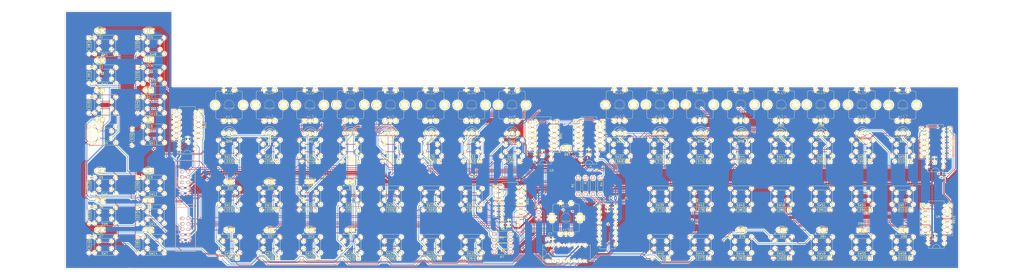
<source format=kicad_pcb>
(kicad_pcb (version 4) (host pcbnew 4.0.2-stable)
  (layers (0 F.Cu signal) (31 B.Cu signal) (34 B.Paste user) (35 F.Paste user) (36 B.SilkS user) (37 F.SilkS user) (38 B.Mask user) (39 F.Mask user) (44 Edge.Cuts user))
  (net 0 "")
  (net 1 "Net-(D101-Pad1)")
  (net 2 "Net-(D102-Pad1)")
  (net 3 /I0)
  (net 4 /I1)
  (net 5 /I2)
  (net 6 /I3)
  (net 7 /I4)
  (net 8 /I5)
  (net 9 /I6)
  (net 10 /I7)
  (net 11 GND)
  (net 12 /O6)
  (net 13 /O7)
  (net 14 /O1)
  (net 15 /O3)
  (net 16 /O5)
  (net 17 /O0)
  (net 18 /O2)
  (net 19 /O4)
  (net 20 +5V)
  (net 21 /O13)
  (net 22 /O14)
  (net 23 /O15)
  (net 24 /O16)
  (net 25 /O17)
  (net 26 /O10)
  (net 27 /I14)
  (net 28 /I15)
  (net 29 /I16)
  (net 30 /I17)
  (net 31 /I10)
  (net 32 /I11)
  (net 33 /I12)
  (net 34 /I13)
  (net 35 "Net-(D8-Pad1)")
  (net 36 "Net-(D9-Pad1)")
  (net 37 "Net-(D10-Pad1)")
  (net 38 "Net-(D11-Pad1)")
  (net 39 "Net-(D12-Pad1)")
  (net 40 "Net-(D13-Pad1)")
  (net 41 "Net-(D14-Pad1)")
  (net 42 "Net-(D22-Pad1)")
  (net 43 "Net-(D23-Pad1)")
  (net 44 "Net-(D24-Pad1)")
  (net 45 "Net-(D25-Pad1)")
  (net 46 "Net-(D26-Pad1)")
  (net 47 "Net-(D27-Pad1)")
  (net 48 "Net-(D28-Pad1)")
  (net 49 "Net-(D32-Pad1)")
  (net 50 "Net-(D33-Pad1)")
  (net 51 "Net-(D34-Pad1)")
  (net 52 "Net-(D38-Pad1)")
  (net 53 "Net-(D39-Pad1)")
  (net 54 "Net-(D40-Pad1)")
  (net 55 "Net-(D44-Pad1)")
  (net 56 "Net-(D45-Pad1)")
  (net 57 "Net-(D46-Pad1)")
  (net 58 "Net-(D50-Pad1)")
  (net 59 "Net-(D51-Pad1)")
  (net 60 "Net-(D52-Pad1)")
  (net 61 "Net-(D54-Pad1)")
  (net 62 "Net-(D55-Pad1)")
  (net 63 "Net-(D56-Pad1)")
  (net 64 "Net-(D58-Pad1)")
  (net 65 "Net-(D59-Pad1)")
  (net 66 "Net-(D60-Pad1)")
  (net 67 "Net-(D62-Pad1)")
  (net 68 "Net-(D63-Pad1)")
  (net 69 "Net-(D64-Pad1)")
  (net 70 "Net-(D66-Pad1)")
  (net 71 "Net-(D69-Pad1)")
  (net 72 "Net-(D71-Pad1)")
  (net 73 "Net-(D72-Pad1)")
  (net 74 "Net-(D73-Pad1)")
  (net 75 "Net-(D75-Pad1)")
  (net 76 "Net-(D76-Pad1)")
  (net 77 "Net-(D77-Pad1)")
  (net 78 "Net-(D80-Pad1)")
  (net 79 "Net-(D81-Pad1)")
  (net 80 "Net-(D82-Pad1)")
  (net 81 "Net-(D85-Pad1)")
  (net 82 "Net-(D86-Pad1)")
  (net 83 "Net-(D87-Pad1)")
  (net 84 "Net-(D90-Pad1)")
  (net 85 "Net-(D91-Pad1)")
  (net 86 "Net-(D92-Pad1)")
  (net 87 "Net-(D95-Pad1)")
  (net 88 "Net-(D96-Pad1)")
  (net 89 "Net-(D97-Pad1)")
  (net 90 "Net-(D100-Pad1)")
  (net 91 "Net-(ec1-PadP$GN)")
  (net 92 "Net-(U1-Pad9)")
  (net 93 /I26)
  (net 94 /I27)
  (net 95 /I24)
  (net 96 /I25)
  (net 97 /I22)
  (net 98 /I23)
  (net 99 /I20)
  (net 100 /I21)
  (net 101 /I56)
  (net 102 /I54)
  (net 103 /I55)
  (net 104 /I36)
  (net 105 /I37)
  (net 106 /I34)
  (net 107 /I35)
  (net 108 /I32)
  (net 109 /I33)
  (net 110 /I30)
  (net 111 /I31)
  (net 112 /I46)
  (net 113 /I47)
  (net 114 /I44)
  (net 115 /I45)
  (net 116 /I42)
  (net 117 /I43)
  (net 118 /I40)
  (net 119 /I41)
  (net 120 /I53)
  (net 121 /I52)
  (net 122 /I51)
  (net 123 /I50)
  (net 124 /011)
  (net 125 /012)
  (net 126 /02)
  (net 127 /I57)
  (net 128 "Net-(R1-Pad1)")
  (net 129 "Net-(R2-Pad1)")
  (net 130 "Net-(R3-Pad1)")
  (net 131 "Net-(R4-Pad1)")
  (net 132 "Net-(R6-Pad1)")
  (net 133 "Net-(R7-Pad1)")
  (net 134 "Net-(RR3-Pad2)")
  (net 135 "Net-(RR5-Pad2)")
  (net 136 "Net-(RR6-Pad2)")
  (net 137 "Net-(RR8-Pad2)")
  (net 138 "Net-(RR10-Pad2)")
  (net 139 "Net-(RR12-Pad2)")
  (net 140 "Net-(U1-Pad1)")
  (net 141 "Net-(U1-Pad2)")
  (net 142 "Net-(U7-Pad14)")
  (net 143 "Net-(U8-Pad9)")
  (net 144 "Net-(J3-Pad2)")
  (net 145 "Net-(U7-Pad9)")
  (net 146 "Net-(R5-Pad1)")
  (net 147 "Net-(R8-Pad2)")
  (module PEC11-Switch_ba (layer F.Cu) (at 118.11 120.65)
    (fp_text reference ec1 (at 0.11938 5.4737) (layer F.SilkS) (effects (font (size 1.27 1.27) (thickness 0.0889))))
    (fp_text value SW_Enc (at 0 -5.4864) (layer F.SilkS) (effects (font (size 0.8128 0.8128) (thickness 0.0889))))
    (pad P$1 thru_hole circle (at -2.49936 -7.00024) (size 1.99898 1.99898) (drill 1.00076) (layers *.Cu F.Paste F.SilkS F.Mask) (net 11 GND))
    (pad P$2 thru_hole circle (at 2.49936 -7.00024) (size 1.99898 1.99898) (drill 0.99822) (layers *.Cu F.Paste F.SilkS F.Mask) (net 127 /I57))
    (pad P$B thru_hole circle (at -2.49936 7.50062) (size 1.99898 1.99898) (drill 1.00076) (layers *.Cu F.Paste F.SilkS F.Mask) (net 10 /I7))
    (pad P$A thru_hole circle (at 2.49936 7.50062) (size 1.99898 1.99898) (drill 1.00076) (layers *.Cu F.Paste F.SilkS F.Mask) (net 9 /I6))
    (pad P$C thru_hole circle (at 0 7.50062) (size 1.99898 1.99898) (drill 1.00076) (layers *.Cu F.Paste F.SilkS F.Mask) (net 11 GND))
    (pad P$GN thru_hole circle (at -6.59892 0) (size 4.09956 4.09956) (drill 2.60096) (layers *.Cu F.Paste F.SilkS F.Mask) (net 91 "Net-(ec1-PadP$GN)"))
    (pad P$GN thru_hole circle (at 6.59892 0) (size 4.09956 4.09956) (drill 2.60096) (layers *.Cu F.Paste F.SilkS F.Mask) (net 91 "Net-(ec1-PadP$GN)"))
  )
  (module DIP-16_W7.62mm (layer F.Cu) (at 102.235 141.478 180)
    (fp_text reference U1 (at 0 -5.22 180) (layer F.SilkS))
    (fp_text value 74HC165)
    (pad 1 thru_hole oval (at 0 0 180) (size 1.6 1.6) (drill 0.8) (layers *.Cu *.Mask F.SilkS) (net 140 "Net-(U1-Pad1)"))
    (pad 2 thru_hole oval (at 0 2.54 180) (size 1.6 1.6) (drill 0.8) (layers *.Cu *.Mask F.SilkS) (net 141 "Net-(U1-Pad2)"))
    (pad 3 thru_hole oval (at 0 5.08 180) (size 1.6 1.6) (drill 0.8) (layers *.Cu *.Mask F.SilkS) (net 7 /I4))
    (pad 4 thru_hole oval (at 0 7.62 180) (size 1.6 1.6) (drill 0.8) (layers *.Cu *.Mask F.SilkS) (net 8 /I5))
    (pad 5 thru_hole oval (at 0 10.16 180) (size 1.6 1.6) (drill 0.8) (layers *.Cu *.Mask F.SilkS) (net 9 /I6))
    (pad 6 thru_hole oval (at 0 12.7 180) (size 1.6 1.6) (drill 0.8) (layers *.Cu *.Mask F.SilkS) (net 10 /I7))
    (pad 7 thru_hole oval (at 0 15.24 180) (size 1.6 1.6) (drill 0.8) (layers *.Cu *.Mask F.SilkS))
    (pad 8 thru_hole oval (at 0 17.78 180) (size 1.6 1.6) (drill 0.8) (layers *.Cu *.Mask F.SilkS) (net 11 GND))
    (pad 9 thru_hole oval (at 7.62 17.78 180) (size 1.6 1.6) (drill 0.8) (layers *.Cu *.Mask F.SilkS) (net 92 "Net-(U1-Pad9)"))
    (pad 10 thru_hole oval (at 7.62 15.24 180) (size 1.6 1.6) (drill 0.8) (layers *.Cu *.Mask F.SilkS) (net 134 "Net-(RR3-Pad2)"))
    (pad 11 thru_hole oval (at 7.62 12.7 180) (size 1.6 1.6) (drill 0.8) (layers *.Cu *.Mask F.SilkS) (net 3 /I0))
    (pad 12 thru_hole oval (at 7.62 10.16 180) (size 1.6 1.6) (drill 0.8) (layers *.Cu *.Mask F.SilkS) (net 4 /I1))
    (pad 13 thru_hole oval (at 7.62 7.62 180) (size 1.6 1.6) (drill 0.8) (layers *.Cu *.Mask F.SilkS) (net 5 /I2))
    (pad 14 thru_hole oval (at 7.62 5.08 180) (size 1.6 1.6) (drill 0.8) (layers *.Cu *.Mask F.SilkS) (net 6 /I3))
    (pad 15 thru_hole oval (at 7.62 2.54 180) (size 1.6 1.6) (drill 0.8) (layers *.Cu *.Mask F.SilkS) (net 11 GND))
    (pad 16 thru_hole oval (at 7.62 0 180) (size 1.6 1.6) (drill 0.8) (layers *.Cu *.Mask F.SilkS) (net 20 +5V))
  )
  (module LEDs:LED-5MM-3 (layer F.Cu) (at 120.65 133.985 180)
    (fp_text reference D29 (at 2.54508 -3.91668 180) (layer F.SilkS))
    (fp_text value Led_gp1)
    (pad 1 thru_hole circle (at 0 0) (size 1.6764 1.6764) (drill 0.8128) (layers *.Cu *.Mask F.SilkS) (net 124 /011))
    (pad 2 thru_hole circle (at 2.54 0) (size 1.6764 1.6764) (drill 0.8128) (layers *.Cu *.Mask F.SilkS) (net 15 /O3))
    (pad 3 thru_hole circle (at 5.08 0) (size 1.6764 1.6764) (drill 0.8128) (layers *.Cu *.Mask F.SilkS) (net 26 /O10))
  )
  (module LEDs:LED-5MM-3 (layer F.Cu) (at 139.7 133.985 180)
    (fp_text reference D35 (at 2.54508 -3.91668 180) (layer F.SilkS))
    (fp_text value Led_gp2)
    (pad 1 thru_hole circle (at 0 0) (size 1.6764 1.6764) (drill 0.8128) (layers *.Cu *.Mask F.SilkS) (net 21 /O13))
    (pad 2 thru_hole circle (at 2.54 0) (size 1.6764 1.6764) (drill 0.8128) (layers *.Cu *.Mask F.SilkS) (net 15 /O3))
    (pad 3 thru_hole circle (at 5.08 0) (size 1.6764 1.6764) (drill 0.8128) (layers *.Cu *.Mask F.SilkS) (net 125 /012))
  )
  (module LEDs:LED-5MM-3 (layer F.Cu) (at 158.75 134.112 180)
    (fp_text reference D41 (at 2.54508 -3.91668 180) (layer F.SilkS))
    (fp_text value Led_gp3)
    (pad 1 thru_hole circle (at 0 0) (size 1.6764 1.6764) (drill 0.8128) (layers *.Cu *.Mask F.SilkS) (net 23 /O15))
    (pad 2 thru_hole circle (at 2.54 0) (size 1.6764 1.6764) (drill 0.8128) (layers *.Cu *.Mask F.SilkS) (net 18 /O2))
    (pad 3 thru_hole circle (at 5.08 0) (size 1.6764 1.6764) (drill 0.8128) (layers *.Cu *.Mask F.SilkS) (net 22 /O14))
  )
  (module LEDs:LED-5MM-3 (layer F.Cu) (at 177.8 133.985 180)
    (fp_text reference D47 (at 2.54508 -3.91668 180) (layer F.SilkS))
    (fp_text value Led_gp4)
    (pad 1 thru_hole circle (at 0 0) (size 1.6764 1.6764) (drill 0.8128) (layers *.Cu *.Mask F.SilkS) (net 25 /O17))
    (pad 2 thru_hole circle (at 2.54 0) (size 1.6764 1.6764) (drill 0.8128) (layers *.Cu *.Mask F.SilkS) (net 18 /O2))
    (pad 3 thru_hole circle (at 5.08 0) (size 1.6764 1.6764) (drill 0.8128) (layers *.Cu *.Mask F.SilkS) (net 24 /O16))
  )
  (module LEDs:LED-5MM-3 (layer F.Cu) (at 196.85 133.985 180)
    (fp_text reference D53 (at 2.54508 -3.91668 180) (layer F.SilkS))
    (fp_text value Led_gp5)
    (pad 1 thru_hole circle (at 0 0) (size 1.6764 1.6764) (drill 0.8128) (layers *.Cu *.Mask F.SilkS) (net 124 /011))
    (pad 2 thru_hole circle (at 2.54 0) (size 1.6764 1.6764) (drill 0.8128) (layers *.Cu *.Mask F.SilkS) (net 14 /O1))
    (pad 3 thru_hole circle (at 5.08 0) (size 1.6764 1.6764) (drill 0.8128) (layers *.Cu *.Mask F.SilkS) (net 26 /O10))
  )
  (module LEDs:LED-5MM-3 (layer F.Cu) (at 215.9 133.985 180)
    (fp_text reference D57 (at 2.54508 -3.91668 180) (layer F.SilkS))
    (fp_text value Led_gp6)
    (pad 1 thru_hole circle (at 0 0) (size 1.6764 1.6764) (drill 0.8128) (layers *.Cu *.Mask F.SilkS) (net 21 /O13))
    (pad 2 thru_hole circle (at 2.54 0) (size 1.6764 1.6764) (drill 0.8128) (layers *.Cu *.Mask F.SilkS) (net 14 /O1))
    (pad 3 thru_hole circle (at 5.08 0) (size 1.6764 1.6764) (drill 0.8128) (layers *.Cu *.Mask F.SilkS) (net 125 /012))
  )
  (module LEDs:LED-5MM-3 (layer F.Cu) (at 234.95 133.985 180)
    (fp_text reference D61 (at 2.54508 -3.91668 180) (layer F.SilkS))
    (fp_text value Led_gp7)
    (pad 1 thru_hole circle (at 0 0) (size 1.6764 1.6764) (drill 0.8128) (layers *.Cu *.Mask F.SilkS) (net 23 /O15))
    (pad 2 thru_hole circle (at 2.54 0) (size 1.6764 1.6764) (drill 0.8128) (layers *.Cu *.Mask F.SilkS) (net 17 /O0))
    (pad 3 thru_hole circle (at 5.08 0) (size 1.6764 1.6764) (drill 0.8128) (layers *.Cu *.Mask F.SilkS) (net 22 /O14))
  )
  (module LEDs:LED-5MM-3 (layer F.Cu) (at 254 134.112 180)
    (fp_text reference D65 (at 2.54508 -3.91668 180) (layer F.SilkS))
    (fp_text value Led_gp8)
    (pad 1 thru_hole circle (at 0 0) (size 1.6764 1.6764) (drill 0.8128) (layers *.Cu *.Mask F.SilkS) (net 25 /O17))
    (pad 2 thru_hole circle (at 2.54 0) (size 1.6764 1.6764) (drill 0.8128) (layers *.Cu *.Mask F.SilkS) (net 17 /O0))
    (pad 3 thru_hole circle (at 5.08 0) (size 1.6764 1.6764) (drill 0.8128) (layers *.Cu *.Mask F.SilkS) (net 24 /O16))
  )
  (module LEDs:LED-5MM-3 (layer F.Cu) (at 304.8 134.112 180)
    (fp_text reference D68 (at 2.54508 -3.91668 180) (layer F.SilkS))
    (fp_text value Led_gp9)
    (pad 1 thru_hole circle (at 0 0) (size 1.6764 1.6764) (drill 0.8128) (layers *.Cu *.Mask F.SilkS) (net 124 /011))
    (pad 2 thru_hole circle (at 2.54 0) (size 1.6764 1.6764) (drill 0.8128) (layers *.Cu *.Mask F.SilkS) (net 19 /O4))
    (pad 3 thru_hole circle (at 5.08 0) (size 1.6764 1.6764) (drill 0.8128) (layers *.Cu *.Mask F.SilkS) (net 26 /O10))
  )
  (module LEDs:LED-5MM-3 (layer F.Cu) (at 323.85 133.985 180)
    (fp_text reference D70 (at 2.54508 -3.91668 180) (layer F.SilkS))
    (fp_text value Led_gp10)
    (pad 1 thru_hole circle (at 0 0) (size 1.6764 1.6764) (drill 0.8128) (layers *.Cu *.Mask F.SilkS) (net 21 /O13))
    (pad 2 thru_hole circle (at 2.54 0) (size 1.6764 1.6764) (drill 0.8128) (layers *.Cu *.Mask F.SilkS) (net 19 /O4))
    (pad 3 thru_hole circle (at 5.08 0) (size 1.6764 1.6764) (drill 0.8128) (layers *.Cu *.Mask F.SilkS) (net 125 /012))
  )
  (module LEDs:LED-5MM-3 (layer F.Cu) (at 342.9 133.985 180)
    (fp_text reference D74 (at 2.54508 -3.91668 180) (layer F.SilkS))
    (fp_text value Led_gp11)
    (pad 1 thru_hole circle (at 0 0) (size 1.6764 1.6764) (drill 0.8128) (layers *.Cu *.Mask F.SilkS) (net 23 /O15))
    (pad 2 thru_hole circle (at 2.54 0) (size 1.6764 1.6764) (drill 0.8128) (layers *.Cu *.Mask F.SilkS) (net 16 /O5))
    (pad 3 thru_hole circle (at 5.08 0) (size 1.6764 1.6764) (drill 0.8128) (layers *.Cu *.Mask F.SilkS) (net 22 /O14))
  )
  (module LEDs:LED-5MM-3 (layer F.Cu) (at 361.95 133.985 180)
    (fp_text reference D78 (at 2.54508 -3.91668 180) (layer F.SilkS))
    (fp_text value Led_gp12)
    (pad 1 thru_hole circle (at 0 0) (size 1.6764 1.6764) (drill 0.8128) (layers *.Cu *.Mask F.SilkS) (net 25 /O17))
    (pad 2 thru_hole circle (at 2.54 0) (size 1.6764 1.6764) (drill 0.8128) (layers *.Cu *.Mask F.SilkS) (net 16 /O5))
    (pad 3 thru_hole circle (at 5.08 0) (size 1.6764 1.6764) (drill 0.8128) (layers *.Cu *.Mask F.SilkS) (net 24 /O16))
  )
  (module LEDs:LED-5MM-3 (layer F.Cu) (at 375.60516 134.12294)
    (fp_text reference D83 (at 2.54508 -3.91668) (layer F.SilkS))
    (fp_text value Led_gp13)
    (pad 1 thru_hole circle (at 0 0 180) (size 1.6764 1.6764) (drill 0.8128) (layers *.Cu *.Mask F.SilkS) (net 124 /011))
    (pad 2 thru_hole circle (at 2.54 0 180) (size 1.6764 1.6764) (drill 0.8128) (layers *.Cu *.Mask F.SilkS) (net 12 /O6))
    (pad 3 thru_hole circle (at 5.08 0 180) (size 1.6764 1.6764) (drill 0.8128) (layers *.Cu *.Mask F.SilkS) (net 26 /O10))
  )
  (module LEDs:LED-5MM-3 (layer F.Cu) (at 394.60516 134.12294)
    (fp_text reference D88 (at 2.54508 -3.91668) (layer F.SilkS))
    (fp_text value Led_gp14)
    (pad 1 thru_hole circle (at 0 0 180) (size 1.6764 1.6764) (drill 0.8128) (layers *.Cu *.Mask F.SilkS) (net 21 /O13))
    (pad 2 thru_hole circle (at 2.54 0 180) (size 1.6764 1.6764) (drill 0.8128) (layers *.Cu *.Mask F.SilkS) (net 12 /O6))
    (pad 3 thru_hole circle (at 5.08 0 180) (size 1.6764 1.6764) (drill 0.8128) (layers *.Cu *.Mask F.SilkS) (net 125 /012))
  )
  (module LEDs:LED-5MM-3 (layer F.Cu) (at 419.1 133.985 180)
    (fp_text reference D93 (at 2.54508 -3.91668 180) (layer F.SilkS))
    (fp_text value Led_gp15)
    (pad 1 thru_hole circle (at 0 0) (size 1.6764 1.6764) (drill 0.8128) (layers *.Cu *.Mask F.SilkS) (net 23 /O15))
    (pad 2 thru_hole circle (at 2.54 0) (size 1.6764 1.6764) (drill 0.8128) (layers *.Cu *.Mask F.SilkS) (net 13 /O7))
    (pad 3 thru_hole circle (at 5.08 0) (size 1.6764 1.6764) (drill 0.8128) (layers *.Cu *.Mask F.SilkS) (net 22 /O14))
  )
  (module LEDs:LED-5MM-3 (layer F.Cu) (at 438.15 133.985 180)
    (fp_text reference D99 (at 2.54508 -3.91668 180) (layer F.SilkS))
    (fp_text value Led_gp16)
    (pad 1 thru_hole circle (at 0 0) (size 1.6764 1.6764) (drill 0.8128) (layers *.Cu *.Mask F.SilkS) (net 25 /O17))
    (pad 2 thru_hole circle (at 2.54 0) (size 1.6764 1.6764) (drill 0.8128) (layers *.Cu *.Mask F.SilkS) (net 13 /O7))
    (pad 3 thru_hole circle (at 5.08 0) (size 1.6764 1.6764) (drill 0.8128) (layers *.Cu *.Mask F.SilkS) (net 24 /O16))
  )
  (module "empreinte ksir:vasch_strip_5x2" (layer B.Cu) (at 97.536 179.324 90)
    (fp_text reference j2 (at 0.2 -4 90) (layer B.SilkS) (effects (font (thickness 0.2032)) (justify mirror)))
    (fp_text value CONN_02X05 hide)
    (pad 9 thru_hole oval (at 5.08 -1.27 90) (size 1.5 2) (drill 1 (offset 0 -0.25)) (layers *.Cu *.Mask B.SilkS))
    (pad 10 thru_hole oval (at 5.08 1.27 90) (size 1.5 2) (drill 1 (offset 0 0.25)) (layers *.Cu *.Mask B.SilkS) (net 140 "Net-(U1-Pad1)"))
    (pad 8 thru_hole oval (at 2.54 1.27 90) (size 1.5 2) (drill 1 (offset 0 0.25)) (layers *.Cu *.Mask B.SilkS) (net 141 "Net-(U1-Pad2)"))
    (pad 7 thru_hole oval (at 2.54 -1.27 90) (size 1.5 2) (drill 1 (offset 0 -0.25)) (layers *.Cu *.Mask B.SilkS) (net 141 "Net-(U1-Pad2)"))
    (pad 1 thru_hole rect (at -5.08 -1.27 90) (size 1.5 2) (drill 1 (offset 0 -0.25)) (layers *.Cu *.Mask B.SilkS) (net 11 GND))
    (pad 2 thru_hole oval (at -5.08 1.27 90) (size 1.5 2) (drill 1 (offset 0 0.25)) (layers *.Cu *.Mask B.SilkS) (net 11 GND))
    (pad 3 thru_hole oval (at -2.54 -1.27 90) (size 1.5 2) (drill 1 (offset 0 -0.25)) (layers *.Cu *.Mask B.SilkS) (net 20 +5V))
    (pad 4 thru_hole oval (at -2.54 1.27 90) (size 1.5 2) (drill 1 (offset 0 0.25)) (layers *.Cu *.Mask B.SilkS) (net 20 +5V))
    (pad 5 thru_hole oval (at 0 -1.27 90) (size 1.5 2) (drill 1 (offset 0 -0.25)) (layers *.Cu *.Mask B.SilkS) (net 138 "Net-(RR10-Pad2)"))
    (pad 6 thru_hole oval (at 0 1.27 90) (size 1.5 2) (drill 1 (offset 0 0.25)) (layers *.Cu *.Mask B.SilkS) (net 143 "Net-(U8-Pad9)"))
  )
  (module "empreinte ksir:vasch_strip_5x2" (layer B.Cu) (at 97.409 157.226 90)
    (fp_text reference j1 (at 0.2 -4 90) (layer B.SilkS) (effects (font (thickness 0.2032)) (justify mirror)))
    (fp_text value CONN_02X05 hide)
    (pad 9 thru_hole oval (at 5.08 -1.27 90) (size 1.5 2) (drill 1 (offset 0 -0.25)) (layers *.Cu *.Mask B.SilkS))
    (pad 10 thru_hole oval (at 5.08 1.27 90) (size 1.5 2) (drill 1 (offset 0 0.25)) (layers *.Cu *.Mask B.SilkS) (net 140 "Net-(U1-Pad1)"))
    (pad 8 thru_hole oval (at 2.54 1.27 90) (size 1.5 2) (drill 1 (offset 0 0.25)) (layers *.Cu *.Mask B.SilkS) (net 141 "Net-(U1-Pad2)"))
    (pad 7 thru_hole oval (at 2.54 -1.27 90) (size 1.5 2) (drill 1 (offset 0 -0.25)) (layers *.Cu *.Mask B.SilkS) (net 141 "Net-(U1-Pad2)"))
    (pad 1 thru_hole rect (at -5.08 -1.27 90) (size 1.5 2) (drill 1 (offset 0 -0.25)) (layers *.Cu *.Mask B.SilkS) (net 11 GND))
    (pad 2 thru_hole oval (at -5.08 1.27 90) (size 1.5 2) (drill 1 (offset 0 0.25)) (layers *.Cu *.Mask B.SilkS) (net 11 GND))
    (pad 3 thru_hole oval (at -2.54 -1.27 90) (size 1.5 2) (drill 1 (offset 0 -0.25)) (layers *.Cu *.Mask B.SilkS) (net 20 +5V))
    (pad 4 thru_hole oval (at -2.54 1.27 90) (size 1.5 2) (drill 1 (offset 0 0.25)) (layers *.Cu *.Mask B.SilkS) (net 20 +5V))
    (pad 5 thru_hole oval (at 0 -1.27 90) (size 1.5 2) (drill 1 (offset 0 -0.25)) (layers *.Cu *.Mask B.SilkS) (net 92 "Net-(U1-Pad9)"))
    (pad 6 thru_hole oval (at 0 1.27 90) (size 1.5 2) (drill 1 (offset 0 0.25)) (layers *.Cu *.Mask B.SilkS) (net 142 "Net-(U7-Pad14)"))
  )
  (module Resistors_ThroughHole:Resistor_Horizontal_RM7mm (layer F.Cu) (at 243.078 181.61)
    (fp_text reference R8 (at 4 -2.5) (layer F.SilkS))
    (fp_text value r220)
    (pad 1 thru_hole circle (at 0 0) (size 1.99898 1.99898) (drill 1.00076) (layers *.Cu *.SilkS *.Mask) (net 26 /O10))
    (pad 2 thru_hole circle (at 7.62 0) (size 1.99898 1.99898) (drill 1.00076) (layers *.Cu *.SilkS *.Mask) (net 147 "Net-(R8-Pad2)"))
  )
  (module "empreinte ksir:DIP-16_W7.62mm" (layer F.Cu) (at 292.608 168.529)
    (fp_text reference U8 (at 0 -5.22) (layer F.SilkS))
    (fp_text value 74HC595PWR)
    (pad 1 thru_hole oval (at 0 0) (size 1.6 1.6) (drill 0.8) (layers *.Cu *.Mask F.SilkS) (net 128 "Net-(R1-Pad1)"))
    (pad 2 thru_hole oval (at 0 2.54) (size 1.6 1.6) (drill 0.8) (layers *.Cu *.Mask F.SilkS) (net 129 "Net-(R2-Pad1)"))
    (pad 3 thru_hole oval (at 0 5.08) (size 1.6 1.6) (drill 0.8) (layers *.Cu *.Mask F.SilkS) (net 130 "Net-(R3-Pad1)"))
    (pad 4 thru_hole oval (at 0 7.62) (size 1.6 1.6) (drill 0.8) (layers *.Cu *.Mask F.SilkS) (net 131 "Net-(R4-Pad1)"))
    (pad 5 thru_hole oval (at 0 10.16) (size 1.6 1.6) (drill 0.8) (layers *.Cu *.Mask F.SilkS) (net 146 "Net-(R5-Pad1)"))
    (pad 6 thru_hole oval (at 0 12.7) (size 1.6 1.6) (drill 0.8) (layers *.Cu *.Mask F.SilkS) (net 132 "Net-(R6-Pad1)"))
    (pad 7 thru_hole oval (at 0 15.24) (size 1.6 1.6) (drill 0.8) (layers *.Cu *.Mask F.SilkS) (net 133 "Net-(R7-Pad1)"))
    (pad 8 thru_hole oval (at 0 17.78) (size 1.6 1.6) (drill 0.8) (layers *.Cu *.Mask F.SilkS) (net 11 GND))
    (pad 9 thru_hole oval (at 7.62 17.78) (size 1.6 1.6) (drill 0.8) (layers *.Cu *.Mask F.SilkS) (net 143 "Net-(U8-Pad9)"))
    (pad 10 thru_hole oval (at 7.62 15.24) (size 1.6 1.6) (drill 0.8) (layers *.Cu *.Mask F.SilkS) (net 20 +5V))
    (pad 11 thru_hole oval (at 7.62 12.7) (size 1.6 1.6) (drill 0.8) (layers *.Cu *.Mask F.SilkS) (net 141 "Net-(U1-Pad2)"))
    (pad 12 thru_hole oval (at 7.62 10.16) (size 1.6 1.6) (drill 0.8) (layers *.Cu *.Mask F.SilkS) (net 140 "Net-(U1-Pad1)"))
    (pad 13 thru_hole oval (at 7.62 7.62) (size 1.6 1.6) (drill 0.8) (layers *.Cu *.Mask F.SilkS) (net 11 GND))
    (pad 14 thru_hole oval (at 7.62 5.08) (size 1.6 1.6) (drill 0.8) (layers *.Cu *.Mask F.SilkS) (net 145 "Net-(U7-Pad9)"))
    (pad 15 thru_hole oval (at 7.62 2.54) (size 1.6 1.6) (drill 0.8) (layers *.Cu *.Mask F.SilkS) (net 147 "Net-(R8-Pad2)"))
    (pad 16 thru_hole oval (at 7.62 0) (size 1.6 1.6) (drill 0.8) (layers *.Cu *.Mask F.SilkS) (net 20 +5V))
  )
  (module "empreinte ksir:DIP-16_W7.62mm" (layer F.Cu) (at 268.224 194.31 90)
    (fp_text reference U7 (at 5 2 180) (layer F.SilkS))
    (fp_text value 74HC595PWR)
    (pad 1 thru_hole oval (at 0 0 90) (size 1.6 1.6) (drill 0.8) (layers *.Cu *.Mask F.SilkS) (net 14 /O1))
    (pad 2 thru_hole oval (at 0 2.54 90) (size 1.6 1.6) (drill 0.8) (layers *.Cu *.Mask F.SilkS) (net 126 /02))
    (pad 3 thru_hole oval (at 0 5.08 90) (size 1.6 1.6) (drill 0.8) (layers *.Cu *.Mask F.SilkS) (net 15 /O3))
    (pad 4 thru_hole oval (at 0 7.62 90) (size 1.6 1.6) (drill 0.8) (layers *.Cu *.Mask F.SilkS) (net 19 /O4))
    (pad 5 thru_hole oval (at 0 10.16 90) (size 1.6 1.6) (drill 0.8) (layers *.Cu *.Mask F.SilkS) (net 16 /O5))
    (pad 6 thru_hole oval (at 0 12.7 90) (size 1.6 1.6) (drill 0.8) (layers *.Cu *.Mask F.SilkS) (net 12 /O6))
    (pad 7 thru_hole oval (at 0 15.24 90) (size 1.6 1.6) (drill 0.8) (layers *.Cu *.Mask F.SilkS) (net 13 /O7))
    (pad 8 thru_hole oval (at 0 17.78 90) (size 1.6 1.6) (drill 0.8) (layers *.Cu *.Mask F.SilkS) (net 11 GND))
    (pad 9 thru_hole oval (at 7.62 17.78 90) (size 1.6 1.6) (drill 0.8) (layers *.Cu *.Mask F.SilkS) (net 145 "Net-(U7-Pad9)"))
    (pad 10 thru_hole oval (at 7.62 15.24 90) (size 1.6 1.6) (drill 0.8) (layers *.Cu *.Mask F.SilkS) (net 20 +5V))
    (pad 11 thru_hole oval (at 7.62 12.7 90) (size 1.6 1.6) (drill 0.8) (layers *.Cu *.Mask F.SilkS) (net 141 "Net-(U1-Pad2)"))
    (pad 12 thru_hole oval (at 7.62 10.16 90) (size 1.6 1.6) (drill 0.8) (layers *.Cu *.Mask F.SilkS) (net 140 "Net-(U1-Pad1)"))
    (pad 13 thru_hole oval (at 7.62 7.62 90) (size 1.6 1.6) (drill 0.8) (layers *.Cu *.Mask F.SilkS) (net 11 GND))
    (pad 14 thru_hole oval (at 7.62 5.08 90) (size 1.6 1.6) (drill 0.8) (layers *.Cu *.Mask F.SilkS) (net 142 "Net-(U7-Pad14)"))
    (pad 15 thru_hole oval (at 7.62 2.54 90) (size 1.6 1.6) (drill 0.8) (layers *.Cu *.Mask F.SilkS) (net 17 /O0))
    (pad 16 thru_hole oval (at 7.62 0 90) (size 1.6 1.6) (drill 0.8) (layers *.Cu *.Mask F.SilkS) (net 20 +5V))
  )
  (module "empreinte ksir:DIP-16_W7.62mm" (layer F.Cu) (at 455.265864 185.993912 180)
    (fp_text reference U6 (at 3.018864 12.638912 180) (layer F.SilkS))
    (fp_text value 74HC165)
    (pad 1 thru_hole oval (at 0 0 180) (size 1.6 1.6) (drill 0.8) (layers *.Cu *.Mask F.SilkS) (net 140 "Net-(U1-Pad1)"))
    (pad 2 thru_hole oval (at 0 2.54 180) (size 1.6 1.6) (drill 0.8) (layers *.Cu *.Mask F.SilkS) (net 141 "Net-(U1-Pad2)"))
    (pad 3 thru_hole oval (at 0 5.08 180) (size 1.6 1.6) (drill 0.8) (layers *.Cu *.Mask F.SilkS) (net 102 /I54))
    (pad 4 thru_hole oval (at 0 7.62 180) (size 1.6 1.6) (drill 0.8) (layers *.Cu *.Mask F.SilkS) (net 103 /I55))
    (pad 5 thru_hole oval (at 0 10.16 180) (size 1.6 1.6) (drill 0.8) (layers *.Cu *.Mask F.SilkS) (net 101 /I56))
    (pad 6 thru_hole oval (at 0 12.7 180) (size 1.6 1.6) (drill 0.8) (layers *.Cu *.Mask F.SilkS) (net 127 /I57))
    (pad 7 thru_hole oval (at 0 15.24 180) (size 1.6 1.6) (drill 0.8) (layers *.Cu *.Mask F.SilkS))
    (pad 8 thru_hole oval (at 0 17.78 180) (size 1.6 1.6) (drill 0.8) (layers *.Cu *.Mask F.SilkS) (net 11 GND))
    (pad 9 thru_hole oval (at 7.62 17.78 180) (size 1.6 1.6) (drill 0.8) (layers *.Cu *.Mask F.SilkS) (net 137 "Net-(RR8-Pad2)"))
    (pad 10 thru_hole oval (at 7.62 15.24 180) (size 1.6 1.6) (drill 0.8) (layers *.Cu *.Mask F.SilkS) (net 139 "Net-(RR12-Pad2)"))
    (pad 11 thru_hole oval (at 7.62 12.7 180) (size 1.6 1.6) (drill 0.8) (layers *.Cu *.Mask F.SilkS) (net 123 /I50))
    (pad 12 thru_hole oval (at 7.62 10.16 180) (size 1.6 1.6) (drill 0.8) (layers *.Cu *.Mask F.SilkS) (net 122 /I51))
    (pad 13 thru_hole oval (at 7.62 7.62 180) (size 1.6 1.6) (drill 0.8) (layers *.Cu *.Mask F.SilkS) (net 121 /I52))
    (pad 14 thru_hole oval (at 7.62 5.08 180) (size 1.6 1.6) (drill 0.8) (layers *.Cu *.Mask F.SilkS) (net 120 /I53))
    (pad 15 thru_hole oval (at 7.62 2.54 180) (size 1.6 1.6) (drill 0.8) (layers *.Cu *.Mask F.SilkS) (net 11 GND))
    (pad 16 thru_hole oval (at 7.62 0 180) (size 1.6 1.6) (drill 0.8) (layers *.Cu *.Mask F.SilkS) (net 20 +5V))
  )
  (module "empreinte ksir:DIP-16_W7.62mm" (layer F.Cu) (at 454.838194 149.876812 180)
    (fp_text reference U5 (at 0 -5.22 180) (layer F.SilkS))
    (fp_text value 74HC165)
    (pad 1 thru_hole oval (at 0 0 180) (size 1.6 1.6) (drill 0.8) (layers *.Cu *.Mask F.SilkS) (net 140 "Net-(U1-Pad1)"))
    (pad 2 thru_hole oval (at 0 2.54 180) (size 1.6 1.6) (drill 0.8) (layers *.Cu *.Mask F.SilkS) (net 141 "Net-(U1-Pad2)"))
    (pad 3 thru_hole oval (at 0 5.08 180) (size 1.6 1.6) (drill 0.8) (layers *.Cu *.Mask F.SilkS) (net 114 /I44))
    (pad 4 thru_hole oval (at 0 7.62 180) (size 1.6 1.6) (drill 0.8) (layers *.Cu *.Mask F.SilkS) (net 115 /I45))
    (pad 5 thru_hole oval (at 0 10.16 180) (size 1.6 1.6) (drill 0.8) (layers *.Cu *.Mask F.SilkS) (net 112 /I46))
    (pad 6 thru_hole oval (at 0 12.7 180) (size 1.6 1.6) (drill 0.8) (layers *.Cu *.Mask F.SilkS) (net 113 /I47))
    (pad 7 thru_hole oval (at 0 15.24 180) (size 1.6 1.6) (drill 0.8) (layers *.Cu *.Mask F.SilkS))
    (pad 8 thru_hole oval (at 0 17.78 180) (size 1.6 1.6) (drill 0.8) (layers *.Cu *.Mask F.SilkS) (net 11 GND))
    (pad 9 thru_hole oval (at 7.62 17.78 180) (size 1.6 1.6) (drill 0.8) (layers *.Cu *.Mask F.SilkS) (net 139 "Net-(RR12-Pad2)"))
    (pad 10 thru_hole oval (at 7.62 15.24 180) (size 1.6 1.6) (drill 0.8) (layers *.Cu *.Mask F.SilkS) (net 138 "Net-(RR10-Pad2)"))
    (pad 11 thru_hole oval (at 7.62 12.7 180) (size 1.6 1.6) (drill 0.8) (layers *.Cu *.Mask F.SilkS) (net 118 /I40))
    (pad 12 thru_hole oval (at 7.62 10.16 180) (size 1.6 1.6) (drill 0.8) (layers *.Cu *.Mask F.SilkS) (net 119 /I41))
    (pad 13 thru_hole oval (at 7.62 7.62 180) (size 1.6 1.6) (drill 0.8) (layers *.Cu *.Mask F.SilkS) (net 116 /I42))
    (pad 14 thru_hole oval (at 7.62 5.08 180) (size 1.6 1.6) (drill 0.8) (layers *.Cu *.Mask F.SilkS) (net 117 /I43))
    (pad 15 thru_hole oval (at 7.62 2.54 180) (size 1.6 1.6) (drill 0.8) (layers *.Cu *.Mask F.SilkS) (net 11 GND))
    (pad 16 thru_hole oval (at 7.62 0 180) (size 1.6 1.6) (drill 0.8) (layers *.Cu *.Mask F.SilkS) (net 20 +5V))
  )
  (module "empreinte ksir:DIP-16_W7.62mm" (layer F.Cu) (at 291.592 146.304 180)
    (fp_text reference U4 (at 0 -5.22 180) (layer F.SilkS))
    (fp_text value 74HC165)
    (pad 1 thru_hole oval (at 0 0 180) (size 1.6 1.6) (drill 0.8) (layers *.Cu *.Mask F.SilkS) (net 140 "Net-(U1-Pad1)"))
    (pad 2 thru_hole oval (at 0 2.54 180) (size 1.6 1.6) (drill 0.8) (layers *.Cu *.Mask F.SilkS) (net 141 "Net-(U1-Pad2)"))
    (pad 3 thru_hole oval (at 0 5.08 180) (size 1.6 1.6) (drill 0.8) (layers *.Cu *.Mask F.SilkS) (net 106 /I34))
    (pad 4 thru_hole oval (at 0 7.62 180) (size 1.6 1.6) (drill 0.8) (layers *.Cu *.Mask F.SilkS) (net 107 /I35))
    (pad 5 thru_hole oval (at 0 10.16 180) (size 1.6 1.6) (drill 0.8) (layers *.Cu *.Mask F.SilkS) (net 104 /I36))
    (pad 6 thru_hole oval (at 0 12.7 180) (size 1.6 1.6) (drill 0.8) (layers *.Cu *.Mask F.SilkS) (net 105 /I37))
    (pad 7 thru_hole oval (at 0 15.24 180) (size 1.6 1.6) (drill 0.8) (layers *.Cu *.Mask F.SilkS))
    (pad 8 thru_hole oval (at 0 17.78 180) (size 1.6 1.6) (drill 0.8) (layers *.Cu *.Mask F.SilkS) (net 11 GND))
    (pad 9 thru_hole oval (at 7.62 17.78 180) (size 1.6 1.6) (drill 0.8) (layers *.Cu *.Mask F.SilkS) (net 136 "Net-(RR6-Pad2)"))
    (pad 10 thru_hole oval (at 7.62 15.24 180) (size 1.6 1.6) (drill 0.8) (layers *.Cu *.Mask F.SilkS) (net 137 "Net-(RR8-Pad2)"))
    (pad 11 thru_hole oval (at 7.62 12.7 180) (size 1.6 1.6) (drill 0.8) (layers *.Cu *.Mask F.SilkS) (net 110 /I30))
    (pad 12 thru_hole oval (at 7.62 10.16 180) (size 1.6 1.6) (drill 0.8) (layers *.Cu *.Mask F.SilkS) (net 111 /I31))
    (pad 13 thru_hole oval (at 7.62 7.62 180) (size 1.6 1.6) (drill 0.8) (layers *.Cu *.Mask F.SilkS) (net 108 /I32))
    (pad 14 thru_hole oval (at 7.62 5.08 180) (size 1.6 1.6) (drill 0.8) (layers *.Cu *.Mask F.SilkS) (net 109 /I33))
    (pad 15 thru_hole oval (at 7.62 2.54 180) (size 1.6 1.6) (drill 0.8) (layers *.Cu *.Mask F.SilkS) (net 11 GND))
    (pad 16 thru_hole oval (at 7.62 0 180) (size 1.6 1.6) (drill 0.8) (layers *.Cu *.Mask F.SilkS) (net 20 +5V))
  )
  (module "empreinte ksir:DIP-16_W7.62mm" (layer F.Cu) (at 270.002 146.304 180)
    (fp_text reference U3 (at 0 -5.22 180) (layer F.SilkS))
    (fp_text value 74HC165)
    (pad 1 thru_hole oval (at 0 0 180) (size 1.6 1.6) (drill 0.8) (layers *.Cu *.Mask F.SilkS) (net 140 "Net-(U1-Pad1)"))
    (pad 2 thru_hole oval (at 0 2.54 180) (size 1.6 1.6) (drill 0.8) (layers *.Cu *.Mask F.SilkS) (net 141 "Net-(U1-Pad2)"))
    (pad 3 thru_hole oval (at 0 5.08 180) (size 1.6 1.6) (drill 0.8) (layers *.Cu *.Mask F.SilkS) (net 95 /I24))
    (pad 4 thru_hole oval (at 0 7.62 180) (size 1.6 1.6) (drill 0.8) (layers *.Cu *.Mask F.SilkS) (net 96 /I25))
    (pad 5 thru_hole oval (at 0 10.16 180) (size 1.6 1.6) (drill 0.8) (layers *.Cu *.Mask F.SilkS) (net 93 /I26))
    (pad 6 thru_hole oval (at 0 12.7 180) (size 1.6 1.6) (drill 0.8) (layers *.Cu *.Mask F.SilkS) (net 94 /I27))
    (pad 7 thru_hole oval (at 0 15.24 180) (size 1.6 1.6) (drill 0.8) (layers *.Cu *.Mask F.SilkS))
    (pad 8 thru_hole oval (at 0 17.78 180) (size 1.6 1.6) (drill 0.8) (layers *.Cu *.Mask F.SilkS) (net 11 GND))
    (pad 9 thru_hole oval (at 7.62 17.78 180) (size 1.6 1.6) (drill 0.8) (layers *.Cu *.Mask F.SilkS) (net 135 "Net-(RR5-Pad2)"))
    (pad 10 thru_hole oval (at 7.62 15.24 180) (size 1.6 1.6) (drill 0.8) (layers *.Cu *.Mask F.SilkS) (net 136 "Net-(RR6-Pad2)"))
    (pad 11 thru_hole oval (at 7.62 12.7 180) (size 1.6 1.6) (drill 0.8) (layers *.Cu *.Mask F.SilkS) (net 99 /I20))
    (pad 12 thru_hole oval (at 7.62 10.16 180) (size 1.6 1.6) (drill 0.8) (layers *.Cu *.Mask F.SilkS) (net 100 /I21))
    (pad 13 thru_hole oval (at 7.62 7.62 180) (size 1.6 1.6) (drill 0.8) (layers *.Cu *.Mask F.SilkS) (net 97 /I22))
    (pad 14 thru_hole oval (at 7.62 5.08 180) (size 1.6 1.6) (drill 0.8) (layers *.Cu *.Mask F.SilkS) (net 98 /I23))
    (pad 15 thru_hole oval (at 7.62 2.54 180) (size 1.6 1.6) (drill 0.8) (layers *.Cu *.Mask F.SilkS) (net 11 GND))
    (pad 16 thru_hole oval (at 7.62 0 180) (size 1.6 1.6) (drill 0.8) (layers *.Cu *.Mask F.SilkS) (net 20 +5V))
  )
  (module "empreinte ksir:DIP-16_W7.62mm" (layer F.Cu) (at 254.381 177.292 180)
    (fp_text reference U2 (at 0 -5.22 180) (layer F.SilkS))
    (fp_text value 74HC165)
    (pad 1 thru_hole oval (at 0 0 180) (size 1.6 1.6) (drill 0.8) (layers *.Cu *.Mask F.SilkS) (net 140 "Net-(U1-Pad1)"))
    (pad 2 thru_hole oval (at 0 2.54 180) (size 1.6 1.6) (drill 0.8) (layers *.Cu *.Mask F.SilkS) (net 141 "Net-(U1-Pad2)"))
    (pad 3 thru_hole oval (at 0 5.08 180) (size 1.6 1.6) (drill 0.8) (layers *.Cu *.Mask F.SilkS) (net 27 /I14))
    (pad 4 thru_hole oval (at 0 7.62 180) (size 1.6 1.6) (drill 0.8) (layers *.Cu *.Mask F.SilkS) (net 28 /I15))
    (pad 5 thru_hole oval (at 0 10.16 180) (size 1.6 1.6) (drill 0.8) (layers *.Cu *.Mask F.SilkS) (net 29 /I16))
    (pad 6 thru_hole oval (at 0 12.7 180) (size 1.6 1.6) (drill 0.8) (layers *.Cu *.Mask F.SilkS) (net 30 /I17))
    (pad 7 thru_hole oval (at 0 15.24 180) (size 1.6 1.6) (drill 0.8) (layers *.Cu *.Mask F.SilkS))
    (pad 8 thru_hole oval (at 0 17.78 180) (size 1.6 1.6) (drill 0.8) (layers *.Cu *.Mask F.SilkS) (net 11 GND))
    (pad 9 thru_hole oval (at 7.62 17.78 180) (size 1.6 1.6) (drill 0.8) (layers *.Cu *.Mask F.SilkS) (net 134 "Net-(RR3-Pad2)"))
    (pad 10 thru_hole oval (at 7.62 15.24 180) (size 1.6 1.6) (drill 0.8) (layers *.Cu *.Mask F.SilkS) (net 135 "Net-(RR5-Pad2)"))
    (pad 11 thru_hole oval (at 7.62 12.7 180) (size 1.6 1.6) (drill 0.8) (layers *.Cu *.Mask F.SilkS) (net 31 /I10))
    (pad 12 thru_hole oval (at 7.62 10.16 180) (size 1.6 1.6) (drill 0.8) (layers *.Cu *.Mask F.SilkS) (net 32 /I11))
    (pad 13 thru_hole oval (at 7.62 7.62 180) (size 1.6 1.6) (drill 0.8) (layers *.Cu *.Mask F.SilkS) (net 33 /I12))
    (pad 14 thru_hole oval (at 7.62 5.08 180) (size 1.6 1.6) (drill 0.8) (layers *.Cu *.Mask F.SilkS) (net 34 /I13))
    (pad 15 thru_hole oval (at 7.62 2.54 180) (size 1.6 1.6) (drill 0.8) (layers *.Cu *.Mask F.SilkS) (net 11 GND))
    (pad 16 thru_hole oval (at 7.62 0 180) (size 1.6 1.6) (drill 0.8) (layers *.Cu *.Mask F.SilkS) (net 20 +5V))
  )
  (module Resistors_ThroughHole:Resistor_Horizontal_RM7mm (layer F.Cu) (at 282.62816 162.67194 90)
    (fp_text reference R1 (at 4 -2.5 90) (layer F.SilkS))
    (fp_text value r220)
    (pad 1 thru_hole circle (at 0 0 90) (size 1.99898 1.99898) (drill 1.00076) (layers *.Cu *.SilkS *.Mask) (net 128 "Net-(R1-Pad1)"))
    (pad 2 thru_hole circle (at 7.62 0 90) (size 1.99898 1.99898) (drill 1.00076) (layers *.Cu *.SilkS *.Mask) (net 124 /011))
  )
  (module Resistors_ThroughHole:Resistor_Horizontal_RM7mm (layer F.Cu) (at 286.12816 162.67194 90)
    (fp_text reference R2 (at 5.62 0 90) (layer F.SilkS))
    (fp_text value r220)
    (pad 1 thru_hole circle (at 0 0 90) (size 1.99898 1.99898) (drill 1.00076) (layers *.Cu *.SilkS *.Mask) (net 129 "Net-(R2-Pad1)"))
    (pad 2 thru_hole circle (at 7.62 0 90) (size 1.99898 1.99898) (drill 1.00076) (layers *.Cu *.SilkS *.Mask) (net 125 /012))
  )
  (module Resistors_ThroughHole:Resistor_Horizontal_RM7mm (layer F.Cu) (at 289.62816 162.67194 90)
    (fp_text reference R3 (at -0.183 -5.167 90) (layer F.SilkS))
    (fp_text value r220)
    (pad 1 thru_hole circle (at 0 0 90) (size 1.99898 1.99898) (drill 1.00076) (layers *.Cu *.SilkS *.Mask) (net 130 "Net-(R3-Pad1)"))
    (pad 2 thru_hole circle (at 7.62 0 90) (size 1.99898 1.99898) (drill 1.00076) (layers *.Cu *.SilkS *.Mask) (net 21 /O13))
  )
  (module Resistors_ThroughHole:Resistor_Horizontal_RM7mm (layer F.Cu) (at 293.12816 162.67194 90)
    (fp_text reference R4 (at 4.5 0.5 90) (layer F.SilkS))
    (fp_text value 1k)
    (pad 1 thru_hole circle (at 0 0 90) (size 1.99898 1.99898) (drill 1.00076) (layers *.Cu *.SilkS *.Mask) (net 131 "Net-(R4-Pad1)"))
    (pad 2 thru_hole circle (at 7.62 0 90) (size 1.99898 1.99898) (drill 1.00076) (layers *.Cu *.SilkS *.Mask) (net 22 /O14))
  )
  (module Resistors_ThroughHole:Resistor_Horizontal_RM7mm (layer F.Cu) (at 250.698 184.404 180)
    (fp_text reference R5 (at 4.128 1.048 180) (layer F.SilkS))
    (fp_text value 470ohm)
    (pad 1 thru_hole circle (at 0 0 180) (size 1.99898 1.99898) (drill 1.00076) (layers *.Cu *.SilkS *.Mask) (net 146 "Net-(R5-Pad1)"))
    (pad 2 thru_hole circle (at 7.62 0 180) (size 1.99898 1.99898) (drill 1.00076) (layers *.Cu *.SilkS *.Mask) (net 23 /O15))
  )
  (module Resistors_ThroughHole:Resistor_Horizontal_RM7mm (layer F.Cu) (at 250.698 187.198 180)
    (fp_text reference R6 (at 3.62 -2.5 180) (layer F.SilkS))
    (fp_text value 1k)
    (pad 1 thru_hole circle (at 0 0 180) (size 1.99898 1.99898) (drill 1.00076) (layers *.Cu *.SilkS *.Mask) (net 132 "Net-(R6-Pad1)"))
    (pad 2 thru_hole circle (at 7.62 0 180) (size 1.99898 1.99898) (drill 1.00076) (layers *.Cu *.SilkS *.Mask) (net 24 /O16))
  )
  (module Resistors_ThroughHole:Resistor_Horizontal_RM7mm (layer F.Cu) (at 250.825 189.992 180)
    (fp_text reference R7 (at 4.12 -2.5 180) (layer F.SilkS))
    (fp_text value 470ohm)
    (pad 1 thru_hole circle (at 0 0 180) (size 1.99898 1.99898) (drill 1.00076) (layers *.Cu *.SilkS *.Mask) (net 133 "Net-(R7-Pad1)"))
    (pad 2 thru_hole circle (at 7.62 0 180) (size 1.99898 1.99898) (drill 1.00076) (layers *.Cu *.SilkS *.Mask) (net 25 /O17))
  )
  (module "empreinte ksir:Resistor_Array_SIP6" (layer F.Cu) (at 104.902 130.048 270)
    (fp_text reference RR2 (at 0.254 -2.032 270) (layer F.SilkS))
    (fp_text value 5x10k)
    (pad 1 thru_hole rect (at -6.35 0 270) (size 1.397 1.397) (drill 0.8128) (layers *.Cu *.Mask F.SilkS) (net 144 "Net-(J3-Pad2)"))
    (pad 2 thru_hole circle (at -3.81 0 270) (size 1.397 1.397) (drill 0.8128) (layers *.Cu *.Mask F.SilkS))
    (pad 3 thru_hole circle (at -1.27 0 270) (size 1.397 1.397) (drill 0.8128) (layers *.Cu *.Mask F.SilkS) (net 10 /I7))
    (pad 4 thru_hole circle (at 1.27 0 270) (size 1.397 1.397) (drill 0.8128) (layers *.Cu *.Mask F.SilkS) (net 9 /I6))
    (pad 5 thru_hole circle (at 3.81 0 270) (size 1.397 1.397) (drill 0.8128) (layers *.Cu *.Mask F.SilkS) (net 8 /I5))
    (pad 6 thru_hole circle (at 6.35 0 270) (size 1.397 1.397) (drill 0.8128) (layers *.Cu *.Mask F.SilkS) (net 7 /I4))
  )
  (module "empreinte ksir:Resistor_Array_SIP6" (layer F.Cu) (at 272.542 135.001 270)
    (fp_text reference RR1 (at 0.254 -2.032 270) (layer F.SilkS))
    (fp_text value 5x10k)
    (pad 1 thru_hole rect (at -6.35 0 270) (size 1.397 1.397) (drill 0.8128) (layers *.Cu *.Mask F.SilkS) (net 144 "Net-(J3-Pad2)"))
    (pad 2 thru_hole circle (at -3.81 0 270) (size 1.397 1.397) (drill 0.8128) (layers *.Cu *.Mask F.SilkS))
    (pad 3 thru_hole circle (at -1.27 0 270) (size 1.397 1.397) (drill 0.8128) (layers *.Cu *.Mask F.SilkS) (net 94 /I27))
    (pad 4 thru_hole circle (at 1.27 0 270) (size 1.397 1.397) (drill 0.8128) (layers *.Cu *.Mask F.SilkS) (net 93 /I26))
    (pad 5 thru_hole circle (at 3.81 0 270) (size 1.397 1.397) (drill 0.8128) (layers *.Cu *.Mask F.SilkS) (net 96 /I25))
    (pad 6 thru_hole circle (at 6.35 0 270) (size 1.397 1.397) (drill 0.8128) (layers *.Cu *.Mask F.SilkS) (net 95 /I24))
  )
  (module "empreinte ksir:Resistor_Array_SIP6" (layer F.Cu) (at 92.075 130.048 270)
    (fp_text reference RR3 (at 0.254 -2.032 270) (layer F.SilkS))
    (fp_text value 5x10k)
    (pad 1 thru_hole rect (at -6.35 0 270) (size 1.397 1.397) (drill 0.8128) (layers *.Cu *.Mask F.SilkS) (net 144 "Net-(J3-Pad2)"))
    (pad 2 thru_hole circle (at -3.81 0 270) (size 1.397 1.397) (drill 0.8128) (layers *.Cu *.Mask F.SilkS) (net 134 "Net-(RR3-Pad2)"))
    (pad 3 thru_hole circle (at -1.27 0 270) (size 1.397 1.397) (drill 0.8128) (layers *.Cu *.Mask F.SilkS) (net 3 /I0))
    (pad 4 thru_hole circle (at 1.27 0 270) (size 1.397 1.397) (drill 0.8128) (layers *.Cu *.Mask F.SilkS) (net 4 /I1))
    (pad 5 thru_hole circle (at 3.81 0 270) (size 1.397 1.397) (drill 0.8128) (layers *.Cu *.Mask F.SilkS) (net 5 /I2))
    (pad 6 thru_hole circle (at 6.35 0 270) (size 1.397 1.397) (drill 0.8128) (layers *.Cu *.Mask F.SilkS) (net 6 /I3))
  )
  (module "empreinte ksir:Resistor_Array_SIP6" (layer F.Cu) (at 256.921 165.989 270)
    (fp_text reference RR4 (at 0.254 -2.032 270) (layer F.SilkS))
    (fp_text value 5x10k)
    (pad 1 thru_hole rect (at -6.35 0 270) (size 1.397 1.397) (drill 0.8128) (layers *.Cu *.Mask F.SilkS) (net 144 "Net-(J3-Pad2)"))
    (pad 2 thru_hole circle (at -3.81 0 270) (size 1.397 1.397) (drill 0.8128) (layers *.Cu *.Mask F.SilkS))
    (pad 3 thru_hole circle (at -1.27 0 270) (size 1.397 1.397) (drill 0.8128) (layers *.Cu *.Mask F.SilkS) (net 30 /I17))
    (pad 4 thru_hole circle (at 1.27 0 270) (size 1.397 1.397) (drill 0.8128) (layers *.Cu *.Mask F.SilkS) (net 29 /I16))
    (pad 5 thru_hole circle (at 3.81 0 270) (size 1.397 1.397) (drill 0.8128) (layers *.Cu *.Mask F.SilkS) (net 28 /I15))
    (pad 6 thru_hole circle (at 6.35 0 270) (size 1.397 1.397) (drill 0.8128) (layers *.Cu *.Mask F.SilkS) (net 27 /I14))
  )
  (module "empreinte ksir:Resistor_Array_SIP6" (layer F.Cu) (at 243.713 165.862 270)
    (fp_text reference RR5 (at 0.254 -2.032 270) (layer F.SilkS))
    (fp_text value 5x10k)
    (pad 1 thru_hole rect (at -6.35 0 270) (size 1.397 1.397) (drill 0.8128) (layers *.Cu *.Mask F.SilkS) (net 144 "Net-(J3-Pad2)"))
    (pad 2 thru_hole circle (at -3.81 0 270) (size 1.397 1.397) (drill 0.8128) (layers *.Cu *.Mask F.SilkS) (net 135 "Net-(RR5-Pad2)"))
    (pad 3 thru_hole circle (at -1.27 0 270) (size 1.397 1.397) (drill 0.8128) (layers *.Cu *.Mask F.SilkS) (net 31 /I10))
    (pad 4 thru_hole circle (at 1.27 0 270) (size 1.397 1.397) (drill 0.8128) (layers *.Cu *.Mask F.SilkS) (net 32 /I11))
    (pad 5 thru_hole circle (at 3.81 0 270) (size 1.397 1.397) (drill 0.8128) (layers *.Cu *.Mask F.SilkS) (net 33 /I12))
    (pad 6 thru_hole circle (at 6.35 0 270) (size 1.397 1.397) (drill 0.8128) (layers *.Cu *.Mask F.SilkS) (net 34 /I13))
  )
  (module "empreinte ksir:Resistor_Array_SIP6" (layer F.Cu) (at 259.842 135.001 270)
    (fp_text reference RR6 (at 0.254 -2.032 270) (layer F.SilkS))
    (fp_text value 5x10k)
    (pad 1 thru_hole rect (at -6.35 0 270) (size 1.397 1.397) (drill 0.8128) (layers *.Cu *.Mask F.SilkS) (net 144 "Net-(J3-Pad2)"))
    (pad 2 thru_hole circle (at -3.81 0 270) (size 1.397 1.397) (drill 0.8128) (layers *.Cu *.Mask F.SilkS) (net 136 "Net-(RR6-Pad2)"))
    (pad 3 thru_hole circle (at -1.27 0 270) (size 1.397 1.397) (drill 0.8128) (layers *.Cu *.Mask F.SilkS) (net 99 /I20))
    (pad 4 thru_hole circle (at 1.27 0 270) (size 1.397 1.397) (drill 0.8128) (layers *.Cu *.Mask F.SilkS) (net 100 /I21))
    (pad 5 thru_hole circle (at 3.81 0 270) (size 1.397 1.397) (drill 0.8128) (layers *.Cu *.Mask F.SilkS) (net 97 /I22))
    (pad 6 thru_hole circle (at 6.35 0 270) (size 1.397 1.397) (drill 0.8128) (layers *.Cu *.Mask F.SilkS) (net 98 /I23))
  )
  (module "empreinte ksir:Resistor_Array_SIP6" (layer F.Cu) (at 294.259 134.874 270)
    (fp_text reference RR7 (at 0.254 -2.032 270) (layer F.SilkS))
    (fp_text value 5x10k)
    (pad 1 thru_hole rect (at -6.35 0 270) (size 1.397 1.397) (drill 0.8128) (layers *.Cu *.Mask F.SilkS) (net 144 "Net-(J3-Pad2)"))
    (pad 2 thru_hole circle (at -3.81 0 270) (size 1.397 1.397) (drill 0.8128) (layers *.Cu *.Mask F.SilkS))
    (pad 3 thru_hole circle (at -1.27 0 270) (size 1.397 1.397) (drill 0.8128) (layers *.Cu *.Mask F.SilkS) (net 105 /I37))
    (pad 4 thru_hole circle (at 1.27 0 270) (size 1.397 1.397) (drill 0.8128) (layers *.Cu *.Mask F.SilkS) (net 104 /I36))
    (pad 5 thru_hole circle (at 3.81 0 270) (size 1.397 1.397) (drill 0.8128) (layers *.Cu *.Mask F.SilkS) (net 107 /I35))
    (pad 6 thru_hole circle (at 6.35 0 270) (size 1.397 1.397) (drill 0.8128) (layers *.Cu *.Mask F.SilkS) (net 106 /I34))
  )
  (module "empreinte ksir:Resistor_Array_SIP6" (layer F.Cu) (at 281.432 134.874 270)
    (fp_text reference RR8 (at 0.254 -2.032 270) (layer F.SilkS))
    (fp_text value 5x10k)
    (pad 1 thru_hole rect (at -6.35 0 270) (size 1.397 1.397) (drill 0.8128) (layers *.Cu *.Mask F.SilkS) (net 144 "Net-(J3-Pad2)"))
    (pad 2 thru_hole circle (at -3.81 0 270) (size 1.397 1.397) (drill 0.8128) (layers *.Cu *.Mask F.SilkS) (net 137 "Net-(RR8-Pad2)"))
    (pad 3 thru_hole circle (at -1.27 0 270) (size 1.397 1.397) (drill 0.8128) (layers *.Cu *.Mask F.SilkS) (net 110 /I30))
    (pad 4 thru_hole circle (at 1.27 0 270) (size 1.397 1.397) (drill 0.8128) (layers *.Cu *.Mask F.SilkS) (net 111 /I31))
    (pad 5 thru_hole circle (at 3.81 0 270) (size 1.397 1.397) (drill 0.8128) (layers *.Cu *.Mask F.SilkS) (net 108 /I32))
    (pad 6 thru_hole circle (at 6.35 0 270) (size 1.397 1.397) (drill 0.8128) (layers *.Cu *.Mask F.SilkS) (net 109 /I33))
  )
  (module "empreinte ksir:Resistor_Array_SIP6" (layer F.Cu) (at 457.824354 138.323752 270)
    (fp_text reference RR9 (at 0.254 -2.032 270) (layer F.SilkS))
    (fp_text value 5x10k)
    (pad 1 thru_hole rect (at -6.35 0 270) (size 1.397 1.397) (drill 0.8128) (layers *.Cu *.Mask F.SilkS) (net 144 "Net-(J3-Pad2)"))
    (pad 2 thru_hole circle (at -3.81 0 270) (size 1.397 1.397) (drill 0.8128) (layers *.Cu *.Mask F.SilkS))
    (pad 3 thru_hole circle (at -1.27 0 270) (size 1.397 1.397) (drill 0.8128) (layers *.Cu *.Mask F.SilkS) (net 113 /I47))
    (pad 4 thru_hole circle (at 1.27 0 270) (size 1.397 1.397) (drill 0.8128) (layers *.Cu *.Mask F.SilkS) (net 112 /I46))
    (pad 5 thru_hole circle (at 3.81 0 270) (size 1.397 1.397) (drill 0.8128) (layers *.Cu *.Mask F.SilkS) (net 115 /I45))
    (pad 6 thru_hole circle (at 6.35 0 270) (size 1.397 1.397) (drill 0.8128) (layers *.Cu *.Mask F.SilkS) (net 114 /I44))
  )
  (module "empreinte ksir:Resistor_Array_SIP6" (layer F.Cu) (at 444.489354 138.323752 270)
    (fp_text reference RR10 (at 0.254 -2.032 270) (layer F.SilkS))
    (fp_text value 5x10k)
    (pad 1 thru_hole rect (at -6.35 0 270) (size 1.397 1.397) (drill 0.8128) (layers *.Cu *.Mask F.SilkS) (net 144 "Net-(J3-Pad2)"))
    (pad 2 thru_hole circle (at -3.81 0 270) (size 1.397 1.397) (drill 0.8128) (layers *.Cu *.Mask F.SilkS) (net 138 "Net-(RR10-Pad2)"))
    (pad 3 thru_hole circle (at -1.27 0 270) (size 1.397 1.397) (drill 0.8128) (layers *.Cu *.Mask F.SilkS) (net 118 /I40))
    (pad 4 thru_hole circle (at 1.27 0 270) (size 1.397 1.397) (drill 0.8128) (layers *.Cu *.Mask F.SilkS) (net 119 /I41))
    (pad 5 thru_hole circle (at 3.81 0 270) (size 1.397 1.397) (drill 0.8128) (layers *.Cu *.Mask F.SilkS) (net 116 /I42))
    (pad 6 thru_hole circle (at 6.35 0 270) (size 1.397 1.397) (drill 0.8128) (layers *.Cu *.Mask F.SilkS) (net 117 /I43))
  )
  (module "empreinte ksir:Resistor_Array_SIP6" (layer F.Cu) (at 457.866824 174.464852 270)
    (fp_text reference RR11 (at 0.254 -2.032 270) (layer F.SilkS))
    (fp_text value 5x10k)
    (pad 1 thru_hole rect (at -6.35 0 270) (size 1.397 1.397) (drill 0.8128) (layers *.Cu *.Mask F.SilkS) (net 144 "Net-(J3-Pad2)"))
    (pad 2 thru_hole circle (at -3.81 0 270) (size 1.397 1.397) (drill 0.8128) (layers *.Cu *.Mask F.SilkS))
    (pad 3 thru_hole circle (at -1.27 0 270) (size 1.397 1.397) (drill 0.8128) (layers *.Cu *.Mask F.SilkS) (net 127 /I57))
    (pad 4 thru_hole circle (at 1.27 0 270) (size 1.397 1.397) (drill 0.8128) (layers *.Cu *.Mask F.SilkS) (net 101 /I56))
    (pad 5 thru_hole circle (at 3.81 0 270) (size 1.397 1.397) (drill 0.8128) (layers *.Cu *.Mask F.SilkS) (net 103 /I55))
    (pad 6 thru_hole circle (at 6.35 0 270) (size 1.397 1.397) (drill 0.8128) (layers *.Cu *.Mask F.SilkS) (net 102 /I54))
  )
  (module "empreinte ksir:Resistor_Array_SIP6" (layer F.Cu) (at 445.039824 174.464852 270)
    (fp_text reference RR12 (at 0.254 -2.032 270) (layer F.SilkS))
    (fp_text value 5x10k)
    (pad 1 thru_hole rect (at -6.35 0 270) (size 1.397 1.397) (drill 0.8128) (layers *.Cu *.Mask F.SilkS) (net 144 "Net-(J3-Pad2)"))
    (pad 2 thru_hole circle (at -3.81 0 270) (size 1.397 1.397) (drill 0.8128) (layers *.Cu *.Mask F.SilkS) (net 139 "Net-(RR12-Pad2)"))
    (pad 3 thru_hole circle (at -1.27 0 270) (size 1.397 1.397) (drill 0.8128) (layers *.Cu *.Mask F.SilkS) (net 123 /I50))
    (pad 4 thru_hole circle (at 1.27 0 270) (size 1.397 1.397) (drill 0.8128) (layers *.Cu *.Mask F.SilkS) (net 122 /I51))
    (pad 5 thru_hole circle (at 3.81 0 270) (size 1.397 1.397) (drill 0.8128) (layers *.Cu *.Mask F.SilkS) (net 121 /I52))
    (pad 6 thru_hole circle (at 6.35 0 270) (size 1.397 1.397) (drill 0.8128) (layers *.Cu *.Mask F.SilkS) (net 120 /I53))
  )
  (module Discret:DO-35 (layer F.Cu) (at 52.07 92.71 90)
    (fp_text reference D8 (at 0 0 90) (layer F.SilkS))
    (fp_text value D)
    (pad 1 thru_hole rect (at 3.81 0 90) (size 1.4224 1.4224) (drill 0.6096) (layers *.Cu *.Mask F.SilkS) (net 35 "Net-(D8-Pad1)"))
    (pad 2 thru_hole circle (at -3.81 0 90) (size 1.4224 1.4224) (drill 0.6096) (layers *.Cu *.Mask F.SilkS) (net 29 /I16))
  )
  (module Discret:DO-35 (layer F.Cu) (at 52.07 106.68 90)
    (fp_text reference D9 (at 0 0 90) (layer F.SilkS))
    (fp_text value D)
    (pad 1 thru_hole rect (at 3.81 0 90) (size 1.4224 1.4224) (drill 0.6096) (layers *.Cu *.Mask F.SilkS) (net 36 "Net-(D9-Pad1)"))
    (pad 2 thru_hole circle (at -3.81 0 90) (size 1.4224 1.4224) (drill 0.6096) (layers *.Cu *.Mask F.SilkS) (net 30 /I17))
  )
  (module Discret:DO-35 (layer F.Cu) (at 52.07 120.65 90)
    (fp_text reference D10 (at 0 0 90) (layer F.SilkS))
    (fp_text value D)
    (pad 1 thru_hole rect (at 3.81 0 90) (size 1.4224 1.4224) (drill 0.6096) (layers *.Cu *.Mask F.SilkS) (net 37 "Net-(D10-Pad1)"))
    (pad 2 thru_hole circle (at -3.81 0 90) (size 1.4224 1.4224) (drill 0.6096) (layers *.Cu *.Mask F.SilkS) (net 29 /I16))
  )
  (module Discret:DO-35 (layer F.Cu) (at 52.07 134.62 90)
    (fp_text reference D11 (at 0 0 90) (layer F.SilkS))
    (fp_text value D)
    (pad 1 thru_hole rect (at 3.81 0 90) (size 1.4224 1.4224) (drill 0.6096) (layers *.Cu *.Mask F.SilkS) (net 38 "Net-(D11-Pad1)"))
    (pad 2 thru_hole circle (at -3.81 0 90) (size 1.4224 1.4224) (drill 0.6096) (layers *.Cu *.Mask F.SilkS) (net 30 /I17))
  )
  (module Discret:DO-35 (layer F.Cu) (at 52.07 158.75 90)
    (fp_text reference D12 (at 0 0 90) (layer F.SilkS))
    (fp_text value D)
    (pad 1 thru_hole rect (at 3.81 0 90) (size 1.4224 1.4224) (drill 0.6096) (layers *.Cu *.Mask F.SilkS) (net 39 "Net-(D12-Pad1)"))
    (pad 2 thru_hole circle (at -3.81 0 90) (size 1.4224 1.4224) (drill 0.6096) (layers *.Cu *.Mask F.SilkS) (net 29 /I16))
  )
  (module Discret:DO-35 (layer F.Cu) (at 52.07 172.72 90)
    (fp_text reference D13 (at 0 0 90) (layer F.SilkS))
    (fp_text value D)
    (pad 1 thru_hole rect (at 3.81 0 90) (size 1.4224 1.4224) (drill 0.6096) (layers *.Cu *.Mask F.SilkS) (net 40 "Net-(D13-Pad1)"))
    (pad 2 thru_hole circle (at -3.81 0 90) (size 1.4224 1.4224) (drill 0.6096) (layers *.Cu *.Mask F.SilkS) (net 30 /I17))
  )
  (module Discret:DO-35 (layer F.Cu) (at 52.07 186.69 90)
    (fp_text reference D14 (at 0 0 90) (layer F.SilkS))
    (fp_text value D)
    (pad 1 thru_hole rect (at 3.81 0 90) (size 1.4224 1.4224) (drill 0.6096) (layers *.Cu *.Mask F.SilkS) (net 41 "Net-(D14-Pad1)"))
    (pad 2 thru_hole circle (at -3.81 0 90) (size 1.4224 1.4224) (drill 0.6096) (layers *.Cu *.Mask F.SilkS) (net 29 /I16))
  )
  (module Discret:DO-35 (layer F.Cu) (at 74.93 92.71 90)
    (fp_text reference D22 (at 0 0 90) (layer F.SilkS))
    (fp_text value D)
    (pad 1 thru_hole rect (at 3.81 0 90) (size 1.4224 1.4224) (drill 0.6096) (layers *.Cu *.Mask F.SilkS) (net 42 "Net-(D22-Pad1)"))
    (pad 2 thru_hole circle (at -3.81 0 90) (size 1.4224 1.4224) (drill 0.6096) (layers *.Cu *.Mask F.SilkS) (net 29 /I16))
  )
  (module Discret:DO-35 (layer F.Cu) (at 74.93 106.68 90)
    (fp_text reference D23 (at 0 0 90) (layer F.SilkS))
    (fp_text value D)
    (pad 1 thru_hole rect (at 3.81 0 90) (size 1.4224 1.4224) (drill 0.6096) (layers *.Cu *.Mask F.SilkS) (net 43 "Net-(D23-Pad1)"))
    (pad 2 thru_hole circle (at -3.81 0 90) (size 1.4224 1.4224) (drill 0.6096) (layers *.Cu *.Mask F.SilkS) (net 30 /I17))
  )
  (module Discret:DO-35 (layer F.Cu) (at 74.93 120.65 90)
    (fp_text reference D24 (at 0 0 90) (layer F.SilkS))
    (fp_text value D)
    (pad 1 thru_hole rect (at 3.81 0 90) (size 1.4224 1.4224) (drill 0.6096) (layers *.Cu *.Mask F.SilkS) (net 44 "Net-(D24-Pad1)"))
    (pad 2 thru_hole circle (at -3.81 0 90) (size 1.4224 1.4224) (drill 0.6096) (layers *.Cu *.Mask F.SilkS) (net 29 /I16))
  )
  (module Discret:DO-35 (layer F.Cu) (at 72.35916 135.86894 90)
    (fp_text reference D25 (at 0 0 90) (layer F.SilkS))
    (fp_text value D)
    (pad 1 thru_hole rect (at 3.81 0 90) (size 1.4224 1.4224) (drill 0.6096) (layers *.Cu *.Mask F.SilkS) (net 45 "Net-(D25-Pad1)"))
    (pad 2 thru_hole circle (at -3.81 0 90) (size 1.4224 1.4224) (drill 0.6096) (layers *.Cu *.Mask F.SilkS) (net 30 /I17))
  )
  (module Discret:DO-35 (layer F.Cu) (at 74.93 158.75 90)
    (fp_text reference D26 (at 0 0 90) (layer F.SilkS))
    (fp_text value D)
    (pad 1 thru_hole rect (at 3.81 0 90) (size 1.4224 1.4224) (drill 0.6096) (layers *.Cu *.Mask F.SilkS) (net 46 "Net-(D26-Pad1)"))
    (pad 2 thru_hole circle (at -3.81 0 90) (size 1.4224 1.4224) (drill 0.6096) (layers *.Cu *.Mask F.SilkS) (net 29 /I16))
  )
  (module Discret:DO-35 (layer F.Cu) (at 74.93 172.86894 90)
    (fp_text reference D27 (at 0 0 90) (layer F.SilkS))
    (fp_text value D)
    (pad 1 thru_hole rect (at 3.81 0 90) (size 1.4224 1.4224) (drill 0.6096) (layers *.Cu *.Mask F.SilkS) (net 47 "Net-(D27-Pad1)"))
    (pad 2 thru_hole circle (at -3.81 0 90) (size 1.4224 1.4224) (drill 0.6096) (layers *.Cu *.Mask F.SilkS) (net 30 /I17))
  )
  (module Discret:DO-35 (layer F.Cu) (at 74.93 186.69 90)
    (fp_text reference D28 (at 0 0 90) (layer F.SilkS))
    (fp_text value D)
    (pad 1 thru_hole rect (at 3.81 0 90) (size 1.4224 1.4224) (drill 0.6096) (layers *.Cu *.Mask F.SilkS) (net 48 "Net-(D28-Pad1)"))
    (pad 2 thru_hole circle (at -3.81 0 90) (size 1.4224 1.4224) (drill 0.6096) (layers *.Cu *.Mask F.SilkS) (net 29 /I16))
  )
  (module Discret:DO-35 (layer F.Cu) (at 118.14516 147.32)
    (fp_text reference D32 (at 0 0) (layer F.SilkS))
    (fp_text value D)
    (pad 1 thru_hole rect (at 3.81 0) (size 1.4224 1.4224) (drill 0.6096) (layers *.Cu *.Mask F.SilkS) (net 49 "Net-(D32-Pad1)"))
    (pad 2 thru_hole circle (at -3.81 0) (size 1.4224 1.4224) (drill 0.6096) (layers *.Cu *.Mask F.SilkS) (net 31 /I10))
  )
  (module Discret:DO-35 (layer F.Cu) (at 118.11 170.18)
    (fp_text reference D33 (at 0 0) (layer F.SilkS))
    (fp_text value D)
    (pad 1 thru_hole rect (at 3.81 0) (size 1.4224 1.4224) (drill 0.6096) (layers *.Cu *.Mask F.SilkS) (net 50 "Net-(D33-Pad1)"))
    (pad 2 thru_hole circle (at -3.81 0) (size 1.4224 1.4224) (drill 0.6096) (layers *.Cu *.Mask F.SilkS) (net 34 /I13))
  )
  (module Discret:DO-35 (layer F.Cu) (at 118.11 193.04)
    (fp_text reference D34 (at 0 0) (layer F.SilkS))
    (fp_text value D)
    (pad 1 thru_hole rect (at 3.81 0) (size 1.4224 1.4224) (drill 0.6096) (layers *.Cu *.Mask F.SilkS) (net 51 "Net-(D34-Pad1)"))
    (pad 2 thru_hole circle (at -3.81 0) (size 1.4224 1.4224) (drill 0.6096) (layers *.Cu *.Mask F.SilkS) (net 28 /I15))
  )
  (module Discret:DO-35 (layer F.Cu) (at 137.16 147.32)
    (fp_text reference D38 (at 0 0) (layer F.SilkS))
    (fp_text value D)
    (pad 1 thru_hole rect (at 3.81 0) (size 1.4224 1.4224) (drill 0.6096) (layers *.Cu *.Mask F.SilkS) (net 52 "Net-(D38-Pad1)"))
    (pad 2 thru_hole circle (at -3.81 0) (size 1.4224 1.4224) (drill 0.6096) (layers *.Cu *.Mask F.SilkS) (net 32 /I11))
  )
  (module Discret:DO-35 (layer F.Cu) (at 137.16 170.18)
    (fp_text reference D39 (at 0 0) (layer F.SilkS))
    (fp_text value D)
    (pad 1 thru_hole rect (at 3.81 0) (size 1.4224 1.4224) (drill 0.6096) (layers *.Cu *.Mask F.SilkS) (net 53 "Net-(D39-Pad1)"))
    (pad 2 thru_hole circle (at -3.81 0) (size 1.4224 1.4224) (drill 0.6096) (layers *.Cu *.Mask F.SilkS) (net 33 /I12))
  )
  (module Discret:DO-35 (layer F.Cu) (at 137.16 193.04)
    (fp_text reference D40 (at 0 0) (layer F.SilkS))
    (fp_text value D)
    (pad 1 thru_hole rect (at 3.81 0) (size 1.4224 1.4224) (drill 0.6096) (layers *.Cu *.Mask F.SilkS) (net 54 "Net-(D40-Pad1)"))
    (pad 2 thru_hole circle (at -3.81 0) (size 1.4224 1.4224) (drill 0.6096) (layers *.Cu *.Mask F.SilkS) (net 27 /I14))
  )
  (module Discret:DO-35 (layer F.Cu) (at 156.21 147.32)
    (fp_text reference D44 (at 0 0) (layer F.SilkS))
    (fp_text value D)
    (pad 1 thru_hole rect (at 3.81 0) (size 1.4224 1.4224) (drill 0.6096) (layers *.Cu *.Mask F.SilkS) (net 55 "Net-(D44-Pad1)"))
    (pad 2 thru_hole circle (at -3.81 0) (size 1.4224 1.4224) (drill 0.6096) (layers *.Cu *.Mask F.SilkS) (net 31 /I10))
  )
  (module Discret:DO-35 (layer F.Cu) (at 154.94 170.18)
    (fp_text reference D45 (at 0 0) (layer F.SilkS))
    (fp_text value D)
    (pad 1 thru_hole rect (at 3.81 0) (size 1.4224 1.4224) (drill 0.6096) (layers *.Cu *.Mask F.SilkS) (net 56 "Net-(D45-Pad1)"))
    (pad 2 thru_hole circle (at -3.81 0) (size 1.4224 1.4224) (drill 0.6096) (layers *.Cu *.Mask F.SilkS) (net 34 /I13))
  )
  (module Discret:DO-35 (layer F.Cu) (at 156.21 193.04)
    (fp_text reference D46 (at 0 0) (layer F.SilkS))
    (fp_text value D)
    (pad 1 thru_hole rect (at 3.81 0) (size 1.4224 1.4224) (drill 0.6096) (layers *.Cu *.Mask F.SilkS) (net 57 "Net-(D46-Pad1)"))
    (pad 2 thru_hole circle (at -3.81 0) (size 1.4224 1.4224) (drill 0.6096) (layers *.Cu *.Mask F.SilkS) (net 28 /I15))
  )
  (module Discret:DO-35 (layer F.Cu) (at 175.26 147.32)
    (fp_text reference D50 (at 0 0) (layer F.SilkS))
    (fp_text value D)
    (pad 1 thru_hole rect (at 3.81 0) (size 1.4224 1.4224) (drill 0.6096) (layers *.Cu *.Mask F.SilkS) (net 58 "Net-(D50-Pad1)"))
    (pad 2 thru_hole circle (at -3.81 0) (size 1.4224 1.4224) (drill 0.6096) (layers *.Cu *.Mask F.SilkS) (net 32 /I11))
  )
  (module Discret:DO-35 (layer F.Cu) (at 175.26 170.18)
    (fp_text reference D51 (at 0 0) (layer F.SilkS))
    (fp_text value D)
    (pad 1 thru_hole rect (at 3.81 0) (size 1.4224 1.4224) (drill 0.6096) (layers *.Cu *.Mask F.SilkS) (net 59 "Net-(D51-Pad1)"))
    (pad 2 thru_hole circle (at -3.81 0) (size 1.4224 1.4224) (drill 0.6096) (layers *.Cu *.Mask F.SilkS) (net 33 /I12))
  )
  (module Discret:DO-35 (layer F.Cu) (at 175.26 193.04)
    (fp_text reference D52 (at 0 0) (layer F.SilkS))
    (fp_text value D)
    (pad 1 thru_hole rect (at 3.81 0) (size 1.4224 1.4224) (drill 0.6096) (layers *.Cu *.Mask F.SilkS) (net 60 "Net-(D52-Pad1)"))
    (pad 2 thru_hole circle (at -3.81 0) (size 1.4224 1.4224) (drill 0.6096) (layers *.Cu *.Mask F.SilkS) (net 27 /I14))
  )
  (module Discret:DO-35 (layer F.Cu) (at 194.31 147.32)
    (fp_text reference D54 (at 0 0) (layer F.SilkS))
    (fp_text value D)
    (pad 1 thru_hole rect (at 3.81 0) (size 1.4224 1.4224) (drill 0.6096) (layers *.Cu *.Mask F.SilkS) (net 61 "Net-(D54-Pad1)"))
    (pad 2 thru_hole circle (at -3.81 0) (size 1.4224 1.4224) (drill 0.6096) (layers *.Cu *.Mask F.SilkS) (net 31 /I10))
  )
  (module Discret:DO-35 (layer F.Cu) (at 194.31 170.18)
    (fp_text reference D55 (at 0 0) (layer F.SilkS))
    (fp_text value D)
    (pad 1 thru_hole rect (at 3.81 0) (size 1.4224 1.4224) (drill 0.6096) (layers *.Cu *.Mask F.SilkS) (net 62 "Net-(D55-Pad1)"))
    (pad 2 thru_hole circle (at -3.81 0) (size 1.4224 1.4224) (drill 0.6096) (layers *.Cu *.Mask F.SilkS) (net 34 /I13))
  )
  (module Discret:DO-35 (layer F.Cu) (at 194.31 193.04)
    (fp_text reference D56 (at 0 0) (layer F.SilkS))
    (fp_text value D)
    (pad 1 thru_hole rect (at 3.81 0) (size 1.4224 1.4224) (drill 0.6096) (layers *.Cu *.Mask F.SilkS) (net 63 "Net-(D56-Pad1)"))
    (pad 2 thru_hole circle (at -3.81 0) (size 1.4224 1.4224) (drill 0.6096) (layers *.Cu *.Mask F.SilkS) (net 28 /I15))
  )
  (module Discret:DO-35 (layer F.Cu) (at 213.36 147.32)
    (fp_text reference D58 (at 0 0) (layer F.SilkS))
    (fp_text value D)
    (pad 1 thru_hole rect (at 3.81 0) (size 1.4224 1.4224) (drill 0.6096) (layers *.Cu *.Mask F.SilkS) (net 64 "Net-(D58-Pad1)"))
    (pad 2 thru_hole circle (at -3.81 0) (size 1.4224 1.4224) (drill 0.6096) (layers *.Cu *.Mask F.SilkS) (net 32 /I11))
  )
  (module Discret:DO-35 (layer F.Cu) (at 213.36 170.18)
    (fp_text reference D59 (at 0 0) (layer F.SilkS))
    (fp_text value D)
    (pad 1 thru_hole rect (at 3.81 0) (size 1.4224 1.4224) (drill 0.6096) (layers *.Cu *.Mask F.SilkS) (net 65 "Net-(D59-Pad1)"))
    (pad 2 thru_hole circle (at -3.81 0) (size 1.4224 1.4224) (drill 0.6096) (layers *.Cu *.Mask F.SilkS) (net 33 /I12))
  )
  (module Discret:DO-35 (layer F.Cu) (at 213.36 193.04)
    (fp_text reference D60 (at 0 0) (layer F.SilkS))
    (fp_text value D)
    (pad 1 thru_hole rect (at 3.81 0) (size 1.4224 1.4224) (drill 0.6096) (layers *.Cu *.Mask F.SilkS) (net 66 "Net-(D60-Pad1)"))
    (pad 2 thru_hole circle (at -3.81 0) (size 1.4224 1.4224) (drill 0.6096) (layers *.Cu *.Mask F.SilkS) (net 27 /I14))
  )
  (module Discret:DO-35 (layer F.Cu) (at 232.41 147.32)
    (fp_text reference D62 (at 0 0) (layer F.SilkS))
    (fp_text value D)
    (pad 1 thru_hole rect (at 3.81 0) (size 1.4224 1.4224) (drill 0.6096) (layers *.Cu *.Mask F.SilkS) (net 67 "Net-(D62-Pad1)"))
    (pad 2 thru_hole circle (at -3.81 0) (size 1.4224 1.4224) (drill 0.6096) (layers *.Cu *.Mask F.SilkS) (net 31 /I10))
  )
  (module Discret:DO-35 (layer F.Cu) (at 232.41 170.18)
    (fp_text reference D63 (at 0 0) (layer F.SilkS))
    (fp_text value D)
    (pad 1 thru_hole rect (at 3.81 0) (size 1.4224 1.4224) (drill 0.6096) (layers *.Cu *.Mask F.SilkS) (net 68 "Net-(D63-Pad1)"))
    (pad 2 thru_hole circle (at -3.81 0) (size 1.4224 1.4224) (drill 0.6096) (layers *.Cu *.Mask F.SilkS) (net 34 /I13))
  )
  (module Discret:DO-35 (layer F.Cu) (at 232.41 193.04)
    (fp_text reference D64 (at 0 0) (layer F.SilkS))
    (fp_text value D)
    (pad 1 thru_hole rect (at 3.81 0) (size 1.4224 1.4224) (drill 0.6096) (layers *.Cu *.Mask F.SilkS) (net 69 "Net-(D64-Pad1)"))
    (pad 2 thru_hole circle (at -3.81 0) (size 1.4224 1.4224) (drill 0.6096) (layers *.Cu *.Mask F.SilkS) (net 28 /I15))
  )
  (module Discret:DO-35 (layer F.Cu) (at 251.46 147.32)
    (fp_text reference D66 (at 0 0) (layer F.SilkS))
    (fp_text value D)
    (pad 1 thru_hole rect (at 3.81 0) (size 1.4224 1.4224) (drill 0.6096) (layers *.Cu *.Mask F.SilkS) (net 70 "Net-(D66-Pad1)"))
    (pad 2 thru_hole circle (at -3.81 0) (size 1.4224 1.4224) (drill 0.6096) (layers *.Cu *.Mask F.SilkS) (net 32 /I11))
  )
  (module Discret:DO-35 (layer F.Cu) (at 302.26 147.32)
    (fp_text reference D69 (at 0 0) (layer F.SilkS))
    (fp_text value D)
    (pad 1 thru_hole rect (at 3.81 0) (size 1.4224 1.4224) (drill 0.6096) (layers *.Cu *.Mask F.SilkS) (net 71 "Net-(D69-Pad1)"))
    (pad 2 thru_hole circle (at -3.81 0) (size 1.4224 1.4224) (drill 0.6096) (layers *.Cu *.Mask F.SilkS) (net 31 /I10))
  )
  (module Discret:DO-35 (layer F.Cu) (at 321.31 147.32)
    (fp_text reference D71 (at 0 0) (layer F.SilkS))
    (fp_text value D)
    (pad 1 thru_hole rect (at 3.81 0) (size 1.4224 1.4224) (drill 0.6096) (layers *.Cu *.Mask F.SilkS) (net 72 "Net-(D71-Pad1)"))
    (pad 2 thru_hole circle (at -3.81 0) (size 1.4224 1.4224) (drill 0.6096) (layers *.Cu *.Mask F.SilkS) (net 32 /I11))
  )
  (module Discret:DO-35 (layer F.Cu) (at 321.31 170.18)
    (fp_text reference D72 (at 0 0) (layer F.SilkS))
    (fp_text value D)
    (pad 1 thru_hole rect (at 3.81 0) (size 1.4224 1.4224) (drill 0.6096) (layers *.Cu *.Mask F.SilkS) (net 73 "Net-(D72-Pad1)"))
    (pad 2 thru_hole circle (at -3.81 0) (size 1.4224 1.4224) (drill 0.6096) (layers *.Cu *.Mask F.SilkS) (net 33 /I12))
  )
  (module Discret:DO-35 (layer F.Cu) (at 321.31 193.04)
    (fp_text reference D73 (at 0 0) (layer F.SilkS))
    (fp_text value D)
    (pad 1 thru_hole rect (at 3.81 0) (size 1.4224 1.4224) (drill 0.6096) (layers *.Cu *.Mask F.SilkS) (net 74 "Net-(D73-Pad1)"))
    (pad 2 thru_hole circle (at -3.81 0) (size 1.4224 1.4224) (drill 0.6096) (layers *.Cu *.Mask F.SilkS) (net 27 /I14))
  )
  (module Discret:DO-35 (layer F.Cu) (at 340.36 147.32)
    (fp_text reference D75 (at 0 0) (layer F.SilkS))
    (fp_text value D)
    (pad 1 thru_hole rect (at 3.81 0) (size 1.4224 1.4224) (drill 0.6096) (layers *.Cu *.Mask F.SilkS) (net 75 "Net-(D75-Pad1)"))
    (pad 2 thru_hole circle (at -3.81 0) (size 1.4224 1.4224) (drill 0.6096) (layers *.Cu *.Mask F.SilkS) (net 31 /I10))
  )
  (module Discret:DO-35 (layer F.Cu) (at 340.36 170.18)
    (fp_text reference D76 (at 0 0) (layer F.SilkS))
    (fp_text value D)
    (pad 1 thru_hole rect (at 3.81 0) (size 1.4224 1.4224) (drill 0.6096) (layers *.Cu *.Mask F.SilkS) (net 76 "Net-(D76-Pad1)"))
    (pad 2 thru_hole circle (at -3.81 0) (size 1.4224 1.4224) (drill 0.6096) (layers *.Cu *.Mask F.SilkS) (net 34 /I13))
  )
  (module Discret:DO-35 (layer F.Cu) (at 340.36 193.04)
    (fp_text reference D77 (at 0 0) (layer F.SilkS))
    (fp_text value D)
    (pad 1 thru_hole rect (at 3.81 0) (size 1.4224 1.4224) (drill 0.6096) (layers *.Cu *.Mask F.SilkS) (net 77 "Net-(D77-Pad1)"))
    (pad 2 thru_hole circle (at -3.81 0) (size 1.4224 1.4224) (drill 0.6096) (layers *.Cu *.Mask F.SilkS) (net 28 /I15))
  )
  (module Discret:DO-35 (layer F.Cu) (at 359.41 147.32)
    (fp_text reference D80 (at 0 0) (layer F.SilkS))
    (fp_text value D)
    (pad 1 thru_hole rect (at 3.81 0) (size 1.4224 1.4224) (drill 0.6096) (layers *.Cu *.Mask F.SilkS) (net 78 "Net-(D80-Pad1)"))
    (pad 2 thru_hole circle (at -3.81 0) (size 1.4224 1.4224) (drill 0.6096) (layers *.Cu *.Mask F.SilkS) (net 32 /I11))
  )
  (module Discret:DO-35 (layer F.Cu) (at 359.41 170.18)
    (fp_text reference D81 (at 0 0) (layer F.SilkS))
    (fp_text value D)
    (pad 1 thru_hole rect (at 3.81 0) (size 1.4224 1.4224) (drill 0.6096) (layers *.Cu *.Mask F.SilkS) (net 79 "Net-(D81-Pad1)"))
    (pad 2 thru_hole circle (at -3.81 0) (size 1.4224 1.4224) (drill 0.6096) (layers *.Cu *.Mask F.SilkS) (net 33 /I12))
  )
  (module Discret:DO-35 (layer F.Cu) (at 359.41 193.04)
    (fp_text reference D82 (at 0 0) (layer F.SilkS))
    (fp_text value D)
    (pad 1 thru_hole rect (at 3.81 0) (size 1.4224 1.4224) (drill 0.6096) (layers *.Cu *.Mask F.SilkS) (net 80 "Net-(D82-Pad1)"))
    (pad 2 thru_hole circle (at -3.81 0) (size 1.4224 1.4224) (drill 0.6096) (layers *.Cu *.Mask F.SilkS) (net 27 /I14))
  )
  (module Discret:DO-35 (layer F.Cu) (at 378.46 147.32)
    (fp_text reference D85 (at 0 0) (layer F.SilkS))
    (fp_text value D)
    (pad 1 thru_hole rect (at 3.81 0) (size 1.4224 1.4224) (drill 0.6096) (layers *.Cu *.Mask F.SilkS) (net 81 "Net-(D85-Pad1)"))
    (pad 2 thru_hole circle (at -3.81 0) (size 1.4224 1.4224) (drill 0.6096) (layers *.Cu *.Mask F.SilkS) (net 31 /I10))
  )
  (module Discret:DO-35 (layer F.Cu) (at 378.46 170.18)
    (fp_text reference D86 (at 0 0) (layer F.SilkS))
    (fp_text value D)
    (pad 1 thru_hole rect (at 3.81 0) (size 1.4224 1.4224) (drill 0.6096) (layers *.Cu *.Mask F.SilkS) (net 82 "Net-(D86-Pad1)"))
    (pad 2 thru_hole circle (at -3.81 0) (size 1.4224 1.4224) (drill 0.6096) (layers *.Cu *.Mask F.SilkS) (net 34 /I13))
  )
  (module Discret:DO-35 (layer F.Cu) (at 397.51 193.04)
    (fp_text reference D87 (at 0 0) (layer F.SilkS))
    (fp_text value D)
    (pad 1 thru_hole rect (at 3.81 0) (size 1.4224 1.4224) (drill 0.6096) (layers *.Cu *.Mask F.SilkS) (net 83 "Net-(D87-Pad1)"))
    (pad 2 thru_hole circle (at -3.81 0) (size 1.4224 1.4224) (drill 0.6096) (layers *.Cu *.Mask F.SilkS) (net 28 /I15))
  )
  (module Discret:DO-35 (layer F.Cu) (at 397.51 147.32)
    (fp_text reference D90 (at 0 0) (layer F.SilkS))
    (fp_text value D)
    (pad 1 thru_hole rect (at 3.81 0) (size 1.4224 1.4224) (drill 0.6096) (layers *.Cu *.Mask F.SilkS) (net 84 "Net-(D90-Pad1)"))
    (pad 2 thru_hole circle (at -3.81 0) (size 1.4224 1.4224) (drill 0.6096) (layers *.Cu *.Mask F.SilkS) (net 32 /I11))
  )
  (module Discret:DO-35 (layer F.Cu) (at 397.51 170.18)
    (fp_text reference D91 (at 0 0) (layer F.SilkS))
    (fp_text value D)
    (pad 1 thru_hole rect (at 3.81 0) (size 1.4224 1.4224) (drill 0.6096) (layers *.Cu *.Mask F.SilkS) (net 85 "Net-(D91-Pad1)"))
    (pad 2 thru_hole circle (at -3.81 0) (size 1.4224 1.4224) (drill 0.6096) (layers *.Cu *.Mask F.SilkS) (net 33 /I12))
  )
  (module Discret:DO-35 (layer F.Cu) (at 378.46 193.04)
    (fp_text reference D92 (at 0 0) (layer F.SilkS))
    (fp_text value D)
    (pad 1 thru_hole rect (at 3.81 0) (size 1.4224 1.4224) (drill 0.6096) (layers *.Cu *.Mask F.SilkS) (net 86 "Net-(D92-Pad1)"))
    (pad 2 thru_hole circle (at -3.81 0) (size 1.4224 1.4224) (drill 0.6096) (layers *.Cu *.Mask F.SilkS) (net 27 /I14))
  )
  (module Discret:DO-35 (layer F.Cu) (at 416.56 147.32)
    (fp_text reference D95 (at 0 0) (layer F.SilkS))
    (fp_text value D)
    (pad 1 thru_hole rect (at 3.81 0) (size 1.4224 1.4224) (drill 0.6096) (layers *.Cu *.Mask F.SilkS) (net 87 "Net-(D95-Pad1)"))
    (pad 2 thru_hole circle (at -3.81 0) (size 1.4224 1.4224) (drill 0.6096) (layers *.Cu *.Mask F.SilkS) (net 31 /I10))
  )
  (module Discret:DO-35 (layer F.Cu) (at 416.56 170.18)
    (fp_text reference D96 (at 0 0) (layer F.SilkS))
    (fp_text value D)
    (pad 1 thru_hole rect (at 3.81 0) (size 1.4224 1.4224) (drill 0.6096) (layers *.Cu *.Mask F.SilkS) (net 88 "Net-(D96-Pad1)"))
    (pad 2 thru_hole circle (at -3.81 0) (size 1.4224 1.4224) (drill 0.6096) (layers *.Cu *.Mask F.SilkS) (net 34 /I13))
  )
  (module Discret:DO-35 (layer F.Cu) (at 416.56 193.04)
    (fp_text reference D97 (at 0 0) (layer F.SilkS))
    (fp_text value D)
    (pad 1 thru_hole rect (at 3.81 0) (size 1.4224 1.4224) (drill 0.6096) (layers *.Cu *.Mask F.SilkS) (net 89 "Net-(D97-Pad1)"))
    (pad 2 thru_hole circle (at -3.81 0) (size 1.4224 1.4224) (drill 0.6096) (layers *.Cu *.Mask F.SilkS) (net 28 /I15))
  )
  (module Discret:DO-35 (layer F.Cu) (at 435.61 147.32)
    (fp_text reference D100 (at 0 0) (layer F.SilkS))
    (fp_text value D)
    (pad 1 thru_hole rect (at 3.81 0) (size 1.4224 1.4224) (drill 0.6096) (layers *.Cu *.Mask F.SilkS) (net 90 "Net-(D100-Pad1)"))
    (pad 2 thru_hole circle (at -3.81 0) (size 1.4224 1.4224) (drill 0.6096) (layers *.Cu *.Mask F.SilkS) (net 32 /I11))
  )
  (module Discret:DO-35 (layer F.Cu) (at 435.64516 170.18)
    (fp_text reference D101 (at 0 0 180) (layer F.SilkS))
    (fp_text value D)
    (pad 1 thru_hole rect (at 3.81 0) (size 1.4224 1.4224) (drill 0.6096) (layers *.Cu *.Mask F.SilkS) (net 1 "Net-(D101-Pad1)"))
    (pad 2 thru_hole circle (at -3.81 0) (size 1.4224 1.4224) (drill 0.6096) (layers *.Cu *.Mask F.SilkS) (net 33 /I12))
  )
  (module Discret:DO-35 (layer F.Cu) (at 435.61 193.04)
    (fp_text reference D102 (at 0 0) (layer F.SilkS))
    (fp_text value D)
    (pad 1 thru_hole rect (at 3.81 0) (size 1.4224 1.4224) (drill 0.6096) (layers *.Cu *.Mask F.SilkS) (net 2 "Net-(D102-Pad1)"))
    (pad 2 thru_hole circle (at -3.81 0) (size 1.4224 1.4224) (drill 0.6096) (layers *.Cu *.Mask F.SilkS) (net 27 /I14))
  )
  (module Pin_Headers:Pin_Header_Straight_1x02_Pitch2.00mm (layer F.Cu) (at 300.228 164.592 270)
    (fp_text reference j5 (at 0 -5 270) (layer F.SilkS))
    (fp_text value CONN_01X02)
    (pad 1 thru_hole rect (at 0 0 270) (size 1.35 1.35) (drill 0.8) (layers *.Cu *.Mask) (net 20 +5V))
    (pad 2 thru_hole circle (at 0 2 270) (size 1.35 1.35) (drill 0.8) (layers *.Cu *.Mask) (net 11 GND))
  )
  (module Capacitors_ThroughHole:C_Disc_D3_P2.5 (layer F.Cu) (at 296.545 168.315 270)
    (fp_text reference C8 (at 1.25 -2.5 270) (layer F.SilkS))
    (fp_text value C)
    (pad 1 thru_hole rect (at 0 0 270) (size 1.3 1.3) (drill 0.8) (layers *.Cu *.Mask F.SilkS) (net 20 +5V))
    (pad 2 thru_hole circle (at 2.5 0 270) (size 1.3 1.3) (drill 0.8001) (layers *.Cu *.Mask F.SilkS) (net 11 GND))
  )
  (module Capacitors_ThroughHole:C_Disc_D3_P2.5 (layer F.Cu) (at 268.224 184.023)
    (fp_text reference C7 (at 1.25 -2.5) (layer F.SilkS))
    (fp_text value C)
    (pad 1 thru_hole rect (at 0 0) (size 1.3 1.3) (drill 0.8) (layers *.Cu *.Mask F.SilkS) (net 20 +5V))
    (pad 2 thru_hole circle (at 2.5 0) (size 1.3 1.3) (drill 0.8001) (layers *.Cu *.Mask F.SilkS) (net 11 GND))
  )
  (module Capacitors_ThroughHole:C_Disc_D3_P2.5 (layer F.Cu) (at 450.723 184.023 90)
    (fp_text reference C6 (at 1.25 -2.5 90) (layer F.SilkS))
    (fp_text value C)
    (pad 1 thru_hole rect (at 0 0 90) (size 1.3 1.3) (drill 0.8) (layers *.Cu *.Mask F.SilkS) (net 20 +5V))
    (pad 2 thru_hole circle (at 2.5 0 90) (size 1.3 1.3) (drill 0.8001) (layers *.Cu *.Mask F.SilkS) (net 11 GND))
  )
  (module Capacitors_ThroughHole:C_Disc_D3_P2.5 (layer F.Cu) (at 450.596 147.828 90)
    (fp_text reference C5 (at 1.25 -2.5 90) (layer F.SilkS))
    (fp_text value C)
    (pad 1 thru_hole rect (at 0 0 90) (size 1.3 1.3) (drill 0.8) (layers *.Cu *.Mask F.SilkS) (net 20 +5V))
    (pad 2 thru_hole circle (at 2.5 0 90) (size 1.3 1.3) (drill 0.8001) (layers *.Cu *.Mask F.SilkS) (net 11 GND))
  )
  (module Capacitors_ThroughHole:C_Disc_D3_P2.5 (layer F.Cu) (at 287.655 144.105 90)
    (fp_text reference C4 (at -5.989 0.929 90) (layer F.SilkS))
    (fp_text value C)
    (pad 1 thru_hole rect (at 0 0 90) (size 1.3 1.3) (drill 0.8) (layers *.Cu *.Mask F.SilkS) (net 20 +5V))
    (pad 2 thru_hole circle (at 2.5 0 90) (size 1.3 1.3) (drill 0.8001) (layers *.Cu *.Mask F.SilkS) (net 11 GND))
  )
  (module Capacitors_ThroughHole:C_Disc_D3_P2.5 (layer F.Cu) (at 265.684 144.613 90)
    (fp_text reference C3 (at 1.25 -2.5 90) (layer F.SilkS))
    (fp_text value C)
    (pad 1 thru_hole rect (at 0 0 90) (size 1.3 1.3) (drill 0.8) (layers *.Cu *.Mask F.SilkS) (net 20 +5V))
    (pad 2 thru_hole circle (at 2.5 0 90) (size 1.3 1.3) (drill 0.8001) (layers *.Cu *.Mask F.SilkS) (net 11 GND))
  )
  (module Capacitors_ThroughHole:C_Disc_D3_P2.5 (layer F.Cu) (at 249.80316 177.33794 90)
    (fp_text reference C2 (at 1.25 -2.5 90) (layer F.SilkS))
    (fp_text value C)
    (pad 1 thru_hole rect (at 0 0 90) (size 1.3 1.3) (drill 0.8) (layers *.Cu *.Mask F.SilkS) (net 20 +5V))
    (pad 2 thru_hole circle (at 2.5 0 90) (size 1.3 1.3) (drill 0.8001) (layers *.Cu *.Mask F.SilkS) (net 11 GND))
  )
  (module Capacitors_ThroughHole:C_Disc_D3_P2.5 (layer F.Cu) (at 98.679 138.263 90)
    (fp_text reference C1 (at 1.25 -2.5 90) (layer F.SilkS))
    (fp_text value C)
    (pad 1 thru_hole rect (at 0 0 90) (size 1.3 1.3) (drill 0.8) (layers *.Cu *.Mask F.SilkS) (net 20 +5V))
    (pad 2 thru_hole circle (at 2.5 0 90) (size 1.3 1.3) (drill 0.8001) (layers *.Cu *.Mask F.SilkS) (net 11 GND))
  )
  (module "empreinte ksir:LED-3MM" (layer F.Cu) (at 118.11 156.845)
    (fp_text reference D30 (at 0.64 3.06) (layer F.SilkS))
    (fp_text value "LED edit")
    (fp_text user K (at -2.96 1.74) (layer F.SilkS))
    (pad 1 thru_hole rect (at 1.27 0 270) (size 2 2) (drill 1.00076) (layers *.Cu *.Mask F.SilkS) (net 15 /O3))
    (pad 2 thru_hole circle (at -1.27 0 180) (size 2 2) (drill 1.00076) (layers *.Cu *.Mask F.SilkS) (net 22 /O14))
  )
  (module "empreinte ksir:LED-3MM" (layer F.Cu) (at 435.61 179.705)
    (fp_text reference D98 (at 0.64 3.06) (layer F.SilkS))
    (fp_text value "LED fwd")
    (fp_text user K (at -2.96 1.74) (layer F.SilkS))
    (pad 1 thru_hole rect (at 1.27 0 270) (size 2 2) (drill 1.00076) (layers *.Cu *.Mask F.SilkS) (net 13 /O7))
    (pad 2 thru_hole circle (at -1.27 0 180) (size 2 2) (drill 1.00076) (layers *.Cu *.Mask F.SilkS) (net 23 /O15))
  )
  (module "empreinte ksir:LED-3MM" (layer F.Cu) (at 416.56 179.705 180)
    (fp_text reference D94 (at 0.64 3.06 180) (layer F.SilkS))
    (fp_text value "LED play")
    (fp_text user K (at -2.96 1.74 180) (layer F.SilkS))
    (pad 1 thru_hole rect (at 1.27 0 90) (size 2 2) (drill 1.00076) (layers *.Cu *.Mask F.SilkS) (net 13 /O7))
    (pad 2 thru_hole circle (at -1.27 0) (size 2 2) (drill 1.00076) (layers *.Cu *.Mask F.SilkS) (net 22 /O14))
  )
  (module "empreinte ksir:LED-3MM" (layer F.Cu) (at 378.46 179.705)
    (fp_text reference D89 (at 0.64 3.06) (layer F.SilkS))
    (fp_text value "LED pause")
    (fp_text user K (at -2.96 1.74) (layer F.SilkS))
    (pad 1 thru_hole rect (at 1.27 0 270) (size 2 2) (drill 1.00076) (layers *.Cu *.Mask F.SilkS) (net 12 /O6))
    (pad 2 thru_hole circle (at -1.27 0 180) (size 2 2) (drill 1.00076) (layers *.Cu *.Mask F.SilkS) (net 22 /O14))
  )
  (module "empreinte ksir:LED-3MM" (layer F.Cu) (at 397.51 179.705)
    (fp_text reference D84 (at 0.64 3.06) (layer F.SilkS))
    (fp_text value "LED stop")
    (fp_text user K (at -2.96 1.74) (layer F.SilkS))
    (pad 1 thru_hole rect (at 1.27 0 270) (size 2 2) (drill 1.00076) (layers *.Cu *.Mask F.SilkS) (net 16 /O5))
    (pad 2 thru_hole circle (at -1.27 0 180) (size 2 2) (drill 1.00076) (layers *.Cu *.Mask F.SilkS) (net 22 /O14))
  )
  (module "empreinte ksir:LED-3MM" (layer F.Cu) (at 359.41 179.705)
    (fp_text reference D79 (at 0.64 3.06) (layer F.SilkS))
    (fp_text value "LED rwd")
    (fp_text user K (at -2.96 1.74) (layer F.SilkS))
    (pad 1 thru_hole rect (at 1.27 0 270) (size 2 2) (drill 1.00076) (layers *.Cu *.Mask F.SilkS) (net 12 /O6))
    (pad 2 thru_hole circle (at -1.27 0 180) (size 2 2) (drill 1.00076) (layers *.Cu *.Mask F.SilkS) (net 23 /O15))
  )
  (module "empreinte ksir:LED-3MM" (layer F.Cu) (at 276.86 140.97)
    (fp_text reference D67 (at 0.64 3.06) (layer F.SilkS))
    (fp_text value "LED beat")
    (fp_text user K (at -2.96 1.74) (layer F.SilkS))
    (pad 1 thru_hole rect (at 1.27 0 270) (size 2 2) (drill 1.00076) (layers *.Cu *.Mask F.SilkS) (net 13 /O7))
    (pad 2 thru_hole circle (at -1.27 0 180) (size 2 2) (drill 1.00076) (layers *.Cu *.Mask F.SilkS) (net 25 /O17))
  )
  (module "empreinte ksir:LED-3MM" (layer F.Cu) (at 175.26 179.705)
    (fp_text reference D49 (at 0.64 3.06) (layer F.SilkS))
    (fp_text value "LED all")
    (fp_text user K (at -2.96 1.74) (layer F.SilkS))
    (pad 1 thru_hole rect (at 1.27 0 270) (size 2 2) (drill 1.00076) (layers *.Cu *.Mask F.SilkS) (net 126 /02))
    (pad 2 thru_hole circle (at -1.27 0 180) (size 2 2) (drill 1.00076) (layers *.Cu *.Mask F.SilkS) (net 25 /O17))
  )
  (module "empreinte ksir:LED-3MM" (layer F.Cu) (at 175.26 156.845)
    (fp_text reference D48 (at 0.64 3.06) (layer F.SilkS))
    (fp_text value "LED song")
    (fp_text user K (at -2.96 1.74) (layer F.SilkS))
    (pad 1 thru_hole rect (at 1.27 0 270) (size 2 2) (drill 1.00076) (layers *.Cu *.Mask F.SilkS) (net 126 /02))
    (pad 2 thru_hole circle (at -1.27 0 180) (size 2 2) (drill 1.00076) (layers *.Cu *.Mask F.SilkS) (net 23 /O15))
  )
  (module "empreinte ksir:LED-3MM" (layer F.Cu) (at 156.21 179.705)
    (fp_text reference D43 (at 0.64 3.06) (layer F.SilkS))
    (fp_text value "LED fast")
    (fp_text user K (at -2.96 1.74) (layer F.SilkS))
    (pad 1 thru_hole rect (at 1.27 0 270) (size 2 2) (drill 1.00076) (layers *.Cu *.Mask F.SilkS) (net 126 /02))
    (pad 2 thru_hole circle (at -1.27 0 180) (size 2 2) (drill 1.00076) (layers *.Cu *.Mask F.SilkS) (net 24 /O16))
  )
  (module "empreinte ksir:LED-3MM" (layer F.Cu) (at 156.21 156.845)
    (fp_text reference D42 (at 0.64 3.06) (layer F.SilkS))
    (fp_text value "LED patern")
    (fp_text user K (at -2.96 1.74) (layer F.SilkS))
    (pad 1 thru_hole rect (at 1.27 0 270) (size 2 2) (drill 1.00076) (layers *.Cu *.Mask F.SilkS) (net 126 /02))
    (pad 2 thru_hole circle (at -1.27 0 180) (size 2 2) (drill 1.00076) (layers *.Cu *.Mask F.SilkS) (net 22 /O14))
  )
  (module "empreinte ksir:LED-3MM" (layer F.Cu) (at 137.16 179.705)
    (fp_text reference D37 (at 0.64 3.06) (layer F.SilkS))
    (fp_text value "LED solo")
    (fp_text user K (at -2.96 1.74) (layer F.SilkS))
    (pad 1 thru_hole rect (at 1.27 0 270) (size 2 2) (drill 1.00076) (layers *.Cu *.Mask F.SilkS) (net 18 /O2))
    (pad 2 thru_hole circle (at -1.27 0 180) (size 2 2) (drill 1.00076) (layers *.Cu *.Mask F.SilkS) (net 24 /O16))
  )
  (module "empreinte ksir:LED-3MM" (layer F.Cu) (at 137.16 156.845)
    (fp_text reference D36 (at 0.64 3.06) (layer F.SilkS))
    (fp_text value "LED mute")
    (fp_text user K (at -2.96 1.74) (layer F.SilkS))
    (pad 1 thru_hole rect (at 1.27 0 270) (size 2 2) (drill 1.00076) (layers *.Cu *.Mask F.SilkS) (net 126 /02))
    (pad 2 thru_hole circle (at -1.27 0 180) (size 2 2) (drill 1.00076) (layers *.Cu *.Mask F.SilkS) (net 22 /O14))
  )
  (module "empreinte ksir:LED-3MM" (layer F.Cu) (at 118.11 179.705)
    (fp_text reference D31 (at 0.64 3.06) (layer F.SilkS))
    (fp_text value "LED step view")
    (fp_text user K (at -2.96 1.74) (layer F.SilkS))
    (pad 1 thru_hole rect (at 1.27 0 270) (size 2 2) (drill 1.00076) (layers *.Cu *.Mask F.SilkS) (net 16 /O5))
    (pad 2 thru_hole circle (at -1.27 0 180) (size 2 2) (drill 1.00076) (layers *.Cu *.Mask F.SilkS) (net 24 /O16))
  )
  (module "empreinte ksir:LED-3MM" (layer F.Cu) (at 80.01 179.705)
    (fp_text reference D21 (at 0.64 3.06) (layer F.SilkS))
    (fp_text value LED_prm_ly_c)
    (fp_text user K (at -2.96 1.74) (layer F.SilkS))
    (pad 1 thru_hole rect (at 1.27 0 270) (size 2 2) (drill 1.00076) (layers *.Cu *.Mask F.SilkS) (net 19 /O4))
    (pad 2 thru_hole circle (at -1.27 0 180) (size 2 2) (drill 1.00076) (layers *.Cu *.Mask F.SilkS) (net 25 /O17))
  )
  (module "empreinte ksir:LED-3MM" (layer F.Cu) (at 80.01 165.735)
    (fp_text reference D20 (at 0.64 3.06) (layer F.SilkS))
    (fp_text value LED_prm_ly_b)
    (fp_text user K (at -2.96 1.74) (layer F.SilkS))
    (pad 1 thru_hole rect (at 1.27 0 270) (size 2 2) (drill 1.00076) (layers *.Cu *.Mask F.SilkS) (net 19 /O4))
    (pad 2 thru_hole circle (at -1.27 0 180) (size 2 2) (drill 1.00076) (layers *.Cu *.Mask F.SilkS) (net 24 /O16))
  )
  (module "empreinte ksir:LED-3MM" (layer F.Cu) (at 80.01 151.765)
    (fp_text reference D19 (at 0.64 3.06) (layer F.SilkS))
    (fp_text value LED_prm_ly_a)
    (fp_text user K (at -2.96 1.74) (layer F.SilkS))
    (pad 1 thru_hole rect (at 1.27 0 270) (size 2 2) (drill 1.00076) (layers *.Cu *.Mask F.SilkS) (net 19 /O4))
    (pad 2 thru_hole circle (at -1.27 0 180) (size 2 2) (drill 1.00076) (layers *.Cu *.Mask F.SilkS) (net 23 /O15))
  )
  (module "empreinte ksir:LED-3MM" (layer F.Cu) (at 80.01 127.635)
    (fp_text reference D18 (at 0.64 3.06) (layer F.SilkS))
    (fp_text value "LED trck 4")
    (fp_text user K (at -2.96 1.74) (layer F.SilkS))
    (pad 1 thru_hole rect (at 1.27 0 270) (size 2 2) (drill 1.00076) (layers *.Cu *.Mask F.SilkS) (net 15 /O3))
    (pad 2 thru_hole circle (at -1.27 0 180) (size 2 2) (drill 1.00076) (layers *.Cu *.Mask F.SilkS) (net 24 /O16))
  )
  (module "empreinte ksir:LED-3MM" (layer F.Cu) (at 80.01 113.665)
    (fp_text reference D17 (at 0.64 3.06) (layer F.SilkS))
    (fp_text value "LED trck 3")
    (fp_text user K (at -2.96 1.74) (layer F.SilkS))
    (pad 1 thru_hole rect (at 1.27 0 270) (size 2 2) (drill 1.00076) (layers *.Cu *.Mask F.SilkS) (net 14 /O1))
    (pad 2 thru_hole circle (at -1.27 0 180) (size 2 2) (drill 1.00076) (layers *.Cu *.Mask F.SilkS) (net 23 /O15))
  )
  (module "empreinte ksir:LED-3MM" (layer F.Cu) (at 80.14516 99.12294)
    (fp_text reference D16 (at 0.64 3.06) (layer F.SilkS))
    (fp_text value "LED trck 2")
    (fp_text user K (at -2.96 1.74) (layer F.SilkS))
    (pad 1 thru_hole rect (at 1.27 0 270) (size 2 2) (drill 1.00076) (layers *.Cu *.Mask F.SilkS) (net 15 /O3))
    (pad 2 thru_hole circle (at -1.27 0 180) (size 2 2) (drill 1.00076) (layers *.Cu *.Mask F.SilkS) (net 23 /O15))
  )
  (module "empreinte ksir:LED-3MM" (layer F.Cu) (at 80.14516 85.62294)
    (fp_text reference D15 (at 0.64 3.06) (layer F.SilkS))
    (fp_text value "LED trck 1")
    (fp_text user K (at -2.96 1.74) (layer F.SilkS))
    (pad 1 thru_hole rect (at 1.27 0 270) (size 2 2) (drill 1.00076) (layers *.Cu *.Mask F.SilkS) (net 14 /O1))
    (pad 2 thru_hole circle (at -1.27 0 180) (size 2 2) (drill 1.00076) (layers *.Cu *.Mask F.SilkS) (net 24 /O16))
  )
  (module "empreinte ksir:LED-3MM" (layer F.Cu) (at 57.15 179.705)
    (fp_text reference D7 (at 0.64 3.06) (layer F.SilkS))
    (fp_text value LED_trg_ly_c)
    (fp_text user K (at -2.96 1.74) (layer F.SilkS))
    (pad 1 thru_hole rect (at 1.27 0 270) (size 2 2) (drill 1.00076) (layers *.Cu *.Mask F.SilkS) (net 12 /O6))
    (pad 2 thru_hole circle (at -1.27 0 180) (size 2 2) (drill 1.00076) (layers *.Cu *.Mask F.SilkS) (net 25 /O17))
  )
  (module "empreinte ksir:LED-3MM" (layer F.Cu) (at 57.15 165.735)
    (fp_text reference D6 (at 0.64 3.06) (layer F.SilkS))
    (fp_text value LED_trg_ly_b)
    (fp_text user K (at -2.96 1.74) (layer F.SilkS))
    (pad 1 thru_hole rect (at 1.27 0 270) (size 2 2) (drill 1.00076) (layers *.Cu *.Mask F.SilkS) (net 12 /O6))
    (pad 2 thru_hole circle (at -1.27 0 180) (size 2 2) (drill 1.00076) (layers *.Cu *.Mask F.SilkS) (net 24 /O16))
  )
  (module "empreinte ksir:LED-3MM" (layer F.Cu) (at 57.15 151.765)
    (fp_text reference D5 (at 0.64 3.06) (layer F.SilkS))
    (fp_text value LED_trg_ly_a)
    (fp_text user K (at -2.96 1.74) (layer F.SilkS))
    (pad 1 thru_hole rect (at 1.27 0 270) (size 2 2) (drill 1.00076) (layers *.Cu *.Mask F.SilkS) (net 12 /O6))
    (pad 2 thru_hole circle (at -1.27 0 180) (size 2 2) (drill 1.00076) (layers *.Cu *.Mask F.SilkS) (net 23 /O15))
  )
  (module "empreinte ksir:LED-3MM" (layer F.Cu) (at 57.15 127.635)
    (fp_text reference D4 (at 0.64 3.06) (layer F.SilkS))
    (fp_text value LED_trck_gr_4)
    (fp_text user K (at -2.96 1.74) (layer F.SilkS))
    (pad 1 thru_hole rect (at 1.27 0 270) (size 2 2) (drill 1.00076) (layers *.Cu *.Mask F.SilkS) (net 17 /O0))
    (pad 2 thru_hole circle (at -1.27 0 180) (size 2 2) (drill 1.00076) (layers *.Cu *.Mask F.SilkS) (net 25 /O17))
  )
  (module "empreinte ksir:LED-3MM" (layer F.Cu) (at 57.15 113.665)
    (fp_text reference D3 (at 0.64 3.06) (layer F.SilkS))
    (fp_text value LED_trck_gr_3)
    (fp_text user K (at -2.96 1.74) (layer F.SilkS))
    (pad 1 thru_hole rect (at 1.27 0 270) (size 2 2) (drill 1.00076) (layers *.Cu *.Mask F.SilkS) (net 17 /O0))
    (pad 2 thru_hole circle (at -1.27 0 180) (size 2 2) (drill 1.00076) (layers *.Cu *.Mask F.SilkS) (net 24 /O16))
  )
  (module "empreinte ksir:LED-3MM" (layer F.Cu) (at 57.15 99.695)
    (fp_text reference D2 (at 0.64 3.06) (layer F.SilkS))
    (fp_text value "LED trck gr 2")
    (fp_text user K (at -2.96 1.74) (layer F.SilkS))
    (pad 1 thru_hole rect (at 1.27 0 270) (size 2 2) (drill 1.00076) (layers *.Cu *.Mask F.SilkS) (net 17 /O0))
    (pad 2 thru_hole circle (at -1.27 0 180) (size 2 2) (drill 1.00076) (layers *.Cu *.Mask F.SilkS) (net 23 /O15))
  )
  (module "empreinte ksir:LED-3MM" (layer F.Cu) (at 57.15 85.598)
    (fp_text reference D1 (at 0.64 3.06) (layer F.SilkS))
    (fp_text value "LED trck gr 1")
    (fp_text user K (at -2.96 1.74) (layer F.SilkS))
    (pad 1 thru_hole rect (at 1.27 0 270) (size 2 2) (drill 1.00076) (layers *.Cu *.Mask F.SilkS) (net 17 /O0))
    (pad 2 thru_hole circle (at -1.27 0 180) (size 2 2) (drill 1.00076) (layers *.Cu *.Mask F.SilkS) (net 22 /O14))
  )
  (module "empreinte ksir:Pin_Header_Straight_1x03" (layer B.Cu) (at 264.033 173.736)
    (fp_text reference J3 (at -0.254 -7.366) (layer B.SilkS) (effects (justify mirror)))
    (fp_text value CONN_01X03)
    (pad 1 thru_hole rect (at 0 0) (size 2.032 1.7272) (drill 1.016) (layers *.Cu *.Mask B.SilkS) (net 11 GND))
    (pad 2 thru_hole oval (at 0 -2.54) (size 2.032 1.7272) (drill 1.016) (layers *.Cu *.Mask B.SilkS) (net 144 "Net-(J3-Pad2)"))
    (pad 3 thru_hole oval (at 0 -5.08) (size 2.032 1.7272) (drill 1.016) (layers *.Cu *.Mask B.SilkS) (net 20 +5V))
  )
  (module "empreinte ksir:multibp_ks" (layer F.Cu) (at 59.69 92.71)
    (fp_text reference SW1 (at -0.254 4.064) (layer F.SilkS))
    (fp_text value SW_trck_gr_1)
    (pad 1 thru_hole circle (at 5 -3.746) (size 1.524 1.524) (drill 0.762) (layers *.Cu *.Mask F.SilkS) (net 35 "Net-(D8-Pad1)"))
    (pad 2 thru_hole circle (at 5 3.746) (size 1.524 1.524) (drill 0.762) (layers *.Cu *.Mask F.SilkS) (net 17 /O0))
    (pad 2 thru_hole circle (at -5 3.746) (size 1.524 1.524) (drill 0.762) (layers *.Cu *.Mask F.SilkS) (net 17 /O0))
    (pad 2 thru_hole circle (at -3 1.746) (size 1.524 1.524) (drill 0.762) (layers *.Cu *.Mask F.SilkS) (net 17 /O0))
    (pad 2 thru_hole circle (at 3 1.746) (size 1.524 1.524) (drill 0.762) (layers *.Cu *.Mask F.SilkS) (net 17 /O0))
    (pad 1 thru_hole circle (at 3 -1.746) (size 1.524 1.524) (drill 0.762) (layers *.Cu *.Mask F.SilkS) (net 35 "Net-(D8-Pad1)"))
    (pad 1 thru_hole circle (at -3 -1.746) (size 1.524 1.524) (drill 0.762) (layers *.Cu *.Mask F.SilkS) (net 35 "Net-(D8-Pad1)"))
    (pad 1 thru_hole circle (at -5 -3.746) (size 1.524 1.524) (drill 0.762) (layers *.Cu *.Mask F.SilkS) (net 35 "Net-(D8-Pad1)"))
  )
  (module "empreinte ksir:multibp_ks" (layer F.Cu) (at 59.69 106.68)
    (fp_text reference SW2 (at -0.254 4.064) (layer F.SilkS))
    (fp_text value SW_trck_gr_2)
    (pad 1 thru_hole circle (at 5 -3.746) (size 1.524 1.524) (drill 0.762) (layers *.Cu *.Mask F.SilkS) (net 36 "Net-(D9-Pad1)"))
    (pad 2 thru_hole circle (at 5 3.746) (size 1.524 1.524) (drill 0.762) (layers *.Cu *.Mask F.SilkS) (net 17 /O0))
    (pad 2 thru_hole circle (at -5 3.746) (size 1.524 1.524) (drill 0.762) (layers *.Cu *.Mask F.SilkS) (net 17 /O0))
    (pad 2 thru_hole circle (at -3 1.746) (size 1.524 1.524) (drill 0.762) (layers *.Cu *.Mask F.SilkS) (net 17 /O0))
    (pad 2 thru_hole circle (at 3 1.746) (size 1.524 1.524) (drill 0.762) (layers *.Cu *.Mask F.SilkS) (net 17 /O0))
    (pad 1 thru_hole circle (at 3 -1.746) (size 1.524 1.524) (drill 0.762) (layers *.Cu *.Mask F.SilkS) (net 36 "Net-(D9-Pad1)"))
    (pad 1 thru_hole circle (at -3 -1.746) (size 1.524 1.524) (drill 0.762) (layers *.Cu *.Mask F.SilkS) (net 36 "Net-(D9-Pad1)"))
    (pad 1 thru_hole circle (at -5 -3.746) (size 1.524 1.524) (drill 0.762) (layers *.Cu *.Mask F.SilkS) (net 36 "Net-(D9-Pad1)"))
  )
  (module "empreinte ksir:multibp_ks" (layer F.Cu) (at 59.69 120.65)
    (fp_text reference SW3 (at -0.254 4.064) (layer F.SilkS))
    (fp_text value SW_trck_gr_3)
    (pad 1 thru_hole circle (at 5 -3.746) (size 1.524 1.524) (drill 0.762) (layers *.Cu *.Mask F.SilkS) (net 37 "Net-(D10-Pad1)"))
    (pad 2 thru_hole circle (at 5 3.746) (size 1.524 1.524) (drill 0.762) (layers *.Cu *.Mask F.SilkS) (net 18 /O2))
    (pad 2 thru_hole circle (at -5 3.746) (size 1.524 1.524) (drill 0.762) (layers *.Cu *.Mask F.SilkS) (net 18 /O2))
    (pad 2 thru_hole circle (at -3 1.746) (size 1.524 1.524) (drill 0.762) (layers *.Cu *.Mask F.SilkS) (net 18 /O2))
    (pad 2 thru_hole circle (at 3 1.746) (size 1.524 1.524) (drill 0.762) (layers *.Cu *.Mask F.SilkS) (net 18 /O2))
    (pad 1 thru_hole circle (at 3 -1.746) (size 1.524 1.524) (drill 0.762) (layers *.Cu *.Mask F.SilkS) (net 37 "Net-(D10-Pad1)"))
    (pad 1 thru_hole circle (at -3 -1.746) (size 1.524 1.524) (drill 0.762) (layers *.Cu *.Mask F.SilkS) (net 37 "Net-(D10-Pad1)"))
    (pad 1 thru_hole circle (at -5 -3.746) (size 1.524 1.524) (drill 0.762) (layers *.Cu *.Mask F.SilkS) (net 37 "Net-(D10-Pad1)"))
  )
  (module "empreinte ksir:multibp_ks" (layer F.Cu) (at 59.69 134.62)
    (fp_text reference SW4 (at -0.254 4.064) (layer F.SilkS))
    (fp_text value SW_trck_gr_4)
    (pad 1 thru_hole circle (at 5 -3.746) (size 1.524 1.524) (drill 0.762) (layers *.Cu *.Mask F.SilkS) (net 38 "Net-(D11-Pad1)"))
    (pad 2 thru_hole circle (at 5 3.746) (size 1.524 1.524) (drill 0.762) (layers *.Cu *.Mask F.SilkS) (net 18 /O2))
    (pad 2 thru_hole circle (at -5 3.746) (size 1.524 1.524) (drill 0.762) (layers *.Cu *.Mask F.SilkS) (net 18 /O2))
    (pad 2 thru_hole circle (at -3 1.746) (size 1.524 1.524) (drill 0.762) (layers *.Cu *.Mask F.SilkS) (net 18 /O2))
    (pad 2 thru_hole circle (at 3 1.746) (size 1.524 1.524) (drill 0.762) (layers *.Cu *.Mask F.SilkS) (net 18 /O2))
    (pad 1 thru_hole circle (at 3 -1.746) (size 1.524 1.524) (drill 0.762) (layers *.Cu *.Mask F.SilkS) (net 38 "Net-(D11-Pad1)"))
    (pad 1 thru_hole circle (at -3 -1.746) (size 1.524 1.524) (drill 0.762) (layers *.Cu *.Mask F.SilkS) (net 38 "Net-(D11-Pad1)"))
    (pad 1 thru_hole circle (at -5 -3.746) (size 1.524 1.524) (drill 0.762) (layers *.Cu *.Mask F.SilkS) (net 38 "Net-(D11-Pad1)"))
  )
  (module "empreinte ksir:multibp_ks" (layer F.Cu) (at 59.69 158.75)
    (fp_text reference SW5 (at -0.254 4.064) (layer F.SilkS))
    (fp_text value SW_trg_ly_a)
    (pad 1 thru_hole circle (at 5 -3.746) (size 1.524 1.524) (drill 0.762) (layers *.Cu *.Mask F.SilkS) (net 39 "Net-(D12-Pad1)"))
    (pad 2 thru_hole circle (at 5 3.746) (size 1.524 1.524) (drill 0.762) (layers *.Cu *.Mask F.SilkS) (net 12 /O6))
    (pad 2 thru_hole circle (at -5 3.746) (size 1.524 1.524) (drill 0.762) (layers *.Cu *.Mask F.SilkS) (net 12 /O6))
    (pad 2 thru_hole circle (at -3 1.746) (size 1.524 1.524) (drill 0.762) (layers *.Cu *.Mask F.SilkS) (net 12 /O6))
    (pad 2 thru_hole circle (at 3 1.746) (size 1.524 1.524) (drill 0.762) (layers *.Cu *.Mask F.SilkS) (net 12 /O6))
    (pad 1 thru_hole circle (at 3 -1.746) (size 1.524 1.524) (drill 0.762) (layers *.Cu *.Mask F.SilkS) (net 39 "Net-(D12-Pad1)"))
    (pad 1 thru_hole circle (at -3 -1.746) (size 1.524 1.524) (drill 0.762) (layers *.Cu *.Mask F.SilkS) (net 39 "Net-(D12-Pad1)"))
    (pad 1 thru_hole circle (at -5 -3.746) (size 1.524 1.524) (drill 0.762) (layers *.Cu *.Mask F.SilkS) (net 39 "Net-(D12-Pad1)"))
  )
  (module "empreinte ksir:multibp_ks" (layer F.Cu) (at 59.69 172.72)
    (fp_text reference SW6 (at -0.254 4.064) (layer F.SilkS))
    (fp_text value SW_trg_ly_b)
    (pad 1 thru_hole circle (at 5 -3.746) (size 1.524 1.524) (drill 0.762) (layers *.Cu *.Mask F.SilkS) (net 40 "Net-(D13-Pad1)"))
    (pad 2 thru_hole circle (at 5 3.746) (size 1.524 1.524) (drill 0.762) (layers *.Cu *.Mask F.SilkS) (net 12 /O6))
    (pad 2 thru_hole circle (at -5 3.746) (size 1.524 1.524) (drill 0.762) (layers *.Cu *.Mask F.SilkS) (net 12 /O6))
    (pad 2 thru_hole circle (at -3 1.746) (size 1.524 1.524) (drill 0.762) (layers *.Cu *.Mask F.SilkS) (net 12 /O6))
    (pad 2 thru_hole circle (at 3 1.746) (size 1.524 1.524) (drill 0.762) (layers *.Cu *.Mask F.SilkS) (net 12 /O6))
    (pad 1 thru_hole circle (at 3 -1.746) (size 1.524 1.524) (drill 0.762) (layers *.Cu *.Mask F.SilkS) (net 40 "Net-(D13-Pad1)"))
    (pad 1 thru_hole circle (at -3 -1.746) (size 1.524 1.524) (drill 0.762) (layers *.Cu *.Mask F.SilkS) (net 40 "Net-(D13-Pad1)"))
    (pad 1 thru_hole circle (at -5 -3.746) (size 1.524 1.524) (drill 0.762) (layers *.Cu *.Mask F.SilkS) (net 40 "Net-(D13-Pad1)"))
  )
  (module "empreinte ksir:multibp_ks" (layer F.Cu) (at 59.69 186.69)
    (fp_text reference SW7 (at -0.254 4.064) (layer F.SilkS))
    (fp_text value SW_trg_ly_c)
    (pad 1 thru_hole circle (at 5 -3.746) (size 1.524 1.524) (drill 0.762) (layers *.Cu *.Mask F.SilkS) (net 41 "Net-(D14-Pad1)"))
    (pad 2 thru_hole circle (at 5 3.746) (size 1.524 1.524) (drill 0.762) (layers *.Cu *.Mask F.SilkS) (net 13 /O7))
    (pad 2 thru_hole circle (at -5 3.746) (size 1.524 1.524) (drill 0.762) (layers *.Cu *.Mask F.SilkS) (net 13 /O7))
    (pad 2 thru_hole circle (at -3 1.746) (size 1.524 1.524) (drill 0.762) (layers *.Cu *.Mask F.SilkS) (net 13 /O7))
    (pad 2 thru_hole circle (at 3 1.746) (size 1.524 1.524) (drill 0.762) (layers *.Cu *.Mask F.SilkS) (net 13 /O7))
    (pad 1 thru_hole circle (at 3 -1.746) (size 1.524 1.524) (drill 0.762) (layers *.Cu *.Mask F.SilkS) (net 41 "Net-(D14-Pad1)"))
    (pad 1 thru_hole circle (at -3 -1.746) (size 1.524 1.524) (drill 0.762) (layers *.Cu *.Mask F.SilkS) (net 41 "Net-(D14-Pad1)"))
    (pad 1 thru_hole circle (at -5 -3.746) (size 1.524 1.524) (drill 0.762) (layers *.Cu *.Mask F.SilkS) (net 41 "Net-(D14-Pad1)"))
  )
  (module "empreinte ksir:multibp_ks" (layer F.Cu) (at 82.55 92.71)
    (fp_text reference SW8 (at -0.254 4.064) (layer F.SilkS))
    (fp_text value SW_trck_1)
    (pad 1 thru_hole circle (at 5 -3.746) (size 1.524 1.524) (drill 0.762) (layers *.Cu *.Mask F.SilkS) (net 42 "Net-(D22-Pad1)"))
    (pad 2 thru_hole circle (at 5 3.746) (size 1.524 1.524) (drill 0.762) (layers *.Cu *.Mask F.SilkS) (net 14 /O1))
    (pad 2 thru_hole circle (at -5 3.746) (size 1.524 1.524) (drill 0.762) (layers *.Cu *.Mask F.SilkS) (net 14 /O1))
    (pad 2 thru_hole circle (at -3 1.746) (size 1.524 1.524) (drill 0.762) (layers *.Cu *.Mask F.SilkS) (net 14 /O1))
    (pad 2 thru_hole circle (at 3 1.746) (size 1.524 1.524) (drill 0.762) (layers *.Cu *.Mask F.SilkS) (net 14 /O1))
    (pad 1 thru_hole circle (at 3 -1.746) (size 1.524 1.524) (drill 0.762) (layers *.Cu *.Mask F.SilkS) (net 42 "Net-(D22-Pad1)"))
    (pad 1 thru_hole circle (at -3 -1.746) (size 1.524 1.524) (drill 0.762) (layers *.Cu *.Mask F.SilkS) (net 42 "Net-(D22-Pad1)"))
    (pad 1 thru_hole circle (at -5 -3.746) (size 1.524 1.524) (drill 0.762) (layers *.Cu *.Mask F.SilkS) (net 42 "Net-(D22-Pad1)"))
  )
  (module "empreinte ksir:multibp_ks" (layer F.Cu) (at 82.55 106.68)
    (fp_text reference SW9 (at -0.254 4.064) (layer F.SilkS))
    (fp_text value SW_trck_2)
    (pad 1 thru_hole circle (at 5 -3.746) (size 1.524 1.524) (drill 0.762) (layers *.Cu *.Mask F.SilkS) (net 43 "Net-(D23-Pad1)"))
    (pad 2 thru_hole circle (at 5 3.746) (size 1.524 1.524) (drill 0.762) (layers *.Cu *.Mask F.SilkS) (net 14 /O1))
    (pad 2 thru_hole circle (at -5 3.746) (size 1.524 1.524) (drill 0.762) (layers *.Cu *.Mask F.SilkS) (net 14 /O1))
    (pad 2 thru_hole circle (at -3 1.746) (size 1.524 1.524) (drill 0.762) (layers *.Cu *.Mask F.SilkS) (net 14 /O1))
    (pad 2 thru_hole circle (at 3 1.746) (size 1.524 1.524) (drill 0.762) (layers *.Cu *.Mask F.SilkS) (net 14 /O1))
    (pad 1 thru_hole circle (at 3 -1.746) (size 1.524 1.524) (drill 0.762) (layers *.Cu *.Mask F.SilkS) (net 43 "Net-(D23-Pad1)"))
    (pad 1 thru_hole circle (at -3 -1.746) (size 1.524 1.524) (drill 0.762) (layers *.Cu *.Mask F.SilkS) (net 43 "Net-(D23-Pad1)"))
    (pad 1 thru_hole circle (at -5 -3.746) (size 1.524 1.524) (drill 0.762) (layers *.Cu *.Mask F.SilkS) (net 43 "Net-(D23-Pad1)"))
  )
  (module "empreinte ksir:multibp_ks" (layer F.Cu) (at 82.55 120.65)
    (fp_text reference SW10 (at -0.254 4.064) (layer F.SilkS))
    (fp_text value SW_trck_3)
    (pad 1 thru_hole circle (at 5 -3.746) (size 1.524 1.524) (drill 0.762) (layers *.Cu *.Mask F.SilkS) (net 44 "Net-(D24-Pad1)"))
    (pad 2 thru_hole circle (at 5 3.746) (size 1.524 1.524) (drill 0.762) (layers *.Cu *.Mask F.SilkS) (net 15 /O3))
    (pad 2 thru_hole circle (at -5 3.746) (size 1.524 1.524) (drill 0.762) (layers *.Cu *.Mask F.SilkS) (net 15 /O3))
    (pad 2 thru_hole circle (at -3 1.746) (size 1.524 1.524) (drill 0.762) (layers *.Cu *.Mask F.SilkS) (net 15 /O3))
    (pad 2 thru_hole circle (at 3 1.746) (size 1.524 1.524) (drill 0.762) (layers *.Cu *.Mask F.SilkS) (net 15 /O3))
    (pad 1 thru_hole circle (at 3 -1.746) (size 1.524 1.524) (drill 0.762) (layers *.Cu *.Mask F.SilkS) (net 44 "Net-(D24-Pad1)"))
    (pad 1 thru_hole circle (at -3 -1.746) (size 1.524 1.524) (drill 0.762) (layers *.Cu *.Mask F.SilkS) (net 44 "Net-(D24-Pad1)"))
    (pad 1 thru_hole circle (at -5 -3.746) (size 1.524 1.524) (drill 0.762) (layers *.Cu *.Mask F.SilkS) (net 44 "Net-(D24-Pad1)"))
  )
  (module "empreinte ksir:multibp_ks" (layer F.Cu) (at 82.598 134.62294)
    (fp_text reference SW11 (at -0.254 4.064) (layer F.SilkS))
    (fp_text value SW_trck_4)
    (pad 1 thru_hole circle (at 5 -3.746) (size 1.524 1.524) (drill 0.762) (layers *.Cu *.Mask F.SilkS) (net 45 "Net-(D25-Pad1)"))
    (pad 2 thru_hole circle (at 5 3.746) (size 1.524 1.524) (drill 0.762) (layers *.Cu *.Mask F.SilkS) (net 15 /O3))
    (pad 2 thru_hole circle (at -5 3.746) (size 1.524 1.524) (drill 0.762) (layers *.Cu *.Mask F.SilkS) (net 15 /O3))
    (pad 2 thru_hole circle (at -3 1.746) (size 1.524 1.524) (drill 0.762) (layers *.Cu *.Mask F.SilkS) (net 15 /O3))
    (pad 2 thru_hole circle (at 3 1.746) (size 1.524 1.524) (drill 0.762) (layers *.Cu *.Mask F.SilkS) (net 15 /O3))
    (pad 1 thru_hole circle (at 3 -1.746) (size 1.524 1.524) (drill 0.762) (layers *.Cu *.Mask F.SilkS) (net 45 "Net-(D25-Pad1)"))
    (pad 1 thru_hole circle (at -3 -1.746) (size 1.524 1.524) (drill 0.762) (layers *.Cu *.Mask F.SilkS) (net 45 "Net-(D25-Pad1)"))
    (pad 1 thru_hole circle (at -5 -3.746) (size 1.524 1.524) (drill 0.762) (layers *.Cu *.Mask F.SilkS) (net 45 "Net-(D25-Pad1)"))
  )
  (module "empreinte ksir:multibp_ks" (layer F.Cu) (at 82.55 158.75)
    (fp_text reference SW12 (at -0.254 4.064) (layer F.SilkS))
    (fp_text value SW_prm_ly_a)
    (pad 1 thru_hole circle (at 5 -3.746) (size 1.524 1.524) (drill 0.762) (layers *.Cu *.Mask F.SilkS) (net 46 "Net-(D26-Pad1)"))
    (pad 2 thru_hole circle (at 5 3.746) (size 1.524 1.524) (drill 0.762) (layers *.Cu *.Mask F.SilkS) (net 19 /O4))
    (pad 2 thru_hole circle (at -5 3.746) (size 1.524 1.524) (drill 0.762) (layers *.Cu *.Mask F.SilkS) (net 19 /O4))
    (pad 2 thru_hole circle (at -3 1.746) (size 1.524 1.524) (drill 0.762) (layers *.Cu *.Mask F.SilkS) (net 19 /O4))
    (pad 2 thru_hole circle (at 3 1.746) (size 1.524 1.524) (drill 0.762) (layers *.Cu *.Mask F.SilkS) (net 19 /O4))
    (pad 1 thru_hole circle (at 3 -1.746) (size 1.524 1.524) (drill 0.762) (layers *.Cu *.Mask F.SilkS) (net 46 "Net-(D26-Pad1)"))
    (pad 1 thru_hole circle (at -3 -1.746) (size 1.524 1.524) (drill 0.762) (layers *.Cu *.Mask F.SilkS) (net 46 "Net-(D26-Pad1)"))
    (pad 1 thru_hole circle (at -5 -3.746) (size 1.524 1.524) (drill 0.762) (layers *.Cu *.Mask F.SilkS) (net 46 "Net-(D26-Pad1)"))
  )
  (module "empreinte ksir:multibp_ks" (layer F.Cu) (at 82.55 172.72)
    (fp_text reference SW13 (at -0.254 4.064) (layer F.SilkS))
    (fp_text value SW_prm_ly_b)
    (pad 1 thru_hole circle (at 5 -3.746) (size 1.524 1.524) (drill 0.762) (layers *.Cu *.Mask F.SilkS) (net 47 "Net-(D27-Pad1)"))
    (pad 2 thru_hole circle (at 5 3.746) (size 1.524 1.524) (drill 0.762) (layers *.Cu *.Mask F.SilkS) (net 19 /O4))
    (pad 2 thru_hole circle (at -5 3.746) (size 1.524 1.524) (drill 0.762) (layers *.Cu *.Mask F.SilkS) (net 19 /O4))
    (pad 2 thru_hole circle (at -3 1.746) (size 1.524 1.524) (drill 0.762) (layers *.Cu *.Mask F.SilkS) (net 19 /O4))
    (pad 2 thru_hole circle (at 3 1.746) (size 1.524 1.524) (drill 0.762) (layers *.Cu *.Mask F.SilkS) (net 19 /O4))
    (pad 1 thru_hole circle (at 3 -1.746) (size 1.524 1.524) (drill 0.762) (layers *.Cu *.Mask F.SilkS) (net 47 "Net-(D27-Pad1)"))
    (pad 1 thru_hole circle (at -3 -1.746) (size 1.524 1.524) (drill 0.762) (layers *.Cu *.Mask F.SilkS) (net 47 "Net-(D27-Pad1)"))
    (pad 1 thru_hole circle (at -5 -3.746) (size 1.524 1.524) (drill 0.762) (layers *.Cu *.Mask F.SilkS) (net 47 "Net-(D27-Pad1)"))
  )
  (module "empreinte ksir:multibp_ks" (layer F.Cu) (at 82.55 186.69)
    (fp_text reference SW14 (at -0.254 4.064) (layer F.SilkS))
    (fp_text value SW_prm_ly_c)
    (pad 1 thru_hole circle (at 5 -3.746) (size 1.524 1.524) (drill 0.762) (layers *.Cu *.Mask F.SilkS) (net 48 "Net-(D28-Pad1)"))
    (pad 2 thru_hole circle (at 5 3.746) (size 1.524 1.524) (drill 0.762) (layers *.Cu *.Mask F.SilkS) (net 16 /O5))
    (pad 2 thru_hole circle (at -5 3.746) (size 1.524 1.524) (drill 0.762) (layers *.Cu *.Mask F.SilkS) (net 16 /O5))
    (pad 2 thru_hole circle (at -3 1.746) (size 1.524 1.524) (drill 0.762) (layers *.Cu *.Mask F.SilkS) (net 16 /O5))
    (pad 2 thru_hole circle (at 3 1.746) (size 1.524 1.524) (drill 0.762) (layers *.Cu *.Mask F.SilkS) (net 16 /O5))
    (pad 1 thru_hole circle (at 3 -1.746) (size 1.524 1.524) (drill 0.762) (layers *.Cu *.Mask F.SilkS) (net 48 "Net-(D28-Pad1)"))
    (pad 1 thru_hole circle (at -3 -1.746) (size 1.524 1.524) (drill 0.762) (layers *.Cu *.Mask F.SilkS) (net 48 "Net-(D28-Pad1)"))
    (pad 1 thru_hole circle (at -5 -3.746) (size 1.524 1.524) (drill 0.762) (layers *.Cu *.Mask F.SilkS) (net 48 "Net-(D28-Pad1)"))
  )
  (module "empreinte ksir:multibp_ks" (layer F.Cu) (at 118.11 140.97)
    (fp_text reference SW15 (at -0.254 4.064) (layer F.SilkS))
    (fp_text value SW_mixer_GP1)
    (pad 1 thru_hole circle (at 5 -3.746) (size 1.524 1.524) (drill 0.762) (layers *.Cu *.Mask F.SilkS) (net 49 "Net-(D32-Pad1)"))
    (pad 2 thru_hole circle (at 5 3.746) (size 1.524 1.524) (drill 0.762) (layers *.Cu *.Mask F.SilkS) (net 15 /O3))
    (pad 2 thru_hole circle (at -5 3.746) (size 1.524 1.524) (drill 0.762) (layers *.Cu *.Mask F.SilkS) (net 15 /O3))
    (pad 2 thru_hole circle (at -3 1.746) (size 1.524 1.524) (drill 0.762) (layers *.Cu *.Mask F.SilkS) (net 15 /O3))
    (pad 2 thru_hole circle (at 3 1.746) (size 1.524 1.524) (drill 0.762) (layers *.Cu *.Mask F.SilkS) (net 15 /O3))
    (pad 1 thru_hole circle (at 3 -1.746) (size 1.524 1.524) (drill 0.762) (layers *.Cu *.Mask F.SilkS) (net 49 "Net-(D32-Pad1)"))
    (pad 1 thru_hole circle (at -3 -1.746) (size 1.524 1.524) (drill 0.762) (layers *.Cu *.Mask F.SilkS) (net 49 "Net-(D32-Pad1)"))
    (pad 1 thru_hole circle (at -5 -3.746) (size 1.524 1.524) (drill 0.762) (layers *.Cu *.Mask F.SilkS) (net 49 "Net-(D32-Pad1)"))
  )
  (module "empreinte ksir:multibp_ks" (layer F.Cu) (at 118.11 163.83)
    (fp_text reference SW16 (at -0.254 4.064) (layer F.SilkS))
    (fp_text value SW_edit)
    (pad 1 thru_hole circle (at 5 -3.746) (size 1.524 1.524) (drill 0.762) (layers *.Cu *.Mask F.SilkS) (net 50 "Net-(D33-Pad1)"))
    (pad 2 thru_hole circle (at 5 3.746) (size 1.524 1.524) (drill 0.762) (layers *.Cu *.Mask F.SilkS) (net 15 /O3))
    (pad 2 thru_hole circle (at -5 3.746) (size 1.524 1.524) (drill 0.762) (layers *.Cu *.Mask F.SilkS) (net 15 /O3))
    (pad 2 thru_hole circle (at -3 1.746) (size 1.524 1.524) (drill 0.762) (layers *.Cu *.Mask F.SilkS) (net 15 /O3))
    (pad 2 thru_hole circle (at 3 1.746) (size 1.524 1.524) (drill 0.762) (layers *.Cu *.Mask F.SilkS) (net 15 /O3))
    (pad 1 thru_hole circle (at 3 -1.746) (size 1.524 1.524) (drill 0.762) (layers *.Cu *.Mask F.SilkS) (net 50 "Net-(D33-Pad1)"))
    (pad 1 thru_hole circle (at -3 -1.746) (size 1.524 1.524) (drill 0.762) (layers *.Cu *.Mask F.SilkS) (net 50 "Net-(D33-Pad1)"))
    (pad 1 thru_hole circle (at -5 -3.746) (size 1.524 1.524) (drill 0.762) (layers *.Cu *.Mask F.SilkS) (net 50 "Net-(D33-Pad1)"))
  )
  (module "empreinte ksir:multibp_ks" (layer F.Cu) (at 118.11 186.69)
    (fp_text reference SW17 (at -0.254 4.064) (layer F.SilkS))
    (fp_text value SW_step_view)
    (pad 1 thru_hole circle (at 5 -3.746) (size 1.524 1.524) (drill 0.762) (layers *.Cu *.Mask F.SilkS) (net 51 "Net-(D34-Pad1)"))
    (pad 2 thru_hole circle (at 5 3.746) (size 1.524 1.524) (drill 0.762) (layers *.Cu *.Mask F.SilkS) (net 15 /O3))
    (pad 2 thru_hole circle (at -5 3.746) (size 1.524 1.524) (drill 0.762) (layers *.Cu *.Mask F.SilkS) (net 15 /O3))
    (pad 2 thru_hole circle (at -3 1.746) (size 1.524 1.524) (drill 0.762) (layers *.Cu *.Mask F.SilkS) (net 15 /O3))
    (pad 2 thru_hole circle (at 3 1.746) (size 1.524 1.524) (drill 0.762) (layers *.Cu *.Mask F.SilkS) (net 15 /O3))
    (pad 1 thru_hole circle (at 3 -1.746) (size 1.524 1.524) (drill 0.762) (layers *.Cu *.Mask F.SilkS) (net 51 "Net-(D34-Pad1)"))
    (pad 1 thru_hole circle (at -3 -1.746) (size 1.524 1.524) (drill 0.762) (layers *.Cu *.Mask F.SilkS) (net 51 "Net-(D34-Pad1)"))
    (pad 1 thru_hole circle (at -5 -3.746) (size 1.524 1.524) (drill 0.762) (layers *.Cu *.Mask F.SilkS) (net 51 "Net-(D34-Pad1)"))
  )
  (module "empreinte ksir:multibp_ks" (layer F.Cu) (at 137.16 140.97)
    (fp_text reference SW18 (at -0.254 4.064) (layer F.SilkS))
    (fp_text value SW_event_GP2)
    (pad 1 thru_hole circle (at 5 -3.746) (size 1.524 1.524) (drill 0.762) (layers *.Cu *.Mask F.SilkS) (net 52 "Net-(D38-Pad1)"))
    (pad 2 thru_hole circle (at 5 3.746) (size 1.524 1.524) (drill 0.762) (layers *.Cu *.Mask F.SilkS) (net 15 /O3))
    (pad 2 thru_hole circle (at -5 3.746) (size 1.524 1.524) (drill 0.762) (layers *.Cu *.Mask F.SilkS) (net 15 /O3))
    (pad 2 thru_hole circle (at -3 1.746) (size 1.524 1.524) (drill 0.762) (layers *.Cu *.Mask F.SilkS) (net 15 /O3))
    (pad 2 thru_hole circle (at 3 1.746) (size 1.524 1.524) (drill 0.762) (layers *.Cu *.Mask F.SilkS) (net 15 /O3))
    (pad 1 thru_hole circle (at 3 -1.746) (size 1.524 1.524) (drill 0.762) (layers *.Cu *.Mask F.SilkS) (net 52 "Net-(D38-Pad1)"))
    (pad 1 thru_hole circle (at -3 -1.746) (size 1.524 1.524) (drill 0.762) (layers *.Cu *.Mask F.SilkS) (net 52 "Net-(D38-Pad1)"))
    (pad 1 thru_hole circle (at -5 -3.746) (size 1.524 1.524) (drill 0.762) (layers *.Cu *.Mask F.SilkS) (net 52 "Net-(D38-Pad1)"))
  )
  (module "empreinte ksir:multibp_ks" (layer F.Cu) (at 137.16 163.83)
    (fp_text reference SW19 (at -0.254 4.064) (layer F.SilkS))
    (fp_text value SW_mute)
    (pad 1 thru_hole circle (at 5 -3.746) (size 1.524 1.524) (drill 0.762) (layers *.Cu *.Mask F.SilkS) (net 53 "Net-(D39-Pad1)"))
    (pad 2 thru_hole circle (at 5 3.746) (size 1.524 1.524) (drill 0.762) (layers *.Cu *.Mask F.SilkS) (net 18 /O2))
    (pad 2 thru_hole circle (at -5 3.746) (size 1.524 1.524) (drill 0.762) (layers *.Cu *.Mask F.SilkS) (net 18 /O2))
    (pad 2 thru_hole circle (at -3 1.746) (size 1.524 1.524) (drill 0.762) (layers *.Cu *.Mask F.SilkS) (net 18 /O2))
    (pad 2 thru_hole circle (at 3 1.746) (size 1.524 1.524) (drill 0.762) (layers *.Cu *.Mask F.SilkS) (net 18 /O2))
    (pad 1 thru_hole circle (at 3 -1.746) (size 1.524 1.524) (drill 0.762) (layers *.Cu *.Mask F.SilkS) (net 53 "Net-(D39-Pad1)"))
    (pad 1 thru_hole circle (at -3 -1.746) (size 1.524 1.524) (drill 0.762) (layers *.Cu *.Mask F.SilkS) (net 53 "Net-(D39-Pad1)"))
    (pad 1 thru_hole circle (at -5 -3.746) (size 1.524 1.524) (drill 0.762) (layers *.Cu *.Mask F.SilkS) (net 53 "Net-(D39-Pad1)"))
  )
  (module "empreinte ksir:multibp_ks" (layer F.Cu) (at 137.16 186.69)
    (fp_text reference SW20 (at -0.254 4.064) (layer F.SilkS))
    (fp_text value SW_solo)
    (pad 1 thru_hole circle (at 5 -3.746) (size 1.524 1.524) (drill 0.762) (layers *.Cu *.Mask F.SilkS) (net 54 "Net-(D40-Pad1)"))
    (pad 2 thru_hole circle (at 5 3.746) (size 1.524 1.524) (drill 0.762) (layers *.Cu *.Mask F.SilkS) (net 18 /O2))
    (pad 2 thru_hole circle (at -5 3.746) (size 1.524 1.524) (drill 0.762) (layers *.Cu *.Mask F.SilkS) (net 18 /O2))
    (pad 2 thru_hole circle (at -3 1.746) (size 1.524 1.524) (drill 0.762) (layers *.Cu *.Mask F.SilkS) (net 18 /O2))
    (pad 2 thru_hole circle (at 3 1.746) (size 1.524 1.524) (drill 0.762) (layers *.Cu *.Mask F.SilkS) (net 18 /O2))
    (pad 1 thru_hole circle (at 3 -1.746) (size 1.524 1.524) (drill 0.762) (layers *.Cu *.Mask F.SilkS) (net 54 "Net-(D40-Pad1)"))
    (pad 1 thru_hole circle (at -3 -1.746) (size 1.524 1.524) (drill 0.762) (layers *.Cu *.Mask F.SilkS) (net 54 "Net-(D40-Pad1)"))
    (pad 1 thru_hole circle (at -5 -3.746) (size 1.524 1.524) (drill 0.762) (layers *.Cu *.Mask F.SilkS) (net 54 "Net-(D40-Pad1)"))
  )
  (module "empreinte ksir:multibp_ks" (layer F.Cu) (at 156.21 140.97)
    (fp_text reference SW21 (at -0.254 4.064) (layer F.SilkS))
    (fp_text value SW_mode_GP3)
    (pad 1 thru_hole circle (at 5 -3.746) (size 1.524 1.524) (drill 0.762) (layers *.Cu *.Mask F.SilkS) (net 55 "Net-(D44-Pad1)"))
    (pad 2 thru_hole circle (at 5 3.746) (size 1.524 1.524) (drill 0.762) (layers *.Cu *.Mask F.SilkS) (net 18 /O2))
    (pad 2 thru_hole circle (at -5 3.746) (size 1.524 1.524) (drill 0.762) (layers *.Cu *.Mask F.SilkS) (net 18 /O2))
    (pad 2 thru_hole circle (at -3 1.746) (size 1.524 1.524) (drill 0.762) (layers *.Cu *.Mask F.SilkS) (net 18 /O2))
    (pad 2 thru_hole circle (at 3 1.746) (size 1.524 1.524) (drill 0.762) (layers *.Cu *.Mask F.SilkS) (net 18 /O2))
    (pad 1 thru_hole circle (at 3 -1.746) (size 1.524 1.524) (drill 0.762) (layers *.Cu *.Mask F.SilkS) (net 55 "Net-(D44-Pad1)"))
    (pad 1 thru_hole circle (at -3 -1.746) (size 1.524 1.524) (drill 0.762) (layers *.Cu *.Mask F.SilkS) (net 55 "Net-(D44-Pad1)"))
    (pad 1 thru_hole circle (at -5 -3.746) (size 1.524 1.524) (drill 0.762) (layers *.Cu *.Mask F.SilkS) (net 55 "Net-(D44-Pad1)"))
  )
  (module "empreinte ksir:multibp_ks" (layer F.Cu) (at 156.21 163.83)
    (fp_text reference SW22 (at -0.254 4.064) (layer F.SilkS))
    (fp_text value SW_pattern)
    (pad 1 thru_hole circle (at 5 -3.746) (size 1.524 1.524) (drill 0.762) (layers *.Cu *.Mask F.SilkS) (net 56 "Net-(D45-Pad1)"))
    (pad 2 thru_hole circle (at 5 3.746) (size 1.524 1.524) (drill 0.762) (layers *.Cu *.Mask F.SilkS) (net 18 /O2))
    (pad 2 thru_hole circle (at -5 3.746) (size 1.524 1.524) (drill 0.762) (layers *.Cu *.Mask F.SilkS) (net 18 /O2))
    (pad 2 thru_hole circle (at -3 1.746) (size 1.524 1.524) (drill 0.762) (layers *.Cu *.Mask F.SilkS) (net 18 /O2))
    (pad 2 thru_hole circle (at 3 1.746) (size 1.524 1.524) (drill 0.762) (layers *.Cu *.Mask F.SilkS) (net 18 /O2))
    (pad 1 thru_hole circle (at 3 -1.746) (size 1.524 1.524) (drill 0.762) (layers *.Cu *.Mask F.SilkS) (net 56 "Net-(D45-Pad1)"))
    (pad 1 thru_hole circle (at -3 -1.746) (size 1.524 1.524) (drill 0.762) (layers *.Cu *.Mask F.SilkS) (net 56 "Net-(D45-Pad1)"))
    (pad 1 thru_hole circle (at -5 -3.746) (size 1.524 1.524) (drill 0.762) (layers *.Cu *.Mask F.SilkS) (net 56 "Net-(D45-Pad1)"))
  )
  (module "empreinte ksir:multibp_ks" (layer F.Cu) (at 156.21 186.69)
    (fp_text reference SW23 (at -0.254 4.064) (layer F.SilkS))
    (fp_text value SW_fast)
    (pad 1 thru_hole circle (at 5 -3.746) (size 1.524 1.524) (drill 0.762) (layers *.Cu *.Mask F.SilkS) (net 57 "Net-(D46-Pad1)"))
    (pad 2 thru_hole circle (at 5 3.746) (size 1.524 1.524) (drill 0.762) (layers *.Cu *.Mask F.SilkS) (net 18 /O2))
    (pad 2 thru_hole circle (at -5 3.746) (size 1.524 1.524) (drill 0.762) (layers *.Cu *.Mask F.SilkS) (net 18 /O2))
    (pad 2 thru_hole circle (at -3 1.746) (size 1.524 1.524) (drill 0.762) (layers *.Cu *.Mask F.SilkS) (net 18 /O2))
    (pad 2 thru_hole circle (at 3 1.746) (size 1.524 1.524) (drill 0.762) (layers *.Cu *.Mask F.SilkS) (net 18 /O2))
    (pad 1 thru_hole circle (at 3 -1.746) (size 1.524 1.524) (drill 0.762) (layers *.Cu *.Mask F.SilkS) (net 57 "Net-(D46-Pad1)"))
    (pad 1 thru_hole circle (at -3 -1.746) (size 1.524 1.524) (drill 0.762) (layers *.Cu *.Mask F.SilkS) (net 57 "Net-(D46-Pad1)"))
    (pad 1 thru_hole circle (at -5 -3.746) (size 1.524 1.524) (drill 0.762) (layers *.Cu *.Mask F.SilkS) (net 57 "Net-(D46-Pad1)"))
  )
  (module "empreinte ksir:multibp_ks" (layer F.Cu) (at 175.26 140.97)
    (fp_text reference SW24 (at -0.254 4.064) (layer F.SilkS))
    (fp_text value SW_direction_GP4)
    (pad 1 thru_hole circle (at 5 -3.746) (size 1.524 1.524) (drill 0.762) (layers *.Cu *.Mask F.SilkS) (net 58 "Net-(D50-Pad1)"))
    (pad 2 thru_hole circle (at 5 3.746) (size 1.524 1.524) (drill 0.762) (layers *.Cu *.Mask F.SilkS) (net 18 /O2))
    (pad 2 thru_hole circle (at -5 3.746) (size 1.524 1.524) (drill 0.762) (layers *.Cu *.Mask F.SilkS) (net 18 /O2))
    (pad 2 thru_hole circle (at -3 1.746) (size 1.524 1.524) (drill 0.762) (layers *.Cu *.Mask F.SilkS) (net 18 /O2))
    (pad 2 thru_hole circle (at 3 1.746) (size 1.524 1.524) (drill 0.762) (layers *.Cu *.Mask F.SilkS) (net 18 /O2))
    (pad 1 thru_hole circle (at 3 -1.746) (size 1.524 1.524) (drill 0.762) (layers *.Cu *.Mask F.SilkS) (net 58 "Net-(D50-Pad1)"))
    (pad 1 thru_hole circle (at -3 -1.746) (size 1.524 1.524) (drill 0.762) (layers *.Cu *.Mask F.SilkS) (net 58 "Net-(D50-Pad1)"))
    (pad 1 thru_hole circle (at -5 -3.746) (size 1.524 1.524) (drill 0.762) (layers *.Cu *.Mask F.SilkS) (net 58 "Net-(D50-Pad1)"))
  )
  (module "empreinte ksir:multibp_ks" (layer F.Cu) (at 175.26 163.83)
    (fp_text reference SW25 (at -0.254 4.064) (layer F.SilkS))
    (fp_text value SW_song)
    (pad 1 thru_hole circle (at 5 -3.746) (size 1.524 1.524) (drill 0.762) (layers *.Cu *.Mask F.SilkS) (net 59 "Net-(D51-Pad1)"))
    (pad 2 thru_hole circle (at 5 3.746) (size 1.524 1.524) (drill 0.762) (layers *.Cu *.Mask F.SilkS) (net 14 /O1))
    (pad 2 thru_hole circle (at -5 3.746) (size 1.524 1.524) (drill 0.762) (layers *.Cu *.Mask F.SilkS) (net 14 /O1))
    (pad 2 thru_hole circle (at -3 1.746) (size 1.524 1.524) (drill 0.762) (layers *.Cu *.Mask F.SilkS) (net 14 /O1))
    (pad 2 thru_hole circle (at 3 1.746) (size 1.524 1.524) (drill 0.762) (layers *.Cu *.Mask F.SilkS) (net 14 /O1))
    (pad 1 thru_hole circle (at 3 -1.746) (size 1.524 1.524) (drill 0.762) (layers *.Cu *.Mask F.SilkS) (net 59 "Net-(D51-Pad1)"))
    (pad 1 thru_hole circle (at -3 -1.746) (size 1.524 1.524) (drill 0.762) (layers *.Cu *.Mask F.SilkS) (net 59 "Net-(D51-Pad1)"))
    (pad 1 thru_hole circle (at -5 -3.746) (size 1.524 1.524) (drill 0.762) (layers *.Cu *.Mask F.SilkS) (net 59 "Net-(D51-Pad1)"))
  )
  (module "empreinte ksir:multibp_ks" (layer F.Cu) (at 175.26 186.69)
    (fp_text reference SW26 (at -0.254 4.064) (layer F.SilkS))
    (fp_text value SW_all)
    (pad 1 thru_hole circle (at 5 -3.746) (size 1.524 1.524) (drill 0.762) (layers *.Cu *.Mask F.SilkS) (net 60 "Net-(D52-Pad1)"))
    (pad 2 thru_hole circle (at 5 3.746) (size 1.524 1.524) (drill 0.762) (layers *.Cu *.Mask F.SilkS) (net 14 /O1))
    (pad 2 thru_hole circle (at -5 3.746) (size 1.524 1.524) (drill 0.762) (layers *.Cu *.Mask F.SilkS) (net 14 /O1))
    (pad 2 thru_hole circle (at -3 1.746) (size 1.524 1.524) (drill 0.762) (layers *.Cu *.Mask F.SilkS) (net 14 /O1))
    (pad 2 thru_hole circle (at 3 1.746) (size 1.524 1.524) (drill 0.762) (layers *.Cu *.Mask F.SilkS) (net 14 /O1))
    (pad 1 thru_hole circle (at 3 -1.746) (size 1.524 1.524) (drill 0.762) (layers *.Cu *.Mask F.SilkS) (net 60 "Net-(D52-Pad1)"))
    (pad 1 thru_hole circle (at -3 -1.746) (size 1.524 1.524) (drill 0.762) (layers *.Cu *.Mask F.SilkS) (net 60 "Net-(D52-Pad1)"))
    (pad 1 thru_hole circle (at -5 -3.746) (size 1.524 1.524) (drill 0.762) (layers *.Cu *.Mask F.SilkS) (net 60 "Net-(D52-Pad1)"))
  )
  (module "empreinte ksir:multibp_ks" (layer F.Cu) (at 194.31 140.97)
    (fp_text reference SW27 (at -0.254 4.064) (layer F.SilkS))
    (fp_text value SW_diyder_GP5)
    (pad 1 thru_hole circle (at 5 -3.746) (size 1.524 1.524) (drill 0.762) (layers *.Cu *.Mask F.SilkS) (net 61 "Net-(D54-Pad1)"))
    (pad 2 thru_hole circle (at 5 3.746) (size 1.524 1.524) (drill 0.762) (layers *.Cu *.Mask F.SilkS) (net 14 /O1))
    (pad 2 thru_hole circle (at -5 3.746) (size 1.524 1.524) (drill 0.762) (layers *.Cu *.Mask F.SilkS) (net 14 /O1))
    (pad 2 thru_hole circle (at -3 1.746) (size 1.524 1.524) (drill 0.762) (layers *.Cu *.Mask F.SilkS) (net 14 /O1))
    (pad 2 thru_hole circle (at 3 1.746) (size 1.524 1.524) (drill 0.762) (layers *.Cu *.Mask F.SilkS) (net 14 /O1))
    (pad 1 thru_hole circle (at 3 -1.746) (size 1.524 1.524) (drill 0.762) (layers *.Cu *.Mask F.SilkS) (net 61 "Net-(D54-Pad1)"))
    (pad 1 thru_hole circle (at -3 -1.746) (size 1.524 1.524) (drill 0.762) (layers *.Cu *.Mask F.SilkS) (net 61 "Net-(D54-Pad1)"))
    (pad 1 thru_hole circle (at -5 -3.746) (size 1.524 1.524) (drill 0.762) (layers *.Cu *.Mask F.SilkS) (net 61 "Net-(D54-Pad1)"))
  )
  (module "empreinte ksir:multibp_ks" (layer F.Cu) (at 194.31 163.83)
    (fp_text reference SW28 (at -0.254 4.064) (layer F.SilkS))
    (fp_text value SW_copy)
    (pad 1 thru_hole circle (at 5 -3.746) (size 1.524 1.524) (drill 0.762) (layers *.Cu *.Mask F.SilkS) (net 62 "Net-(D55-Pad1)"))
    (pad 2 thru_hole circle (at 5 3.746) (size 1.524 1.524) (drill 0.762) (layers *.Cu *.Mask F.SilkS) (net 14 /O1))
    (pad 2 thru_hole circle (at -5 3.746) (size 1.524 1.524) (drill 0.762) (layers *.Cu *.Mask F.SilkS) (net 14 /O1))
    (pad 2 thru_hole circle (at -3 1.746) (size 1.524 1.524) (drill 0.762) (layers *.Cu *.Mask F.SilkS) (net 14 /O1))
    (pad 2 thru_hole circle (at 3 1.746) (size 1.524 1.524) (drill 0.762) (layers *.Cu *.Mask F.SilkS) (net 14 /O1))
    (pad 1 thru_hole circle (at 3 -1.746) (size 1.524 1.524) (drill 0.762) (layers *.Cu *.Mask F.SilkS) (net 62 "Net-(D55-Pad1)"))
    (pad 1 thru_hole circle (at -3 -1.746) (size 1.524 1.524) (drill 0.762) (layers *.Cu *.Mask F.SilkS) (net 62 "Net-(D55-Pad1)"))
    (pad 1 thru_hole circle (at -5 -3.746) (size 1.524 1.524) (drill 0.762) (layers *.Cu *.Mask F.SilkS) (net 62 "Net-(D55-Pad1)"))
  )
  (module "empreinte ksir:multibp_ks" (layer F.Cu) (at 194.31 186.69)
    (fp_text reference SW29 (at -0.254 4.064) (layer F.SilkS))
    (fp_text value SW_menu)
    (pad 1 thru_hole circle (at 5 -3.746) (size 1.524 1.524) (drill 0.762) (layers *.Cu *.Mask F.SilkS) (net 63 "Net-(D56-Pad1)"))
    (pad 2 thru_hole circle (at 5 3.746) (size 1.524 1.524) (drill 0.762) (layers *.Cu *.Mask F.SilkS) (net 14 /O1))
    (pad 2 thru_hole circle (at -5 3.746) (size 1.524 1.524) (drill 0.762) (layers *.Cu *.Mask F.SilkS) (net 14 /O1))
    (pad 2 thru_hole circle (at -3 1.746) (size 1.524 1.524) (drill 0.762) (layers *.Cu *.Mask F.SilkS) (net 14 /O1))
    (pad 2 thru_hole circle (at 3 1.746) (size 1.524 1.524) (drill 0.762) (layers *.Cu *.Mask F.SilkS) (net 14 /O1))
    (pad 1 thru_hole circle (at 3 -1.746) (size 1.524 1.524) (drill 0.762) (layers *.Cu *.Mask F.SilkS) (net 63 "Net-(D56-Pad1)"))
    (pad 1 thru_hole circle (at -3 -1.746) (size 1.524 1.524) (drill 0.762) (layers *.Cu *.Mask F.SilkS) (net 63 "Net-(D56-Pad1)"))
    (pad 1 thru_hole circle (at -5 -3.746) (size 1.524 1.524) (drill 0.762) (layers *.Cu *.Mask F.SilkS) (net 63 "Net-(D56-Pad1)"))
  )
  (module "empreinte ksir:multibp_ks" (layer F.Cu) (at 213.36 140.97)
    (fp_text reference SW30 (at -0.254 4.064) (layer F.SilkS))
    (fp_text value SW_length_GP6)
    (pad 1 thru_hole circle (at 5 -3.746) (size 1.524 1.524) (drill 0.762) (layers *.Cu *.Mask F.SilkS) (net 64 "Net-(D58-Pad1)"))
    (pad 2 thru_hole circle (at 5 3.746) (size 1.524 1.524) (drill 0.762) (layers *.Cu *.Mask F.SilkS) (net 14 /O1))
    (pad 2 thru_hole circle (at -5 3.746) (size 1.524 1.524) (drill 0.762) (layers *.Cu *.Mask F.SilkS) (net 14 /O1))
    (pad 2 thru_hole circle (at -3 1.746) (size 1.524 1.524) (drill 0.762) (layers *.Cu *.Mask F.SilkS) (net 14 /O1))
    (pad 2 thru_hole circle (at 3 1.746) (size 1.524 1.524) (drill 0.762) (layers *.Cu *.Mask F.SilkS) (net 14 /O1))
    (pad 1 thru_hole circle (at 3 -1.746) (size 1.524 1.524) (drill 0.762) (layers *.Cu *.Mask F.SilkS) (net 64 "Net-(D58-Pad1)"))
    (pad 1 thru_hole circle (at -3 -1.746) (size 1.524 1.524) (drill 0.762) (layers *.Cu *.Mask F.SilkS) (net 64 "Net-(D58-Pad1)"))
    (pad 1 thru_hole circle (at -5 -3.746) (size 1.524 1.524) (drill 0.762) (layers *.Cu *.Mask F.SilkS) (net 64 "Net-(D58-Pad1)"))
  )
  (module "empreinte ksir:multibp_ks" (layer F.Cu) (at 213.36 163.83)
    (fp_text reference SW31 (at -0.254 4.064) (layer F.SilkS))
    (fp_text value SW_paste)
    (pad 1 thru_hole circle (at 5 -3.746) (size 1.524 1.524) (drill 0.762) (layers *.Cu *.Mask F.SilkS) (net 65 "Net-(D59-Pad1)"))
    (pad 2 thru_hole circle (at 5 3.746) (size 1.524 1.524) (drill 0.762) (layers *.Cu *.Mask F.SilkS) (net 17 /O0))
    (pad 2 thru_hole circle (at -5 3.746) (size 1.524 1.524) (drill 0.762) (layers *.Cu *.Mask F.SilkS) (net 17 /O0))
    (pad 2 thru_hole circle (at -3 1.746) (size 1.524 1.524) (drill 0.762) (layers *.Cu *.Mask F.SilkS) (net 17 /O0))
    (pad 2 thru_hole circle (at 3 1.746) (size 1.524 1.524) (drill 0.762) (layers *.Cu *.Mask F.SilkS) (net 17 /O0))
    (pad 1 thru_hole circle (at 3 -1.746) (size 1.524 1.524) (drill 0.762) (layers *.Cu *.Mask F.SilkS) (net 65 "Net-(D59-Pad1)"))
    (pad 1 thru_hole circle (at -3 -1.746) (size 1.524 1.524) (drill 0.762) (layers *.Cu *.Mask F.SilkS) (net 65 "Net-(D59-Pad1)"))
    (pad 1 thru_hole circle (at -5 -3.746) (size 1.524 1.524) (drill 0.762) (layers *.Cu *.Mask F.SilkS) (net 65 "Net-(D59-Pad1)"))
  )
  (module "empreinte ksir:multibp_ks" (layer F.Cu) (at 213.36 186.69)
    (fp_text reference SW32 (at -0.254 4.064) (layer F.SilkS))
    (fp_text value SW_select)
    (pad 1 thru_hole circle (at 5 -3.746) (size 1.524 1.524) (drill 0.762) (layers *.Cu *.Mask F.SilkS) (net 66 "Net-(D60-Pad1)"))
    (pad 2 thru_hole circle (at 5 3.746) (size 1.524 1.524) (drill 0.762) (layers *.Cu *.Mask F.SilkS) (net 17 /O0))
    (pad 2 thru_hole circle (at -5 3.746) (size 1.524 1.524) (drill 0.762) (layers *.Cu *.Mask F.SilkS) (net 17 /O0))
    (pad 2 thru_hole circle (at -3 1.746) (size 1.524 1.524) (drill 0.762) (layers *.Cu *.Mask F.SilkS) (net 17 /O0))
    (pad 2 thru_hole circle (at 3 1.746) (size 1.524 1.524) (drill 0.762) (layers *.Cu *.Mask F.SilkS) (net 17 /O0))
    (pad 1 thru_hole circle (at 3 -1.746) (size 1.524 1.524) (drill 0.762) (layers *.Cu *.Mask F.SilkS) (net 66 "Net-(D60-Pad1)"))
    (pad 1 thru_hole circle (at -3 -1.746) (size 1.524 1.524) (drill 0.762) (layers *.Cu *.Mask F.SilkS) (net 66 "Net-(D60-Pad1)"))
    (pad 1 thru_hole circle (at -5 -3.746) (size 1.524 1.524) (drill 0.762) (layers *.Cu *.Mask F.SilkS) (net 66 "Net-(D60-Pad1)"))
  )
  (module "empreinte ksir:multibp_ks" (layer F.Cu) (at 232.41 140.97)
    (fp_text reference SW33 (at -0.254 4.064) (layer F.SilkS))
    (fp_text value SW_transpose_GP7)
    (pad 1 thru_hole circle (at 5 -3.746) (size 1.524 1.524) (drill 0.762) (layers *.Cu *.Mask F.SilkS) (net 67 "Net-(D62-Pad1)"))
    (pad 2 thru_hole circle (at 5 3.746) (size 1.524 1.524) (drill 0.762) (layers *.Cu *.Mask F.SilkS) (net 17 /O0))
    (pad 2 thru_hole circle (at -5 3.746) (size 1.524 1.524) (drill 0.762) (layers *.Cu *.Mask F.SilkS) (net 17 /O0))
    (pad 2 thru_hole circle (at -3 1.746) (size 1.524 1.524) (drill 0.762) (layers *.Cu *.Mask F.SilkS) (net 17 /O0))
    (pad 2 thru_hole circle (at 3 1.746) (size 1.524 1.524) (drill 0.762) (layers *.Cu *.Mask F.SilkS) (net 17 /O0))
    (pad 1 thru_hole circle (at 3 -1.746) (size 1.524 1.524) (drill 0.762) (layers *.Cu *.Mask F.SilkS) (net 67 "Net-(D62-Pad1)"))
    (pad 1 thru_hole circle (at -3 -1.746) (size 1.524 1.524) (drill 0.762) (layers *.Cu *.Mask F.SilkS) (net 67 "Net-(D62-Pad1)"))
    (pad 1 thru_hole circle (at -5 -3.746) (size 1.524 1.524) (drill 0.762) (layers *.Cu *.Mask F.SilkS) (net 67 "Net-(D62-Pad1)"))
  )
  (module "empreinte ksir:multibp_ks" (layer F.Cu) (at 232.41 163.83)
    (fp_text reference SW34 (at -0.254 4.064) (layer F.SilkS))
    (fp_text value SW_clear)
    (pad 1 thru_hole circle (at 5 -3.746) (size 1.524 1.524) (drill 0.762) (layers *.Cu *.Mask F.SilkS) (net 68 "Net-(D63-Pad1)"))
    (pad 2 thru_hole circle (at 5 3.746) (size 1.524 1.524) (drill 0.762) (layers *.Cu *.Mask F.SilkS) (net 17 /O0))
    (pad 2 thru_hole circle (at -5 3.746) (size 1.524 1.524) (drill 0.762) (layers *.Cu *.Mask F.SilkS) (net 17 /O0))
    (pad 2 thru_hole circle (at -3 1.746) (size 1.524 1.524) (drill 0.762) (layers *.Cu *.Mask F.SilkS) (net 17 /O0))
    (pad 2 thru_hole circle (at 3 1.746) (size 1.524 1.524) (drill 0.762) (layers *.Cu *.Mask F.SilkS) (net 17 /O0))
    (pad 1 thru_hole circle (at 3 -1.746) (size 1.524 1.524) (drill 0.762) (layers *.Cu *.Mask F.SilkS) (net 68 "Net-(D63-Pad1)"))
    (pad 1 thru_hole circle (at -3 -1.746) (size 1.524 1.524) (drill 0.762) (layers *.Cu *.Mask F.SilkS) (net 68 "Net-(D63-Pad1)"))
    (pad 1 thru_hole circle (at -5 -3.746) (size 1.524 1.524) (drill 0.762) (layers *.Cu *.Mask F.SilkS) (net 68 "Net-(D63-Pad1)"))
  )
  (module "empreinte ksir:multibp_ks" (layer F.Cu) (at 232.41 186.69)
    (fp_text reference SW35 (at -0.254 4.064) (layer F.SilkS))
    (fp_text value SW_exit)
    (pad 1 thru_hole circle (at 5 -3.746) (size 1.524 1.524) (drill 0.762) (layers *.Cu *.Mask F.SilkS) (net 69 "Net-(D64-Pad1)"))
    (pad 2 thru_hole circle (at 5 3.746) (size 1.524 1.524) (drill 0.762) (layers *.Cu *.Mask F.SilkS) (net 17 /O0))
    (pad 2 thru_hole circle (at -5 3.746) (size 1.524 1.524) (drill 0.762) (layers *.Cu *.Mask F.SilkS) (net 17 /O0))
    (pad 2 thru_hole circle (at -3 1.746) (size 1.524 1.524) (drill 0.762) (layers *.Cu *.Mask F.SilkS) (net 17 /O0))
    (pad 2 thru_hole circle (at 3 1.746) (size 1.524 1.524) (drill 0.762) (layers *.Cu *.Mask F.SilkS) (net 17 /O0))
    (pad 1 thru_hole circle (at 3 -1.746) (size 1.524 1.524) (drill 0.762) (layers *.Cu *.Mask F.SilkS) (net 69 "Net-(D64-Pad1)"))
    (pad 1 thru_hole circle (at -3 -1.746) (size 1.524 1.524) (drill 0.762) (layers *.Cu *.Mask F.SilkS) (net 69 "Net-(D64-Pad1)"))
    (pad 1 thru_hole circle (at -5 -3.746) (size 1.524 1.524) (drill 0.762) (layers *.Cu *.Mask F.SilkS) (net 69 "Net-(D64-Pad1)"))
  )
  (module "empreinte ksir:multibp_ks" (layer F.Cu) (at 251.46 140.97)
    (fp_text reference SW36 (at -0.254 4.064) (layer F.SilkS))
    (fp_text value SW_grooove_GP8)
    (pad 1 thru_hole circle (at 5 -3.746) (size 1.524 1.524) (drill 0.762) (layers *.Cu *.Mask F.SilkS) (net 70 "Net-(D66-Pad1)"))
    (pad 2 thru_hole circle (at 5 3.746) (size 1.524 1.524) (drill 0.762) (layers *.Cu *.Mask F.SilkS) (net 17 /O0))
    (pad 2 thru_hole circle (at -5 3.746) (size 1.524 1.524) (drill 0.762) (layers *.Cu *.Mask F.SilkS) (net 17 /O0))
    (pad 2 thru_hole circle (at -3 1.746) (size 1.524 1.524) (drill 0.762) (layers *.Cu *.Mask F.SilkS) (net 17 /O0))
    (pad 2 thru_hole circle (at 3 1.746) (size 1.524 1.524) (drill 0.762) (layers *.Cu *.Mask F.SilkS) (net 17 /O0))
    (pad 1 thru_hole circle (at 3 -1.746) (size 1.524 1.524) (drill 0.762) (layers *.Cu *.Mask F.SilkS) (net 70 "Net-(D66-Pad1)"))
    (pad 1 thru_hole circle (at -3 -1.746) (size 1.524 1.524) (drill 0.762) (layers *.Cu *.Mask F.SilkS) (net 70 "Net-(D66-Pad1)"))
    (pad 1 thru_hole circle (at -5 -3.746) (size 1.524 1.524) (drill 0.762) (layers *.Cu *.Mask F.SilkS) (net 70 "Net-(D66-Pad1)"))
  )
  (module "empreinte ksir:multibp_ks" (layer F.Cu) (at 302.26 140.97)
    (fp_text reference SW37 (at -0.254 4.064) (layer F.SilkS))
    (fp_text value SW_trigger_GP9)
    (pad 1 thru_hole circle (at 5 -3.746) (size 1.524 1.524) (drill 0.762) (layers *.Cu *.Mask F.SilkS) (net 19 /O4))
    (pad 2 thru_hole circle (at 5 3.746) (size 1.524 1.524) (drill 0.762) (layers *.Cu *.Mask F.SilkS) (net 71 "Net-(D69-Pad1)"))
    (pad 2 thru_hole circle (at -5 3.746) (size 1.524 1.524) (drill 0.762) (layers *.Cu *.Mask F.SilkS) (net 71 "Net-(D69-Pad1)"))
    (pad 2 thru_hole circle (at -3 1.746) (size 1.524 1.524) (drill 0.762) (layers *.Cu *.Mask F.SilkS) (net 71 "Net-(D69-Pad1)"))
    (pad 2 thru_hole circle (at 3 1.746) (size 1.524 1.524) (drill 0.762) (layers *.Cu *.Mask F.SilkS) (net 71 "Net-(D69-Pad1)"))
    (pad 1 thru_hole circle (at 3 -1.746) (size 1.524 1.524) (drill 0.762) (layers *.Cu *.Mask F.SilkS) (net 19 /O4))
    (pad 1 thru_hole circle (at -3 -1.746) (size 1.524 1.524) (drill 0.762) (layers *.Cu *.Mask F.SilkS) (net 19 /O4))
    (pad 1 thru_hole circle (at -5 -3.746) (size 1.524 1.524) (drill 0.762) (layers *.Cu *.Mask F.SilkS) (net 19 /O4))
  )
  (module "empreinte ksir:multibp_ks" (layer F.Cu) (at 321.31 140.97)
    (fp_text reference SW38 (at -0.254 4.064) (layer F.SilkS))
    (fp_text value SW_fx_GP10)
    (pad 1 thru_hole circle (at 5 -3.746) (size 1.524 1.524) (drill 0.762) (layers *.Cu *.Mask F.SilkS) (net 19 /O4))
    (pad 2 thru_hole circle (at 5 3.746) (size 1.524 1.524) (drill 0.762) (layers *.Cu *.Mask F.SilkS) (net 72 "Net-(D71-Pad1)"))
    (pad 2 thru_hole circle (at -5 3.746) (size 1.524 1.524) (drill 0.762) (layers *.Cu *.Mask F.SilkS) (net 72 "Net-(D71-Pad1)"))
    (pad 2 thru_hole circle (at -3 1.746) (size 1.524 1.524) (drill 0.762) (layers *.Cu *.Mask F.SilkS) (net 72 "Net-(D71-Pad1)"))
    (pad 2 thru_hole circle (at 3 1.746) (size 1.524 1.524) (drill 0.762) (layers *.Cu *.Mask F.SilkS) (net 72 "Net-(D71-Pad1)"))
    (pad 1 thru_hole circle (at 3 -1.746) (size 1.524 1.524) (drill 0.762) (layers *.Cu *.Mask F.SilkS) (net 19 /O4))
    (pad 1 thru_hole circle (at -3 -1.746) (size 1.524 1.524) (drill 0.762) (layers *.Cu *.Mask F.SilkS) (net 19 /O4))
    (pad 1 thru_hole circle (at -5 -3.746) (size 1.524 1.524) (drill 0.762) (layers *.Cu *.Mask F.SilkS) (net 19 /O4))
  )
  (module "empreinte ksir:multibp_ks" (layer F.Cu) (at 321.31 163.83)
    (fp_text reference SW39 (at -0.254 4.064) (layer F.SilkS))
    (fp_text value SW_down)
    (pad 1 thru_hole circle (at 5 -3.746) (size 1.524 1.524) (drill 0.762) (layers *.Cu *.Mask F.SilkS) (net 19 /O4))
    (pad 2 thru_hole circle (at 5 3.746) (size 1.524 1.524) (drill 0.762) (layers *.Cu *.Mask F.SilkS) (net 73 "Net-(D72-Pad1)"))
    (pad 2 thru_hole circle (at -5 3.746) (size 1.524 1.524) (drill 0.762) (layers *.Cu *.Mask F.SilkS) (net 73 "Net-(D72-Pad1)"))
    (pad 2 thru_hole circle (at -3 1.746) (size 1.524 1.524) (drill 0.762) (layers *.Cu *.Mask F.SilkS) (net 73 "Net-(D72-Pad1)"))
    (pad 2 thru_hole circle (at 3 1.746) (size 1.524 1.524) (drill 0.762) (layers *.Cu *.Mask F.SilkS) (net 73 "Net-(D72-Pad1)"))
    (pad 1 thru_hole circle (at 3 -1.746) (size 1.524 1.524) (drill 0.762) (layers *.Cu *.Mask F.SilkS) (net 19 /O4))
    (pad 1 thru_hole circle (at -3 -1.746) (size 1.524 1.524) (drill 0.762) (layers *.Cu *.Mask F.SilkS) (net 19 /O4))
    (pad 1 thru_hole circle (at -5 -3.746) (size 1.524 1.524) (drill 0.762) (layers *.Cu *.Mask F.SilkS) (net 19 /O4))
  )
  (module "empreinte ksir:multibp_ks" (layer F.Cu) (at 321.31 186.69)
    (fp_text reference SW40 (at -0.254 4.064) (layer F.SilkS))
    (fp_text value SW_scrub)
    (pad 1 thru_hole circle (at 5 -3.746) (size 1.524 1.524) (drill 0.762) (layers *.Cu *.Mask F.SilkS) (net 19 /O4))
    (pad 2 thru_hole circle (at 5 3.746) (size 1.524 1.524) (drill 0.762) (layers *.Cu *.Mask F.SilkS) (net 74 "Net-(D73-Pad1)"))
    (pad 2 thru_hole circle (at -5 3.746) (size 1.524 1.524) (drill 0.762) (layers *.Cu *.Mask F.SilkS) (net 74 "Net-(D73-Pad1)"))
    (pad 2 thru_hole circle (at -3 1.746) (size 1.524 1.524) (drill 0.762) (layers *.Cu *.Mask F.SilkS) (net 74 "Net-(D73-Pad1)"))
    (pad 2 thru_hole circle (at 3 1.746) (size 1.524 1.524) (drill 0.762) (layers *.Cu *.Mask F.SilkS) (net 74 "Net-(D73-Pad1)"))
    (pad 1 thru_hole circle (at 3 -1.746) (size 1.524 1.524) (drill 0.762) (layers *.Cu *.Mask F.SilkS) (net 19 /O4))
    (pad 1 thru_hole circle (at -3 -1.746) (size 1.524 1.524) (drill 0.762) (layers *.Cu *.Mask F.SilkS) (net 19 /O4))
    (pad 1 thru_hole circle (at -5 -3.746) (size 1.524 1.524) (drill 0.762) (layers *.Cu *.Mask F.SilkS) (net 19 /O4))
  )
  (module "empreinte ksir:multibp_ks" (layer F.Cu) (at 340.36 140.97)
    (fp_text reference SW41 (at -0.254 4.064) (layer F.SilkS))
    (fp_text value SW_manual_GP11)
    (pad 1 thru_hole circle (at 5 -3.746) (size 1.524 1.524) (drill 0.762) (layers *.Cu *.Mask F.SilkS) (net 16 /O5))
    (pad 2 thru_hole circle (at 5 3.746) (size 1.524 1.524) (drill 0.762) (layers *.Cu *.Mask F.SilkS) (net 75 "Net-(D75-Pad1)"))
    (pad 2 thru_hole circle (at -5 3.746) (size 1.524 1.524) (drill 0.762) (layers *.Cu *.Mask F.SilkS) (net 75 "Net-(D75-Pad1)"))
    (pad 2 thru_hole circle (at -3 1.746) (size 1.524 1.524) (drill 0.762) (layers *.Cu *.Mask F.SilkS) (net 75 "Net-(D75-Pad1)"))
    (pad 2 thru_hole circle (at 3 1.746) (size 1.524 1.524) (drill 0.762) (layers *.Cu *.Mask F.SilkS) (net 75 "Net-(D75-Pad1)"))
    (pad 1 thru_hole circle (at 3 -1.746) (size 1.524 1.524) (drill 0.762) (layers *.Cu *.Mask F.SilkS) (net 16 /O5))
    (pad 1 thru_hole circle (at -3 -1.746) (size 1.524 1.524) (drill 0.762) (layers *.Cu *.Mask F.SilkS) (net 16 /O5))
    (pad 1 thru_hole circle (at -5 -3.746) (size 1.524 1.524) (drill 0.762) (layers *.Cu *.Mask F.SilkS) (net 16 /O5))
  )
  (module "empreinte ksir:multibp_ks" (layer F.Cu) (at 340.36 163.83)
    (fp_text reference SW42 (at -0.254 4.064) (layer F.SilkS))
    (fp_text value SW_up)
    (pad 1 thru_hole circle (at 5 -3.746) (size 1.524 1.524) (drill 0.762) (layers *.Cu *.Mask F.SilkS) (net 19 /O4))
    (pad 2 thru_hole circle (at 5 3.746) (size 1.524 1.524) (drill 0.762) (layers *.Cu *.Mask F.SilkS) (net 76 "Net-(D76-Pad1)"))
    (pad 2 thru_hole circle (at -5 3.746) (size 1.524 1.524) (drill 0.762) (layers *.Cu *.Mask F.SilkS) (net 76 "Net-(D76-Pad1)"))
    (pad 2 thru_hole circle (at -3 1.746) (size 1.524 1.524) (drill 0.762) (layers *.Cu *.Mask F.SilkS) (net 76 "Net-(D76-Pad1)"))
    (pad 2 thru_hole circle (at 3 1.746) (size 1.524 1.524) (drill 0.762) (layers *.Cu *.Mask F.SilkS) (net 76 "Net-(D76-Pad1)"))
    (pad 1 thru_hole circle (at 3 -1.746) (size 1.524 1.524) (drill 0.762) (layers *.Cu *.Mask F.SilkS) (net 19 /O4))
    (pad 1 thru_hole circle (at -3 -1.746) (size 1.524 1.524) (drill 0.762) (layers *.Cu *.Mask F.SilkS) (net 19 /O4))
    (pad 1 thru_hole circle (at -5 -3.746) (size 1.524 1.524) (drill 0.762) (layers *.Cu *.Mask F.SilkS) (net 19 /O4))
  )
  (module "empreinte ksir:multibp_ks" (layer F.Cu) (at 340.36 186.69)
    (fp_text reference SW43 (at -0.254 4.064) (layer F.SilkS))
    (fp_text value SW_metronome)
    (pad 1 thru_hole circle (at 5 -3.746) (size 1.524 1.524) (drill 0.762) (layers *.Cu *.Mask F.SilkS) (net 19 /O4))
    (pad 2 thru_hole circle (at 5 3.746) (size 1.524 1.524) (drill 0.762) (layers *.Cu *.Mask F.SilkS) (net 77 "Net-(D77-Pad1)"))
    (pad 2 thru_hole circle (at -5 3.746) (size 1.524 1.524) (drill 0.762) (layers *.Cu *.Mask F.SilkS) (net 77 "Net-(D77-Pad1)"))
    (pad 2 thru_hole circle (at -3 1.746) (size 1.524 1.524) (drill 0.762) (layers *.Cu *.Mask F.SilkS) (net 77 "Net-(D77-Pad1)"))
    (pad 2 thru_hole circle (at 3 1.746) (size 1.524 1.524) (drill 0.762) (layers *.Cu *.Mask F.SilkS) (net 77 "Net-(D77-Pad1)"))
    (pad 1 thru_hole circle (at 3 -1.746) (size 1.524 1.524) (drill 0.762) (layers *.Cu *.Mask F.SilkS) (net 19 /O4))
    (pad 1 thru_hole circle (at -3 -1.746) (size 1.524 1.524) (drill 0.762) (layers *.Cu *.Mask F.SilkS) (net 19 /O4))
    (pad 1 thru_hole circle (at -5 -3.746) (size 1.524 1.524) (drill 0.762) (layers *.Cu *.Mask F.SilkS) (net 19 /O4))
  )
  (module "empreinte ksir:multibp_ks" (layer F.Cu) (at 359.41 140.97)
    (fp_text reference SW44 (at -0.254 4.064) (layer F.SilkS))
    (fp_text value SW_morph_GP12)
    (pad 1 thru_hole circle (at 5 -3.746) (size 1.524 1.524) (drill 0.762) (layers *.Cu *.Mask F.SilkS) (net 16 /O5))
    (pad 2 thru_hole circle (at 5 3.746) (size 1.524 1.524) (drill 0.762) (layers *.Cu *.Mask F.SilkS) (net 78 "Net-(D80-Pad1)"))
    (pad 2 thru_hole circle (at -5 3.746) (size 1.524 1.524) (drill 0.762) (layers *.Cu *.Mask F.SilkS) (net 78 "Net-(D80-Pad1)"))
    (pad 2 thru_hole circle (at -3 1.746) (size 1.524 1.524) (drill 0.762) (layers *.Cu *.Mask F.SilkS) (net 78 "Net-(D80-Pad1)"))
    (pad 2 thru_hole circle (at 3 1.746) (size 1.524 1.524) (drill 0.762) (layers *.Cu *.Mask F.SilkS) (net 78 "Net-(D80-Pad1)"))
    (pad 1 thru_hole circle (at 3 -1.746) (size 1.524 1.524) (drill 0.762) (layers *.Cu *.Mask F.SilkS) (net 16 /O5))
    (pad 1 thru_hole circle (at -3 -1.746) (size 1.524 1.524) (drill 0.762) (layers *.Cu *.Mask F.SilkS) (net 16 /O5))
    (pad 1 thru_hole circle (at -5 -3.746) (size 1.524 1.524) (drill 0.762) (layers *.Cu *.Mask F.SilkS) (net 16 /O5))
  )
  (module "empreinte ksir:multibp_ks" (layer F.Cu) (at 359.41 163.83)
    (fp_text reference SW45 (at -0.254 4.064) (layer F.SilkS))
    (fp_text value SW_utility)
    (pad 1 thru_hole circle (at 5 -3.746) (size 1.524 1.524) (drill 0.762) (layers *.Cu *.Mask F.SilkS) (net 16 /O5))
    (pad 2 thru_hole circle (at 5 3.746) (size 1.524 1.524) (drill 0.762) (layers *.Cu *.Mask F.SilkS) (net 79 "Net-(D81-Pad1)"))
    (pad 2 thru_hole circle (at -5 3.746) (size 1.524 1.524) (drill 0.762) (layers *.Cu *.Mask F.SilkS) (net 79 "Net-(D81-Pad1)"))
    (pad 2 thru_hole circle (at -3 1.746) (size 1.524 1.524) (drill 0.762) (layers *.Cu *.Mask F.SilkS) (net 79 "Net-(D81-Pad1)"))
    (pad 2 thru_hole circle (at 3 1.746) (size 1.524 1.524) (drill 0.762) (layers *.Cu *.Mask F.SilkS) (net 79 "Net-(D81-Pad1)"))
    (pad 1 thru_hole circle (at 3 -1.746) (size 1.524 1.524) (drill 0.762) (layers *.Cu *.Mask F.SilkS) (net 16 /O5))
    (pad 1 thru_hole circle (at -3 -1.746) (size 1.524 1.524) (drill 0.762) (layers *.Cu *.Mask F.SilkS) (net 16 /O5))
    (pad 1 thru_hole circle (at -5 -3.746) (size 1.524 1.524) (drill 0.762) (layers *.Cu *.Mask F.SilkS) (net 16 /O5))
  )
  (module "empreinte ksir:multibp_ks" (layer F.Cu) (at 359.41 186.69)
    (fp_text reference SW46 (at -0.254 4.064) (layer F.SilkS))
    (fp_text value SW_reward)
    (pad 1 thru_hole circle (at 5 -3.746) (size 1.524 1.524) (drill 0.762) (layers *.Cu *.Mask F.SilkS) (net 16 /O5))
    (pad 2 thru_hole circle (at 5 3.746) (size 1.524 1.524) (drill 0.762) (layers *.Cu *.Mask F.SilkS) (net 80 "Net-(D82-Pad1)"))
    (pad 2 thru_hole circle (at -5 3.746) (size 1.524 1.524) (drill 0.762) (layers *.Cu *.Mask F.SilkS) (net 80 "Net-(D82-Pad1)"))
    (pad 2 thru_hole circle (at -3 1.746) (size 1.524 1.524) (drill 0.762) (layers *.Cu *.Mask F.SilkS) (net 80 "Net-(D82-Pad1)"))
    (pad 2 thru_hole circle (at 3 1.746) (size 1.524 1.524) (drill 0.762) (layers *.Cu *.Mask F.SilkS) (net 80 "Net-(D82-Pad1)"))
    (pad 1 thru_hole circle (at 3 -1.746) (size 1.524 1.524) (drill 0.762) (layers *.Cu *.Mask F.SilkS) (net 16 /O5))
    (pad 1 thru_hole circle (at -3 -1.746) (size 1.524 1.524) (drill 0.762) (layers *.Cu *.Mask F.SilkS) (net 16 /O5))
    (pad 1 thru_hole circle (at -5 -3.746) (size 1.524 1.524) (drill 0.762) (layers *.Cu *.Mask F.SilkS) (net 16 /O5))
  )
  (module "empreinte ksir:multibp_ks" (layer F.Cu) (at 378.46 140.97)
    (fp_text reference SW47 (at -0.254 4.064) (layer F.SilkS))
    (fp_text value SW_bpm_GP13)
    (pad 1 thru_hole circle (at 5 -3.746) (size 1.524 1.524) (drill 0.762) (layers *.Cu *.Mask F.SilkS) (net 12 /O6))
    (pad 2 thru_hole circle (at 5 3.746) (size 1.524 1.524) (drill 0.762) (layers *.Cu *.Mask F.SilkS) (net 81 "Net-(D85-Pad1)"))
    (pad 2 thru_hole circle (at -5 3.746) (size 1.524 1.524) (drill 0.762) (layers *.Cu *.Mask F.SilkS) (net 81 "Net-(D85-Pad1)"))
    (pad 2 thru_hole circle (at -3 1.746) (size 1.524 1.524) (drill 0.762) (layers *.Cu *.Mask F.SilkS) (net 81 "Net-(D85-Pad1)"))
    (pad 2 thru_hole circle (at 3 1.746) (size 1.524 1.524) (drill 0.762) (layers *.Cu *.Mask F.SilkS) (net 81 "Net-(D85-Pad1)"))
    (pad 1 thru_hole circle (at 3 -1.746) (size 1.524 1.524) (drill 0.762) (layers *.Cu *.Mask F.SilkS) (net 12 /O6))
    (pad 1 thru_hole circle (at -3 -1.746) (size 1.524 1.524) (drill 0.762) (layers *.Cu *.Mask F.SilkS) (net 12 /O6))
    (pad 1 thru_hole circle (at -5 -3.746) (size 1.524 1.524) (drill 0.762) (layers *.Cu *.Mask F.SilkS) (net 12 /O6))
  )
  (module "empreinte ksir:multibp_ks" (layer F.Cu) (at 378.46 163.83)
    (fp_text reference SW48 (at -0.254 4.064) (layer F.SilkS))
    (fp_text value SW_f1)
    (pad 1 thru_hole circle (at 5 -3.746) (size 1.524 1.524) (drill 0.762) (layers *.Cu *.Mask F.SilkS) (net 16 /O5))
    (pad 2 thru_hole circle (at 5 3.746) (size 1.524 1.524) (drill 0.762) (layers *.Cu *.Mask F.SilkS) (net 82 "Net-(D86-Pad1)"))
    (pad 2 thru_hole circle (at -5 3.746) (size 1.524 1.524) (drill 0.762) (layers *.Cu *.Mask F.SilkS) (net 82 "Net-(D86-Pad1)"))
    (pad 2 thru_hole circle (at -3 1.746) (size 1.524 1.524) (drill 0.762) (layers *.Cu *.Mask F.SilkS) (net 82 "Net-(D86-Pad1)"))
    (pad 2 thru_hole circle (at 3 1.746) (size 1.524 1.524) (drill 0.762) (layers *.Cu *.Mask F.SilkS) (net 82 "Net-(D86-Pad1)"))
    (pad 1 thru_hole circle (at 3 -1.746) (size 1.524 1.524) (drill 0.762) (layers *.Cu *.Mask F.SilkS) (net 16 /O5))
    (pad 1 thru_hole circle (at -3 -1.746) (size 1.524 1.524) (drill 0.762) (layers *.Cu *.Mask F.SilkS) (net 16 /O5))
    (pad 1 thru_hole circle (at -5 -3.746) (size 1.524 1.524) (drill 0.762) (layers *.Cu *.Mask F.SilkS) (net 16 /O5))
  )
  (module "empreinte ksir:multibp_ks" (layer F.Cu) (at 397.51 186.69)
    (fp_text reference SW49 (at -0.254 4.064) (layer F.SilkS))
    (fp_text value SW_stop)
    (pad 1 thru_hole circle (at 5 -3.746) (size 1.524 1.524) (drill 0.762) (layers *.Cu *.Mask F.SilkS) (net 16 /O5))
    (pad 2 thru_hole circle (at 5 3.746) (size 1.524 1.524) (drill 0.762) (layers *.Cu *.Mask F.SilkS) (net 83 "Net-(D87-Pad1)"))
    (pad 2 thru_hole circle (at -5 3.746) (size 1.524 1.524) (drill 0.762) (layers *.Cu *.Mask F.SilkS) (net 83 "Net-(D87-Pad1)"))
    (pad 2 thru_hole circle (at -3 1.746) (size 1.524 1.524) (drill 0.762) (layers *.Cu *.Mask F.SilkS) (net 83 "Net-(D87-Pad1)"))
    (pad 2 thru_hole circle (at 3 1.746) (size 1.524 1.524) (drill 0.762) (layers *.Cu *.Mask F.SilkS) (net 83 "Net-(D87-Pad1)"))
    (pad 1 thru_hole circle (at 3 -1.746) (size 1.524 1.524) (drill 0.762) (layers *.Cu *.Mask F.SilkS) (net 16 /O5))
    (pad 1 thru_hole circle (at -3 -1.746) (size 1.524 1.524) (drill 0.762) (layers *.Cu *.Mask F.SilkS) (net 16 /O5))
    (pad 1 thru_hole circle (at -5 -3.746) (size 1.524 1.524) (drill 0.762) (layers *.Cu *.Mask F.SilkS) (net 16 /O5))
  )
  (module "empreinte ksir:multibp_ks" (layer F.Cu) (at 397.51 140.97)
    (fp_text reference SW50 (at -0.254 4.064) (layer F.SilkS))
    (fp_text value SW_save_GP14)
    (pad 1 thru_hole circle (at 5 -3.746) (size 1.524 1.524) (drill 0.762) (layers *.Cu *.Mask F.SilkS) (net 12 /O6))
    (pad 2 thru_hole circle (at 5 3.746) (size 1.524 1.524) (drill 0.762) (layers *.Cu *.Mask F.SilkS) (net 84 "Net-(D90-Pad1)"))
    (pad 2 thru_hole circle (at -5 3.746) (size 1.524 1.524) (drill 0.762) (layers *.Cu *.Mask F.SilkS) (net 84 "Net-(D90-Pad1)"))
    (pad 2 thru_hole circle (at -3 1.746) (size 1.524 1.524) (drill 0.762) (layers *.Cu *.Mask F.SilkS) (net 84 "Net-(D90-Pad1)"))
    (pad 2 thru_hole circle (at 3 1.746) (size 1.524 1.524) (drill 0.762) (layers *.Cu *.Mask F.SilkS) (net 84 "Net-(D90-Pad1)"))
    (pad 1 thru_hole circle (at 3 -1.746) (size 1.524 1.524) (drill 0.762) (layers *.Cu *.Mask F.SilkS) (net 12 /O6))
    (pad 1 thru_hole circle (at -3 -1.746) (size 1.524 1.524) (drill 0.762) (layers *.Cu *.Mask F.SilkS) (net 12 /O6))
    (pad 1 thru_hole circle (at -5 -3.746) (size 1.524 1.524) (drill 0.762) (layers *.Cu *.Mask F.SilkS) (net 12 /O6))
  )
  (module "empreinte ksir:multibp_ks" (layer F.Cu) (at 397.51 163.83)
    (fp_text reference SW51 (at -0.254 4.064) (layer F.SilkS))
    (fp_text value SW_f2)
    (pad 1 thru_hole circle (at 5 -3.746) (size 1.524 1.524) (drill 0.762) (layers *.Cu *.Mask F.SilkS) (net 12 /O6))
    (pad 2 thru_hole circle (at 5 3.746) (size 1.524 1.524) (drill 0.762) (layers *.Cu *.Mask F.SilkS) (net 85 "Net-(D91-Pad1)"))
    (pad 2 thru_hole circle (at -5 3.746) (size 1.524 1.524) (drill 0.762) (layers *.Cu *.Mask F.SilkS) (net 85 "Net-(D91-Pad1)"))
    (pad 2 thru_hole circle (at -3 1.746) (size 1.524 1.524) (drill 0.762) (layers *.Cu *.Mask F.SilkS) (net 85 "Net-(D91-Pad1)"))
    (pad 2 thru_hole circle (at 3 1.746) (size 1.524 1.524) (drill 0.762) (layers *.Cu *.Mask F.SilkS) (net 85 "Net-(D91-Pad1)"))
    (pad 1 thru_hole circle (at 3 -1.746) (size 1.524 1.524) (drill 0.762) (layers *.Cu *.Mask F.SilkS) (net 12 /O6))
    (pad 1 thru_hole circle (at -3 -1.746) (size 1.524 1.524) (drill 0.762) (layers *.Cu *.Mask F.SilkS) (net 12 /O6))
    (pad 1 thru_hole circle (at -5 -3.746) (size 1.524 1.524) (drill 0.762) (layers *.Cu *.Mask F.SilkS) (net 12 /O6))
  )
  (module "empreinte ksir:multibp_ks" (layer F.Cu) (at 378.46 186.69)
    (fp_text reference SW52 (at -0.254 4.064) (layer F.SilkS))
    (fp_text value SW_pause)
    (pad 1 thru_hole circle (at 5 -3.746) (size 1.524 1.524) (drill 0.762) (layers *.Cu *.Mask F.SilkS) (net 12 /O6))
    (pad 2 thru_hole circle (at 5 3.746) (size 1.524 1.524) (drill 0.762) (layers *.Cu *.Mask F.SilkS) (net 86 "Net-(D92-Pad1)"))
    (pad 2 thru_hole circle (at -5 3.746) (size 1.524 1.524) (drill 0.762) (layers *.Cu *.Mask F.SilkS) (net 86 "Net-(D92-Pad1)"))
    (pad 2 thru_hole circle (at -3 1.746) (size 1.524 1.524) (drill 0.762) (layers *.Cu *.Mask F.SilkS) (net 86 "Net-(D92-Pad1)"))
    (pad 2 thru_hole circle (at 3 1.746) (size 1.524 1.524) (drill 0.762) (layers *.Cu *.Mask F.SilkS) (net 86 "Net-(D92-Pad1)"))
    (pad 1 thru_hole circle (at 3 -1.746) (size 1.524 1.524) (drill 0.762) (layers *.Cu *.Mask F.SilkS) (net 12 /O6))
    (pad 1 thru_hole circle (at -3 -1.746) (size 1.524 1.524) (drill 0.762) (layers *.Cu *.Mask F.SilkS) (net 12 /O6))
    (pad 1 thru_hole circle (at -5 -3.746) (size 1.524 1.524) (drill 0.762) (layers *.Cu *.Mask F.SilkS) (net 12 /O6))
  )
  (module "empreinte ksir:multibp_ks" (layer F.Cu) (at 416.56 140.97)
    (fp_text reference SW53 (at -0.254 4.064) (layer F.SilkS))
    (fp_text value SW_midi_GP15)
    (pad 1 thru_hole circle (at 5 -3.746) (size 1.524 1.524) (drill 0.762) (layers *.Cu *.Mask F.SilkS) (net 13 /O7))
    (pad 2 thru_hole circle (at 5 3.746) (size 1.524 1.524) (drill 0.762) (layers *.Cu *.Mask F.SilkS) (net 87 "Net-(D95-Pad1)"))
    (pad 2 thru_hole circle (at -5 3.746) (size 1.524 1.524) (drill 0.762) (layers *.Cu *.Mask F.SilkS) (net 87 "Net-(D95-Pad1)"))
    (pad 2 thru_hole circle (at -3 1.746) (size 1.524 1.524) (drill 0.762) (layers *.Cu *.Mask F.SilkS) (net 87 "Net-(D95-Pad1)"))
    (pad 2 thru_hole circle (at 3 1.746) (size 1.524 1.524) (drill 0.762) (layers *.Cu *.Mask F.SilkS) (net 87 "Net-(D95-Pad1)"))
    (pad 1 thru_hole circle (at 3 -1.746) (size 1.524 1.524) (drill 0.762) (layers *.Cu *.Mask F.SilkS) (net 13 /O7))
    (pad 1 thru_hole circle (at -3 -1.746) (size 1.524 1.524) (drill 0.762) (layers *.Cu *.Mask F.SilkS) (net 13 /O7))
    (pad 1 thru_hole circle (at -5 -3.746) (size 1.524 1.524) (drill 0.762) (layers *.Cu *.Mask F.SilkS) (net 13 /O7))
  )
  (module "empreinte ksir:multibp_ks" (layer F.Cu) (at 416.56 163.83)
    (fp_text reference SW54 (at -0.254 4.064) (layer F.SilkS))
    (fp_text value SW_f3)
    (pad 1 thru_hole circle (at 5 -3.746) (size 1.524 1.524) (drill 0.762) (layers *.Cu *.Mask F.SilkS) (net 12 /O6))
    (pad 2 thru_hole circle (at 5 3.746) (size 1.524 1.524) (drill 0.762) (layers *.Cu *.Mask F.SilkS) (net 88 "Net-(D96-Pad1)"))
    (pad 2 thru_hole circle (at -5 3.746) (size 1.524 1.524) (drill 0.762) (layers *.Cu *.Mask F.SilkS) (net 88 "Net-(D96-Pad1)"))
    (pad 2 thru_hole circle (at -3 1.746) (size 1.524 1.524) (drill 0.762) (layers *.Cu *.Mask F.SilkS) (net 88 "Net-(D96-Pad1)"))
    (pad 2 thru_hole circle (at 3 1.746) (size 1.524 1.524) (drill 0.762) (layers *.Cu *.Mask F.SilkS) (net 88 "Net-(D96-Pad1)"))
    (pad 1 thru_hole circle (at 3 -1.746) (size 1.524 1.524) (drill 0.762) (layers *.Cu *.Mask F.SilkS) (net 12 /O6))
    (pad 1 thru_hole circle (at -3 -1.746) (size 1.524 1.524) (drill 0.762) (layers *.Cu *.Mask F.SilkS) (net 12 /O6))
    (pad 1 thru_hole circle (at -5 -3.746) (size 1.524 1.524) (drill 0.762) (layers *.Cu *.Mask F.SilkS) (net 12 /O6))
  )
  (module "empreinte ksir:multibp_ks" (layer F.Cu) (at 416.56 186.69)
    (fp_text reference SW55 (at -0.254 4.064) (layer F.SilkS))
    (fp_text value SW_play)
    (pad 1 thru_hole circle (at 5 -3.746) (size 1.524 1.524) (drill 0.762) (layers *.Cu *.Mask F.SilkS) (net 12 /O6))
    (pad 2 thru_hole circle (at 5 3.746) (size 1.524 1.524) (drill 0.762) (layers *.Cu *.Mask F.SilkS) (net 89 "Net-(D97-Pad1)"))
    (pad 2 thru_hole circle (at -5 3.746) (size 1.524 1.524) (drill 0.762) (layers *.Cu *.Mask F.SilkS) (net 89 "Net-(D97-Pad1)"))
    (pad 2 thru_hole circle (at -3 1.746) (size 1.524 1.524) (drill 0.762) (layers *.Cu *.Mask F.SilkS) (net 89 "Net-(D97-Pad1)"))
    (pad 2 thru_hole circle (at 3 1.746) (size 1.524 1.524) (drill 0.762) (layers *.Cu *.Mask F.SilkS) (net 89 "Net-(D97-Pad1)"))
    (pad 1 thru_hole circle (at 3 -1.746) (size 1.524 1.524) (drill 0.762) (layers *.Cu *.Mask F.SilkS) (net 12 /O6))
    (pad 1 thru_hole circle (at -3 -1.746) (size 1.524 1.524) (drill 0.762) (layers *.Cu *.Mask F.SilkS) (net 12 /O6))
    (pad 1 thru_hole circle (at -5 -3.746) (size 1.524 1.524) (drill 0.762) (layers *.Cu *.Mask F.SilkS) (net 12 /O6))
  )
  (module "empreinte ksir:multibp_ks" (layer F.Cu) (at 435.61 140.97)
    (fp_text reference SW56 (at -0.254 4.064) (layer F.SilkS))
    (fp_text value "SW_sys ex_GP16")
    (pad 1 thru_hole circle (at 5 -3.746) (size 1.524 1.524) (drill 0.762) (layers *.Cu *.Mask F.SilkS) (net 13 /O7))
    (pad 2 thru_hole circle (at 5 3.746) (size 1.524 1.524) (drill 0.762) (layers *.Cu *.Mask F.SilkS) (net 90 "Net-(D100-Pad1)"))
    (pad 2 thru_hole circle (at -5 3.746) (size 1.524 1.524) (drill 0.762) (layers *.Cu *.Mask F.SilkS) (net 90 "Net-(D100-Pad1)"))
    (pad 2 thru_hole circle (at -3 1.746) (size 1.524 1.524) (drill 0.762) (layers *.Cu *.Mask F.SilkS) (net 90 "Net-(D100-Pad1)"))
    (pad 2 thru_hole circle (at 3 1.746) (size 1.524 1.524) (drill 0.762) (layers *.Cu *.Mask F.SilkS) (net 90 "Net-(D100-Pad1)"))
    (pad 1 thru_hole circle (at 3 -1.746) (size 1.524 1.524) (drill 0.762) (layers *.Cu *.Mask F.SilkS) (net 13 /O7))
    (pad 1 thru_hole circle (at -3 -1.746) (size 1.524 1.524) (drill 0.762) (layers *.Cu *.Mask F.SilkS) (net 13 /O7))
    (pad 1 thru_hole circle (at -5 -3.746) (size 1.524 1.524) (drill 0.762) (layers *.Cu *.Mask F.SilkS) (net 13 /O7))
  )
  (module "empreinte ksir:multibp_ks" (layer F.Cu) (at 435.61 163.83)
    (fp_text reference SW57 (at -0.254 4.064) (layer F.SilkS))
    (fp_text value SW_f4)
    (pad 1 thru_hole circle (at 5 -3.746) (size 1.524 1.524) (drill 0.762) (layers *.Cu *.Mask F.SilkS) (net 13 /O7))
    (pad 2 thru_hole circle (at 5 3.746) (size 1.524 1.524) (drill 0.762) (layers *.Cu *.Mask F.SilkS) (net 1 "Net-(D101-Pad1)"))
    (pad 2 thru_hole circle (at -5 3.746) (size 1.524 1.524) (drill 0.762) (layers *.Cu *.Mask F.SilkS) (net 1 "Net-(D101-Pad1)"))
    (pad 2 thru_hole circle (at -3 1.746) (size 1.524 1.524) (drill 0.762) (layers *.Cu *.Mask F.SilkS) (net 1 "Net-(D101-Pad1)"))
    (pad 2 thru_hole circle (at 3 1.746) (size 1.524 1.524) (drill 0.762) (layers *.Cu *.Mask F.SilkS) (net 1 "Net-(D101-Pad1)"))
    (pad 1 thru_hole circle (at 3 -1.746) (size 1.524 1.524) (drill 0.762) (layers *.Cu *.Mask F.SilkS) (net 13 /O7))
    (pad 1 thru_hole circle (at -3 -1.746) (size 1.524 1.524) (drill 0.762) (layers *.Cu *.Mask F.SilkS) (net 13 /O7))
    (pad 1 thru_hole circle (at -5 -3.746) (size 1.524 1.524) (drill 0.762) (layers *.Cu *.Mask F.SilkS) (net 13 /O7))
  )
  (module "empreinte ksir:multibp_ks" (layer F.Cu) (at 435.61 186.69)
    (fp_text reference SW58 (at -0.254 4.064) (layer F.SilkS))
    (fp_text value SW_forward)
    (pad 1 thru_hole circle (at 5 -3.746) (size 1.524 1.524) (drill 0.762) (layers *.Cu *.Mask F.SilkS) (net 13 /O7))
    (pad 2 thru_hole circle (at 5 3.746) (size 1.524 1.524) (drill 0.762) (layers *.Cu *.Mask F.SilkS) (net 2 "Net-(D102-Pad1)"))
    (pad 2 thru_hole circle (at -5 3.746) (size 1.524 1.524) (drill 0.762) (layers *.Cu *.Mask F.SilkS) (net 2 "Net-(D102-Pad1)"))
    (pad 2 thru_hole circle (at -3 1.746) (size 1.524 1.524) (drill 0.762) (layers *.Cu *.Mask F.SilkS) (net 2 "Net-(D102-Pad1)"))
    (pad 2 thru_hole circle (at 3 1.746) (size 1.524 1.524) (drill 0.762) (layers *.Cu *.Mask F.SilkS) (net 2 "Net-(D102-Pad1)"))
    (pad 1 thru_hole circle (at 3 -1.746) (size 1.524 1.524) (drill 0.762) (layers *.Cu *.Mask F.SilkS) (net 13 /O7))
    (pad 1 thru_hole circle (at -3 -1.746) (size 1.524 1.524) (drill 0.762) (layers *.Cu *.Mask F.SilkS) (net 13 /O7))
    (pad 1 thru_hole circle (at -5 -3.746) (size 1.524 1.524) (drill 0.762) (layers *.Cu *.Mask F.SilkS) (net 13 /O7))
  )
  (module "empreinte ksir:PEC11-Switch_ba" (layer F.Cu) (at 435.61 120.65)
    (fp_text reference ec17 (at 0.11938 5.4737) (layer F.SilkS) (effects (font (size 1.27 1.27) (thickness 0.0889))))
    (fp_text value SW_Enc (at 0 -5.4864) (layer F.SilkS) (effects (font (size 0.8128 0.8128) (thickness 0.0889))))
    (pad P$1 thru_hole circle (at -2.49936 -7.00024) (size 1.99898 1.99898) (drill 1.00076) (layers *.Cu F.Paste F.SilkS F.Mask) (net 11 GND))
    (pad P$2 thru_hole circle (at 2.49936 -7.00024) (size 1.99898 1.99898) (drill 0.99822) (layers *.Cu F.Paste F.SilkS F.Mask) (net 127 /I57))
    (pad P$B thru_hole circle (at -2.49936 7.50062) (size 1.99898 1.99898) (drill 1.00076) (layers *.Cu F.Paste F.SilkS F.Mask) (net 119 /I41))
    (pad P$A thru_hole circle (at 2.49936 7.50062) (size 1.99898 1.99898) (drill 1.00076) (layers *.Cu F.Paste F.SilkS F.Mask) (net 118 /I40))
    (pad P$C thru_hole circle (at 0 7.50062) (size 1.99898 1.99898) (drill 1.00076) (layers *.Cu F.Paste F.SilkS F.Mask) (net 11 GND))
    (pad P$GN thru_hole circle (at -6.59892 0) (size 4.09956 4.09956) (drill 2.60096) (layers *.Cu F.Paste F.SilkS F.Mask) (net 91 "Net-(ec1-PadP$GN)"))
    (pad P$GN thru_hole circle (at 6.59892 0) (size 4.09956 4.09956) (drill 2.60096) (layers *.Cu F.Paste F.SilkS F.Mask) (net 91 "Net-(ec1-PadP$GN)"))
  )
  (module "empreinte ksir:PEC11-Switch_ba" (layer F.Cu) (at 416.433 120.523)
    (fp_text reference ec16 (at 0.11938 5.4737) (layer F.SilkS) (effects (font (size 1.27 1.27) (thickness 0.0889))))
    (fp_text value SW_Enc (at 0 -5.4864) (layer F.SilkS) (effects (font (size 0.8128 0.8128) (thickness 0.0889))))
    (pad P$1 thru_hole circle (at -2.49936 -7.00024) (size 1.99898 1.99898) (drill 1.00076) (layers *.Cu F.Paste F.SilkS F.Mask) (net 11 GND))
    (pad P$2 thru_hole circle (at 2.49936 -7.00024) (size 1.99898 1.99898) (drill 0.99822) (layers *.Cu F.Paste F.SilkS F.Mask) (net 127 /I57))
    (pad P$B thru_hole circle (at -2.49936 7.50062) (size 1.99898 1.99898) (drill 1.00076) (layers *.Cu F.Paste F.SilkS F.Mask) (net 117 /I43))
    (pad P$A thru_hole circle (at 2.49936 7.50062) (size 1.99898 1.99898) (drill 1.00076) (layers *.Cu F.Paste F.SilkS F.Mask) (net 116 /I42))
    (pad P$C thru_hole circle (at 0 7.50062) (size 1.99898 1.99898) (drill 1.00076) (layers *.Cu F.Paste F.SilkS F.Mask) (net 11 GND))
    (pad P$GN thru_hole circle (at -6.59892 0) (size 4.09956 4.09956) (drill 2.60096) (layers *.Cu F.Paste F.SilkS F.Mask) (net 91 "Net-(ec1-PadP$GN)"))
    (pad P$GN thru_hole circle (at 6.59892 0) (size 4.09956 4.09956) (drill 2.60096) (layers *.Cu F.Paste F.SilkS F.Mask) (net 91 "Net-(ec1-PadP$GN)"))
  )
  (module "empreinte ksir:PEC11-Switch_ba" (layer F.Cu) (at 396.96816 120.49594)
    (fp_text reference ec15 (at 0.11938 5.4737) (layer F.SilkS) (effects (font (size 1.27 1.27) (thickness 0.0889))))
    (fp_text value SW_Enc (at 0 -5.4864) (layer F.SilkS) (effects (font (size 0.8128 0.8128) (thickness 0.0889))))
    (pad P$1 thru_hole circle (at -2.49936 -7.00024) (size 1.99898 1.99898) (drill 1.00076) (layers *.Cu F.Paste F.SilkS F.Mask) (net 11 GND))
    (pad P$2 thru_hole circle (at 2.49936 -7.00024) (size 1.99898 1.99898) (drill 0.99822) (layers *.Cu F.Paste F.SilkS F.Mask) (net 127 /I57))
    (pad P$B thru_hole circle (at -2.49936 7.50062) (size 1.99898 1.99898) (drill 1.00076) (layers *.Cu F.Paste F.SilkS F.Mask) (net 115 /I45))
    (pad P$A thru_hole circle (at 2.49936 7.50062) (size 1.99898 1.99898) (drill 1.00076) (layers *.Cu F.Paste F.SilkS F.Mask) (net 114 /I44))
    (pad P$C thru_hole circle (at 0 7.50062) (size 1.99898 1.99898) (drill 1.00076) (layers *.Cu F.Paste F.SilkS F.Mask) (net 11 GND))
    (pad P$GN thru_hole circle (at -6.59892 0) (size 4.09956 4.09956) (drill 2.60096) (layers *.Cu F.Paste F.SilkS F.Mask) (net 91 "Net-(ec1-PadP$GN)"))
    (pad P$GN thru_hole circle (at 6.59892 0) (size 4.09956 4.09956) (drill 2.60096) (layers *.Cu F.Paste F.SilkS F.Mask) (net 91 "Net-(ec1-PadP$GN)"))
  )
  (module "empreinte ksir:PEC11-Switch_ba" (layer F.Cu) (at 378.333 120.523)
    (fp_text reference ec14 (at 0.11938 5.4737) (layer F.SilkS) (effects (font (size 1.27 1.27) (thickness 0.0889))))
    (fp_text value SW_Enc (at 0 -5.4864) (layer F.SilkS) (effects (font (size 0.8128 0.8128) (thickness 0.0889))))
    (pad P$1 thru_hole circle (at -2.49936 -7.00024) (size 1.99898 1.99898) (drill 1.00076) (layers *.Cu F.Paste F.SilkS F.Mask) (net 11 GND))
    (pad P$2 thru_hole circle (at 2.49936 -7.00024) (size 1.99898 1.99898) (drill 0.99822) (layers *.Cu F.Paste F.SilkS F.Mask) (net 127 /I57))
    (pad P$B thru_hole circle (at -2.49936 7.50062) (size 1.99898 1.99898) (drill 1.00076) (layers *.Cu F.Paste F.SilkS F.Mask) (net 113 /I47))
    (pad P$A thru_hole circle (at 2.49936 7.50062) (size 1.99898 1.99898) (drill 1.00076) (layers *.Cu F.Paste F.SilkS F.Mask) (net 112 /I46))
    (pad P$C thru_hole circle (at 0 7.50062) (size 1.99898 1.99898) (drill 1.00076) (layers *.Cu F.Paste F.SilkS F.Mask) (net 11 GND))
    (pad P$GN thru_hole circle (at -6.59892 0) (size 4.09956 4.09956) (drill 2.60096) (layers *.Cu F.Paste F.SilkS F.Mask) (net 91 "Net-(ec1-PadP$GN)"))
    (pad P$GN thru_hole circle (at 6.59892 0) (size 4.09956 4.09956) (drill 2.60096) (layers *.Cu F.Paste F.SilkS F.Mask) (net 91 "Net-(ec1-PadP$GN)"))
  )
  (module "empreinte ksir:PEC11-Switch_ba" (layer F.Cu) (at 359.283 120.523)
    (fp_text reference ec13 (at 0.11938 5.4737) (layer F.SilkS) (effects (font (size 1.27 1.27) (thickness 0.0889))))
    (fp_text value SW_Enc (at 0 -5.4864) (layer F.SilkS) (effects (font (size 0.8128 0.8128) (thickness 0.0889))))
    (pad P$1 thru_hole circle (at -2.49936 -7.00024) (size 1.99898 1.99898) (drill 1.00076) (layers *.Cu F.Paste F.SilkS F.Mask) (net 11 GND))
    (pad P$2 thru_hole circle (at 2.49936 -7.00024) (size 1.99898 1.99898) (drill 0.99822) (layers *.Cu F.Paste F.SilkS F.Mask) (net 127 /I57))
    (pad P$B thru_hole circle (at -2.49936 7.50062) (size 1.99898 1.99898) (drill 1.00076) (layers *.Cu F.Paste F.SilkS F.Mask) (net 111 /I31))
    (pad P$A thru_hole circle (at 2.49936 7.50062) (size 1.99898 1.99898) (drill 1.00076) (layers *.Cu F.Paste F.SilkS F.Mask) (net 110 /I30))
    (pad P$C thru_hole circle (at 0 7.50062) (size 1.99898 1.99898) (drill 1.00076) (layers *.Cu F.Paste F.SilkS F.Mask) (net 11 GND))
    (pad P$GN thru_hole circle (at -6.59892 0) (size 4.09956 4.09956) (drill 2.60096) (layers *.Cu F.Paste F.SilkS F.Mask) (net 91 "Net-(ec1-PadP$GN)"))
    (pad P$GN thru_hole circle (at 6.59892 0) (size 4.09956 4.09956) (drill 2.60096) (layers *.Cu F.Paste F.SilkS F.Mask) (net 91 "Net-(ec1-PadP$GN)"))
  )
  (module "empreinte ksir:PEC11-Switch_ba" (layer F.Cu) (at 339.96816 120.49594)
    (fp_text reference ec12 (at 0.11938 5.4737) (layer F.SilkS) (effects (font (size 1.27 1.27) (thickness 0.0889))))
    (fp_text value SW_Enc (at 0 -5.4864) (layer F.SilkS) (effects (font (size 0.8128 0.8128) (thickness 0.0889))))
    (pad P$1 thru_hole circle (at -2.49936 -7.00024) (size 1.99898 1.99898) (drill 1.00076) (layers *.Cu F.Paste F.SilkS F.Mask) (net 11 GND))
    (pad P$2 thru_hole circle (at 2.49936 -7.00024) (size 1.99898 1.99898) (drill 0.99822) (layers *.Cu F.Paste F.SilkS F.Mask) (net 127 /I57))
    (pad P$B thru_hole circle (at -2.49936 7.50062) (size 1.99898 1.99898) (drill 1.00076) (layers *.Cu F.Paste F.SilkS F.Mask) (net 109 /I33))
    (pad P$A thru_hole circle (at 2.49936 7.50062) (size 1.99898 1.99898) (drill 1.00076) (layers *.Cu F.Paste F.SilkS F.Mask) (net 108 /I32))
    (pad P$C thru_hole circle (at 0 7.50062) (size 1.99898 1.99898) (drill 1.00076) (layers *.Cu F.Paste F.SilkS F.Mask) (net 11 GND))
    (pad P$GN thru_hole circle (at -6.59892 0) (size 4.09956 4.09956) (drill 2.60096) (layers *.Cu F.Paste F.SilkS F.Mask) (net 91 "Net-(ec1-PadP$GN)"))
    (pad P$GN thru_hole circle (at 6.59892 0) (size 4.09956 4.09956) (drill 2.60096) (layers *.Cu F.Paste F.SilkS F.Mask) (net 91 "Net-(ec1-PadP$GN)"))
  )
  (module "empreinte ksir:PEC11-Switch_ba" (layer F.Cu) (at 321.183 120.523)
    (fp_text reference ec11 (at 0.11938 5.4737) (layer F.SilkS) (effects (font (size 1.27 1.27) (thickness 0.0889))))
    (fp_text value SW_Enc (at 0 -5.4864) (layer F.SilkS) (effects (font (size 0.8128 0.8128) (thickness 0.0889))))
    (pad P$1 thru_hole circle (at -2.49936 -7.00024) (size 1.99898 1.99898) (drill 1.00076) (layers *.Cu F.Paste F.SilkS F.Mask) (net 11 GND))
    (pad P$2 thru_hole circle (at 2.49936 -7.00024) (size 1.99898 1.99898) (drill 0.99822) (layers *.Cu F.Paste F.SilkS F.Mask) (net 127 /I57))
    (pad P$B thru_hole circle (at -2.49936 7.50062) (size 1.99898 1.99898) (drill 1.00076) (layers *.Cu F.Paste F.SilkS F.Mask) (net 107 /I35))
    (pad P$A thru_hole circle (at 2.49936 7.50062) (size 1.99898 1.99898) (drill 1.00076) (layers *.Cu F.Paste F.SilkS F.Mask) (net 106 /I34))
    (pad P$C thru_hole circle (at 0 7.50062) (size 1.99898 1.99898) (drill 1.00076) (layers *.Cu F.Paste F.SilkS F.Mask) (net 11 GND))
    (pad P$GN thru_hole circle (at -6.59892 0) (size 4.09956 4.09956) (drill 2.60096) (layers *.Cu F.Paste F.SilkS F.Mask) (net 91 "Net-(ec1-PadP$GN)"))
    (pad P$GN thru_hole circle (at 6.59892 0) (size 4.09956 4.09956) (drill 2.60096) (layers *.Cu F.Paste F.SilkS F.Mask) (net 91 "Net-(ec1-PadP$GN)"))
  )
  (module "empreinte ksir:PEC11-Switch_ba" (layer F.Cu) (at 302.133 120.523)
    (fp_text reference ec10 (at 0.11938 5.4737) (layer F.SilkS) (effects (font (size 1.27 1.27) (thickness 0.0889))))
    (fp_text value SW_Enc (at 0 -5.4864) (layer F.SilkS) (effects (font (size 0.8128 0.8128) (thickness 0.0889))))
    (pad P$1 thru_hole circle (at -2.49936 -7.00024) (size 1.99898 1.99898) (drill 1.00076) (layers *.Cu F.Paste F.SilkS F.Mask) (net 11 GND))
    (pad P$2 thru_hole circle (at 2.49936 -7.00024) (size 1.99898 1.99898) (drill 0.99822) (layers *.Cu F.Paste F.SilkS F.Mask) (net 127 /I57))
    (pad P$B thru_hole circle (at -2.49936 7.50062) (size 1.99898 1.99898) (drill 1.00076) (layers *.Cu F.Paste F.SilkS F.Mask) (net 105 /I37))
    (pad P$A thru_hole circle (at 2.49936 7.50062) (size 1.99898 1.99898) (drill 1.00076) (layers *.Cu F.Paste F.SilkS F.Mask) (net 104 /I36))
    (pad P$C thru_hole circle (at 0 7.50062) (size 1.99898 1.99898) (drill 1.00076) (layers *.Cu F.Paste F.SilkS F.Mask) (net 11 GND))
    (pad P$GN thru_hole circle (at -6.59892 0) (size 4.09956 4.09956) (drill 2.60096) (layers *.Cu F.Paste F.SilkS F.Mask) (net 91 "Net-(ec1-PadP$GN)"))
    (pad P$GN thru_hole circle (at 6.59892 0) (size 4.09956 4.09956) (drill 2.60096) (layers *.Cu F.Paste F.SilkS F.Mask) (net 91 "Net-(ec1-PadP$GN)"))
  )
  (module "empreinte ksir:PEC11-Switch_ba" (layer F.Cu) (at 276.86 173.99)
    (fp_text reference ec9 (at 0.11938 5.4737) (layer F.SilkS) (effects (font (size 1.27 1.27) (thickness 0.0889))))
    (fp_text value SW_Enc (at 0 -5.4864) (layer F.SilkS) (effects (font (size 0.8128 0.8128) (thickness 0.0889))))
    (pad P$1 thru_hole circle (at -2.49936 -7.00024) (size 1.99898 1.99898) (drill 1.00076) (layers *.Cu F.Paste F.SilkS F.Mask) (net 11 GND))
    (pad P$2 thru_hole circle (at 2.49936 -7.00024) (size 1.99898 1.99898) (drill 0.99822) (layers *.Cu F.Paste F.SilkS F.Mask) (net 122 /I51))
    (pad P$B thru_hole circle (at -2.49936 7.50062) (size 1.99898 1.99898) (drill 1.00076) (layers *.Cu F.Paste F.SilkS F.Mask) (net 120 /I53))
    (pad P$A thru_hole circle (at 2.49936 7.50062) (size 1.99898 1.99898) (drill 1.00076) (layers *.Cu F.Paste F.SilkS F.Mask) (net 121 /I52))
    (pad P$C thru_hole circle (at 0 7.50062) (size 1.99898 1.99898) (drill 1.00076) (layers *.Cu F.Paste F.SilkS F.Mask) (net 11 GND))
    (pad P$GN thru_hole circle (at -6.59892 0) (size 4.09956 4.09956) (drill 2.60096) (layers *.Cu F.Paste F.SilkS F.Mask) (net 11 GND))
    (pad P$GN thru_hole circle (at 6.59892 0) (size 4.09956 4.09956) (drill 2.60096) (layers *.Cu F.Paste F.SilkS F.Mask) (net 11 GND))
  )
  (module "empreinte ksir:PEC11-Switch_ba" (layer F.Cu) (at 251.46 120.65)
    (fp_text reference ec8 (at 0.11938 5.4737) (layer F.SilkS) (effects (font (size 1.27 1.27) (thickness 0.0889))))
    (fp_text value SW_Enc (at 0 -5.4864) (layer F.SilkS) (effects (font (size 0.8128 0.8128) (thickness 0.0889))))
    (pad P$1 thru_hole circle (at -2.49936 -7.00024) (size 1.99898 1.99898) (drill 1.00076) (layers *.Cu F.Paste F.SilkS F.Mask) (net 11 GND))
    (pad P$2 thru_hole circle (at 2.49936 -7.00024) (size 1.99898 1.99898) (drill 0.99822) (layers *.Cu F.Paste F.SilkS F.Mask) (net 127 /I57))
    (pad P$B thru_hole circle (at -2.49936 7.50062) (size 1.99898 1.99898) (drill 1.00076) (layers *.Cu F.Paste F.SilkS F.Mask) (net 100 /I21))
    (pad P$A thru_hole circle (at 2.49936 7.50062) (size 1.99898 1.99898) (drill 1.00076) (layers *.Cu F.Paste F.SilkS F.Mask) (net 99 /I20))
    (pad P$C thru_hole circle (at 0 7.50062) (size 1.99898 1.99898) (drill 1.00076) (layers *.Cu F.Paste F.SilkS F.Mask) (net 11 GND))
    (pad P$GN thru_hole circle (at -6.59892 0) (size 4.09956 4.09956) (drill 2.60096) (layers *.Cu F.Paste F.SilkS F.Mask) (net 91 "Net-(ec1-PadP$GN)"))
    (pad P$GN thru_hole circle (at 6.59892 0) (size 4.09956 4.09956) (drill 2.60096) (layers *.Cu F.Paste F.SilkS F.Mask) (net 91 "Net-(ec1-PadP$GN)"))
  )
  (module "empreinte ksir:PEC11-Switch_ba" (layer F.Cu) (at 232.41 120.65)
    (fp_text reference ec7 (at 0.11938 5.4737) (layer F.SilkS) (effects (font (size 1.27 1.27) (thickness 0.0889))))
    (fp_text value SW_Enc (at 0 -5.4864) (layer F.SilkS) (effects (font (size 0.8128 0.8128) (thickness 0.0889))))
    (pad P$1 thru_hole circle (at -2.49936 -7.00024) (size 1.99898 1.99898) (drill 1.00076) (layers *.Cu F.Paste F.SilkS F.Mask) (net 11 GND))
    (pad P$2 thru_hole circle (at 2.49936 -7.00024) (size 1.99898 1.99898) (drill 0.99822) (layers *.Cu F.Paste F.SilkS F.Mask) (net 127 /I57))
    (pad P$B thru_hole circle (at -2.49936 7.50062) (size 1.99898 1.99898) (drill 1.00076) (layers *.Cu F.Paste F.SilkS F.Mask) (net 98 /I23))
    (pad P$A thru_hole circle (at 2.49936 7.50062) (size 1.99898 1.99898) (drill 1.00076) (layers *.Cu F.Paste F.SilkS F.Mask) (net 97 /I22))
    (pad P$C thru_hole circle (at 0 7.50062) (size 1.99898 1.99898) (drill 1.00076) (layers *.Cu F.Paste F.SilkS F.Mask) (net 11 GND))
    (pad P$GN thru_hole circle (at -6.59892 0) (size 4.09956 4.09956) (drill 2.60096) (layers *.Cu F.Paste F.SilkS F.Mask) (net 91 "Net-(ec1-PadP$GN)"))
    (pad P$GN thru_hole circle (at 6.59892 0) (size 4.09956 4.09956) (drill 2.60096) (layers *.Cu F.Paste F.SilkS F.Mask) (net 91 "Net-(ec1-PadP$GN)"))
  )
  (module "empreinte ksir:PEC11-Switch_ba" (layer F.Cu) (at 213.14516 120.62294)
    (fp_text reference ec6 (at 0.11938 5.4737) (layer F.SilkS) (effects (font (size 1.27 1.27) (thickness 0.0889))))
    (fp_text value SW_Enc (at 0 -5.4864) (layer F.SilkS) (effects (font (size 0.8128 0.8128) (thickness 0.0889))))
    (pad P$1 thru_hole circle (at -2.49936 -7.00024) (size 1.99898 1.99898) (drill 1.00076) (layers *.Cu F.Paste F.SilkS F.Mask) (net 11 GND))
    (pad P$2 thru_hole circle (at 2.49936 -7.00024) (size 1.99898 1.99898) (drill 0.99822) (layers *.Cu F.Paste F.SilkS F.Mask) (net 127 /I57))
    (pad P$B thru_hole circle (at -2.49936 7.50062) (size 1.99898 1.99898) (drill 1.00076) (layers *.Cu F.Paste F.SilkS F.Mask) (net 96 /I25))
    (pad P$A thru_hole circle (at 2.49936 7.50062) (size 1.99898 1.99898) (drill 1.00076) (layers *.Cu F.Paste F.SilkS F.Mask) (net 95 /I24))
    (pad P$C thru_hole circle (at 0 7.50062) (size 1.99898 1.99898) (drill 1.00076) (layers *.Cu F.Paste F.SilkS F.Mask) (net 11 GND))
    (pad P$GN thru_hole circle (at -6.59892 0) (size 4.09956 4.09956) (drill 2.60096) (layers *.Cu F.Paste F.SilkS F.Mask) (net 91 "Net-(ec1-PadP$GN)"))
    (pad P$GN thru_hole circle (at 6.59892 0) (size 4.09956 4.09956) (drill 2.60096) (layers *.Cu F.Paste F.SilkS F.Mask) (net 91 "Net-(ec1-PadP$GN)"))
  )
  (module "empreinte ksir:PEC11-Switch_ba" (layer F.Cu) (at 194.14516 120.62294)
    (fp_text reference ec5 (at 0.11938 5.4737) (layer F.SilkS) (effects (font (size 1.27 1.27) (thickness 0.0889))))
    (fp_text value SW_Enc (at 0 -5.4864) (layer F.SilkS) (effects (font (size 0.8128 0.8128) (thickness 0.0889))))
    (pad P$1 thru_hole circle (at -2.49936 -7.00024) (size 1.99898 1.99898) (drill 1.00076) (layers *.Cu F.Paste F.SilkS F.Mask) (net 11 GND))
    (pad P$2 thru_hole circle (at 2.49936 -7.00024) (size 1.99898 1.99898) (drill 0.99822) (layers *.Cu F.Paste F.SilkS F.Mask) (net 127 /I57))
    (pad P$B thru_hole circle (at -2.49936 7.50062) (size 1.99898 1.99898) (drill 1.00076) (layers *.Cu F.Paste F.SilkS F.Mask) (net 94 /I27))
    (pad P$A thru_hole circle (at 2.49936 7.50062) (size 1.99898 1.99898) (drill 1.00076) (layers *.Cu F.Paste F.SilkS F.Mask) (net 93 /I26))
    (pad P$C thru_hole circle (at 0 7.50062) (size 1.99898 1.99898) (drill 1.00076) (layers *.Cu F.Paste F.SilkS F.Mask) (net 11 GND))
    (pad P$GN thru_hole circle (at -6.59892 0) (size 4.09956 4.09956) (drill 2.60096) (layers *.Cu F.Paste F.SilkS F.Mask) (net 91 "Net-(ec1-PadP$GN)"))
    (pad P$GN thru_hole circle (at 6.59892 0) (size 4.09956 4.09956) (drill 2.60096) (layers *.Cu F.Paste F.SilkS F.Mask) (net 91 "Net-(ec1-PadP$GN)"))
  )
  (module "empreinte ksir:PEC11-Switch_ba" (layer F.Cu) (at 175.26 120.523)
    (fp_text reference ec4 (at 0.11938 5.4737) (layer F.SilkS) (effects (font (size 1.27 1.27) (thickness 0.0889))))
    (fp_text value SW_Enc (at 0 -5.4864) (layer F.SilkS) (effects (font (size 0.8128 0.8128) (thickness 0.0889))))
    (pad P$1 thru_hole circle (at -2.49936 -7.00024) (size 1.99898 1.99898) (drill 1.00076) (layers *.Cu F.Paste F.SilkS F.Mask) (net 11 GND))
    (pad P$2 thru_hole circle (at 2.49936 -7.00024) (size 1.99898 1.99898) (drill 0.99822) (layers *.Cu F.Paste F.SilkS F.Mask) (net 127 /I57))
    (pad P$B thru_hole circle (at -2.49936 7.50062) (size 1.99898 1.99898) (drill 1.00076) (layers *.Cu F.Paste F.SilkS F.Mask) (net 4 /I1))
    (pad P$A thru_hole circle (at 2.49936 7.50062) (size 1.99898 1.99898) (drill 1.00076) (layers *.Cu F.Paste F.SilkS F.Mask) (net 3 /I0))
    (pad P$C thru_hole circle (at 0 7.50062) (size 1.99898 1.99898) (drill 1.00076) (layers *.Cu F.Paste F.SilkS F.Mask) (net 11 GND))
    (pad P$GN thru_hole circle (at -6.59892 0) (size 4.09956 4.09956) (drill 2.60096) (layers *.Cu F.Paste F.SilkS F.Mask) (net 91 "Net-(ec1-PadP$GN)"))
    (pad P$GN thru_hole circle (at 6.59892 0) (size 4.09956 4.09956) (drill 2.60096) (layers *.Cu F.Paste F.SilkS F.Mask) (net 91 "Net-(ec1-PadP$GN)"))
  )
  (module "empreinte ksir:PEC11-Switch_ba" (layer F.Cu) (at 156.21 120.65)
    (fp_text reference ec3 (at 0.11938 5.4737) (layer F.SilkS) (effects (font (size 1.27 1.27) (thickness 0.0889))))
    (fp_text value SW_Enc (at 0 -5.4864) (layer F.SilkS) (effects (font (size 0.8128 0.8128) (thickness 0.0889))))
    (pad P$1 thru_hole circle (at -2.49936 -7.00024) (size 1.99898 1.99898) (drill 1.00076) (layers *.Cu F.Paste F.SilkS F.Mask) (net 11 GND))
    (pad P$2 thru_hole circle (at 2.49936 -7.00024) (size 1.99898 1.99898) (drill 0.99822) (layers *.Cu F.Paste F.SilkS F.Mask) (net 127 /I57))
    (pad P$B thru_hole circle (at -2.49936 7.50062) (size 1.99898 1.99898) (drill 1.00076) (layers *.Cu F.Paste F.SilkS F.Mask) (net 6 /I3))
    (pad P$A thru_hole circle (at 2.49936 7.50062) (size 1.99898 1.99898) (drill 1.00076) (layers *.Cu F.Paste F.SilkS F.Mask) (net 5 /I2))
    (pad P$C thru_hole circle (at 0 7.50062) (size 1.99898 1.99898) (drill 1.00076) (layers *.Cu F.Paste F.SilkS F.Mask) (net 11 GND))
    (pad P$GN thru_hole circle (at -6.59892 0) (size 4.09956 4.09956) (drill 2.60096) (layers *.Cu F.Paste F.SilkS F.Mask) (net 91 "Net-(ec1-PadP$GN)"))
    (pad P$GN thru_hole circle (at 6.59892 0) (size 4.09956 4.09956) (drill 2.60096) (layers *.Cu F.Paste F.SilkS F.Mask) (net 91 "Net-(ec1-PadP$GN)"))
  )
  (module "empreinte ksir:PEC11-Switch_ba" (layer F.Cu) (at 137.14516 120.62294)
    (fp_text reference ec2 (at 0.11938 5.4737) (layer F.SilkS) (effects (font (size 1.27 1.27) (thickness 0.0889))))
    (fp_text value SW_Enc (at 0 -5.4864) (layer F.SilkS) (effects (font (size 0.8128 0.8128) (thickness 0.0889))))
    (pad P$1 thru_hole circle (at -2.49936 -7.00024) (size 1.99898 1.99898) (drill 1.00076) (layers *.Cu F.Paste F.SilkS F.Mask) (net 11 GND))
    (pad P$2 thru_hole circle (at 2.49936 -7.00024) (size 1.99898 1.99898) (drill 0.99822) (layers *.Cu F.Paste F.SilkS F.Mask) (net 127 /I57))
    (pad P$B thru_hole circle (at -2.49936 7.50062) (size 1.99898 1.99898) (drill 1.00076) (layers *.Cu F.Paste F.SilkS F.Mask) (net 8 /I5))
    (pad P$A thru_hole circle (at 2.49936 7.50062) (size 1.99898 1.99898) (drill 1.00076) (layers *.Cu F.Paste F.SilkS F.Mask) (net 7 /I4))
    (pad P$C thru_hole circle (at 0 7.50062) (size 1.99898 1.99898) (drill 1.00076) (layers *.Cu F.Paste F.SilkS F.Mask) (net 11 GND))
    (pad P$GN thru_hole circle (at -6.59892 0) (size 4.09956 4.09956) (drill 2.60096) (layers *.Cu F.Paste F.SilkS F.Mask) (net 91 "Net-(ec1-PadP$GN)"))
    (pad P$GN thru_hole circle (at 6.59892 0) (size 4.09956 4.09956) (drill 2.60096) (layers *.Cu F.Paste F.SilkS F.Mask) (net 91 "Net-(ec1-PadP$GN)"))
  )
  (gr_line (start 40.64 76.2) (end 91.44 76.2) (layer Edge.Cuts) (width 0.15))
  (gr_line (start 462.28 111.76) (end 462.28 198.12) (angle 90) (layer Edge.Cuts) (width 0.15))
  (gr_line (start 91.44 111.76) (end 91.44 76.2) (angle 90) (layer Edge.Cuts) (width 0.15))
  (gr_line (start 462.28 111.76) (end 91.44 111.76) (angle 90) (layer Edge.Cuts) (width 0.15))
  (gr_line (start 462.28 198.12) (end 40.64 198.12) (angle 90) (layer Edge.Cuts) (width 0.15))
  (gr_line (start 40.64 76.2) (end 40.64 198.12) (angle 90) (layer Edge.Cuts) (width 0.15))
  (segment (start 440.61 167.576) (end 438.61 165.576) (width 0.25) (layer F.Cu) (net 1))
  (segment (start 438.61 165.576) (end 432.61 165.576) (width 0.25) (layer F.Cu) (net 1))
  (segment (start 432.61 165.576) (end 430.61 167.576) (width 0.25) (layer F.Cu) (net 1))
  (segment (start 432.61 188.436) (end 431.848001 189.197999) (width 0.25) (layer F.Cu) (net 2))
  (segment (start 431.848001 189.197999) (end 430.61 190.436) (width 0.25) (layer F.Cu) (net 2))
  (segment (start 438.61 188.436) (end 437.53237 188.436) (width 0.25) (layer F.Cu) (net 2))
  (segment (start 437.53237 188.436) (end 432.61 188.436) (width 0.25) (layer F.Cu) (net 2))
  (segment (start 440.61 190.436) (end 438.61 188.436) (width 0.25) (layer F.Cu) (net 2))
  (segment (start 439.42 193.04) (end 439.42 191.626) (width 0.25) (layer F.Cu) (net 2))
  (segment (start 439.42 191.626) (end 440.61 190.436) (width 0.25) (layer F.Cu) (net 2))
  (segment (start 96.774 126.619) (end 95.414999 127.978001) (width 0.25) (layer F.Cu) (net 3))
  (segment (start 96.774 124.311943) (end 96.774 126.619) (width 0.25) (layer F.Cu) (net 3))
  (segment (start 100.762999 120.322944) (end 96.774 124.311943) (width 0.25) (layer F.Cu) (net 3))
  (segment (start 106.605538 120.322944) (end 100.762999 120.322944) (width 0.25) (layer F.Cu) (net 3))
  (segment (start 174.311814 124.576074) (end 110.858668 124.576074) (width 0.25) (layer F.Cu) (net 3))
  (segment (start 110.858668 124.576074) (end 106.605538 120.322944) (width 0.25) (layer F.Cu) (net 3))
  (segment (start 177.75936 128.02362) (end 174.311814 124.576074) (width 0.25) (layer F.Cu) (net 3))
  (segment (start 95.414999 127.978001) (end 94.615 128.778) (width 0.25) (layer F.Cu) (net 3))
  (segment (start 92.075 128.778) (end 93.062828 128.778) (width 0.25) (layer F.Cu) (net 3))
  (segment (start 93.062828 128.778) (end 94.615 128.778) (width 0.25) (layer F.Cu) (net 3))
  (segment (start 97.409 124.313354) (end 100.949399 120.772955) (width 0.25) (layer F.Cu) (net 4))
  (segment (start 97.409 128.524) (end 97.409 124.313354) (width 0.25) (layer F.Cu) (net 4))
  (segment (start 94.615 131.318) (end 97.409 128.524) (width 0.25) (layer F.Cu) (net 4))
  (segment (start 170.377262 128.40802) (end 170.761662 128.02362) (width 0.25) (layer F.Cu) (net 4))
  (segment (start 100.949399 120.772955) (end 106.419133 120.772955) (width 0.25) (layer F.Cu) (net 4))
  (segment (start 106.419133 120.772955) (end 110.672263 125.026085) (width 0.25) (layer F.Cu) (net 4))
  (segment (start 110.672263 125.026085) (end 158.170265 125.026085) (width 0.25) (layer F.Cu) (net 4))
  (segment (start 158.170265 125.026085) (end 161.552199 128.40802) (width 0.25) (layer F.Cu) (net 4))
  (segment (start 171.347148 128.02362) (end 172.76064 128.02362) (width 0.25) (layer F.Cu) (net 4))
  (segment (start 161.552199 128.40802) (end 170.377262 128.40802) (width 0.25) (layer F.Cu) (net 4))
  (segment (start 170.761662 128.02362) (end 171.347148 128.02362) (width 0.25) (layer F.Cu) (net 4))
  (segment (start 92.075 131.318) (end 94.615 131.318) (width 0.25) (layer F.Cu) (net 4))
  (segment (start 110.485863 125.476096) (end 106.232734 121.222966) (width 0.25) (layer F.Cu) (net 5))
  (segment (start 97.859011 124.499754) (end 97.859011 129.84177) (width 0.25) (layer F.Cu) (net 5))
  (segment (start 97.859011 129.84177) (end 97.536 130.164781) (width 0.25) (layer F.Cu) (net 5))
  (segment (start 97.536 130.937) (end 95.414999 133.058001) (width 0.25) (layer F.Cu) (net 5))
  (segment (start 97.536 130.164781) (end 97.536 130.937) (width 0.25) (layer F.Cu) (net 5))
  (segment (start 158.70936 128.15062) (end 157.384771 126.826031) (width 0.25) (layer F.Cu) (net 5))
  (segment (start 101.135799 121.222966) (end 97.859011 124.499754) (width 0.25) (layer F.Cu) (net 5))
  (segment (start 95.414999 133.058001) (end 94.615 133.858) (width 0.25) (layer F.Cu) (net 5))
  (segment (start 157.384771 126.826031) (end 150.697799 126.826031) (width 0.25) (layer F.Cu) (net 5))
  (segment (start 149.347864 125.476096) (end 110.485863 125.476096) (width 0.25) (layer F.Cu) (net 5))
  (segment (start 106.232734 121.222966) (end 101.135799 121.222966) (width 0.25) (layer F.Cu) (net 5))
  (segment (start 150.697799 126.826031) (end 149.347864 125.476096) (width 0.25) (layer F.Cu) (net 5))
  (segment (start 92.075 133.858) (end 93.062828 133.858) (width 0.25) (layer F.Cu) (net 5))
  (segment (start 93.062828 133.858) (end 94.615 133.858) (width 0.25) (layer F.Cu) (net 5))
  (segment (start 98.309022 124.686154) (end 98.309022 130.02817) (width 0.25) (layer F.Cu) (net 6))
  (segment (start 106.046335 121.672977) (end 101.322199 121.672977) (width 0.25) (layer F.Cu) (net 6))
  (segment (start 153.71064 128.15062) (end 151.385977 128.15062) (width 0.25) (layer F.Cu) (net 6))
  (segment (start 98.309022 130.02817) (end 97.986011 130.351181) (width 0.25) (layer F.Cu) (net 6))
  (segment (start 110.299463 125.926107) (end 106.046335 121.672977) (width 0.25) (layer F.Cu) (net 6))
  (segment (start 101.322199 121.672977) (end 98.309022 124.686154) (width 0.25) (layer F.Cu) (net 6))
  (segment (start 151.385977 128.15062) (end 149.161464 125.926107) (width 0.25) (layer F.Cu) (net 6))
  (segment (start 95.414999 135.598001) (end 94.615 136.398) (width 0.25) (layer F.Cu) (net 6))
  (segment (start 97.986011 133.026989) (end 95.414999 135.598001) (width 0.25) (layer F.Cu) (net 6))
  (segment (start 149.161464 125.926107) (end 110.299463 125.926107) (width 0.25) (layer F.Cu) (net 6))
  (segment (start 97.986011 130.351181) (end 97.986011 133.026989) (width 0.25) (layer F.Cu) (net 6))
  (segment (start 92.075 136.398) (end 94.615 136.398) (width 0.25) (layer F.Cu) (net 6))
  (segment (start 100.659988 134.822988) (end 100.659988 122.971599) (width 0.25) (layer F.Cu) (net 7))
  (segment (start 110.193 126.456055) (end 114.708546 126.456055) (width 0.25) (layer F.Cu) (net 7))
  (segment (start 138.320029 126.799069) (end 138.645031 127.124071) (width 0.25) (layer F.Cu) (net 7))
  (segment (start 121.854467 126.799069) (end 138.320029 126.799069) (width 0.25) (layer F.Cu) (net 7))
  (segment (start 114.788483 126.376118) (end 121.431517 126.376118) (width 0.25) (layer F.Cu) (net 7))
  (segment (start 100.659988 122.971599) (end 101.508599 122.122988) (width 0.25) (layer F.Cu) (net 7))
  (segment (start 138.645031 127.124071) (end 139.64452 128.12356) (width 0.25) (layer F.Cu) (net 7))
  (segment (start 114.708546 126.456055) (end 114.788483 126.376118) (width 0.25) (layer F.Cu) (net 7))
  (segment (start 121.431517 126.376118) (end 121.854467 126.799069) (width 0.25) (layer F.Cu) (net 7))
  (segment (start 101.508599 122.122988) (end 105.859933 122.122988) (width 0.25) (layer F.Cu) (net 7))
  (segment (start 102.235 136.398) (end 100.659988 134.822988) (width 0.25) (layer F.Cu) (net 7))
  (segment (start 105.859933 122.122988) (end 110.193 126.456055) (width 0.25) (layer F.Cu) (net 7))
  (segment (start 102.235 136.398) (end 103.36637 136.398) (width 0.25) (layer F.Cu) (net 7))
  (segment (start 103.36637 136.398) (end 104.902 136.398) (width 0.25) (layer F.Cu) (net 7))
  (segment (start 114.974883 126.826129) (end 114.894946 126.906066) (width 0.25) (layer F.Cu) (net 8))
  (segment (start 101.109999 123.157999) (end 101.109999 132.732999) (width 0.25) (layer F.Cu) (net 8))
  (segment (start 114.894946 126.906066) (end 110.006605 126.906066) (width 0.25) (layer F.Cu) (net 8))
  (segment (start 101.694999 122.572999) (end 101.109999 123.157999) (width 0.25) (layer F.Cu) (net 8))
  (segment (start 105.673538 122.572999) (end 101.694999 122.572999) (width 0.25) (layer F.Cu) (net 8))
  (segment (start 110.006605 126.906066) (end 105.673538 122.572999) (width 0.25) (layer F.Cu) (net 8))
  (segment (start 101.109999 132.732999) (end 101.435001 133.058001) (width 0.25) (layer F.Cu) (net 8))
  (segment (start 121.245117 126.826129) (end 114.974883 126.826129) (width 0.25) (layer F.Cu) (net 8))
  (segment (start 134.6458 128.12356) (end 122.542548 128.12356) (width 0.25) (layer F.Cu) (net 8))
  (segment (start 101.435001 133.058001) (end 102.235 133.858) (width 0.25) (layer F.Cu) (net 8))
  (segment (start 122.542548 128.12356) (end 121.245117 126.826129) (width 0.25) (layer F.Cu) (net 8))
  (segment (start 102.235 133.858) (end 103.36637 133.858) (width 0.25) (layer F.Cu) (net 8))
  (segment (start 103.36637 133.858) (end 104.902 133.858) (width 0.25) (layer F.Cu) (net 8))
  (segment (start 104.902 131.318) (end 117.44198 131.318) (width 0.25) (layer F.Cu) (net 9))
  (segment (start 117.44198 131.318) (end 120.60936 128.15062) (width 0.25) (layer F.Cu) (net 9))
  (segment (start 102.235 131.318) (end 103.36637 131.318) (width 0.25) (layer F.Cu) (net 9))
  (segment (start 103.36637 131.318) (end 104.902 131.318) (width 0.25) (layer F.Cu) (net 9))
  (segment (start 104.902 128.778) (end 114.98326 128.778) (width 0.25) (layer F.Cu) (net 10))
  (segment (start 114.98326 128.778) (end 115.61064 128.15062) (width 0.25) (layer F.Cu) (net 10))
  (segment (start 102.235 128.778) (end 103.36637 128.778) (width 0.25) (layer F.Cu) (net 10))
  (segment (start 103.36637 128.778) (end 104.902 128.778) (width 0.25) (layer F.Cu) (net 10))
  (segment (start 256.262664 156.470035) (end 260.415067 160.622438) (width 0.8) (layer F.Cu) (net 11))
  (segment (start 265.150106 160.622438) (end 265.223829 160.548715) (width 0.8) (layer F.Cu) (net 11))
  (segment (start 292.484942 160.172427) (end 297.644736 160.172427) (width 0.8) (layer F.Cu) (net 11))
  (segment (start 297.644736 160.172427) (end 298.069 160.172427) (width 0.8) (layer F.Cu) (net 11))
  (segment (start 292.034931 160.622438) (end 292.484942 160.172427) (width 0.8) (layer F.Cu) (net 11))
  (segment (start 267.615984 160.548715) (end 267.689707 160.622438) (width 0.8) (layer F.Cu) (net 11))
  (segment (start 260.415067 160.622438) (end 265.150106 160.622438) (width 0.8) (layer F.Cu) (net 11))
  (segment (start 265.223829 160.548715) (end 267.615984 160.548715) (width 0.8) (layer F.Cu) (net 11))
  (segment (start 267.689707 160.622438) (end 292.034931 160.622438) (width 0.8) (layer F.Cu) (net 11))
  (segment (start 256.262664 156.470035) (end 255.929658 156.803041) (width 0.8) (layer F.Cu) (net 11))
  (segment (start 255.929658 156.803041) (end 221.037082 156.803041) (width 0.8) (layer F.Cu) (net 11))
  (segment (start 107.834001 153.150999) (end 98.679 162.306) (width 0.8) (layer F.Cu) (net 11))
  (segment (start 178.306319 153.150999) (end 107.834001 153.150999) (width 0.8) (layer F.Cu) (net 11))
  (segment (start 220.704076 156.470035) (end 181.625355 156.470035) (width 0.8) (layer F.Cu) (net 11))
  (segment (start 221.037082 156.803041) (end 220.704076 156.470035) (width 0.8) (layer F.Cu) (net 11))
  (segment (start 181.625355 156.470035) (end 178.306319 153.150999) (width 0.8) (layer F.Cu) (net 11))
  (segment (start 298.228 164.592) (end 298.228 169.132) (width 0.8) (layer B.Cu) (net 11))
  (segment (start 298.228 169.132) (end 296.545 170.815) (width 0.8) (layer B.Cu) (net 11))
  (segment (start 298.069 160.172427) (end 298.069 164.433) (width 0.8) (layer B.Cu) (net 11))
  (segment (start 298.069 164.433) (end 298.228 164.592) (width 0.8) (layer B.Cu) (net 11))
  (segment (start 298.740158 160.172427) (end 298.493264 160.172427) (width 0.8) (layer F.Cu) (net 11))
  (segment (start 298.807765 160.240034) (end 298.740158 160.172427) (width 0.8) (layer F.Cu) (net 11))
  (segment (start 313.370926 160.240034) (end 298.807765 160.240034) (width 0.8) (layer F.Cu) (net 11))
  (segment (start 314.88896 158.721999) (end 313.370926 160.240034) (width 0.8) (layer F.Cu) (net 11))
  (segment (start 451.231 158.75) (end 448.818 158.75) (width 0.8) (layer F.Cu) (net 11))
  (segment (start 448.818 158.75) (end 448.789999 158.721999) (width 0.8) (layer F.Cu) (net 11))
  (segment (start 298.493264 160.172427) (end 298.069 160.172427) (width 0.8) (layer F.Cu) (net 11))
  (segment (start 448.789999 158.721999) (end 314.88896 158.721999) (width 0.8) (layer F.Cu) (net 11))
  (segment (start 91.44 146.31332) (end 91.44 160.02) (width 0.8) (layer B.Cu) (net 11))
  (segment (start 93.726 162.306) (end 94.361 162.306) (width 0.8) (layer B.Cu) (net 11))
  (segment (start 99.568 121.031) (end 91.44 121.031) (width 0.8) (layer B.Cu) (net 11))
  (segment (start 90.07999 144.95331) (end 91.44 146.31332) (width 0.8) (layer B.Cu) (net 11))
  (segment (start 102.235 123.698) (end 99.568 121.031) (width 0.8) (layer B.Cu) (net 11))
  (segment (start 91.44 160.02) (end 93.726 162.306) (width 0.8) (layer B.Cu) (net 11))
  (segment (start 90.079989 122.391011) (end 90.07999 144.95331) (width 0.8) (layer B.Cu) (net 11))
  (segment (start 91.44 121.031) (end 90.079989 122.391011) (width 0.8) (layer B.Cu) (net 11))
  (segment (start 254.381 159.512) (end 253.238 160.655) (width 0.8) (layer B.Cu) (net 11))
  (segment (start 249.80316 174.83794) (end 249.80316 164.08984) (width 0.8) (layer B.Cu) (net 11))
  (segment (start 249.80316 164.08984) (end 253.238 160.655) (width 0.8) (layer B.Cu) (net 11))
  (segment (start 254.381 159.512) (end 254.381 158.38063) (width 0.8) (layer F.Cu) (net 11))
  (segment (start 254.381 158.38063) (end 256.262664 156.498966) (width 0.8) (layer F.Cu) (net 11))
  (segment (start 256.262664 156.498966) (end 256.262664 156.470035) (width 0.8) (layer F.Cu) (net 11))
  (segment (start 258.81437 116.205) (end 251.51588 116.205) (width 0.8) (layer B.Cu) (net 11))
  (segment (start 270.002 127.39263) (end 258.81437 116.205) (width 0.8) (layer B.Cu) (net 11))
  (segment (start 270.002 128.524) (end 270.002 127.39263) (width 0.8) (layer B.Cu) (net 11))
  (segment (start 299.63364 113.52276) (end 298.634151 114.522249) (width 0.8) (layer B.Cu) (net 11))
  (segment (start 298.634151 114.522249) (end 297.613154 114.522249) (width 0.8) (layer B.Cu) (net 11))
  (segment (start 297.613154 114.522249) (end 290.05637 122.079033) (width 0.8) (layer B.Cu) (net 11))
  (segment (start 290.05637 122.079033) (end 290.05637 125.857) (width 0.8) (layer B.Cu) (net 11))
  (segment (start 302.133 128.02362) (end 303.132489 127.024131) (width 0.8) (layer B.Cu) (net 11))
  (segment (start 303.132489 127.024131) (end 303.132489 117.021609) (width 0.8) (layer B.Cu) (net 11))
  (segment (start 303.132489 117.021609) (end 300.633129 114.522249) (width 0.8) (layer B.Cu) (net 11))
  (segment (start 300.633129 114.522249) (end 299.63364 113.52276) (width 0.8) (layer B.Cu) (net 11))
  (segment (start 318.68364 113.52276) (end 318.68364 125.52426) (width 0.8) (layer B.Cu) (net 11))
  (segment (start 318.68364 125.52426) (end 321.183 128.02362) (width 0.8) (layer B.Cu) (net 11))
  (segment (start 337.4688 113.4957) (end 337.4688 125.4972) (width 0.8) (layer B.Cu) (net 11))
  (segment (start 337.4688 125.4972) (end 339.96816 127.99656) (width 0.8) (layer B.Cu) (net 11))
  (segment (start 357.49738 126.238) (end 356.78364 125.52426) (width 0.8) (layer B.Cu) (net 11))
  (segment (start 356.78364 125.52426) (end 356.78364 118.081114) (width 0.8) (layer B.Cu) (net 11))
  (segment (start 356.78364 118.081114) (end 353.797717 115.095191) (width 0.8) (layer B.Cu) (net 11))
  (segment (start 359.283 128.02362) (end 357.49738 126.238) (width 0.8) (layer B.Cu) (net 11))
  (segment (start 378.333 126.492) (end 378.427931 126.397069) (width 0.8) (layer B.Cu) (net 11))
  (segment (start 378.427931 126.397069) (end 395.368669 126.397069) (width 0.8) (layer B.Cu) (net 11))
  (segment (start 395.368669 126.397069) (end 395.968671 126.997071) (width 0.8) (layer B.Cu) (net 11))
  (segment (start 395.968671 126.997071) (end 396.96816 127.99656) (width 0.8) (layer B.Cu) (net 11))
  (segment (start 212.245291 115.222191) (end 213.14516 116.12206) (width 0.8) (layer B.Cu) (net 11))
  (segment (start 213.14516 116.12206) (end 213.14516 128.12356) (width 0.8) (layer B.Cu) (net 11))
  (segment (start 194.2281 116.205) (end 194.14516 116.28794) (width 0.8) (layer B.Cu) (net 11))
  (segment (start 194.14516 116.28794) (end 194.14516 128.12356) (width 0.8) (layer B.Cu) (net 11))
  (segment (start 174.360131 115.122251) (end 175.26 116.02212) (width 0.8) (layer B.Cu) (net 11))
  (segment (start 175.26 116.02212) (end 175.26 128.02362) (width 0.8) (layer B.Cu) (net 11))
  (segment (start 155.310131 115.249251) (end 156.21 116.14912) (width 0.8) (layer B.Cu) (net 11))
  (segment (start 156.21 116.14912) (end 156.21 128.15062) (width 0.8) (layer B.Cu) (net 11))
  (segment (start 136.245291 115.222191) (end 137.14516 116.12206) (width 0.8) (layer B.Cu) (net 11))
  (segment (start 137.14516 116.12206) (end 137.14516 128.12356) (width 0.8) (layer B.Cu) (net 11))
  (segment (start 117.210131 115.249251) (end 118.11 116.14912) (width 0.8) (layer B.Cu) (net 11))
  (segment (start 118.11 116.14912) (end 118.11 128.15062) (width 0.8) (layer B.Cu) (net 11))
  (segment (start 102.235 123.698) (end 112.28324 113.64976) (width 0.8) (layer B.Cu) (net 11))
  (segment (start 112.28324 113.64976) (end 115.61064 113.64976) (width 0.8) (layer B.Cu) (net 11))
  (segment (start 134.6458 113.6227) (end 133.019249 115.249251) (width 0.8) (layer B.Cu) (net 11))
  (segment (start 133.019249 115.249251) (end 117.210131 115.249251) (width 0.8) (layer B.Cu) (net 11))
  (segment (start 117.210131 115.249251) (end 116.610129 114.649249) (width 0.8) (layer B.Cu) (net 11))
  (segment (start 116.610129 114.649249) (end 115.61064 113.64976) (width 0.8) (layer B.Cu) (net 11))
  (segment (start 153.71064 113.64976) (end 152.297148 113.64976) (width 0.8) (layer B.Cu) (net 11))
  (segment (start 152.297148 113.64976) (end 150.724717 115.222191) (width 0.8) (layer B.Cu) (net 11))
  (segment (start 150.724717 115.222191) (end 136.245291 115.222191) (width 0.8) (layer B.Cu) (net 11))
  (segment (start 136.245291 115.222191) (end 135.645289 114.622189) (width 0.8) (layer B.Cu) (net 11))
  (segment (start 135.645289 114.622189) (end 134.6458 113.6227) (width 0.8) (layer B.Cu) (net 11))
  (segment (start 172.76064 113.52276) (end 171.347148 113.52276) (width 0.8) (layer B.Cu) (net 11))
  (segment (start 171.347148 113.52276) (end 169.620657 115.249251) (width 0.8) (layer B.Cu) (net 11))
  (segment (start 169.620657 115.249251) (end 155.310131 115.249251) (width 0.8) (layer B.Cu) (net 11))
  (segment (start 155.310131 115.249251) (end 154.710129 114.649249) (width 0.8) (layer B.Cu) (net 11))
  (segment (start 154.710129 114.649249) (end 153.71064 113.64976) (width 0.8) (layer B.Cu) (net 11))
  (segment (start 191.6458 113.6227) (end 190.146249 115.122251) (width 0.8) (layer B.Cu) (net 11))
  (segment (start 190.146249 115.122251) (end 174.360131 115.122251) (width 0.8) (layer B.Cu) (net 11))
  (segment (start 174.360131 115.122251) (end 173.760129 114.522249) (width 0.8) (layer B.Cu) (net 11))
  (segment (start 173.760129 114.522249) (end 172.76064 113.52276) (width 0.8) (layer B.Cu) (net 11))
  (segment (start 210.6458 113.6227) (end 208.0635 116.205) (width 0.8) (layer B.Cu) (net 11))
  (segment (start 208.0635 116.205) (end 194.2281 116.205) (width 0.8) (layer B.Cu) (net 11))
  (segment (start 194.2281 116.205) (end 192.645289 114.622189) (width 0.8) (layer B.Cu) (net 11))
  (segment (start 192.645289 114.622189) (end 191.6458 113.6227) (width 0.8) (layer B.Cu) (net 11))
  (segment (start 229.91064 113.64976) (end 228.338209 115.222191) (width 0.8) (layer B.Cu) (net 11))
  (segment (start 228.338209 115.222191) (end 212.245291 115.222191) (width 0.8) (layer B.Cu) (net 11))
  (segment (start 212.245291 115.222191) (end 211.645289 114.622189) (width 0.8) (layer B.Cu) (net 11))
  (segment (start 211.645289 114.622189) (end 210.6458 113.6227) (width 0.8) (layer B.Cu) (net 11))
  (segment (start 251.51588 116.205) (end 251.46 116.26088) (width 0.8) (layer B.Cu) (net 11))
  (segment (start 251.46 116.26088) (end 251.46 128.15062) (width 0.8) (layer B.Cu) (net 11))
  (segment (start 231.775 125.222) (end 232.41 125.857) (width 0.8) (layer B.Cu) (net 11))
  (segment (start 232.41 125.857) (end 232.41 128.15062) (width 0.8) (layer B.Cu) (net 11))
  (segment (start 229.91064 113.64976) (end 229.91064 123.35764) (width 0.8) (layer B.Cu) (net 11))
  (segment (start 229.91064 123.35764) (end 231.775 125.222) (width 0.8) (layer B.Cu) (net 11))
  (segment (start 229.91064 113.64976) (end 231.510131 115.249251) (width 0.8) (layer B.Cu) (net 11))
  (segment (start 231.510131 115.249251) (end 247.361149 115.249251) (width 0.8) (layer B.Cu) (net 11))
  (segment (start 247.361149 115.249251) (end 247.961151 114.649249) (width 0.8) (layer B.Cu) (net 11))
  (segment (start 247.961151 114.649249) (end 248.96064 113.64976) (width 0.8) (layer B.Cu) (net 11))
  (segment (start 251.51588 116.205) (end 248.96064 113.64976) (width 0.8) (layer B.Cu) (net 11))
  (segment (start 283.972 143.764) (end 285.496 143.764) (width 0.8) (layer B.Cu) (net 11))
  (segment (start 285.496 143.764) (end 287.655 141.605) (width 0.8) (layer B.Cu) (net 11))
  (segment (start 246.761 174.752) (end 249.71722 174.752) (width 0.8) (layer F.Cu) (net 11))
  (segment (start 249.71722 174.752) (end 249.80316 174.83794) (width 0.8) (layer B.Cu) (net 11))
  (segment (start 270.26108 173.99) (end 274.36064 169.89044) (width 0.8) (layer F.Cu) (net 11))
  (segment (start 274.36064 169.89044) (end 274.36064 166.98976) (width 0.8) (layer F.Cu) (net 11))
  (segment (start 270.26108 173.99) (end 283.45892 173.99) (width 0.8) (layer F.Cu) (net 11))
  (segment (start 264.033 173.736) (end 270.00708 173.736) (width 0.8) (layer F.Cu) (net 11))
  (segment (start 270.00708 173.736) (end 270.26108 173.99) (width 0.8) (layer F.Cu) (net 11))
  (segment (start 96.266 184.404) (end 98.806 184.404) (width 0.8) (layer B.Cu) (net 11))
  (segment (start 296.545 170.815) (end 297.795001 169.564999) (width 0.8) (layer B.Cu) (net 11))
  (segment (start 297.795001 160.446426) (end 298.069 160.172427) (width 0.8) (layer B.Cu) (net 11))
  (via (at 298.069 160.172427) (size 0.6) (drill 0.3) (layers F.Cu B.Cu) (net 11))
  (segment (start 291.592 127.39263) (end 291.592 128.524) (width 0.8) (layer B.Cu) (net 11))
  (segment (start 290.05637 125.857) (end 291.592 127.39263) (width 0.8) (layer B.Cu) (net 11))
  (segment (start 272.669 125.857) (end 290.05637 125.857) (width 0.8) (layer B.Cu) (net 11))
  (segment (start 270.002 128.524) (end 272.669 125.857) (width 0.8) (layer B.Cu) (net 11))
  (segment (start 378.333 126.492) (end 378.333 128.02362) (width 0.8) (layer B.Cu) (net 11))
  (segment (start 396.875 126.238) (end 416.306 126.238) (width 0.8) (layer B.Cu) (net 11))
  (segment (start 396.875 126.238) (end 396.96816 126.33116) (width 0.8) (layer B.Cu) (net 11))
  (segment (start 396.96816 126.33116) (end 396.96816 127.99656) (width 0.8) (layer B.Cu) (net 11))
  (segment (start 433.07 126.238) (end 434.721 126.238) (width 0.8) (layer B.Cu) (net 11))
  (segment (start 434.721 126.238) (end 448.979382 126.238) (width 0.8) (layer B.Cu) (net 11))
  (segment (start 435.61 128.15062) (end 434.610511 127.151131) (width 0.8) (layer B.Cu) (net 11))
  (segment (start 434.610511 127.151131) (end 434.610511 126.348489) (width 0.8) (layer B.Cu) (net 11))
  (segment (start 434.610511 126.348489) (end 434.721 126.238) (width 0.8) (layer B.Cu) (net 11))
  (segment (start 416.306 126.238) (end 433.07 126.238) (width 0.8) (layer B.Cu) (net 11))
  (segment (start 433.11064 113.64976) (end 433.11064 126.19736) (width 0.8) (layer B.Cu) (net 11))
  (segment (start 433.11064 126.19736) (end 433.07 126.238) (width 0.8) (layer B.Cu) (net 11))
  (segment (start 416.433 128.02362) (end 416.433 126.365) (width 0.8) (layer B.Cu) (net 11))
  (segment (start 416.433 126.365) (end 416.306 126.238) (width 0.8) (layer B.Cu) (net 11))
  (segment (start 318.68364 113.52276) (end 317.084149 115.122251) (width 0.8) (layer B.Cu) (net 11))
  (segment (start 317.084149 115.122251) (end 301.233131 115.122251) (width 0.8) (layer B.Cu) (net 11))
  (segment (start 301.233131 115.122251) (end 300.633129 114.522249) (width 0.8) (layer B.Cu) (net 11))
  (segment (start 337.4688 113.4957) (end 336.055308 113.4957) (width 0.8) (layer B.Cu) (net 11))
  (segment (start 336.055308 113.4957) (end 334.428757 115.122251) (width 0.8) (layer B.Cu) (net 11))
  (segment (start 334.428757 115.122251) (end 320.283131 115.122251) (width 0.8) (layer B.Cu) (net 11))
  (segment (start 320.283131 115.122251) (end 319.683129 114.522249) (width 0.8) (layer B.Cu) (net 11))
  (segment (start 319.683129 114.522249) (end 318.68364 113.52276) (width 0.8) (layer B.Cu) (net 11))
  (segment (start 356.78364 113.52276) (end 355.370148 113.52276) (width 0.8) (layer B.Cu) (net 11))
  (segment (start 355.370148 113.52276) (end 353.797717 115.095191) (width 0.8) (layer B.Cu) (net 11))
  (segment (start 353.797717 115.095191) (end 339.068291 115.095191) (width 0.8) (layer B.Cu) (net 11))
  (segment (start 339.068291 115.095191) (end 338.468289 114.495189) (width 0.8) (layer B.Cu) (net 11))
  (segment (start 338.468289 114.495189) (end 337.4688 113.4957) (width 0.8) (layer B.Cu) (net 11))
  (segment (start 375.83364 113.52276) (end 374.234149 115.122251) (width 0.8) (layer B.Cu) (net 11))
  (segment (start 374.234149 115.122251) (end 358.383131 115.122251) (width 0.8) (layer B.Cu) (net 11))
  (segment (start 358.383131 115.122251) (end 357.783129 114.522249) (width 0.8) (layer B.Cu) (net 11))
  (segment (start 357.783129 114.522249) (end 356.78364 113.52276) (width 0.8) (layer B.Cu) (net 11))
  (segment (start 394.4688 113.4957) (end 393.055308 113.4957) (width 0.8) (layer B.Cu) (net 11))
  (segment (start 393.055308 113.4957) (end 391.428757 115.122251) (width 0.8) (layer B.Cu) (net 11))
  (segment (start 391.428757 115.122251) (end 377.433131 115.122251) (width 0.8) (layer B.Cu) (net 11))
  (segment (start 377.433131 115.122251) (end 376.833129 114.522249) (width 0.8) (layer B.Cu) (net 11))
  (segment (start 376.833129 114.522249) (end 375.83364 113.52276) (width 0.8) (layer B.Cu) (net 11))
  (segment (start 413.93364 113.52276) (end 412.361209 115.095191) (width 0.8) (layer B.Cu) (net 11))
  (segment (start 412.361209 115.095191) (end 396.068291 115.095191) (width 0.8) (layer B.Cu) (net 11))
  (segment (start 396.068291 115.095191) (end 395.468289 114.495189) (width 0.8) (layer B.Cu) (net 11))
  (segment (start 395.468289 114.495189) (end 394.4688 113.4957) (width 0.8) (layer B.Cu) (net 11))
  (segment (start 433.11064 113.64976) (end 431.638149 115.122251) (width 0.8) (layer B.Cu) (net 11))
  (segment (start 431.638149 115.122251) (end 415.533131 115.122251) (width 0.8) (layer B.Cu) (net 11))
  (segment (start 415.533131 115.122251) (end 414.933129 114.522249) (width 0.8) (layer B.Cu) (net 11))
  (segment (start 414.933129 114.522249) (end 413.93364 113.52276) (width 0.8) (layer B.Cu) (net 11))
  (segment (start 453.438193 148.170193) (end 453.438193 149.733) (width 0.8) (layer B.Cu) (net 11))
  (segment (start 451.231 158.75) (end 451.231 151.940193) (width 0.8) (layer B.Cu) (net 11))
  (segment (start 451.231 151.940193) (end 453.438193 149.733) (width 0.8) (layer B.Cu) (net 11))
  (segment (start 451.262952 164.211) (end 451.262952 158.781952) (width 0.8) (layer B.Cu) (net 11))
  (segment (start 451.262952 158.781952) (end 451.231 158.75) (width 0.8) (layer B.Cu) (net 11))
  (via (at 451.231 158.75) (size 0.6) (drill 0.3) (layers F.Cu B.Cu) (net 11))
  (segment (start 455.265864 168.213912) (end 451.262952 164.211) (width 0.8) (layer B.Cu) (net 11))
  (segment (start 93.599 184.404) (end 96.266 184.404) (width 0.8) (layer B.Cu) (net 11))
  (segment (start 91.948 182.753) (end 93.599 184.404) (width 0.8) (layer B.Cu) (net 11))
  (segment (start 91.948 166.381002) (end 91.948 182.753) (width 0.8) (layer B.Cu) (net 11))
  (segment (start 91.428998 165.862) (end 91.948 166.381002) (width 0.8) (layer B.Cu) (net 11))
  (segment (start 91.428998 165.048998) (end 91.428998 165.862) (width 0.8) (layer B.Cu) (net 11))
  (segment (start 94.171996 162.306) (end 91.428998 165.048998) (width 0.8) (layer B.Cu) (net 11))
  (segment (start 94.361 162.306) (end 94.171996 162.306) (width 0.8) (layer B.Cu) (net 11))
  (segment (start 270.724 184.023) (end 271.449011 184.748011) (width 0.8) (layer F.Cu) (net 11))
  (segment (start 271.449011 184.748011) (end 273.902011 184.748011) (width 0.8) (layer F.Cu) (net 11))
  (segment (start 273.902011 184.748011) (end 275.044001 185.890001) (width 0.8) (layer F.Cu) (net 11))
  (segment (start 275.044001 185.890001) (end 275.844 186.69) (width 0.8) (layer F.Cu) (net 11))
  (segment (start 275.844 186.69) (end 277.244001 185.289999) (width 0.8) (layer B.Cu) (net 11))
  (segment (start 277.244001 185.289999) (end 291.588999 185.289999) (width 0.8) (layer B.Cu) (net 11))
  (segment (start 291.588999 185.289999) (end 291.808001 185.509001) (width 0.8) (layer B.Cu) (net 11))
  (segment (start 291.808001 185.509001) (end 292.608 186.309) (width 0.8) (layer B.Cu) (net 11))
  (segment (start 300.228 176.149) (end 296.545 172.466) (width 0.8) (layer B.Cu) (net 11))
  (segment (start 296.545 172.466) (end 296.545 170.815) (width 0.8) (layer B.Cu) (net 11))
  (segment (start 286.004 194.31) (end 287.13537 194.31) (width 0.8) (layer B.Cu) (net 11))
  (segment (start 287.13537 194.31) (end 292.608 188.83737) (width 0.8) (layer B.Cu) (net 11))
  (segment (start 292.608 188.83737) (end 292.608 187.44037) (width 0.8) (layer B.Cu) (net 11))
  (segment (start 292.608 187.44037) (end 292.608 186.309) (width 0.8) (layer B.Cu) (net 11))
  (segment (start 448.792088 183.453912) (end 450.723 181.523) (width 0.8) (layer F.Cu) (net 11))
  (segment (start 447.645864 183.453912) (end 448.792088 183.453912) (width 0.8) (layer F.Cu) (net 11))
  (segment (start 275.844 186.69) (end 275.844 182.50662) (width 0.8) (layer B.Cu) (net 11))
  (segment (start 275.844 182.50662) (end 276.86 181.49062) (width 0.8) (layer B.Cu) (net 11))
  (segment (start 287.655 141.605) (end 288.304999 140.955001) (width 0.8) (layer B.Cu) (net 11))
  (segment (start 288.304999 140.955001) (end 288.304999 131.811001) (width 0.8) (layer B.Cu) (net 11))
  (segment (start 288.304999 131.811001) (end 290.792001 129.323999) (width 0.8) (layer B.Cu) (net 11))
  (segment (start 290.792001 129.323999) (end 291.592 128.524) (width 0.8) (layer B.Cu) (net 11))
  (segment (start 265.684 142.113) (end 264.033 142.113) (width 0.8) (layer B.Cu) (net 11))
  (segment (start 264.033 142.113) (end 262.382 143.764) (width 0.8) (layer B.Cu) (net 11))
  (segment (start 455.265864 168.213912) (end 450.723 172.756776) (width 0.8) (layer B.Cu) (net 11))
  (segment (start 450.723 172.756776) (end 450.723 181.523) (width 0.8) (layer B.Cu) (net 11))
  (segment (start 450.596 145.328) (end 453.438193 148.170193) (width 0.8) (layer B.Cu) (net 11))
  (segment (start 453.438193 166.386241) (end 454.465865 167.413913) (width 0.8) (layer B.Cu) (net 11))
  (segment (start 454.465865 167.413913) (end 455.265864 168.213912) (width 0.8) (layer B.Cu) (net 11))
  (segment (start 454.838194 132.096812) (end 450.596 136.339006) (width 0.8) (layer B.Cu) (net 11))
  (segment (start 450.596 136.339006) (end 450.596 145.328) (width 0.8) (layer B.Cu) (net 11))
  (segment (start 448.979382 126.238) (end 454.038195 131.296813) (width 0.8) (layer B.Cu) (net 11))
  (segment (start 454.038195 131.296813) (end 454.838194 132.096812) (width 0.8) (layer B.Cu) (net 11))
  (segment (start 270.002 128.524) (end 265.684 132.842) (width 0.8) (layer B.Cu) (net 11))
  (segment (start 265.684 132.842) (end 265.684 142.113) (width 0.8) (layer B.Cu) (net 11))
  (segment (start 94.615 138.938) (end 95.504 138.938) (width 0.8) (layer B.Cu) (net 11))
  (segment (start 95.504 138.938) (end 98.679 135.763) (width 0.8) (layer B.Cu) (net 11))
  (segment (start 98.679 135.763) (end 98.679 124.587) (width 0.8) (layer B.Cu) (net 11))
  (segment (start 98.679 124.587) (end 99.568 123.698) (width 0.8) (layer B.Cu) (net 11))
  (segment (start 99.568 123.698) (end 102.235 123.698) (width 0.8) (layer B.Cu) (net 11))
  (segment (start 96.139 162.306) (end 94.361 162.306) (width 0.8) (layer B.Cu) (net 11))
  (segment (start 96.139 162.306) (end 98.679 162.306) (width 0.8) (layer B.Cu) (net 11))
  (segment (start 65.777001 177.553001) (end 65.451999 177.227999) (width 0.25) (layer F.Cu) (net 12))
  (segment (start 278.326011 196.907989) (end 79.804411 196.907989) (width 0.25) (layer F.Cu) (net 12))
  (segment (start 280.924 194.31) (end 278.326011 196.907989) (width 0.25) (layer F.Cu) (net 12))
  (segment (start 65.777001 182.880579) (end 65.777001 177.553001) (width 0.25) (layer F.Cu) (net 12))
  (segment (start 79.804411 196.907989) (end 65.777001 182.880579) (width 0.25) (layer F.Cu) (net 12))
  (segment (start 65.451999 177.227999) (end 64.69 176.466) (width 0.25) (layer F.Cu) (net 12))
  (segment (start 317.788239 187.348999) (end 348.211856 187.348999) (width 0.25) (layer F.Cu) (net 12))
  (segment (start 280.924 194.31) (end 282.499012 192.734988) (width 0.25) (layer F.Cu) (net 12))
  (segment (start 312.40225 192.734988) (end 317.788239 187.348999) (width 0.25) (layer F.Cu) (net 12))
  (segment (start 297.810874 192.734988) (end 312.40225 192.734988) (width 0.25) (layer F.Cu) (net 12))
  (segment (start 289.170384 193.057076) (end 297.488786 193.057076) (width 0.25) (layer F.Cu) (net 12))
  (segment (start 282.499012 192.734988) (end 288.848296 192.734988) (width 0.25) (layer F.Cu) (net 12))
  (segment (start 350.866836 184.694019) (end 351.166835 184.39402) (width 0.25) (layer F.Cu) (net 12))
  (segment (start 288.848296 192.734988) (end 289.170384 193.057076) (width 0.25) (layer F.Cu) (net 12))
  (segment (start 297.488786 193.057076) (end 297.810874 192.734988) (width 0.25) (layer F.Cu) (net 12))
  (segment (start 348.211856 187.348999) (end 350.866836 184.694019) (width 0.25) (layer F.Cu) (net 12))
  (segment (start 360.604999 181.030001) (end 354.530854 181.030001) (width 0.25) (layer B.Cu) (net 12))
  (segment (start 360.68 180.955) (end 360.604999 181.030001) (width 0.25) (layer B.Cu) (net 12))
  (segment (start 351.466834 184.094021) (end 351.166835 184.39402) (width 0.25) (layer B.Cu) (net 12))
  (segment (start 354.530854 181.030001) (end 351.466834 184.094021) (width 0.25) (layer B.Cu) (net 12))
  (via (at 351.166835 184.39402) (size 0.6) (drill 0.3) (layers F.Cu B.Cu) (net 12))
  (segment (start 360.68 179.705) (end 360.68 180.955) (width 0.25) (layer B.Cu) (net 12))
  (segment (start 373.46 182.944) (end 370.221 179.705) (width 0.25) (layer B.Cu) (net 12))
  (segment (start 370.221 179.705) (end 360.68 179.705) (width 0.25) (layer B.Cu) (net 12))
  (segment (start 397.14516 134.12294) (end 397.14516 135.85916) (width 0.25) (layer B.Cu) (net 12))
  (segment (start 397.14516 135.85916) (end 400.51 139.224) (width 0.25) (layer B.Cu) (net 12))
  (segment (start 378.14516 134.12294) (end 378.14516 135.90916) (width 0.25) (layer B.Cu) (net 12))
  (segment (start 378.14516 135.90916) (end 381.46 139.224) (width 0.25) (layer B.Cu) (net 12))
  (segment (start 411.56 182.944) (end 408.472999 186.031001) (width 0.25) (layer F.Cu) (net 12))
  (segment (start 408.472999 186.031001) (end 386.547001 186.031001) (width 0.25) (layer F.Cu) (net 12))
  (segment (start 386.547001 186.031001) (end 384.221999 183.705999) (width 0.25) (layer F.Cu) (net 12))
  (segment (start 384.221999 183.705999) (end 383.46 182.944) (width 0.25) (layer F.Cu) (net 12))
  (segment (start 402.51 160.084) (end 398.653 156.227) (width 0.25) (layer B.Cu) (net 12))
  (segment (start 398.653 156.227) (end 398.653 141.081) (width 0.25) (layer B.Cu) (net 12))
  (segment (start 398.653 141.081) (end 399.748001 139.985999) (width 0.25) (layer B.Cu) (net 12))
  (segment (start 399.748001 139.985999) (end 400.51 139.224) (width 0.25) (layer B.Cu) (net 12))
  (segment (start 421.56 182.944) (end 419.333799 180.717799) (width 0.25) (layer B.Cu) (net 12))
  (segment (start 419.333799 180.717799) (end 419.333799 166.958561) (width 0.25) (layer B.Cu) (net 12))
  (segment (start 419.333799 166.958561) (end 418.472999 166.097761) (width 0.25) (layer B.Cu) (net 12))
  (segment (start 418.472999 166.097761) (end 418.472999 163.171001) (width 0.25) (layer B.Cu) (net 12))
  (segment (start 418.472999 163.171001) (end 418.798001 162.845999) (width 0.25) (layer B.Cu) (net 12))
  (segment (start 418.798001 162.845999) (end 419.56 162.084) (width 0.25) (layer B.Cu) (net 12))
  (segment (start 64.69 176.466) (end 65.777001 175.378999) (width 0.25) (layer F.Cu) (net 12))
  (segment (start 65.777001 175.378999) (end 65.777001 168.452239) (width 0.25) (layer F.Cu) (net 12))
  (segment (start 65.777001 168.452239) (end 63.059762 165.735) (width 0.25) (layer F.Cu) (net 12))
  (segment (start 63.059762 165.735) (end 59.67 165.735) (width 0.25) (layer F.Cu) (net 12))
  (segment (start 59.67 165.735) (end 58.42 165.735) (width 0.25) (layer F.Cu) (net 12))
  (segment (start 58.42 151.765) (end 63.059762 151.765) (width 0.25) (layer F.Cu) (net 12))
  (segment (start 63.059762 151.765) (end 65.777001 154.482239) (width 0.25) (layer F.Cu) (net 12))
  (segment (start 65.777001 154.482239) (end 65.777001 157.408999) (width 0.25) (layer F.Cu) (net 12))
  (segment (start 65.777001 157.408999) (end 63.451999 159.734001) (width 0.25) (layer F.Cu) (net 12))
  (segment (start 63.451999 159.734001) (end 62.69 160.496) (width 0.25) (layer F.Cu) (net 12))
  (segment (start 62.69 174.466) (end 56.69 174.466) (width 0.25) (layer F.Cu) (net 12))
  (segment (start 64.69 176.466) (end 64.69 177.54363) (width 0.25) (layer F.Cu) (net 12))
  (segment (start 64.69 177.54363) (end 63.059762 179.173868) (width 0.25) (layer F.Cu) (net 12))
  (segment (start 63.059762 179.173868) (end 63.059762 179.705) (width 0.25) (layer F.Cu) (net 12))
  (segment (start 58.42 179.705) (end 63.059762 179.705) (width 0.25) (layer F.Cu) (net 12))
  (segment (start 375.46 139.224) (end 374.698001 138.462001) (width 0.25) (layer F.Cu) (net 12))
  (segment (start 374.698001 138.462001) (end 373.46 137.224) (width 0.25) (layer F.Cu) (net 12))
  (segment (start 381.46 139.224) (end 380.38237 139.224) (width 0.25) (layer F.Cu) (net 12))
  (segment (start 380.38237 139.224) (end 375.46 139.224) (width 0.25) (layer F.Cu) (net 12))
  (segment (start 383.46 137.224) (end 381.46 139.224) (width 0.25) (layer F.Cu) (net 12))
  (segment (start 400.51 139.224) (end 402.51 137.224) (width 0.25) (layer F.Cu) (net 12))
  (segment (start 394.51 139.224) (end 400.51 139.224) (width 0.25) (layer F.Cu) (net 12))
  (segment (start 392.51 137.224) (end 394.51 139.224) (width 0.25) (layer F.Cu) (net 12))
  (segment (start 383.46 182.944) (end 380.221 179.705) (width 0.25) (layer F.Cu) (net 12))
  (segment (start 380.221 179.705) (end 379.73 179.705) (width 0.25) (layer F.Cu) (net 12))
  (segment (start 381.46 184.944) (end 382.221999 184.182001) (width 0.25) (layer F.Cu) (net 12))
  (segment (start 382.221999 184.182001) (end 383.46 182.944) (width 0.25) (layer F.Cu) (net 12))
  (segment (start 375.46 184.944) (end 376.53763 184.944) (width 0.25) (layer F.Cu) (net 12))
  (segment (start 376.53763 184.944) (end 381.46 184.944) (width 0.25) (layer F.Cu) (net 12))
  (segment (start 373.46 182.944) (end 375.46 184.944) (width 0.25) (layer F.Cu) (net 12))
  (segment (start 400.51 162.084) (end 402.51 160.084) (width 0.25) (layer F.Cu) (net 12))
  (segment (start 394.51 162.084) (end 400.51 162.084) (width 0.25) (layer F.Cu) (net 12))
  (segment (start 392.51 160.084) (end 394.51 162.084) (width 0.25) (layer F.Cu) (net 12))
  (segment (start 413.56 162.084) (end 411.56 160.084) (width 0.25) (layer F.Cu) (net 12))
  (segment (start 419.56 162.084) (end 418.48237 162.084) (width 0.25) (layer F.Cu) (net 12))
  (segment (start 418.48237 162.084) (end 413.56 162.084) (width 0.25) (layer F.Cu) (net 12))
  (segment (start 421.56 160.084) (end 419.56 162.084) (width 0.25) (layer F.Cu) (net 12))
  (segment (start 413.56 184.944) (end 414.63763 184.944) (width 0.25) (layer F.Cu) (net 12))
  (segment (start 414.63763 184.944) (end 419.56 184.944) (width 0.25) (layer F.Cu) (net 12))
  (segment (start 411.56 182.944) (end 413.56 184.944) (width 0.25) (layer F.Cu) (net 12))
  (segment (start 421.56 182.944) (end 419.56 184.944) (width 0.25) (layer F.Cu) (net 12))
  (segment (start 54.69 162.496) (end 57.929 165.735) (width 0.25) (layer F.Cu) (net 12))
  (segment (start 57.929 165.735) (end 58.42 165.735) (width 0.25) (layer F.Cu) (net 12))
  (segment (start 56.69 160.496) (end 54.69 162.496) (width 0.25) (layer F.Cu) (net 12))
  (segment (start 62.69 160.496) (end 61.61237 160.496) (width 0.25) (layer F.Cu) (net 12))
  (segment (start 61.61237 160.496) (end 56.69 160.496) (width 0.25) (layer F.Cu) (net 12))
  (segment (start 64.69 162.496) (end 63.928001 161.734001) (width 0.25) (layer F.Cu) (net 12))
  (segment (start 63.928001 161.734001) (end 62.69 160.496) (width 0.25) (layer F.Cu) (net 12))
  (segment (start 62.69 174.466) (end 63.451999 175.227999) (width 0.25) (layer F.Cu) (net 12))
  (segment (start 63.451999 175.227999) (end 64.69 176.466) (width 0.25) (layer F.Cu) (net 12))
  (segment (start 54.69 176.466) (end 55.451999 175.704001) (width 0.25) (layer F.Cu) (net 12))
  (segment (start 55.451999 175.704001) (end 56.69 174.466) (width 0.25) (layer F.Cu) (net 12))
  (segment (start 312.362011 146.738757) (end 308.400803 150.699965) (width 0.25) (layer F.Cu) (net 13))
  (segment (start 297.4422 151.499978) (end 297.262139 151.680039) (width 0.25) (layer F.Cu) (net 13))
  (segment (start 297.262139 151.680039) (end 294.064046 151.680039) (width 0.25) (layer F.Cu) (net 13))
  (segment (start 299.722343 151.499978) (end 297.4422 151.499978) (width 0.25) (layer F.Cu) (net 13))
  (segment (start 300.522356 150.699965) (end 299.722343 151.499978) (width 0.25) (layer F.Cu) (net 13))
  (segment (start 308.400803 150.699965) (end 300.522356 150.699965) (width 0.25) (layer F.Cu) (net 13))
  (segment (start 407.155001 141.628999) (end 316.464233 141.628999) (width 0.25) (layer F.Cu) (net 13))
  (segment (start 411.56 137.224) (end 407.155001 141.628999) (width 0.25) (layer F.Cu) (net 13))
  (segment (start 316.464233 141.628999) (end 312.362011 145.731221) (width 0.25) (layer F.Cu) (net 13))
  (segment (start 312.362011 145.731221) (end 312.362011 146.738757) (width 0.25) (layer F.Cu) (net 13))
  (segment (start 294.064046 151.680039) (end 293.639782 151.680039) (width 0.25) (layer F.Cu) (net 13))
  (segment (start 64.69 190.436) (end 71.612 197.358) (width 0.25) (layer F.Cu) (net 13))
  (segment (start 282.664001 195.109999) (end 283.464 194.31) (width 0.25) (layer F.Cu) (net 13))
  (segment (start 71.612 197.358) (end 280.416 197.358) (width 0.25) (layer F.Cu) (net 13))
  (segment (start 280.416 197.358) (end 282.664001 195.109999) (width 0.25) (layer F.Cu) (net 13))
  (segment (start 293.639782 151.680039) (end 293.339783 151.38004) (width 0.25) (layer B.Cu) (net 13))
  (segment (start 278.13 142.22) (end 278.13 140.97) (width 0.25) (layer B.Cu) (net 13))
  (segment (start 293.339783 151.38004) (end 287.29004 151.38004) (width 0.25) (layer B.Cu) (net 13))
  (segment (start 287.29004 151.38004) (end 278.13 142.22) (width 0.25) (layer B.Cu) (net 13))
  (via (at 293.639782 151.680039) (size 0.6) (drill 0.3) (layers F.Cu B.Cu) (net 13))
  (segment (start 286.544001 193.184999) (end 287.299022 193.94002) (width 0.25) (layer F.Cu) (net 13))
  (segment (start 317.998422 195.072) (end 439.395402 195.072) (width 0.25) (layer F.Cu) (net 13))
  (segment (start 301.362801 193.94002) (end 302.117822 193.184999) (width 0.25) (layer F.Cu) (net 13))
  (segment (start 439.371999 185.705999) (end 438.61 184.944) (width 0.25) (layer F.Cu) (net 13))
  (segment (start 287.299022 193.94002) (end 301.362801 193.94002) (width 0.25) (layer F.Cu) (net 13))
  (segment (start 316.111421 193.184999) (end 317.998422 195.072) (width 0.25) (layer F.Cu) (net 13))
  (segment (start 443.23 189.564) (end 439.371999 185.705999) (width 0.25) (layer F.Cu) (net 13))
  (segment (start 283.464 194.31) (end 284.589001 193.184999) (width 0.25) (layer F.Cu) (net 13))
  (segment (start 439.395402 195.072) (end 443.23 191.237402) (width 0.25) (layer F.Cu) (net 13))
  (segment (start 443.23 191.237402) (end 443.23 189.564) (width 0.25) (layer F.Cu) (net 13))
  (segment (start 284.589001 193.184999) (end 286.544001 193.184999) (width 0.25) (layer F.Cu) (net 13))
  (segment (start 302.117822 193.184999) (end 316.111421 193.184999) (width 0.25) (layer F.Cu) (net 13))
  (segment (start 416.56 133.985) (end 417.723201 132.821799) (width 0.25) (layer B.Cu) (net 13))
  (segment (start 417.723201 132.821799) (end 426.207799 132.821799) (width 0.25) (layer B.Cu) (net 13))
  (segment (start 426.207799 132.821799) (end 429.848001 136.462001) (width 0.25) (layer B.Cu) (net 13))
  (segment (start 429.848001 136.462001) (end 430.61 137.224) (width 0.25) (layer B.Cu) (net 13))
  (segment (start 440.61 160.084) (end 440.61 159.00637) (width 0.25) (layer B.Cu) (net 13))
  (segment (start 440.61 159.00637) (end 437.522999 155.919369) (width 0.25) (layer B.Cu) (net 13))
  (segment (start 437.522999 155.919369) (end 437.522999 140.311001) (width 0.25) (layer B.Cu) (net 13))
  (segment (start 437.522999 140.311001) (end 437.848001 139.985999) (width 0.25) (layer B.Cu) (net 13))
  (segment (start 437.848001 139.985999) (end 438.61 139.224) (width 0.25) (layer B.Cu) (net 13))
  (segment (start 435.61 133.985) (end 435.61 136.224) (width 0.25) (layer B.Cu) (net 13))
  (segment (start 435.61 136.224) (end 438.61 139.224) (width 0.25) (layer B.Cu) (net 13))
  (segment (start 416.56 133.985) (end 419.799 137.224) (width 0.25) (layer B.Cu) (net 13))
  (segment (start 419.799 137.224) (end 421.56 137.224) (width 0.25) (layer B.Cu) (net 13))
  (segment (start 436.753 178.328) (end 436.753 163.941) (width 0.25) (layer B.Cu) (net 13))
  (segment (start 436.753 163.941) (end 438.61 162.084) (width 0.25) (layer B.Cu) (net 13))
  (segment (start 436.88 179.705) (end 436.88 178.455) (width 0.25) (layer B.Cu) (net 13))
  (segment (start 436.88 178.455) (end 436.753 178.328) (width 0.25) (layer B.Cu) (net 13))
  (segment (start 430.61 182.944) (end 429.53237 182.944) (width 0.25) (layer F.Cu) (net 13))
  (segment (start 429.53237 182.944) (end 427.618371 181.030001) (width 0.25) (layer F.Cu) (net 13))
  (segment (start 427.618371 181.030001) (end 415.365001 181.030001) (width 0.25) (layer F.Cu) (net 13))
  (segment (start 415.365001 181.030001) (end 415.29 180.955) (width 0.25) (layer F.Cu) (net 13))
  (segment (start 415.29 180.955) (end 415.29 179.705) (width 0.25) (layer F.Cu) (net 13))
  (segment (start 56.69 188.436) (end 55.928001 189.197999) (width 0.25) (layer F.Cu) (net 13))
  (segment (start 55.928001 189.197999) (end 54.69 190.436) (width 0.25) (layer F.Cu) (net 13))
  (segment (start 62.69 188.436) (end 56.69 188.436) (width 0.25) (layer F.Cu) (net 13))
  (segment (start 64.69 190.436) (end 62.69 188.436) (width 0.25) (layer F.Cu) (net 13))
  (segment (start 413.56 139.224) (end 411.56 137.224) (width 0.25) (layer F.Cu) (net 13))
  (segment (start 419.56 139.224) (end 418.48237 139.224) (width 0.25) (layer F.Cu) (net 13))
  (segment (start 418.48237 139.224) (end 413.56 139.224) (width 0.25) (layer F.Cu) (net 13))
  (segment (start 421.56 137.224) (end 420.798001 137.985999) (width 0.25) (layer F.Cu) (net 13))
  (segment (start 420.798001 137.985999) (end 419.56 139.224) (width 0.25) (layer F.Cu) (net 13))
  (segment (start 438.61 139.224) (end 437.53237 139.224) (width 0.25) (layer F.Cu) (net 13))
  (segment (start 437.53237 139.224) (end 432.61 139.224) (width 0.25) (layer F.Cu) (net 13))
  (segment (start 438.61 139.224) (end 440.61 137.224) (width 0.25) (layer F.Cu) (net 13))
  (segment (start 430.61 137.224) (end 432.61 139.224) (width 0.25) (layer F.Cu) (net 13))
  (segment (start 436.88 179.705) (end 436.88 180.955) (width 0.25) (layer F.Cu) (net 13))
  (segment (start 436.88 180.955) (end 438.869 182.944) (width 0.25) (layer F.Cu) (net 13))
  (segment (start 438.869 182.944) (end 439.53237 182.944) (width 0.25) (layer F.Cu) (net 13))
  (segment (start 439.53237 182.944) (end 440.61 182.944) (width 0.25) (layer F.Cu) (net 13))
  (segment (start 432.61 184.944) (end 430.61 182.944) (width 0.25) (layer F.Cu) (net 13))
  (segment (start 438.61 184.944) (end 437.53237 184.944) (width 0.25) (layer F.Cu) (net 13))
  (segment (start 437.53237 184.944) (end 432.61 184.944) (width 0.25) (layer F.Cu) (net 13))
  (segment (start 440.61 182.944) (end 439.848001 183.705999) (width 0.25) (layer F.Cu) (net 13))
  (segment (start 439.848001 183.705999) (end 438.61 184.944) (width 0.25) (layer F.Cu) (net 13))
  (segment (start 430.61 160.084) (end 432.61 162.084) (width 0.25) (layer F.Cu) (net 13))
  (segment (start 432.61 162.084) (end 438.61 162.084) (width 0.25) (layer F.Cu) (net 13))
  (segment (start 438.61 162.084) (end 440.61 160.084) (width 0.25) (layer F.Cu) (net 13))
  (segment (start 268.224 194.31) (end 267.09263 194.31) (width 0.25) (layer F.Cu) (net 14))
  (segment (start 237.161999 194.076201) (end 202.950201 194.076201) (width 0.25) (layer F.Cu) (net 14))
  (segment (start 200.071999 191.197999) (end 199.31 190.436) (width 0.25) (layer F.Cu) (net 14))
  (segment (start 202.950201 194.076201) (end 200.071999 191.197999) (width 0.25) (layer F.Cu) (net 14))
  (segment (start 237.671654 193.566546) (end 237.161999 194.076201) (width 0.25) (layer F.Cu) (net 14))
  (segment (start 267.09263 194.31) (end 266.349176 193.566546) (width 0.25) (layer F.Cu) (net 14))
  (segment (start 266.349176 193.566546) (end 237.671654 193.566546) (width 0.25) (layer F.Cu) (net 14))
  (segment (start 211.582 138.303) (end 211.582 141.494) (width 0.25) (layer B.Cu) (net 14))
  (segment (start 211.582 141.494) (end 210.36 142.716) (width 0.25) (layer B.Cu) (net 14))
  (segment (start 213.36 136.525) (end 211.582 138.303) (width 0.25) (layer B.Cu) (net 14))
  (segment (start 213.36 133.985) (end 213.36 136.525) (width 0.25) (layer B.Cu) (net 14))
  (segment (start 189.31 144.716) (end 190.38763 144.716) (width 0.25) (layer B.Cu) (net 14))
  (segment (start 190.38763 144.716) (end 192.397001 146.725371) (width 0.25) (layer B.Cu) (net 14))
  (segment (start 192.397001 146.725371) (end 192.397001 164.488999) (width 0.25) (layer B.Cu) (net 14))
  (segment (start 192.397001 164.488999) (end 192.071999 164.814001) (width 0.25) (layer B.Cu) (net 14))
  (segment (start 192.071999 164.814001) (end 191.31 165.576) (width 0.25) (layer B.Cu) (net 14))
  (segment (start 199.31 144.716) (end 201.101001 142.924999) (width 0.25) (layer F.Cu) (net 14))
  (segment (start 201.101001 142.924999) (end 206.568999 142.924999) (width 0.25) (layer F.Cu) (net 14))
  (segment (start 206.568999 142.924999) (end 207.598001 143.954001) (width 0.25) (layer F.Cu) (net 14))
  (segment (start 207.598001 143.954001) (end 208.36 144.716) (width 0.25) (layer F.Cu) (net 14))
  (segment (start 188.849 134.220164) (end 188.976 134.347164) (width 0.25) (layer B.Cu) (net 14))
  (segment (start 188.976 134.347164) (end 188.222999 135.100165) (width 0.25) (layer B.Cu) (net 14))
  (segment (start 188.222999 135.100165) (end 188.222999 139.628999) (width 0.25) (layer B.Cu) (net 14))
  (segment (start 188.222999 139.628999) (end 190.548001 141.954001) (width 0.25) (layer B.Cu) (net 14))
  (segment (start 190.548001 141.954001) (end 191.31 142.716) (width 0.25) (layer B.Cu) (net 14))
  (segment (start 188.849 134.220164) (end 189.813298 134.220164) (width 0.25) (layer B.Cu) (net 14))
  (segment (start 187.706 133.077164) (end 188.849 134.220164) (width 0.25) (layer B.Cu) (net 14))
  (segment (start 189.813298 134.220164) (end 191.211663 132.821799) (width 0.25) (layer B.Cu) (net 14))
  (segment (start 191.211663 132.821799) (end 193.146799 132.821799) (width 0.25) (layer B.Cu) (net 14))
  (segment (start 193.146799 132.821799) (end 193.471801 133.146801) (width 0.25) (layer B.Cu) (net 14))
  (segment (start 193.471801 133.146801) (end 194.31 133.985) (width 0.25) (layer B.Cu) (net 14))
  (segment (start 88.637001 89.415589) (end 88.637001 88.442239) (width 0.25) (layer B.Cu) (net 14))
  (segment (start 83.59659 94.456) (end 88.637001 89.415589) (width 0.25) (layer B.Cu) (net 14))
  (segment (start 82.66516 85.62294) (end 81.41516 85.62294) (width 0.25) (layer B.Cu) (net 14))
  (segment (start 87.55 101.325238) (end 87.55 97.53363) (width 0.25) (layer B.Cu) (net 14))
  (segment (start 85.817702 85.62294) (end 82.66516 85.62294) (width 0.25) (layer B.Cu) (net 14))
  (segment (start 88.637001 102.412239) (end 87.55 101.325238) (width 0.25) (layer B.Cu) (net 14))
  (segment (start 85.55 106.542762) (end 88.637001 103.455761) (width 0.25) (layer B.Cu) (net 14))
  (segment (start 79.55 94.456) (end 83.59659 94.456) (width 0.25) (layer B.Cu) (net 14))
  (segment (start 85.55 108.426) (end 85.55 106.542762) (width 0.25) (layer B.Cu) (net 14))
  (segment (start 88.637001 103.455761) (end 88.637001 102.412239) (width 0.25) (layer B.Cu) (net 14))
  (segment (start 88.637001 88.442239) (end 85.817702 85.62294) (width 0.25) (layer B.Cu) (net 14))
  (segment (start 87.55 97.53363) (end 87.55 96.456) (width 0.25) (layer B.Cu) (net 14))
  (segment (start 79.55 108.426) (end 81.28 110.156) (width 0.25) (layer F.Cu) (net 14))
  (segment (start 81.28 110.156) (end 81.28 113.665) (width 0.25) (layer F.Cu) (net 14))
  (segment (start 187.706 129.032) (end 187.706 133.077164) (width 0.25) (layer B.Cu) (net 14))
  (segment (start 182.927063 124.126063) (end 187.706 128.905) (width 0.25) (layer F.Cu) (net 14))
  (segment (start 187.706 128.905) (end 187.706 129.032) (width 0.25) (layer F.Cu) (net 14))
  (via (at 187.706 129.032) (size 0.6) (drill 0.3) (layers F.Cu B.Cu) (net 14))
  (segment (start 111.045063 124.126063) (end 182.927063 124.126063) (width 0.25) (layer F.Cu) (net 14))
  (segment (start 110.998 124.079) (end 111.045063 124.126063) (width 0.25) (layer F.Cu) (net 14))
  (segment (start 105.664 118.745) (end 110.998 124.079) (width 0.25) (layer F.Cu) (net 14))
  (segment (start 94.79137 118.745) (end 105.664 118.745) (width 0.25) (layer F.Cu) (net 14))
  (segment (start 87.55 110.426) (end 87.55 111.50363) (width 0.25) (layer F.Cu) (net 14))
  (segment (start 87.55 111.50363) (end 94.79137 118.745) (width 0.25) (layer F.Cu) (net 14))
  (segment (start 180.26 167.576) (end 182.051001 165.784999) (width 0.25) (layer F.Cu) (net 14))
  (segment (start 182.051001 165.784999) (end 187.518999 165.784999) (width 0.25) (layer F.Cu) (net 14))
  (segment (start 187.518999 165.784999) (end 188.548001 166.814001) (width 0.25) (layer F.Cu) (net 14))
  (segment (start 188.548001 166.814001) (end 189.31 167.576) (width 0.25) (layer F.Cu) (net 14))
  (segment (start 172.26 188.436) (end 172.26 187.35837) (width 0.25) (layer B.Cu) (net 14))
  (segment (start 172.26 187.35837) (end 169.172999 184.271369) (width 0.25) (layer B.Cu) (net 14))
  (segment (start 169.172999 184.271369) (end 169.172999 168.663001) (width 0.25) (layer B.Cu) (net 14))
  (segment (start 169.172999 168.663001) (end 169.498001 168.337999) (width 0.25) (layer B.Cu) (net 14))
  (segment (start 169.498001 168.337999) (end 170.26 167.576) (width 0.25) (layer B.Cu) (net 14))
  (segment (start 210.36 142.716) (end 211.43763 142.716) (width 0.25) (layer F.Cu) (net 14))
  (segment (start 211.43763 142.716) (end 216.36 142.716) (width 0.25) (layer F.Cu) (net 14))
  (segment (start 208.36 144.716) (end 210.36 142.716) (width 0.25) (layer F.Cu) (net 14))
  (segment (start 218.36 144.716) (end 216.36 142.716) (width 0.25) (layer F.Cu) (net 14))
  (segment (start 199.31 144.716) (end 197.31 142.716) (width 0.25) (layer F.Cu) (net 14))
  (segment (start 191.31 142.716) (end 192.38763 142.716) (width 0.25) (layer F.Cu) (net 14))
  (segment (start 192.38763 142.716) (end 197.31 142.716) (width 0.25) (layer F.Cu) (net 14))
  (segment (start 189.31 144.716) (end 190.071999 143.954001) (width 0.25) (layer F.Cu) (net 14))
  (segment (start 190.071999 143.954001) (end 191.31 142.716) (width 0.25) (layer F.Cu) (net 14))
  (segment (start 199.31 190.436) (end 197.31 188.436) (width 0.25) (layer F.Cu) (net 14))
  (segment (start 191.31 188.436) (end 192.38763 188.436) (width 0.25) (layer F.Cu) (net 14))
  (segment (start 192.38763 188.436) (end 197.31 188.436) (width 0.25) (layer F.Cu) (net 14))
  (segment (start 189.31 190.436) (end 191.31 188.436) (width 0.25) (layer F.Cu) (net 14))
  (segment (start 172.26 188.436) (end 171.498001 189.197999) (width 0.25) (layer F.Cu) (net 14))
  (segment (start 171.498001 189.197999) (end 170.26 190.436) (width 0.25) (layer F.Cu) (net 14))
  (segment (start 178.26 188.436) (end 177.18237 188.436) (width 0.25) (layer F.Cu) (net 14))
  (segment (start 177.18237 188.436) (end 172.26 188.436) (width 0.25) (layer F.Cu) (net 14))
  (segment (start 180.26 190.436) (end 178.26 188.436) (width 0.25) (layer F.Cu) (net 14))
  (segment (start 197.31 165.576) (end 199.31 167.576) (width 0.25) (layer F.Cu) (net 14))
  (segment (start 191.31 165.576) (end 192.38763 165.576) (width 0.25) (layer F.Cu) (net 14))
  (segment (start 192.38763 165.576) (end 197.31 165.576) (width 0.25) (layer F.Cu) (net 14))
  (segment (start 189.31 167.576) (end 190.071999 166.814001) (width 0.25) (layer F.Cu) (net 14))
  (segment (start 190.071999 166.814001) (end 191.31 165.576) (width 0.25) (layer F.Cu) (net 14))
  (segment (start 178.26 165.576) (end 180.26 167.576) (width 0.25) (layer F.Cu) (net 14))
  (segment (start 172.26 165.576) (end 173.33763 165.576) (width 0.25) (layer F.Cu) (net 14))
  (segment (start 173.33763 165.576) (end 178.26 165.576) (width 0.25) (layer F.Cu) (net 14))
  (segment (start 170.26 167.576) (end 172.26 165.576) (width 0.25) (layer F.Cu) (net 14))
  (segment (start 78.788001 109.187999) (end 79.55 108.426) (width 0.25) (layer B.Cu) (net 14))
  (segment (start 79.55 94.456) (end 77.55 96.456) (width 0.25) (layer B.Cu) (net 14))
  (segment (start 85.55 94.456) (end 79.55 94.456) (width 0.25) (layer B.Cu) (net 14))
  (segment (start 87.55 96.456) (end 86.788001 95.694001) (width 0.25) (layer B.Cu) (net 14))
  (segment (start 86.788001 95.694001) (end 85.55 94.456) (width 0.25) (layer B.Cu) (net 14))
  (segment (start 78.788001 109.187999) (end 77.55 110.426) (width 0.25) (layer B.Cu) (net 14))
  (segment (start 85.55 108.426) (end 87.55 110.426) (width 0.25) (layer B.Cu) (net 14))
  (segment (start 79.55 108.426) (end 80.62763 108.426) (width 0.25) (layer F.Cu) (net 14))
  (segment (start 80.62763 108.426) (end 85.55 108.426) (width 0.25) (layer F.Cu) (net 14))
  (segment (start 272.056044 195.557956) (end 272.504001 195.109999) (width 0.25) (layer F.Cu) (net 15))
  (segment (start 267.462 195.557956) (end 272.056044 195.557956) (width 0.25) (layer F.Cu) (net 15))
  (segment (start 237.909032 194.016557) (end 265.920601 194.016557) (width 0.25) (layer F.Cu) (net 15))
  (segment (start 133.302635 194.526212) (end 237.399378 194.526212) (width 0.25) (layer F.Cu) (net 15))
  (segment (start 129.212423 190.436) (end 133.302635 194.526212) (width 0.25) (layer F.Cu) (net 15))
  (segment (start 123.11 190.436) (end 129.212423 190.436) (width 0.25) (layer F.Cu) (net 15))
  (segment (start 237.399378 194.526212) (end 237.909032 194.016557) (width 0.25) (layer F.Cu) (net 15))
  (segment (start 272.504001 195.109999) (end 273.304 194.31) (width 0.25) (layer F.Cu) (net 15))
  (segment (start 265.920601 194.016557) (end 267.462 195.557956) (width 0.25) (layer F.Cu) (net 15))
  (segment (start 112.348001 168.337999) (end 112.348001 178.689) (width 0.25) (layer B.Cu) (net 15))
  (segment (start 114.348001 187.373001) (end 112.022999 185.047999) (width 0.25) (layer B.Cu) (net 15))
  (segment (start 112.022999 185.047999) (end 112.022999 179.014002) (width 0.25) (layer B.Cu) (net 15))
  (segment (start 112.022999 179.014002) (end 112.348001 178.689) (width 0.25) (layer B.Cu) (net 15))
  (segment (start 115.11 188.436) (end 114.348001 187.674001) (width 0.25) (layer B.Cu) (net 15))
  (segment (start 114.348001 187.674001) (end 114.348001 187.373001) (width 0.25) (layer B.Cu) (net 15))
  (segment (start 113.11 167.576) (end 112.348001 168.337999) (width 0.25) (layer B.Cu) (net 15))
  (segment (start 83.058 142.24) (end 79.598 138.78) (width 0.25) (layer F.Cu) (net 15))
  (segment (start 79.598 138.78) (end 79.598 136.36894) (width 0.25) (layer F.Cu) (net 15))
  (segment (start 83.365002 142.24) (end 83.058 142.24) (width 0.25) (layer F.Cu) (net 15))
  (segment (start 85.143002 144.018) (end 83.365002 142.24) (width 0.25) (layer F.Cu) (net 15))
  (segment (start 104.902 144.018) (end 85.143002 144.018) (width 0.25) (layer F.Cu) (net 15))
  (segment (start 106.68 142.24) (end 104.902 144.018) (width 0.25) (layer F.Cu) (net 15))
  (segment (start 110.634 142.24) (end 106.68 142.24) (width 0.25) (layer F.Cu) (net 15))
  (segment (start 113.11 144.716) (end 110.634 142.24) (width 0.25) (layer F.Cu) (net 15))
  (segment (start 137.16 133.985) (end 137.16 139.716) (width 0.25) (layer B.Cu) (net 15))
  (segment (start 137.16 139.716) (end 134.16 142.716) (width 0.25) (layer B.Cu) (net 15))
  (segment (start 118.11 133.985) (end 119.273201 135.148201) (width 0.25) (layer B.Cu) (net 15))
  (segment (start 119.273201 135.148201) (end 135.996799 135.148201) (width 0.25) (layer B.Cu) (net 15))
  (segment (start 135.996799 135.148201) (end 136.321801 134.823199) (width 0.25) (layer B.Cu) (net 15))
  (segment (start 136.321801 134.823199) (end 137.16 133.985) (width 0.25) (layer B.Cu) (net 15))
  (segment (start 84.462999 110.744) (end 84.462999 121.308999) (width 0.25) (layer B.Cu) (net 15))
  (segment (start 81.41516 99.12294) (end 81.41516 107.696161) (width 0.25) (layer B.Cu) (net 15))
  (segment (start 81.41516 107.696161) (end 84.462999 110.744) (width 0.25) (layer B.Cu) (net 15))
  (segment (start 84.462999 121.308999) (end 84.788001 121.634001) (width 0.25) (layer B.Cu) (net 15))
  (segment (start 84.788001 121.634001) (end 85.55 122.396) (width 0.25) (layer B.Cu) (net 15))
  (segment (start 81.28 127.635) (end 81.28 134.68694) (width 0.25) (layer B.Cu) (net 15))
  (segment (start 81.28 134.68694) (end 79.598 136.36894) (width 0.25) (layer B.Cu) (net 15))
  (segment (start 77.55 124.396) (end 80.789 127.635) (width 0.25) (layer F.Cu) (net 15))
  (segment (start 80.789 127.635) (end 81.28 127.635) (width 0.25) (layer F.Cu) (net 15))
  (segment (start 119.38 156.845) (end 121.479762 156.845) (width 0.25) (layer B.Cu) (net 15))
  (segment (start 121.479762 156.845) (end 124.197001 159.562239) (width 0.25) (layer B.Cu) (net 15))
  (segment (start 124.197001 159.562239) (end 124.197001 162.488999) (width 0.25) (layer B.Cu) (net 15))
  (segment (start 124.197001 162.488999) (end 121.871999 164.814001) (width 0.25) (layer B.Cu) (net 15))
  (segment (start 121.871999 164.814001) (end 121.11 165.576) (width 0.25) (layer B.Cu) (net 15))
  (segment (start 119.38 156.845) (end 119.38 155.595) (width 0.25) (layer B.Cu) (net 15))
  (segment (start 119.38 155.595) (end 123.11 151.865) (width 0.25) (layer B.Cu) (net 15))
  (segment (start 123.11 151.865) (end 123.11 145.79363) (width 0.25) (layer B.Cu) (net 15))
  (segment (start 123.11 145.79363) (end 123.11 144.716) (width 0.25) (layer B.Cu) (net 15))
  (segment (start 123.11 144.716) (end 123.11 143.63837) (width 0.25) (layer F.Cu) (net 15))
  (segment (start 123.11 143.63837) (end 123.823371 142.924999) (width 0.25) (layer F.Cu) (net 15))
  (segment (start 123.823371 142.924999) (end 130.368999 142.924999) (width 0.25) (layer F.Cu) (net 15))
  (segment (start 130.368999 142.924999) (end 131.398001 143.954001) (width 0.25) (layer F.Cu) (net 15))
  (segment (start 131.398001 143.954001) (end 132.16 144.716) (width 0.25) (layer F.Cu) (net 15))
  (segment (start 123.11 190.436) (end 121.11 188.436) (width 0.25) (layer F.Cu) (net 15))
  (segment (start 121.11 188.436) (end 115.11 188.436) (width 0.25) (layer F.Cu) (net 15))
  (segment (start 115.11 188.436) (end 113.11 190.436) (width 0.25) (layer F.Cu) (net 15))
  (segment (start 121.11 165.576) (end 123.11 167.576) (width 0.25) (layer F.Cu) (net 15))
  (segment (start 115.11 165.576) (end 116.18763 165.576) (width 0.25) (layer F.Cu) (net 15))
  (segment (start 116.18763 165.576) (end 121.11 165.576) (width 0.25) (layer F.Cu) (net 15))
  (segment (start 113.11 167.576) (end 115.11 165.576) (width 0.25) (layer F.Cu) (net 15))
  (segment (start 140.16 142.716) (end 140.921999 143.477999) (width 0.25) (layer F.Cu) (net 15))
  (segment (start 140.921999 143.477999) (end 142.16 144.716) (width 0.25) (layer F.Cu) (net 15))
  (segment (start 134.16 142.716) (end 135.23763 142.716) (width 0.25) (layer F.Cu) (net 15))
  (segment (start 135.23763 142.716) (end 140.16 142.716) (width 0.25) (layer F.Cu) (net 15))
  (segment (start 132.16 144.716) (end 132.921999 143.954001) (width 0.25) (layer F.Cu) (net 15))
  (segment (start 132.921999 143.954001) (end 134.16 142.716) (width 0.25) (layer F.Cu) (net 15))
  (segment (start 121.11 142.716) (end 121.871999 143.477999) (width 0.25) (layer F.Cu) (net 15))
  (segment (start 121.871999 143.477999) (end 123.11 144.716) (width 0.25) (layer F.Cu) (net 15))
  (segment (start 115.11 142.716) (end 115.871999 143.477999) (width 0.25) (layer F.Cu) (net 15))
  (segment (start 115.871999 143.477999) (end 120.348001 143.477999) (width 0.25) (layer F.Cu) (net 15))
  (segment (start 120.348001 143.477999) (end 121.11 142.716) (width 0.25) (layer F.Cu) (net 15))
  (segment (start 113.11 144.716) (end 113.871999 143.954001) (width 0.25) (layer F.Cu) (net 15))
  (segment (start 113.871999 143.954001) (end 115.11 142.716) (width 0.25) (layer F.Cu) (net 15))
  (segment (start 79.598 136.36894) (end 78.836001 137.130939) (width 0.25) (layer F.Cu) (net 15))
  (segment (start 78.836001 137.130939) (end 77.598 138.36894) (width 0.25) (layer F.Cu) (net 15))
  (segment (start 85.598 136.36894) (end 79.598 136.36894) (width 0.25) (layer F.Cu) (net 15))
  (segment (start 87.598 138.36894) (end 86.836001 137.606941) (width 0.25) (layer F.Cu) (net 15))
  (segment (start 86.836001 137.606941) (end 85.598 136.36894) (width 0.25) (layer F.Cu) (net 15))
  (segment (start 85.55 122.396) (end 86.311999 123.157999) (width 0.25) (layer F.Cu) (net 15))
  (segment (start 86.311999 123.157999) (end 87.55 124.396) (width 0.25) (layer F.Cu) (net 15))
  (segment (start 79.55 122.396) (end 80.62763 122.396) (width 0.25) (layer F.Cu) (net 15))
  (segment (start 80.62763 122.396) (end 85.55 122.396) (width 0.25) (layer F.Cu) (net 15))
  (segment (start 77.55 124.396) (end 79.55 122.396) (width 0.25) (layer F.Cu) (net 15))
  (segment (start 122.797978 196.457978) (end 276.236022 196.457978) (width 0.25) (layer F.Cu) (net 16))
  (segment (start 276.236022 196.457978) (end 277.584001 195.109999) (width 0.25) (layer F.Cu) (net 16))
  (segment (start 118.491 192.151) (end 122.797978 196.457978) (width 0.25) (layer F.Cu) (net 16))
  (segment (start 277.584001 195.109999) (end 278.384 194.31) (width 0.25) (layer F.Cu) (net 16))
  (segment (start 110.213988 191.123977) (end 111.552804 191.123977) (width 0.25) (layer F.Cu) (net 16))
  (segment (start 111.552804 191.123977) (end 112.432626 192.003799) (width 0.25) (layer F.Cu) (net 16))
  (segment (start 112.432626 192.003799) (end 117.919535 192.003799) (width 0.25) (layer F.Cu) (net 16))
  (segment (start 117.919535 192.003799) (end 118.066736 192.151) (width 0.25) (layer F.Cu) (net 16))
  (segment (start 118.066736 192.151) (end 118.491 192.151) (width 0.25) (layer F.Cu) (net 16))
  (segment (start 119.38 179.705) (end 119.38 191.262) (width 0.25) (layer B.Cu) (net 16))
  (segment (start 119.38 191.262) (end 118.491 192.151) (width 0.25) (layer B.Cu) (net 16))
  (via (at 118.491 192.151) (size 0.6) (drill 0.3) (layers F.Cu B.Cu) (net 16))
  (segment (start 353.33237 182.944) (end 354.41 182.944) (width 0.25) (layer F.Cu) (net 16))
  (segment (start 350.329 182.944) (end 353.33237 182.944) (width 0.25) (layer F.Cu) (net 16))
  (segment (start 311.397023 192.284977) (end 316.783012 186.898988) (width 0.25) (layer F.Cu) (net 16))
  (segment (start 297.302386 192.607065) (end 297.624474 192.284977) (width 0.25) (layer F.Cu) (net 16))
  (segment (start 289.356781 192.607062) (end 289.593554 192.607065) (width 0.25) (layer F.Cu) (net 16))
  (segment (start 289.593554 192.607065) (end 297.302386 192.607065) (width 0.25) (layer F.Cu) (net 16))
  (segment (start 316.783012 186.898988) (end 346.374012 186.898988) (width 0.25) (layer F.Cu) (net 16))
  (segment (start 289.034695 192.284977) (end 289.356781 192.607062) (width 0.25) (layer F.Cu) (net 16))
  (segment (start 278.384 194.31) (end 280.409023 192.284977) (width 0.25) (layer F.Cu) (net 16))
  (segment (start 280.409023 192.284977) (end 289.034695 192.284977) (width 0.25) (layer F.Cu) (net 16))
  (segment (start 297.624474 192.284977) (end 311.397023 192.284977) (width 0.25) (layer F.Cu) (net 16))
  (segment (start 346.374012 186.898988) (end 350.329 182.944) (width 0.25) (layer F.Cu) (net 16))
  (segment (start 88.62763 190.436) (end 87.55 190.436) (width 0.25) (layer F.Cu) (net 16))
  (segment (start 89.315607 191.123977) (end 88.62763 190.436) (width 0.25) (layer F.Cu) (net 16))
  (segment (start 110.213988 191.123977) (end 89.315607 191.123977) (width 0.25) (layer F.Cu) (net 16))
  (segment (start 364.41 160.084) (end 365.171999 160.845999) (width 0.25) (layer B.Cu) (net 16))
  (segment (start 365.171999 160.845999) (end 372.698001 160.845999) (width 0.25) (layer B.Cu) (net 16))
  (segment (start 372.698001 160.845999) (end 373.46 160.084) (width 0.25) (layer B.Cu) (net 16))
  (segment (start 354.41 152.066) (end 357.497001 148.978999) (width 0.25) (layer B.Cu) (net 16))
  (segment (start 357.497001 148.978999) (end 357.497001 140.311001) (width 0.25) (layer B.Cu) (net 16))
  (segment (start 357.497001 140.311001) (end 357.171999 139.985999) (width 0.25) (layer B.Cu) (net 16))
  (segment (start 357.171999 139.985999) (end 356.41 139.224) (width 0.25) (layer B.Cu) (net 16))
  (segment (start 354.41 160.084) (end 354.41 152.066) (width 0.25) (layer B.Cu) (net 16))
  (segment (start 340.36 133.985) (end 343.599 137.224) (width 0.25) (layer B.Cu) (net 16))
  (segment (start 343.599 137.224) (end 345.36 137.224) (width 0.25) (layer B.Cu) (net 16))
  (segment (start 359.41 133.985) (end 362.41 136.985) (width 0.25) (layer B.Cu) (net 16))
  (segment (start 362.41 136.985) (end 362.41 139.224) (width 0.25) (layer B.Cu) (net 16))
  (segment (start 392.51 182.944) (end 389.422999 186.031001) (width 0.25) (layer B.Cu) (net 16))
  (segment (start 389.422999 186.031001) (end 367.497001 186.031001) (width 0.25) (layer B.Cu) (net 16))
  (segment (start 367.497001 186.031001) (end 365.171999 183.705999) (width 0.25) (layer B.Cu) (net 16))
  (segment (start 365.171999 183.705999) (end 364.41 182.944) (width 0.25) (layer B.Cu) (net 16))
  (segment (start 381.46 162.084) (end 381.46 163.16163) (width 0.25) (layer B.Cu) (net 16))
  (segment (start 381.46 163.16163) (end 380.372999 164.248631) (width 0.25) (layer B.Cu) (net 16))
  (segment (start 380.372999 164.248631) (end 380.372999 170.806999) (width 0.25) (layer B.Cu) (net 16))
  (segment (start 380.372999 170.806999) (end 391.748001 182.182001) (width 0.25) (layer B.Cu) (net 16))
  (segment (start 391.748001 182.182001) (end 392.51 182.944) (width 0.25) (layer B.Cu) (net 16))
  (segment (start 79.55 188.436) (end 78.788001 189.197999) (width 0.25) (layer F.Cu) (net 16))
  (segment (start 78.788001 189.197999) (end 77.55 190.436) (width 0.25) (layer F.Cu) (net 16))
  (segment (start 85.55 188.436) (end 79.55 188.436) (width 0.25) (layer F.Cu) (net 16))
  (segment (start 87.55 190.436) (end 85.55 188.436) (width 0.25) (layer F.Cu) (net 16))
  (segment (start 343.36 139.224) (end 344.121999 138.462001) (width 0.25) (layer F.Cu) (net 16))
  (segment (start 344.121999 138.462001) (end 345.36 137.224) (width 0.25) (layer F.Cu) (net 16))
  (segment (start 337.36 139.224) (end 338.121999 139.985999) (width 0.25) (layer F.Cu) (net 16))
  (segment (start 338.121999 139.985999) (end 342.598001 139.985999) (width 0.25) (layer F.Cu) (net 16))
  (segment (start 342.598001 139.985999) (end 343.36 139.224) (width 0.25) (layer F.Cu) (net 16))
  (segment (start 335.36 137.224) (end 337.36 139.224) (width 0.25) (layer F.Cu) (net 16))
  (segment (start 356.41 139.224) (end 355.648001 138.462001) (width 0.25) (layer F.Cu) (net 16))
  (segment (start 355.648001 138.462001) (end 354.41 137.224) (width 0.25) (layer F.Cu) (net 16))
  (segment (start 362.41 139.224) (end 361.33237 139.224) (width 0.25) (layer F.Cu) (net 16))
  (segment (start 361.33237 139.224) (end 356.41 139.224) (width 0.25) (layer F.Cu) (net 16))
  (segment (start 364.41 137.224) (end 362.41 139.224) (width 0.25) (layer F.Cu) (net 16))
  (segment (start 402.51 182.944) (end 399.271 179.705) (width 0.25) (layer F.Cu) (net 16))
  (segment (start 399.271 179.705) (end 398.78 179.705) (width 0.25) (layer F.Cu) (net 16))
  (segment (start 400.51 184.944) (end 402.51 182.944) (width 0.25) (layer F.Cu) (net 16))
  (segment (start 394.51 184.944) (end 395.58763 184.944) (width 0.25) (layer F.Cu) (net 16))
  (segment (start 395.58763 184.944) (end 400.51 184.944) (width 0.25) (layer F.Cu) (net 16))
  (segment (start 392.51 182.944) (end 394.51 184.944) (width 0.25) (layer F.Cu) (net 16))
  (segment (start 362.41 184.944) (end 363.171999 184.182001) (width 0.25) (layer F.Cu) (net 16))
  (segment (start 363.171999 184.182001) (end 364.41 182.944) (width 0.25) (layer F.Cu) (net 16))
  (segment (start 356.41 184.944) (end 362.41 184.944) (width 0.25) (layer F.Cu) (net 16))
  (segment (start 354.41 182.944) (end 356.41 184.944) (width 0.25) (layer F.Cu) (net 16))
  (segment (start 362.41 162.084) (end 363.171999 161.322001) (width 0.25) (layer F.Cu) (net 16))
  (segment (start 363.171999 161.322001) (end 364.41 160.084) (width 0.25) (layer F.Cu) (net 16))
  (segment (start 356.41 162.084) (end 357.48763 162.084) (width 0.25) (layer F.Cu) (net 16))
  (segment (start 357.48763 162.084) (end 362.41 162.084) (width 0.25) (layer F.Cu) (net 16))
  (segment (start 354.41 160.084) (end 355.171999 160.845999) (width 0.25) (layer F.Cu) (net 16))
  (segment (start 355.171999 160.845999) (end 356.41 162.084) (width 0.25) (layer F.Cu) (net 16))
  (segment (start 381.46 162.084) (end 383.46 160.084) (width 0.25) (layer F.Cu) (net 16))
  (segment (start 375.46 162.084) (end 376.53763 162.084) (width 0.25) (layer F.Cu) (net 16))
  (segment (start 376.53763 162.084) (end 381.46 162.084) (width 0.25) (layer F.Cu) (net 16))
  (segment (start 373.46 160.084) (end 375.46 162.084) (width 0.25) (layer F.Cu) (net 16))
  (segment (start 269.738209 192.666524) (end 248.161291 192.666524) (width 0.25) (layer F.Cu) (net 17))
  (segment (start 271.162652 191.242081) (end 269.738209 192.666524) (width 0.25) (layer F.Cu) (net 17))
  (segment (start 248.161291 192.666524) (end 246.692766 191.197999) (width 0.25) (layer F.Cu) (net 17))
  (segment (start 230.759 136.144) (end 230.759 141.367) (width 0.25) (layer B.Cu) (net 17))
  (segment (start 230.759 141.367) (end 229.41 142.716) (width 0.25) (layer B.Cu) (net 17))
  (segment (start 231.571801 135.331199) (end 230.759 136.144) (width 0.25) (layer B.Cu) (net 17))
  (segment (start 232.41 133.985) (end 231.571801 134.823199) (width 0.25) (layer B.Cu) (net 17))
  (segment (start 231.571801 134.823199) (end 231.571801 135.331199) (width 0.25) (layer B.Cu) (net 17))
  (segment (start 241.554 144.018) (end 242.824 142.748) (width 0.25) (layer B.Cu) (net 17))
  (segment (start 251.46 134.112) (end 242.824 142.748) (width 0.25) (layer B.Cu) (net 17))
  (segment (start 241.554 163.432) (end 241.554 144.018) (width 0.25) (layer B.Cu) (net 17))
  (segment (start 237.41 167.576) (end 241.554 163.432) (width 0.25) (layer B.Cu) (net 17))
  (segment (start 237.41 190.436) (end 238.171999 191.197999) (width 0.25) (layer F.Cu) (net 17))
  (segment (start 238.171999 191.197999) (end 246.692766 191.197999) (width 0.25) (layer F.Cu) (net 17))
  (segment (start 270.862653 190.942082) (end 271.162652 191.242081) (width 0.25) (layer B.Cu) (net 17))
  (segment (start 270.764 190.843429) (end 270.862653 190.942082) (width 0.25) (layer B.Cu) (net 17))
  (via (at 271.162652 191.242081) (size 0.6) (drill 0.3) (layers F.Cu B.Cu) (net 17))
  (segment (start 270.764 186.69) (end 270.764 190.843429) (width 0.25) (layer B.Cu) (net 17))
  (segment (start 218.36 167.576) (end 220.151001 165.784999) (width 0.25) (layer F.Cu) (net 17))
  (segment (start 220.151001 165.784999) (end 225.618999 165.784999) (width 0.25) (layer F.Cu) (net 17))
  (segment (start 225.618999 165.784999) (end 226.648001 166.814001) (width 0.25) (layer F.Cu) (net 17))
  (segment (start 226.648001 166.814001) (end 227.41 167.576) (width 0.25) (layer F.Cu) (net 17))
  (segment (start 229.41 188.436) (end 228.648001 187.674001) (width 0.25) (layer F.Cu) (net 17))
  (segment (start 228.648001 187.674001) (end 217.121999 187.674001) (width 0.25) (layer F.Cu) (net 17))
  (segment (start 217.121999 187.674001) (end 216.36 188.436) (width 0.25) (layer F.Cu) (net 17))
  (segment (start 58.801 131.699) (end 58.801 128.016) (width 0.25) (layer F.Cu) (net 17))
  (segment (start 58.801 128.016) (end 58.42 127.635) (width 0.25) (layer F.Cu) (net 17))
  (via (at 58.801 131.699) (size 0.6) (drill 0.3) (layers F.Cu B.Cu) (net 17))
  (segment (start 58.801 140.081) (end 58.801 131.699) (width 0.25) (layer B.Cu) (net 17))
  (segment (start 50.8 148.082) (end 58.801 140.081) (width 0.25) (layer B.Cu) (net 17))
  (segment (start 50.8 162.823578) (end 50.8 148.082) (width 0.25) (layer B.Cu) (net 17))
  (segment (start 74.759736 164.211) (end 52.187422 164.211) (width 0.25) (layer B.Cu) (net 17))
  (segment (start 52.187422 164.211) (end 50.8 162.823578) (width 0.25) (layer B.Cu) (net 17))
  (segment (start 75.184 164.211) (end 74.759736 164.211) (width 0.25) (layer B.Cu) (net 17))
  (via (at 75.184 164.211) (size 0.6) (drill 0.3) (layers F.Cu B.Cu) (net 17))
  (segment (start 237.41 144.716) (end 246.46 144.716) (width 0.25) (layer F.Cu) (net 17))
  (segment (start 86.165401 164.141991) (end 85.276401 163.252991) (width 0.25) (layer F.Cu) (net 17))
  (segment (start 89.465991 164.141991) (end 86.165401 164.141991) (width 0.25) (layer F.Cu) (net 17))
  (segment (start 95.758 166.116) (end 91.44 166.116) (width 0.25) (layer F.Cu) (net 17))
  (segment (start 91.44 166.116) (end 89.465991 164.141991) (width 0.25) (layer F.Cu) (net 17))
  (segment (start 83.81859 164.211) (end 75.184 164.211) (width 0.25) (layer F.Cu) (net 17))
  (segment (start 85.276401 163.252991) (end 84.776599 163.252991) (width 0.25) (layer F.Cu) (net 17))
  (segment (start 129.1084 163.887989) (end 128.841423 163.621012) (width 0.25) (layer F.Cu) (net 17))
  (segment (start 103.479516 164.488999) (end 97.385001 164.488999) (width 0.25) (layer F.Cu) (net 17))
  (segment (start 97.385001 164.488999) (end 95.758 166.116) (width 0.25) (layer F.Cu) (net 17))
  (segment (start 208.36 167.576) (end 204.671989 163.887989) (width 0.25) (layer F.Cu) (net 17))
  (segment (start 128.841423 163.621012) (end 104.347503 163.621012) (width 0.25) (layer F.Cu) (net 17))
  (segment (start 104.347503 163.621012) (end 103.479516 164.488999) (width 0.25) (layer F.Cu) (net 17))
  (segment (start 204.671989 163.887989) (end 129.1084 163.887989) (width 0.25) (layer F.Cu) (net 17))
  (segment (start 84.776599 163.252991) (end 83.81859 164.211) (width 0.25) (layer F.Cu) (net 17))
  (segment (start 251.46 134.112) (end 251.46 139.716) (width 0.25) (layer B.Cu) (net 17))
  (segment (start 251.46 139.716) (end 248.46 142.716) (width 0.25) (layer B.Cu) (net 17))
  (segment (start 58.42 127.635) (end 58.42 126.385) (width 0.25) (layer B.Cu) (net 17))
  (segment (start 58.42 126.385) (end 58.42 113.665) (width 0.25) (layer B.Cu) (net 17))
  (segment (start 58.42 99.695) (end 58.42 106.696) (width 0.25) (layer B.Cu) (net 17))
  (segment (start 58.42 106.696) (end 56.69 108.426) (width 0.25) (layer B.Cu) (net 17))
  (segment (start 58.42 99.695) (end 58.42 96.186) (width 0.25) (layer F.Cu) (net 17))
  (segment (start 58.42 96.186) (end 56.69 94.456) (width 0.25) (layer F.Cu) (net 17))
  (segment (start 210.36 188.436) (end 210.36 187.35837) (width 0.25) (layer B.Cu) (net 17))
  (segment (start 210.36 187.35837) (end 207.272999 184.271369) (width 0.25) (layer B.Cu) (net 17))
  (segment (start 207.272999 184.271369) (end 207.272999 168.663001) (width 0.25) (layer B.Cu) (net 17))
  (segment (start 207.272999 168.663001) (end 207.598001 168.337999) (width 0.25) (layer B.Cu) (net 17))
  (segment (start 207.598001 168.337999) (end 208.36 167.576) (width 0.25) (layer B.Cu) (net 17))
  (segment (start 235.41 142.716) (end 237.41 144.716) (width 0.25) (layer F.Cu) (net 17))
  (segment (start 229.41 142.716) (end 230.48763 142.716) (width 0.25) (layer F.Cu) (net 17))
  (segment (start 230.48763 142.716) (end 235.41 142.716) (width 0.25) (layer F.Cu) (net 17))
  (segment (start 227.41 144.716) (end 229.41 142.716) (width 0.25) (layer F.Cu) (net 17))
  (segment (start 63.246 85.598) (end 65.777001 88.129001) (width 0.25) (layer F.Cu) (net 17))
  (segment (start 65.777001 88.129001) (end 65.777001 91.368999) (width 0.25) (layer F.Cu) (net 17))
  (segment (start 65.777001 91.368999) (end 63.451999 93.694001) (width 0.25) (layer F.Cu) (net 17))
  (segment (start 63.451999 93.694001) (end 62.69 94.456) (width 0.25) (layer F.Cu) (net 17))
  (segment (start 58.42 85.598) (end 63.246 85.598) (width 0.25) (layer F.Cu) (net 17))
  (segment (start 254.46 142.716) (end 255.221999 143.477999) (width 0.25) (layer F.Cu) (net 17))
  (segment (start 255.221999 143.477999) (end 256.46 144.716) (width 0.25) (layer F.Cu) (net 17))
  (segment (start 248.46 142.716) (end 249.53763 142.716) (width 0.25) (layer F.Cu) (net 17))
  (segment (start 249.53763 142.716) (end 254.46 142.716) (width 0.25) (layer F.Cu) (net 17))
  (segment (start 246.46 144.716) (end 247.221999 143.954001) (width 0.25) (layer F.Cu) (net 17))
  (segment (start 247.221999 143.954001) (end 248.46 142.716) (width 0.25) (layer F.Cu) (net 17))
  (segment (start 227.41 190.436) (end 229.41 188.436) (width 0.25) (layer F.Cu) (net 17))
  (segment (start 229.41 188.436) (end 235.41 188.436) (width 0.25) (layer F.Cu) (net 17))
  (segment (start 235.41 188.436) (end 237.41 190.436) (width 0.25) (layer F.Cu) (net 17))
  (segment (start 216.36 188.436) (end 218.36 190.436) (width 0.25) (layer F.Cu) (net 17))
  (segment (start 210.36 188.436) (end 211.43763 188.436) (width 0.25) (layer F.Cu) (net 17))
  (segment (start 211.43763 188.436) (end 216.36 188.436) (width 0.25) (layer F.Cu) (net 17))
  (segment (start 208.36 190.436) (end 209.121999 189.674001) (width 0.25) (layer F.Cu) (net 17))
  (segment (start 209.121999 189.674001) (end 210.36 188.436) (width 0.25) (layer F.Cu) (net 17))
  (segment (start 229.41 165.576) (end 228.648001 166.337999) (width 0.25) (layer F.Cu) (net 17))
  (segment (start 228.648001 166.337999) (end 227.41 167.576) (width 0.25) (layer F.Cu) (net 17))
  (segment (start 235.41 165.576) (end 229.41 165.576) (width 0.25) (layer F.Cu) (net 17))
  (segment (start 237.41 167.576) (end 236.648001 166.814001) (width 0.25) (layer F.Cu) (net 17))
  (segment (start 236.648001 166.814001) (end 235.41 165.576) (width 0.25) (layer F.Cu) (net 17))
  (segment (start 218.36 167.576) (end 217.598001 166.814001) (width 0.25) (layer F.Cu) (net 17))
  (segment (start 217.598001 166.814001) (end 216.36 165.576) (width 0.25) (layer F.Cu) (net 17))
  (segment (start 210.36 165.576) (end 211.121999 166.337999) (width 0.25) (layer F.Cu) (net 17))
  (segment (start 211.121999 166.337999) (end 215.598001 166.337999) (width 0.25) (layer F.Cu) (net 17))
  (segment (start 215.598001 166.337999) (end 216.36 165.576) (width 0.25) (layer F.Cu) (net 17))
  (segment (start 208.36 167.576) (end 210.36 165.576) (width 0.25) (layer F.Cu) (net 17))
  (segment (start 62.69 94.456) (end 64.69 96.456) (width 0.25) (layer F.Cu) (net 17))
  (segment (start 56.69 94.456) (end 57.451999 95.217999) (width 0.25) (layer F.Cu) (net 17))
  (segment (start 57.451999 95.217999) (end 61.928001 95.217999) (width 0.25) (layer F.Cu) (net 17))
  (segment (start 61.928001 95.217999) (end 62.69 94.456) (width 0.25) (layer F.Cu) (net 17))
  (segment (start 54.69 96.456) (end 56.69 94.456) (width 0.25) (layer F.Cu) (net 17))
  (segment (start 54.69 110.426) (end 57.929 113.665) (width 0.25) (layer F.Cu) (net 17))
  (segment (start 57.929 113.665) (end 58.42 113.665) (width 0.25) (layer F.Cu) (net 17))
  (segment (start 62.69 108.426) (end 64.69 110.426) (width 0.25) (layer F.Cu) (net 17))
  (segment (start 56.69 108.426) (end 57.76763 108.426) (width 0.25) (layer F.Cu) (net 17))
  (segment (start 57.76763 108.426) (end 62.69 108.426) (width 0.25) (layer F.Cu) (net 17))
  (segment (start 54.69 110.426) (end 55.451999 109.664001) (width 0.25) (layer F.Cu) (net 17))
  (segment (start 55.451999 109.664001) (end 56.69 108.426) (width 0.25) (layer F.Cu) (net 17))
  (segment (start 72.361323 164.83602) (end 71.937059 164.83602) (width 0.25) (layer B.Cu) (net 18))
  (segment (start 74.92002 164.83602) (end 72.361323 164.83602) (width 0.25) (layer B.Cu) (net 18))
  (segment (start 71.937059 164.411756) (end 71.937059 164.83602) (width 0.25) (layer F.Cu) (net 18))
  (segment (start 75.438 165.354) (end 74.92002 164.83602) (width 0.25) (layer B.Cu) (net 18))
  (segment (start 71.937059 153.344059) (end 71.937059 164.411756) (width 0.25) (layer F.Cu) (net 18))
  (segment (start 70.358 151.765) (end 71.937059 153.344059) (width 0.25) (layer F.Cu) (net 18))
  (via (at 71.937059 164.83602) (size 0.6) (drill 0.3) (layers F.Cu B.Cu) (net 18))
  (via (at 75.438 165.354) (size 0.6) (drill 0.3) (layers F.Cu B.Cu) (net 18))
  (segment (start 70.231 144.98463) (end 70.231 151.638) (width 0.25) (layer B.Cu) (net 18))
  (segment (start 70.231 151.638) (end 70.358 151.765) (width 0.25) (layer B.Cu) (net 18))
  (via (at 70.358 151.765) (size 0.6) (drill 0.3) (layers F.Cu B.Cu) (net 18))
  (segment (start 64.69 138.366) (end 64.69 139.44363) (width 0.25) (layer B.Cu) (net 18))
  (segment (start 64.69 139.44363) (end 70.231 144.98463) (width 0.25) (layer B.Cu) (net 18))
  (segment (start 77.144001 167.060001) (end 75.438 165.354) (width 0.25) (layer F.Cu) (net 18))
  (segment (start 86.04801 164.66101) (end 83.649019 167.060001) (width 0.25) (layer F.Cu) (net 18))
  (segment (start 83.649019 167.060001) (end 77.144001 167.060001) (width 0.25) (layer F.Cu) (net 18))
  (segment (start 89.3486 164.66101) (end 86.04801 164.66101) (width 0.25) (layer F.Cu) (net 18))
  (segment (start 132.16 167.576) (end 128.655023 164.071023) (width 0.25) (layer F.Cu) (net 18))
  (segment (start 128.655023 164.071023) (end 104.533902 164.071023) (width 0.25) (layer F.Cu) (net 18))
  (segment (start 104.533902 164.071023) (end 103.665916 164.939009) (width 0.25) (layer F.Cu) (net 18))
  (segment (start 103.665916 164.939009) (end 97.571401 164.939009) (width 0.25) (layer F.Cu) (net 18))
  (segment (start 97.571401 164.939009) (end 95.9444 166.56601) (width 0.25) (layer F.Cu) (net 18))
  (segment (start 95.9444 166.56601) (end 91.253599 166.566009) (width 0.25) (layer F.Cu) (net 18))
  (segment (start 91.253599 166.566009) (end 89.3486 164.66101) (width 0.25) (layer F.Cu) (net 18))
  (segment (start 161.21 144.716) (end 162.28763 144.716) (width 0.25) (layer F.Cu) (net 18))
  (segment (start 162.28763 144.716) (end 164.078631 142.924999) (width 0.25) (layer F.Cu) (net 18))
  (segment (start 164.078631 142.924999) (end 168.468999 142.924999) (width 0.25) (layer F.Cu) (net 18))
  (segment (start 168.468999 142.924999) (end 169.498001 143.954001) (width 0.25) (layer F.Cu) (net 18))
  (segment (start 169.498001 143.954001) (end 170.26 144.716) (width 0.25) (layer F.Cu) (net 18))
  (segment (start 151.21 144.716) (end 150.122999 145.803001) (width 0.25) (layer B.Cu) (net 18))
  (segment (start 150.122999 145.803001) (end 150.122999 162.488999) (width 0.25) (layer B.Cu) (net 18))
  (segment (start 150.122999 162.488999) (end 152.448001 164.814001) (width 0.25) (layer B.Cu) (net 18))
  (segment (start 152.448001 164.814001) (end 153.21 165.576) (width 0.25) (layer B.Cu) (net 18))
  (segment (start 64.69 124.396) (end 65.777001 125.483001) (width 0.25) (layer B.Cu) (net 18))
  (segment (start 65.777001 125.483001) (end 65.777001 133.278999) (width 0.25) (layer B.Cu) (net 18))
  (segment (start 65.777001 133.278999) (end 63.451999 135.604001) (width 0.25) (layer B.Cu) (net 18))
  (segment (start 63.451999 135.604001) (end 62.69 136.366) (width 0.25) (layer B.Cu) (net 18))
  (segment (start 142.16 167.576) (end 143.951001 165.784999) (width 0.25) (layer F.Cu) (net 18))
  (segment (start 150.448001 166.814001) (end 151.21 167.576) (width 0.25) (layer F.Cu) (net 18))
  (segment (start 143.951001 165.784999) (end 149.418999 165.784999) (width 0.25) (layer F.Cu) (net 18))
  (segment (start 149.418999 165.784999) (end 150.448001 166.814001) (width 0.25) (layer F.Cu) (net 18))
  (segment (start 138.43 179.705) (end 139.68 179.705) (width 0.25) (layer B.Cu) (net 18))
  (segment (start 139.68 179.705) (end 142.16 177.225) (width 0.25) (layer B.Cu) (net 18))
  (segment (start 142.16 177.225) (end 142.16 168.65363) (width 0.25) (layer B.Cu) (net 18))
  (segment (start 142.16 168.65363) (end 142.16 167.576) (width 0.25) (layer B.Cu) (net 18))
  (segment (start 142.16 190.436) (end 143.951001 188.644999) (width 0.25) (layer F.Cu) (net 18))
  (segment (start 143.951001 188.644999) (end 149.418999 188.644999) (width 0.25) (layer F.Cu) (net 18))
  (segment (start 149.418999 188.644999) (end 150.448001 189.674001) (width 0.25) (layer F.Cu) (net 18))
  (segment (start 150.448001 189.674001) (end 151.21 190.436) (width 0.25) (layer F.Cu) (net 18))
  (segment (start 138.43 179.705) (end 140.462 179.705) (width 0.25) (layer F.Cu) (net 18))
  (segment (start 140.462 179.705) (end 143.247001 182.490001) (width 0.25) (layer F.Cu) (net 18))
  (segment (start 143.247001 182.490001) (end 143.247001 189.348999) (width 0.25) (layer F.Cu) (net 18))
  (segment (start 143.247001 189.348999) (end 142.921999 189.674001) (width 0.25) (layer F.Cu) (net 18))
  (segment (start 142.921999 189.674001) (end 142.16 190.436) (width 0.25) (layer F.Cu) (net 18))
  (segment (start 156.21 134.112) (end 154.185001 136.136999) (width 0.25) (layer F.Cu) (net 18))
  (segment (start 154.185001 136.136999) (end 150.688239 136.136999) (width 0.25) (layer F.Cu) (net 18))
  (segment (start 150.688239 136.136999) (end 150.122999 136.702239) (width 0.25) (layer F.Cu) (net 18))
  (segment (start 150.122999 136.702239) (end 150.122999 139.628999) (width 0.25) (layer F.Cu) (net 18))
  (segment (start 150.122999 139.628999) (end 152.448001 141.954001) (width 0.25) (layer F.Cu) (net 18))
  (segment (start 152.448001 141.954001) (end 153.21 142.716) (width 0.25) (layer F.Cu) (net 18))
  (segment (start 172.26 142.716) (end 168.529 138.985) (width 0.25) (layer F.Cu) (net 18))
  (segment (start 168.529 138.985) (end 168.529 137.346238) (width 0.25) (layer F.Cu) (net 18))
  (segment (start 168.529 137.346238) (end 170.727037 135.148201) (width 0.25) (layer F.Cu) (net 18))
  (segment (start 170.727037 135.148201) (end 174.096799 135.148201) (width 0.25) (layer F.Cu) (net 18))
  (segment (start 174.096799 135.148201) (end 174.421801 134.823199) (width 0.25) (layer F.Cu) (net 18))
  (segment (start 174.421801 134.823199) (end 175.26 133.985) (width 0.25) (layer F.Cu) (net 18))
  (segment (start 178.26 142.716) (end 180.26 144.716) (width 0.25) (layer F.Cu) (net 18))
  (segment (start 172.26 142.716) (end 173.33763 142.716) (width 0.25) (layer F.Cu) (net 18))
  (segment (start 173.33763 142.716) (end 178.26 142.716) (width 0.25) (layer F.Cu) (net 18))
  (segment (start 170.26 144.716) (end 172.26 142.716) (width 0.25) (layer F.Cu) (net 18))
  (segment (start 151.21 190.436) (end 153.21 188.436) (width 0.25) (layer F.Cu) (net 18))
  (segment (start 153.21 188.436) (end 159.21 188.436) (width 0.25) (layer F.Cu) (net 18))
  (segment (start 159.21 188.436) (end 161.21 190.436) (width 0.25) (layer F.Cu) (net 18))
  (segment (start 142.16 190.436) (end 140.16 188.436) (width 0.25) (layer F.Cu) (net 18))
  (segment (start 140.16 188.436) (end 134.16 188.436) (width 0.25) (layer F.Cu) (net 18))
  (segment (start 134.16 188.436) (end 132.16 190.436) (width 0.25) (layer F.Cu) (net 18))
  (segment (start 159.21 165.576) (end 159.971999 166.337999) (width 0.25) (layer F.Cu) (net 18))
  (segment (start 159.971999 166.337999) (end 161.21 167.576) (width 0.25) (layer F.Cu) (net 18))
  (segment (start 153.21 165.576) (end 154.28763 165.576) (width 0.25) (layer F.Cu) (net 18))
  (segment (start 154.28763 165.576) (end 159.21 165.576) (width 0.25) (layer F.Cu) (net 18))
  (segment (start 151.21 167.576) (end 151.971999 166.814001) (width 0.25) (layer F.Cu) (net 18))
  (segment (start 151.971999 166.814001) (end 153.21 165.576) (width 0.25) (layer F.Cu) (net 18))
  (segment (start 140.16 165.576) (end 142.16 167.576) (width 0.25) (layer F.Cu) (net 18))
  (segment (start 134.16 165.576) (end 135.23763 165.576) (width 0.25) (layer F.Cu) (net 18))
  (segment (start 135.23763 165.576) (end 140.16 165.576) (width 0.25) (layer F.Cu) (net 18))
  (segment (start 132.16 167.576) (end 132.921999 166.814001) (width 0.25) (layer F.Cu) (net 18))
  (segment (start 132.921999 166.814001) (end 134.16 165.576) (width 0.25) (layer F.Cu) (net 18))
  (segment (start 159.21 142.716) (end 159.971999 143.477999) (width 0.25) (layer F.Cu) (net 18))
  (segment (start 159.971999 143.477999) (end 161.21 144.716) (width 0.25) (layer F.Cu) (net 18))
  (segment (start 153.21 142.716) (end 154.28763 142.716) (width 0.25) (layer F.Cu) (net 18))
  (segment (start 154.28763 142.716) (end 159.21 142.716) (width 0.25) (layer F.Cu) (net 18))
  (segment (start 151.21 144.716) (end 153.21 142.716) (width 0.25) (layer F.Cu) (net 18))
  (segment (start 62.69 122.396) (end 64.69 124.396) (width 0.25) (layer F.Cu) (net 18))
  (segment (start 56.69 122.396) (end 57.76763 122.396) (width 0.25) (layer F.Cu) (net 18))
  (segment (start 57.76763 122.396) (end 62.69 122.396) (width 0.25) (layer F.Cu) (net 18))
  (segment (start 54.69 124.396) (end 55.451999 123.634001) (width 0.25) (layer F.Cu) (net 18))
  (segment (start 55.451999 123.634001) (end 56.69 122.396) (width 0.25) (layer F.Cu) (net 18))
  (segment (start 56.69 136.366) (end 55.928001 137.127999) (width 0.25) (layer F.Cu) (net 18))
  (segment (start 55.928001 137.127999) (end 54.69 138.366) (width 0.25) (layer F.Cu) (net 18))
  (segment (start 62.69 136.366) (end 63.451999 137.127999) (width 0.25) (layer F.Cu) (net 18))
  (segment (start 63.451999 137.127999) (end 64.69 138.366) (width 0.25) (layer F.Cu) (net 18))
  (segment (start 56.69 136.366) (end 62.69 136.366) (width 0.25) (layer F.Cu) (net 18))
  (segment (start 275.844 194.31) (end 274.146033 196.007967) (width 0.25) (layer F.Cu) (net 19))
  (segment (start 274.146033 196.007967) (end 267.081 196.007967) (width 0.25) (layer F.Cu) (net 19))
  (segment (start 267.081 196.007967) (end 267.081 195.834) (width 0.25) (layer F.Cu) (net 19))
  (segment (start 267.081 195.834) (end 265.713568 194.466568) (width 0.25) (layer F.Cu) (net 19))
  (segment (start 265.713568 194.466568) (end 238.095432 194.466568) (width 0.25) (layer F.Cu) (net 19))
  (segment (start 111.739204 190.673966) (end 96.888728 190.673966) (width 0.25) (layer F.Cu) (net 19))
  (segment (start 238.095432 194.466568) (end 237.585777 194.976223) (width 0.25) (layer F.Cu) (net 19))
  (segment (start 237.585777 194.976223) (end 133.000223 194.976223) (width 0.25) (layer F.Cu) (net 19))
  (segment (start 96.888728 190.673966) (end 85.919762 179.705) (width 0.25) (layer F.Cu) (net 19))
  (segment (start 133.000223 194.976223) (end 129.547001 191.523001) (width 0.25) (layer F.Cu) (net 19))
  (segment (start 129.547001 191.523001) (end 112.588238 191.523001) (width 0.25) (layer F.Cu) (net 19))
  (segment (start 112.588238 191.523001) (end 111.739204 190.673966) (width 0.25) (layer F.Cu) (net 19))
  (segment (start 278.384 191.77) (end 276.643999 193.510001) (width 0.25) (layer F.Cu) (net 19))
  (segment (start 306.329039 182.944) (end 297.115985 192.157054) (width 0.25) (layer F.Cu) (net 19))
  (segment (start 289.156128 191.77) (end 278.384 191.77) (width 0.25) (layer F.Cu) (net 19))
  (segment (start 297.115985 192.157054) (end 289.54318 192.157052) (width 0.25) (layer F.Cu) (net 19))
  (segment (start 276.643999 193.510001) (end 275.844 194.31) (width 0.25) (layer F.Cu) (net 19))
  (segment (start 289.54318 192.157052) (end 289.156128 191.77) (width 0.25) (layer F.Cu) (net 19))
  (segment (start 316.31 182.944) (end 306.329039 182.944) (width 0.25) (layer F.Cu) (net 19))
  (segment (start 326.31 157.146) (end 323.222999 154.058999) (width 0.25) (layer B.Cu) (net 19))
  (segment (start 323.222999 154.058999) (end 323.222999 140.311001) (width 0.25) (layer B.Cu) (net 19))
  (segment (start 323.222999 140.311001) (end 323.548001 139.985999) (width 0.25) (layer B.Cu) (net 19))
  (segment (start 323.548001 139.985999) (end 324.31 139.224) (width 0.25) (layer B.Cu) (net 19))
  (segment (start 326.31 160.084) (end 326.31 157.146) (width 0.25) (layer B.Cu) (net 19))
  (segment (start 302.26 134.112) (end 302.26 136.224) (width 0.25) (layer B.Cu) (net 19))
  (segment (start 302.26 136.224) (end 305.26 139.224) (width 0.25) (layer B.Cu) (net 19))
  (segment (start 321.31 133.985) (end 321.31 136.224) (width 0.25) (layer B.Cu) (net 19))
  (segment (start 321.31 136.224) (end 324.31 139.224) (width 0.25) (layer B.Cu) (net 19))
  (segment (start 326.31 160.084) (end 335.36 160.084) (width 0.25) (layer F.Cu) (net 19))
  (segment (start 335.36 182.944) (end 338.582 179.722) (width 0.25) (layer B.Cu) (net 19))
  (segment (start 338.582 179.722) (end 338.582 163.306) (width 0.25) (layer B.Cu) (net 19))
  (segment (start 338.582 163.306) (end 338.121999 162.845999) (width 0.25) (layer B.Cu) (net 19))
  (segment (start 338.121999 162.845999) (end 337.36 162.084) (width 0.25) (layer B.Cu) (net 19))
  (segment (start 326.31 182.944) (end 335.36 182.944) (width 0.25) (layer F.Cu) (net 19))
  (segment (start 87.55 178.074762) (end 85.919762 179.705) (width 0.25) (layer F.Cu) (net 19))
  (segment (start 87.55 176.466) (end 87.55 178.074762) (width 0.25) (layer F.Cu) (net 19))
  (segment (start 79.55 174.466) (end 80.62763 174.466) (width 0.25) (layer F.Cu) (net 19))
  (segment (start 80.62763 174.466) (end 85.55 174.466) (width 0.25) (layer F.Cu) (net 19))
  (segment (start 77.55 176.466) (end 79.55 174.466) (width 0.25) (layer F.Cu) (net 19))
  (segment (start 87.55 176.466) (end 86.788001 175.704001) (width 0.25) (layer F.Cu) (net 19))
  (segment (start 86.788001 175.704001) (end 85.55 174.466) (width 0.25) (layer F.Cu) (net 19))
  (segment (start 324.31 139.224) (end 323.23237 139.224) (width 0.25) (layer F.Cu) (net 19))
  (segment (start 323.23237 139.224) (end 318.31 139.224) (width 0.25) (layer F.Cu) (net 19))
  (segment (start 326.31 137.224) (end 324.31 139.224) (width 0.25) (layer F.Cu) (net 19))
  (segment (start 316.31 137.224) (end 318.31 139.224) (width 0.25) (layer F.Cu) (net 19))
  (segment (start 305.26 139.224) (end 307.26 137.224) (width 0.25) (layer F.Cu) (net 19))
  (segment (start 299.26 139.224) (end 305.26 139.224) (width 0.25) (layer F.Cu) (net 19))
  (segment (start 297.26 137.224) (end 299.26 139.224) (width 0.25) (layer F.Cu) (net 19))
  (segment (start 343.36 184.944) (end 344.121999 184.182001) (width 0.25) (layer F.Cu) (net 19))
  (segment (start 344.121999 184.182001) (end 345.36 182.944) (width 0.25) (layer F.Cu) (net 19))
  (segment (start 337.36 184.944) (end 338.43763 184.944) (width 0.25) (layer F.Cu) (net 19))
  (segment (start 338.43763 184.944) (end 343.36 184.944) (width 0.25) (layer F.Cu) (net 19))
  (segment (start 335.36 182.944) (end 337.36 184.944) (width 0.25) (layer F.Cu) (net 19))
  (segment (start 317.548001 184.182001) (end 316.31 182.944) (width 0.25) (layer F.Cu) (net 19))
  (segment (start 318.31 184.944) (end 317.548001 184.182001) (width 0.25) (layer F.Cu) (net 19))
  (segment (start 324.31 184.944) (end 323.23237 184.944) (width 0.25) (layer F.Cu) (net 19))
  (segment (start 323.23237 184.944) (end 318.31 184.944) (width 0.25) (layer F.Cu) (net 19))
  (segment (start 326.31 182.944) (end 324.31 184.944) (width 0.25) (layer F.Cu) (net 19))
  (segment (start 318.31 162.084) (end 316.31 160.084) (width 0.25) (layer F.Cu) (net 19))
  (segment (start 324.31 162.084) (end 323.23237 162.084) (width 0.25) (layer F.Cu) (net 19))
  (segment (start 323.23237 162.084) (end 318.31 162.084) (width 0.25) (layer F.Cu) (net 19))
  (segment (start 326.31 160.084) (end 324.31 162.084) (width 0.25) (layer F.Cu) (net 19))
  (segment (start 337.36 162.084) (end 336.598001 161.322001) (width 0.25) (layer F.Cu) (net 19))
  (segment (start 336.598001 161.322001) (end 335.36 160.084) (width 0.25) (layer F.Cu) (net 19))
  (segment (start 343.36 162.084) (end 337.36 162.084) (width 0.25) (layer F.Cu) (net 19))
  (segment (start 345.36 160.084) (end 343.36 162.084) (width 0.25) (layer F.Cu) (net 19))
  (segment (start 85.55 160.496) (end 87.55 162.496) (width 0.25) (layer F.Cu) (net 19))
  (segment (start 79.55 160.496) (end 80.62763 160.496) (width 0.25) (layer F.Cu) (net 19))
  (segment (start 80.62763 160.496) (end 85.55 160.496) (width 0.25) (layer F.Cu) (net 19))
  (segment (start 77.55 162.496) (end 79.55 160.496) (width 0.25) (layer F.Cu) (net 19))
  (segment (start 81.28 179.705) (end 85.919762 179.705) (width 0.25) (layer F.Cu) (net 19))
  (segment (start 292.303117 158.940024) (end 299.420001 158.940024) (width 0.8) (layer F.Cu) (net 20))
  (segment (start 299.420001 158.940024) (end 299.72 159.240023) (width 0.8) (layer F.Cu) (net 20))
  (segment (start 267.993353 159.622427) (end 291.620713 159.622427) (width 0.8) (layer F.Cu) (net 20))
  (segment (start 264.203264 159.622431) (end 264.276991 159.548704) (width 0.8) (layer F.Cu) (net 20))
  (segment (start 264.276991 159.548704) (end 267.91963 159.548704) (width 0.8) (layer F.Cu) (net 20))
  (segment (start 291.620713 159.622427) (end 292.303117 158.940024) (width 0.8) (layer F.Cu) (net 20))
  (segment (start 267.91963 159.548704) (end 267.993353 159.622427) (width 0.8) (layer F.Cu) (net 20))
  (segment (start 263.779 159.622431) (end 264.203264 159.622431) (width 0.8) (layer F.Cu) (net 20))
  (segment (start 263.8806 168.656) (end 264.033 168.656) (width 0.8) (layer F.Cu) (net 20))
  (segment (start 262.217 170.3196) (end 263.8806 168.656) (width 0.8) (layer F.Cu) (net 20))
  (segment (start 262.217 171.528002) (end 262.217 170.3196) (width 0.8) (layer F.Cu) (net 20))
  (segment (start 255.053001 178.692001) (end 262.217 171.528002) (width 0.8) (layer F.Cu) (net 20))
  (segment (start 254.196008 178.682007) (end 254.206002 178.692001) (width 0.8) (layer F.Cu) (net 20))
  (segment (start 251.25316 177.33794) (end 252.597227 178.682007) (width 0.8) (layer F.Cu) (net 20))
  (segment (start 252.597227 178.682007) (end 254.196008 178.682007) (width 0.8) (layer F.Cu) (net 20))
  (segment (start 249.80316 177.33794) (end 251.25316 177.33794) (width 0.8) (layer F.Cu) (net 20))
  (segment (start 254.206002 178.692001) (end 255.053001 178.692001) (width 0.8) (layer F.Cu) (net 20))
  (segment (start 106.294012 152.150988) (end 189.896536 152.150988) (width 0.8) (layer F.Cu) (net 20))
  (segment (start 189.896536 152.150988) (end 193.215572 155.470024) (width 0.8) (layer F.Cu) (net 20))
  (segment (start 193.215572 155.470024) (end 221.118294 155.470024) (width 0.8) (layer F.Cu) (net 20))
  (segment (start 98.679 159.766) (end 106.294012 152.150988) (width 0.8) (layer F.Cu) (net 20))
  (segment (start 251.879111 155.80303) (end 252.212117 155.470024) (width 0.8) (layer F.Cu) (net 20))
  (segment (start 221.4513 155.80303) (end 251.879111 155.80303) (width 0.8) (layer F.Cu) (net 20))
  (segment (start 252.212117 155.470024) (end 256.252618 155.470024) (width 0.8) (layer F.Cu) (net 20))
  (segment (start 256.252618 155.470024) (end 256.676882 155.470024) (width 0.8) (layer F.Cu) (net 20))
  (segment (start 221.118294 155.470024) (end 221.4513 155.80303) (width 0.8) (layer F.Cu) (net 20))
  (segment (start 296.629277 190.982033) (end 290.029891 190.982033) (width 0.8) (layer F.Cu) (net 20))
  (segment (start 286.283045 189.509045) (end 284.263999 187.489999) (width 0.8) (layer F.Cu) (net 20))
  (segment (start 298.827999 185.636999) (end 298.827999 188.783311) (width 0.8) (layer F.Cu) (net 20))
  (segment (start 284.263999 187.489999) (end 283.464 186.69) (width 0.8) (layer F.Cu) (net 20))
  (segment (start 300.228 183.769) (end 299.428001 184.568999) (width 0.8) (layer F.Cu) (net 20))
  (segment (start 298.827999 188.783311) (end 296.629277 190.982033) (width 0.8) (layer F.Cu) (net 20))
  (segment (start 299.428001 185.036997) (end 298.827999 185.636999) (width 0.8) (layer F.Cu) (net 20))
  (segment (start 290.029891 190.982033) (end 288.556903 189.509045) (width 0.8) (layer F.Cu) (net 20))
  (segment (start 299.428001 184.568999) (end 299.428001 185.036997) (width 0.8) (layer F.Cu) (net 20))
  (segment (start 288.556903 189.509045) (end 286.283045 189.509045) (width 0.8) (layer F.Cu) (net 20))
  (segment (start 278.011918 192.142082) (end 282.664001 187.489999) (width 0.8) (layer B.Cu) (net 20))
  (segment (start 268.224 189.635431) (end 270.730651 192.142082) (width 0.8) (layer B.Cu) (net 20))
  (segment (start 282.664001 187.489999) (end 283.464 186.69) (width 0.8) (layer B.Cu) (net 20))
  (segment (start 270.730651 192.142082) (end 278.011918 192.142082) (width 0.8) (layer B.Cu) (net 20))
  (segment (start 268.224 186.69) (end 268.224 189.635431) (width 0.8) (layer B.Cu) (net 20))
  (segment (start 94.615 141.478) (end 94.615 144.78932) (width 0.8) (layer B.Cu) (net 20))
  (segment (start 94.615 144.78932) (end 93.815001 145.589319) (width 0.8) (layer B.Cu) (net 20))
  (segment (start 93.815001 145.589319) (end 93.815001 158.966001) (width 0.8) (layer B.Cu) (net 20))
  (segment (start 93.815001 158.966001) (end 94.615 159.766) (width 0.8) (layer B.Cu) (net 20))
  (segment (start 94.615 159.766) (end 96.139 159.766) (width 0.8) (layer B.Cu) (net 20))
  (segment (start 262.382 146.304) (end 262.382 149.764906) (width 0.8) (layer B.Cu) (net 20))
  (segment (start 262.382 149.764906) (end 256.676882 155.470024) (width 0.8) (layer B.Cu) (net 20))
  (via (at 256.676882 155.470024) (size 0.6) (drill 0.3) (layers F.Cu B.Cu) (net 20))
  (segment (start 260.829289 159.622431) (end 263.779 159.622431) (width 0.8) (layer F.Cu) (net 20))
  (segment (start 264.033 168.656) (end 264.033 159.876431) (width 0.8) (layer B.Cu) (net 20))
  (via (at 263.779 159.622431) (size 0.6) (drill 0.3) (layers F.Cu B.Cu) (net 20))
  (segment (start 264.033 159.876431) (end 263.779 159.622431) (width 0.8) (layer B.Cu) (net 20))
  (segment (start 101.092 159.766) (end 98.679 159.766) (width 0.8) (layer B.Cu) (net 20))
  (segment (start 102.089888 179.596112) (end 102.089888 160.763888) (width 0.8) (layer B.Cu) (net 20))
  (segment (start 99.822 181.864) (end 102.089888 179.596112) (width 0.8) (layer B.Cu) (net 20))
  (segment (start 102.089888 160.763888) (end 101.092 159.766) (width 0.8) (layer B.Cu) (net 20))
  (segment (start 98.806 181.864) (end 99.822 181.864) (width 0.8) (layer B.Cu) (net 20))
  (segment (start 256.676882 155.470024) (end 260.829289 159.622431) (width 0.8) (layer F.Cu) (net 20))
  (segment (start 262.543 146.304) (end 262.382 146.304) (width 0.8) (layer B.Cu) (net 20))
  (segment (start 265.684 144.613) (end 264.234 144.613) (width 0.8) (layer B.Cu) (net 20))
  (segment (start 264.234 144.613) (end 262.543 146.304) (width 0.8) (layer B.Cu) (net 20))
  (segment (start 283.972 146.304) (end 285.456 146.304) (width 0.8) (layer B.Cu) (net 20))
  (segment (start 285.456 146.304) (end 287.655 144.105) (width 0.8) (layer B.Cu) (net 20))
  (segment (start 246.761 177.292) (end 249.75722 177.292) (width 0.8) (layer F.Cu) (net 20))
  (segment (start 249.75722 177.292) (end 249.80316 177.33794) (width 0.8) (layer F.Cu) (net 20))
  (segment (start 299.72 159.240023) (end 312.956708 159.240023) (width 0.8) (layer F.Cu) (net 20))
  (segment (start 300.228 168.529) (end 300.228 159.748023) (width 0.8) (layer B.Cu) (net 20))
  (segment (start 300.228 159.748023) (end 299.72 159.240023) (width 0.8) (layer B.Cu) (net 20))
  (via (at 299.72 159.240023) (size 0.6) (drill 0.3) (layers F.Cu B.Cu) (net 20))
  (segment (start 448.806747 157.721988) (end 449.048735 157.48) (width 0.8) (layer F.Cu) (net 20))
  (segment (start 312.956708 159.240023) (end 314.474743 157.721988) (width 0.8) (layer F.Cu) (net 20))
  (segment (start 314.474743 157.721988) (end 448.806747 157.721988) (width 0.8) (layer F.Cu) (net 20))
  (segment (start 449.048735 157.48) (end 449.472999 157.48) (width 0.8) (layer F.Cu) (net 20))
  (segment (start 268.224 184.023) (end 268.224 186.69) (width 0.8) (layer B.Cu) (net 20))
  (segment (start 266.573 185.039) (end 266.573 171.0436) (width 0.8) (layer B.Cu) (net 20))
  (segment (start 266.573 171.0436) (end 264.1854 168.656) (width 0.8) (layer B.Cu) (net 20))
  (segment (start 264.1854 168.656) (end 264.033 168.656) (width 0.8) (layer B.Cu) (net 20))
  (segment (start 268.224 186.69) (end 266.573 185.039) (width 0.8) (layer B.Cu) (net 20))
  (segment (start 296.545 168.315) (end 300.014 168.315) (width 0.8) (layer F.Cu) (net 20))
  (segment (start 300.014 168.315) (end 300.228 168.529) (width 0.8) (layer F.Cu) (net 20))
  (segment (start 447.645864 185.993912) (end 448.752088 185.993912) (width 0.8) (layer F.Cu) (net 20))
  (segment (start 448.752088 185.993912) (end 450.723 184.023) (width 0.8) (layer F.Cu) (net 20))
  (segment (start 285.242 149.479) (end 287.655 147.066) (width 0.8) (layer F.Cu) (net 20))
  (segment (start 287.655 147.066) (end 287.655 144.105) (width 0.8) (layer F.Cu) (net 20))
  (segment (start 264.42563 149.479) (end 285.242 149.479) (width 0.8) (layer F.Cu) (net 20))
  (segment (start 262.382 146.304) (end 262.382 147.43537) (width 0.8) (layer F.Cu) (net 20))
  (segment (start 262.382 147.43537) (end 264.42563 149.479) (width 0.8) (layer F.Cu) (net 20))
  (segment (start 449.472999 182.772999) (end 449.472999 157.48) (width 0.8) (layer B.Cu) (net 20))
  (segment (start 449.472999 157.48) (end 449.472999 152.131617) (width 0.8) (layer B.Cu) (net 20))
  (via (at 449.472999 157.48) (size 0.6) (drill 0.3) (layers F.Cu B.Cu) (net 20))
  (segment (start 450.596 147.828) (end 449.267006 147.828) (width 0.8) (layer B.Cu) (net 20))
  (segment (start 449.267006 147.828) (end 447.218194 149.876812) (width 0.8) (layer B.Cu) (net 20))
  (segment (start 450.723 184.023) (end 449.472999 182.772999) (width 0.8) (layer B.Cu) (net 20))
  (segment (start 449.472999 152.131617) (end 448.018193 150.676811) (width 0.8) (layer B.Cu) (net 20))
  (segment (start 448.018193 150.676811) (end 447.218194 149.876812) (width 0.8) (layer B.Cu) (net 20))
  (segment (start 94.615 141.478) (end 95.464 141.478) (width 0.8) (layer B.Cu) (net 20))
  (segment (start 95.464 141.478) (end 98.679 138.263) (width 0.8) (layer B.Cu) (net 20))
  (segment (start 96.266 181.864) (end 98.806 181.864) (width 0.8) (layer B.Cu) (net 20))
  (segment (start 96.139 159.766) (end 98.679 159.766) (width 0.8) (layer B.Cu) (net 20))
  (segment (start 299.629877 150.956033) (end 292.310575 150.956033) (width 0.25) (layer F.Cu) (net 21))
  (segment (start 322.686799 135.148201) (end 315.361201 135.148201) (width 0.25) (layer F.Cu) (net 21))
  (segment (start 289.62816 153.638448) (end 289.62816 155.05194) (width 0.25) (layer F.Cu) (net 21))
  (segment (start 300.335956 150.249954) (end 299.629877 150.956033) (width 0.25) (layer F.Cu) (net 21))
  (segment (start 311.531 146.933357) (end 308.214403 150.249954) (width 0.25) (layer F.Cu) (net 21))
  (segment (start 311.531 138.978402) (end 311.531 146.933357) (width 0.25) (layer F.Cu) (net 21))
  (segment (start 323.85 133.985) (end 322.686799 135.148201) (width 0.25) (layer F.Cu) (net 21))
  (segment (start 308.214403 150.249954) (end 300.335956 150.249954) (width 0.25) (layer F.Cu) (net 21))
  (segment (start 292.310575 150.956033) (end 289.62816 153.638448) (width 0.25) (layer F.Cu) (net 21))
  (segment (start 315.361201 135.148201) (end 311.531 138.978402) (width 0.25) (layer F.Cu) (net 21))
  (segment (start 215.9 133.985) (end 215.061801 134.823199) (width 0.25) (layer B.Cu) (net 21))
  (segment (start 215.061801 134.823199) (end 215.061801 135.585199) (width 0.25) (layer B.Cu) (net 21))
  (segment (start 215.061801 135.585199) (end 212.09 138.557) (width 0.25) (layer B.Cu) (net 21))
  (segment (start 212.09 138.557) (end 212.09 146.177) (width 0.25) (layer B.Cu) (net 21))
  (segment (start 212.09 146.177) (end 213.36 147.447) (width 0.25) (layer B.Cu) (net 21))
  (segment (start 213.36 147.447) (end 213.36 150.423722) (width 0.25) (layer B.Cu) (net 21))
  (segment (start 213.36 150.423722) (end 216.253139 153.316861) (width 0.25) (layer B.Cu) (net 21))
  (via (at 216.253139 153.316861) (size 0.6) (drill 0.3) (layers F.Cu B.Cu) (net 21))
  (segment (start 231.064201 153.750031) (end 216.686309 153.750031) (width 0.25) (layer F.Cu) (net 21))
  (segment (start 258.954411 153.67) (end 257.6154 152.330989) (width 0.25) (layer F.Cu) (net 21))
  (segment (start 240.9866 152.330989) (end 240.4786 152.838989) (width 0.25) (layer F.Cu) (net 21))
  (segment (start 287.777111 156.902989) (end 263.455989 156.902989) (width 0.25) (layer F.Cu) (net 21))
  (segment (start 289.62816 155.05194) (end 287.777111 156.902989) (width 0.25) (layer F.Cu) (net 21))
  (segment (start 263.455989 156.902989) (end 260.223 153.67) (width 0.25) (layer F.Cu) (net 21))
  (segment (start 257.6154 152.330989) (end 240.9866 152.330989) (width 0.25) (layer F.Cu) (net 21))
  (segment (start 260.223 153.67) (end 258.954411 153.67) (width 0.25) (layer F.Cu) (net 21))
  (segment (start 240.4786 152.838989) (end 231.975243 152.838989) (width 0.25) (layer F.Cu) (net 21))
  (segment (start 231.975243 152.838989) (end 231.064201 153.750031) (width 0.25) (layer F.Cu) (net 21))
  (segment (start 216.686309 153.750031) (end 216.553138 153.61686) (width 0.25) (layer F.Cu) (net 21))
  (segment (start 216.553138 153.61686) (end 216.253139 153.316861) (width 0.25) (layer F.Cu) (net 21))
  (segment (start 356.125263 135.598212) (end 355.655051 135.128) (width 0.25) (layer F.Cu) (net 21))
  (segment (start 381.64696 133.370423) (end 381.236276 132.959739) (width 0.25) (layer F.Cu) (net 21))
  (segment (start 381.236276 132.959739) (end 375.048727 132.959739) (width 0.25) (layer F.Cu) (net 21))
  (segment (start 335.861378 134.823199) (end 324.688199 134.823199) (width 0.25) (layer F.Cu) (net 21))
  (segment (start 324.688199 134.823199) (end 323.85 133.985) (width 0.25) (layer F.Cu) (net 21))
  (segment (start 394.60516 134.12294) (end 382.399189 134.12294) (width 0.25) (layer F.Cu) (net 21))
  (segment (start 343.644736 135.598212) (end 336.636391 135.598212) (width 0.25) (layer F.Cu) (net 21))
  (segment (start 355.655051 135.128) (end 344.114949 135.128) (width 0.25) (layer F.Cu) (net 21))
  (segment (start 382.167103 133.890854) (end 381.64696 133.370423) (width 0.25) (layer F.Cu) (net 21))
  (segment (start 362.694736 135.598212) (end 356.125263 135.598212) (width 0.25) (layer F.Cu) (net 21))
  (segment (start 363.055971 135.236977) (end 362.694736 135.598212) (width 0.25) (layer F.Cu) (net 21))
  (segment (start 382.399189 134.12294) (end 382.167103 133.890854) (width 0.25) (layer F.Cu) (net 21))
  (segment (start 336.636391 135.598212) (end 335.861378 134.823199) (width 0.25) (layer F.Cu) (net 21))
  (segment (start 344.114949 135.128) (end 343.644736 135.598212) (width 0.25) (layer F.Cu) (net 21))
  (segment (start 372.771489 135.236977) (end 363.055971 135.236977) (width 0.25) (layer F.Cu) (net 21))
  (segment (start 375.048727 132.959739) (end 372.771489 135.236977) (width 0.25) (layer F.Cu) (net 21))
  (segment (start 178.317247 132.821799) (end 179.101514 133.606066) (width 0.25) (layer F.Cu) (net 21))
  (segment (start 157.277747 132.821799) (end 178.317247 132.821799) (width 0.25) (layer F.Cu) (net 21))
  (segment (start 189.091452 133.606066) (end 189.120759 133.576759) (width 0.25) (layer F.Cu) (net 21))
  (segment (start 179.101514 133.606066) (end 189.091452 133.606066) (width 0.25) (layer F.Cu) (net 21))
  (segment (start 141.186212 132.498788) (end 156.954737 132.498788) (width 0.25) (layer F.Cu) (net 21))
  (segment (start 156.954737 132.498788) (end 157.277747 132.821799) (width 0.25) (layer F.Cu) (net 21))
  (segment (start 189.120759 133.576759) (end 189.420758 133.27676) (width 0.25) (layer F.Cu) (net 21))
  (segment (start 139.7 133.985) (end 141.186212 132.498788) (width 0.25) (layer F.Cu) (net 21))
  (segment (start 189.720757 132.976761) (end 189.420758 133.27676) (width 0.25) (layer B.Cu) (net 21))
  (via (at 189.420758 133.27676) (size 0.6) (drill 0.3) (layers F.Cu B.Cu) (net 21))
  (segment (start 190.616476 132.081042) (end 189.720757 132.976761) (width 0.25) (layer B.Cu) (net 21))
  (segment (start 193.161362 132.081042) (end 190.616476 132.081042) (width 0.25) (layer B.Cu) (net 21))
  (segment (start 213.821033 131.906033) (end 193.336371 131.906033) (width 0.25) (layer F.Cu) (net 21))
  (via (at 193.161362 132.081042) (size 0.6) (drill 0.3) (layers F.Cu B.Cu) (net 21))
  (segment (start 215.9 133.985) (end 213.821033 131.906033) (width 0.25) (layer F.Cu) (net 21))
  (segment (start 193.336371 131.906033) (end 193.161362 132.081042) (width 0.25) (layer F.Cu) (net 21))
  (segment (start 294.937264 149.86) (end 294.513 149.86) (width 0.25) (layer F.Cu) (net 22))
  (segment (start 299.453089 149.86) (end 294.937264 149.86) (width 0.25) (layer F.Cu) (net 22))
  (segment (start 336.206788 132.371788) (end 315.303212 132.371788) (width 0.25) (layer F.Cu) (net 22))
  (segment (start 310.630978 146.560557) (end 307.841603 149.349932) (width 0.25) (layer F.Cu) (net 22))
  (segment (start 307.841603 149.349932) (end 299.963156 149.349932) (width 0.25) (layer F.Cu) (net 22))
  (segment (start 310.630978 137.044022) (end 310.630978 146.560557) (width 0.25) (layer F.Cu) (net 22))
  (segment (start 299.963156 149.349932) (end 299.453089 149.86) (width 0.25) (layer F.Cu) (net 22))
  (segment (start 337.82 133.985) (end 336.206788 132.371788) (width 0.25) (layer F.Cu) (net 22))
  (segment (start 315.303212 132.371788) (end 310.630978 137.044022) (width 0.25) (layer F.Cu) (net 22))
  (segment (start 231.070989 153.087901) (end 231.756378 153.77329) (width 0.25) (layer B.Cu) (net 22))
  (segment (start 231.756378 153.77329) (end 232.056377 154.073289) (width 0.25) (layer B.Cu) (net 22))
  (segment (start 262.001 157.353) (end 257.429 152.781) (width 0.25) (layer F.Cu) (net 22))
  (segment (start 231.070989 146.871399) (end 231.070989 153.087901) (width 0.25) (layer B.Cu) (net 22))
  (segment (start 228.322999 144.123409) (end 231.070989 146.871399) (width 0.25) (layer B.Cu) (net 22))
  (segment (start 229.87 137.155238) (end 228.322999 138.702239) (width 0.25) (layer B.Cu) (net 22))
  (segment (start 229.87 133.985) (end 229.87 137.155238) (width 0.25) (layer B.Cu) (net 22))
  (segment (start 292.128671 156.051429) (end 292.128671 156.308329) (width 0.25) (layer F.Cu) (net 22))
  (segment (start 232.480641 154.073289) (end 232.056377 154.073289) (width 0.25) (layer F.Cu) (net 22))
  (segment (start 244.071711 154.073289) (end 232.480641 154.073289) (width 0.25) (layer F.Cu) (net 22))
  (segment (start 245.364 152.781) (end 244.071711 154.073289) (width 0.25) (layer F.Cu) (net 22))
  (segment (start 283.21 157.353) (end 262.001 157.353) (width 0.25) (layer F.Cu) (net 22))
  (segment (start 228.322999 138.702239) (end 228.322999 144.123409) (width 0.25) (layer B.Cu) (net 22))
  (segment (start 283.854397 157.997397) (end 283.21 157.353) (width 0.25) (layer F.Cu) (net 22))
  (segment (start 290.439603 157.997397) (end 283.854397 157.997397) (width 0.25) (layer F.Cu) (net 22))
  (segment (start 292.128671 156.308329) (end 290.439603 157.997397) (width 0.25) (layer F.Cu) (net 22))
  (segment (start 257.429 152.781) (end 245.364 152.781) (width 0.25) (layer F.Cu) (net 22))
  (segment (start 293.12816 155.05194) (end 292.128671 156.051429) (width 0.25) (layer F.Cu) (net 22))
  (via (at 232.056377 154.073289) (size 0.6) (drill 0.3) (layers F.Cu B.Cu) (net 22))
  (segment (start 293.12816 155.05194) (end 294.513 153.6671) (width 0.25) (layer B.Cu) (net 22))
  (segment (start 294.513 153.6671) (end 294.513 149.86) (width 0.25) (layer B.Cu) (net 22))
  (via (at 294.513 149.86) (size 0.6) (drill 0.3) (layers F.Cu B.Cu) (net 22))
  (segment (start 373.862717 130.709694) (end 372.650631 131.92178) (width 0.25) (layer F.Cu) (net 22))
  (segment (start 358.251629 132.149012) (end 339.655988 132.149012) (width 0.25) (layer F.Cu) (net 22))
  (segment (start 339.655988 132.149012) (end 338.658199 133.146801) (width 0.25) (layer F.Cu) (net 22))
  (segment (start 358.478862 131.92178) (end 358.251629 132.149012) (width 0.25) (layer F.Cu) (net 22))
  (segment (start 372.650631 131.92178) (end 358.478862 131.92178) (width 0.25) (layer F.Cu) (net 22))
  (segment (start 382.168284 130.709694) (end 373.862717 130.709694) (width 0.25) (layer F.Cu) (net 22))
  (segment (start 383.099602 131.641013) (end 382.168284 130.709694) (width 0.25) (layer F.Cu) (net 22))
  (segment (start 393.301223 131.159695) (end 392.819905 131.641013) (width 0.25) (layer F.Cu) (net 22))
  (segment (start 414.02 133.985) (end 412.458763 132.423763) (width 0.25) (layer F.Cu) (net 22))
  (segment (start 392.819905 131.641013) (end 383.099602 131.641013) (width 0.25) (layer F.Cu) (net 22))
  (segment (start 400.707001 131.51401) (end 398.803412 131.51401) (width 0.25) (layer F.Cu) (net 22))
  (segment (start 401.616753 132.423763) (end 400.707001 131.51401) (width 0.25) (layer F.Cu) (net 22))
  (segment (start 412.458763 132.423763) (end 401.616753 132.423763) (width 0.25) (layer F.Cu) (net 22))
  (segment (start 338.658199 133.146801) (end 337.82 133.985) (width 0.25) (layer F.Cu) (net 22))
  (segment (start 398.449097 131.159695) (end 393.301223 131.159695) (width 0.25) (layer F.Cu) (net 22))
  (segment (start 398.803412 131.51401) (end 398.449097 131.159695) (width 0.25) (layer F.Cu) (net 22))
  (segment (start 154.94 156.845) (end 154.94 135.382) (width 0.25) (layer B.Cu) (net 22))
  (segment (start 154.94 135.382) (end 153.67 134.112) (width 0.25) (layer B.Cu) (net 22))
  (segment (start 89.087012 87.690012) (end 85.669999 84.272999) (width 0.25) (layer B.Cu) (net 22))
  (segment (start 85.669999 84.272999) (end 57.205001 84.272999) (width 0.25) (layer B.Cu) (net 22))
  (segment (start 57.205001 84.272999) (end 56.879999 84.598001) (width 0.25) (layer B.Cu) (net 22))
  (segment (start 56.879999 84.598001) (end 55.88 85.598) (width 0.25) (layer B.Cu) (net 22))
  (segment (start 89.087012 139.258988) (end 89.087012 87.690012) (width 0.25) (layer B.Cu) (net 22))
  (segment (start 88.519 139.827) (end 89.087012 139.258988) (width 0.25) (layer B.Cu) (net 22))
  (segment (start 88.519 139.827) (end 88.519 144.907) (width 0.25) (layer B.Cu) (net 22))
  (via (at 113.163826 150.24481) (size 0.6) (drill 0.3) (layers F.Cu B.Cu) (net 22))
  (segment (start 113.463825 150.544809) (end 113.163826 150.24481) (width 0.25) (layer B.Cu) (net 22))
  (segment (start 116.84 156.845) (end 116.84 153.920984) (width 0.25) (layer B.Cu) (net 22))
  (segment (start 116.84 153.920984) (end 113.463825 150.544809) (width 0.25) (layer B.Cu) (net 22))
  (segment (start 112.739562 150.24481) (end 113.163826 150.24481) (width 0.25) (layer F.Cu) (net 22))
  (segment (start 100.96881 150.24481) (end 112.739562 150.24481) (width 0.25) (layer F.Cu) (net 22))
  (segment (start 88.519 144.907) (end 92.837 149.225) (width 0.25) (layer F.Cu) (net 22))
  (segment (start 92.837 149.225) (end 99.949 149.225) (width 0.25) (layer F.Cu) (net 22))
  (segment (start 99.949 149.225) (end 100.96881 150.24481) (width 0.25) (layer F.Cu) (net 22))
  (via (at 88.519 144.907) (size 0.6) (drill 0.3) (layers F.Cu B.Cu) (net 22))
  (segment (start 145.739589 155.519999) (end 147.06459 156.845) (width 0.25) (layer F.Cu) (net 22))
  (segment (start 134.366 155.519999) (end 145.739589 155.519999) (width 0.25) (layer F.Cu) (net 22))
  (segment (start 153.525787 156.845) (end 154.94 156.845) (width 0.25) (layer F.Cu) (net 22))
  (segment (start 147.06459 156.845) (end 153.525787 156.845) (width 0.25) (layer F.Cu) (net 22))
  (segment (start 162.364733 131.021755) (end 160.963979 129.621001) (width 0.25) (layer F.Cu) (net 22))
  (segment (start 179.103937 131.021755) (end 162.364733 131.021755) (width 0.25) (layer F.Cu) (net 22))
  (segment (start 179.589434 131.507252) (end 179.103937 131.021755) (width 0.25) (layer F.Cu) (net 22))
  (segment (start 180.199575 131.456022) (end 180.148345 131.507252) (width 0.25) (layer F.Cu) (net 22))
  (segment (start 227.341022 131.456022) (end 180.199575 131.456022) (width 0.25) (layer F.Cu) (net 22))
  (segment (start 160.963979 129.621001) (end 152.445999 129.621001) (width 0.25) (layer F.Cu) (net 22))
  (segment (start 229.87 133.985) (end 227.341022 131.456022) (width 0.25) (layer F.Cu) (net 22))
  (segment (start 152.445999 129.621001) (end 152.146 129.921) (width 0.25) (layer F.Cu) (net 22))
  (segment (start 180.148345 131.507252) (end 179.589434 131.507252) (width 0.25) (layer F.Cu) (net 22))
  (segment (start 118.165001 155.519999) (end 134.366 155.519999) (width 0.25) (layer F.Cu) (net 22))
  (segment (start 135.89 156.845) (end 134.564999 155.519999) (width 0.25) (layer F.Cu) (net 22))
  (segment (start 134.564999 155.519999) (end 134.366 155.519999) (width 0.25) (layer F.Cu) (net 22))
  (segment (start 116.84 156.845) (end 118.165001 155.519999) (width 0.25) (layer F.Cu) (net 22))
  (segment (start 378.189999 178.705001) (end 377.19 179.705) (width 0.25) (layer F.Cu) (net 22))
  (segment (start 378.515001 178.379999) (end 378.189999 178.705001) (width 0.25) (layer F.Cu) (net 22))
  (segment (start 381.822712 178.379999) (end 378.515001 178.379999) (width 0.25) (layer F.Cu) (net 22))
  (segment (start 396.24 179.705) (end 383.147713 179.705) (width 0.25) (layer F.Cu) (net 22))
  (segment (start 383.147713 179.705) (end 381.822712 178.379999) (width 0.25) (layer F.Cu) (net 22))
  (segment (start 152.146 129.921) (end 152.146 132.588) (width 0.25) (layer B.Cu) (net 22))
  (segment (start 152.146 132.588) (end 153.67 134.112) (width 0.25) (layer B.Cu) (net 22))
  (via (at 152.146 129.921) (size 0.6) (drill 0.3) (layers F.Cu B.Cu) (net 22))
  (segment (start 414.02 133.985) (end 414.02 135.170393) (width 0.25) (layer B.Cu) (net 22))
  (segment (start 414.02 135.170393) (end 417.83 138.980393) (width 0.25) (layer B.Cu) (net 22))
  (segment (start 417.83 138.980393) (end 417.83 178.290787) (width 0.25) (layer B.Cu) (net 22))
  (segment (start 417.83 178.290787) (end 417.83 179.705) (width 0.25) (layer B.Cu) (net 22))
  (segment (start 416.504999 178.379999) (end 397.565001 178.379999) (width 0.25) (layer F.Cu) (net 22))
  (segment (start 417.83 179.705) (end 416.504999 178.379999) (width 0.25) (layer F.Cu) (net 22))
  (segment (start 397.565001 178.379999) (end 397.239999 178.705001) (width 0.25) (layer F.Cu) (net 22))
  (segment (start 397.239999 178.705001) (end 396.24 179.705) (width 0.25) (layer F.Cu) (net 22))
  (segment (start 233.299 154.432) (end 233.299 172.974) (width 0.25) (layer B.Cu) (net 23))
  (segment (start 231.521 136.906) (end 231.521 152.654) (width 0.25) (layer B.Cu) (net 23))
  (segment (start 231.521 152.654) (end 233.299 154.432) (width 0.25) (layer B.Cu) (net 23))
  (segment (start 233.603801 134.823199) (end 231.521 136.906) (width 0.25) (layer B.Cu) (net 23))
  (segment (start 234.95 133.985) (end 234.111801 134.823199) (width 0.25) (layer B.Cu) (net 23))
  (segment (start 234.111801 134.823199) (end 233.603801 134.823199) (width 0.25) (layer B.Cu) (net 23))
  (segment (start 233.299 172.974) (end 240.792 180.467) (width 0.25) (layer B.Cu) (net 23))
  (segment (start 240.792 180.467) (end 240.792 182.118) (width 0.25) (layer B.Cu) (net 23))
  (segment (start 240.792 182.118) (end 243.078 184.404) (width 0.25) (layer B.Cu) (net 23))
  (segment (start 393.006307 132.091023) (end 393.487624 131.609706) (width 0.25) (layer F.Cu) (net 23))
  (segment (start 417.333022 135.751978) (end 418.261801 134.823199) (width 0.25) (layer F.Cu) (net 23))
  (segment (start 400.52061 131.96403) (end 401.430353 132.873774) (width 0.25) (layer F.Cu) (net 23))
  (segment (start 381.981884 131.159705) (end 382.913202 132.091024) (width 0.25) (layer F.Cu) (net 23))
  (segment (start 393.487624 131.609706) (end 398.262697 131.609706) (width 0.25) (layer F.Cu) (net 23))
  (segment (start 418.261801 134.823199) (end 419.1 133.985) (width 0.25) (layer F.Cu) (net 23))
  (segment (start 414.06544 135.751978) (end 417.333022 135.751978) (width 0.25) (layer F.Cu) (net 23))
  (segment (start 342.9 133.985) (end 344.285977 132.599023) (width 0.25) (layer F.Cu) (net 23))
  (segment (start 411.187236 132.873774) (end 414.06544 135.751978) (width 0.25) (layer F.Cu) (net 23))
  (segment (start 398.617021 131.96403) (end 400.52061 131.96403) (width 0.25) (layer F.Cu) (net 23))
  (segment (start 374.049117 131.159705) (end 381.981884 131.159705) (width 0.25) (layer F.Cu) (net 23))
  (segment (start 372.837031 132.371791) (end 374.049117 131.159705) (width 0.25) (layer F.Cu) (net 23))
  (segment (start 358.665262 132.371791) (end 372.837031 132.371791) (width 0.25) (layer F.Cu) (net 23))
  (segment (start 401.430353 132.873774) (end 411.187236 132.873774) (width 0.25) (layer F.Cu) (net 23))
  (segment (start 344.285977 132.599023) (end 358.43803 132.599022) (width 0.25) (layer F.Cu) (net 23))
  (segment (start 398.262697 131.609706) (end 398.617021 131.96403) (width 0.25) (layer F.Cu) (net 23))
  (segment (start 382.913202 132.091024) (end 393.006307 132.091023) (width 0.25) (layer F.Cu) (net 23))
  (segment (start 358.43803 132.599022) (end 358.665262 132.371791) (width 0.25) (layer F.Cu) (net 23))
  (segment (start 179.42408 130.882251) (end 179.848344 130.882251) (width 0.25) (layer B.Cu) (net 23))
  (segment (start 178.107338 130.882251) (end 179.42408 130.882251) (width 0.25) (layer B.Cu) (net 23))
  (segment (start 174.059009 143.813824) (end 174.059009 136.965402) (width 0.25) (layer B.Cu) (net 23))
  (segment (start 176.460991 134.56342) (end 176.460991 132.528598) (width 0.25) (layer B.Cu) (net 23))
  (segment (start 173.99 143.882833) (end 174.059009 143.813824) (width 0.25) (layer B.Cu) (net 23))
  (segment (start 176.460991 132.528598) (end 178.107338 130.882251) (width 0.25) (layer B.Cu) (net 23))
  (segment (start 173.99 156.845) (end 173.99 143.882833) (width 0.25) (layer B.Cu) (net 23))
  (segment (start 174.059009 136.965402) (end 176.460991 134.56342) (width 0.25) (layer B.Cu) (net 23))
  (segment (start 85.636174 143.51) (end 83.262718 141.136544) (width 0.25) (layer F.Cu) (net 23))
  (segment (start 78.74 145.234998) (end 82.538455 141.436543) (width 0.25) (layer B.Cu) (net 23))
  (segment (start 104.77359 143.51) (end 85.636174 143.51) (width 0.25) (layer F.Cu) (net 23))
  (segment (start 106.4936 141.789989) (end 104.77359 143.51) (width 0.25) (layer F.Cu) (net 23))
  (segment (start 112.148001 136.136999) (end 106.495011 141.789989) (width 0.25) (layer F.Cu) (net 23))
  (segment (start 139.269539 136.136999) (end 112.148001 136.136999) (width 0.25) (layer F.Cu) (net 23))
  (segment (start 158.75 134.112) (end 157.911801 133.273801) (width 0.25) (layer F.Cu) (net 23))
  (segment (start 157.911801 133.273801) (end 157.093339 133.273801) (width 0.25) (layer F.Cu) (net 23))
  (segment (start 157.093339 133.273801) (end 156.768337 132.948799) (width 0.25) (layer F.Cu) (net 23))
  (segment (start 142.457739 132.948799) (end 139.269539 136.136999) (width 0.25) (layer F.Cu) (net 23))
  (segment (start 106.495011 141.789989) (end 106.4936 141.789989) (width 0.25) (layer F.Cu) (net 23))
  (segment (start 156.768337 132.948799) (end 142.457739 132.948799) (width 0.25) (layer F.Cu) (net 23))
  (segment (start 82.538455 141.436543) (end 82.838454 141.136544) (width 0.25) (layer B.Cu) (net 23))
  (segment (start 82.838454 117.763454) (end 82.838454 140.71228) (width 0.25) (layer B.Cu) (net 23))
  (segment (start 78.74 113.665) (end 82.838454 117.763454) (width 0.25) (layer B.Cu) (net 23))
  (segment (start 83.262718 141.136544) (end 82.838454 141.136544) (width 0.25) (layer F.Cu) (net 23))
  (segment (start 78.74 151.765) (end 78.74 145.234998) (width 0.25) (layer B.Cu) (net 23))
  (segment (start 82.838454 140.71228) (end 82.838454 141.136544) (width 0.25) (layer B.Cu) (net 23))
  (via (at 82.838454 141.136544) (size 0.6) (drill 0.3) (layers F.Cu B.Cu) (net 23))
  (segment (start 78.87516 99.12294) (end 78.87516 100.537153) (width 0.25) (layer B.Cu) (net 23))
  (segment (start 78.87516 100.537153) (end 80.637001 102.298994) (width 0.25) (layer B.Cu) (net 23))
  (segment (start 80.637001 102.298994) (end 80.637001 111.767999) (width 0.25) (layer B.Cu) (net 23))
  (segment (start 80.637001 111.767999) (end 79.739999 112.665001) (width 0.25) (layer B.Cu) (net 23))
  (segment (start 79.739999 112.665001) (end 78.74 113.665) (width 0.25) (layer B.Cu) (net 23))
  (segment (start 241.935 123.063) (end 241.935 127) (width 0.25) (layer B.Cu) (net 23))
  (segment (start 241.935 127) (end 234.95 133.985) (width 0.25) (layer B.Cu) (net 23))
  (via (at 241.935 123.063) (size 0.6) (drill 0.3) (layers F.Cu B.Cu) (net 23))
  (segment (start 250.571 123.063) (end 241.935 123.063) (width 0.25) (layer F.Cu) (net 23))
  (segment (start 255.358781 118.275219) (end 250.571 123.063) (width 0.25) (layer F.Cu) (net 23))
  (segment (start 263.652 121.793) (end 260.134219 118.275219) (width 0.25) (layer F.Cu) (net 23))
  (segment (start 260.134219 118.275219) (end 255.358781 118.275219) (width 0.25) (layer F.Cu) (net 23))
  (segment (start 283.591 121.793) (end 263.652 121.793) (width 0.25) (layer F.Cu) (net 23))
  (segment (start 288.29 117.094) (end 283.591 121.793) (width 0.25) (layer F.Cu) (net 23))
  (segment (start 290.449 117.094) (end 288.29 117.094) (width 0.25) (layer F.Cu) (net 23))
  (segment (start 299.212 117.094) (end 290.449 117.094) (width 0.25) (layer F.Cu) (net 23))
  (segment (start 304.115761 121.997761) (end 299.212 117.094) (width 0.25) (layer F.Cu) (net 23))
  (segment (start 328.883597 122.936) (end 307.232686 122.936) (width 0.25) (layer F.Cu) (net 23))
  (segment (start 331.405623 122.047) (end 329.772597 122.047) (width 0.25) (layer F.Cu) (net 23))
  (segment (start 329.772597 122.047) (end 328.883597 122.936) (width 0.25) (layer F.Cu) (net 23))
  (segment (start 306.294447 121.997761) (end 304.115761 121.997761) (width 0.25) (layer F.Cu) (net 23))
  (segment (start 332.229344 122.870721) (end 331.405623 122.047) (width 0.25) (layer F.Cu) (net 23))
  (segment (start 334.509136 122.870721) (end 332.229344 122.870721) (width 0.25) (layer F.Cu) (net 23))
  (segment (start 335.205857 122.174) (end 334.509136 122.870721) (width 0.25) (layer F.Cu) (net 23))
  (segment (start 340.741 122.174) (end 335.205857 122.174) (width 0.25) (layer F.Cu) (net 23))
  (segment (start 307.232686 122.936) (end 306.294447 121.997761) (width 0.25) (layer F.Cu) (net 23))
  (segment (start 343.792011 125.225011) (end 340.741 122.174) (width 0.25) (layer B.Cu) (net 23))
  (via (at 340.741 122.174) (size 0.6) (drill 0.3) (layers F.Cu B.Cu) (net 23))
  (segment (start 342.9 133.985) (end 343.792011 133.092989) (width 0.25) (layer B.Cu) (net 23))
  (segment (start 343.792011 133.092989) (end 343.792011 125.225011) (width 0.25) (layer B.Cu) (net 23))
  (segment (start 55.88 99.695) (end 57.452059 98.122941) (width 0.25) (layer B.Cu) (net 23))
  (segment (start 57.452059 98.122941) (end 77.875161 98.122941) (width 0.25) (layer B.Cu) (net 23))
  (segment (start 77.875161 98.122941) (end 78.87516 99.12294) (width 0.25) (layer B.Cu) (net 23))
  (segment (start 55.88 151.765) (end 57.205001 153.090001) (width 0.25) (layer B.Cu) (net 23))
  (segment (start 57.205001 153.090001) (end 77.414999 153.090001) (width 0.25) (layer B.Cu) (net 23))
  (segment (start 77.414999 153.090001) (end 77.740001 152.764999) (width 0.25) (layer B.Cu) (net 23))
  (segment (start 77.740001 152.764999) (end 78.74 151.765) (width 0.25) (layer B.Cu) (net 23))
  (via (at 179.848344 130.882251) (size 0.6) (drill 0.3) (layers F.Cu B.Cu) (net 23))
  (segment (start 162.839724 130.571744) (end 179.537837 130.571744) (width 0.25) (layer F.Cu) (net 23))
  (segment (start 179.548345 130.582252) (end 179.848344 130.882251) (width 0.25) (layer F.Cu) (net 23))
  (segment (start 231.847251 130.882251) (end 180.272608 130.882251) (width 0.25) (layer F.Cu) (net 23))
  (segment (start 234.95 133.985) (end 231.847251 130.882251) (width 0.25) (layer F.Cu) (net 23))
  (segment (start 180.272608 130.882251) (end 179.848344 130.882251) (width 0.25) (layer F.Cu) (net 23))
  (segment (start 179.537837 130.571744) (end 179.548345 130.582252) (width 0.25) (layer F.Cu) (net 23))
  (segment (start 161.68098 129.413) (end 162.839724 130.571744) (width 0.25) (layer F.Cu) (net 23))
  (segment (start 382.009112 177.929988) (end 382.362199 178.283075) (width 0.25) (layer F.Cu) (net 23))
  (segment (start 358.14 179.705) (end 359.915012 177.929988) (width 0.25) (layer F.Cu) (net 23))
  (segment (start 359.915012 177.929988) (end 382.009112 177.929988) (width 0.25) (layer F.Cu) (net 23))
  (segment (start 432.564988 177.929988) (end 433.340001 178.705001) (width 0.25) (layer F.Cu) (net 23))
  (segment (start 382.362199 178.283075) (end 387.130801 178.283075) (width 0.25) (layer F.Cu) (net 23))
  (segment (start 387.130801 178.283075) (end 387.483888 177.929988) (width 0.25) (layer F.Cu) (net 23))
  (segment (start 387.483888 177.929988) (end 432.564988 177.929988) (width 0.25) (layer F.Cu) (net 23))
  (segment (start 433.340001 178.705001) (end 434.34 179.705) (width 0.25) (layer F.Cu) (net 23))
  (via (at 161.68098 129.413) (size 0.6) (drill 0.3) (layers F.Cu B.Cu) (net 23))
  (segment (start 158.75 134.112) (end 161.68098 131.18102) (width 0.25) (layer B.Cu) (net 23))
  (segment (start 161.68098 129.837264) (end 161.68098 129.413) (width 0.25) (layer B.Cu) (net 23))
  (segment (start 161.68098 131.18102) (end 161.68098 129.837264) (width 0.25) (layer B.Cu) (net 23))
  (segment (start 434.34 179.705) (end 432.925787 179.705) (width 0.25) (layer B.Cu) (net 23))
  (segment (start 432.925787 179.705) (end 429.210001 175.989214) (width 0.25) (layer B.Cu) (net 23))
  (segment (start 429.210001 175.989214) (end 429.210001 142.909608) (width 0.25) (layer B.Cu) (net 23))
  (segment (start 429.210001 142.909608) (end 420.285393 133.985) (width 0.25) (layer B.Cu) (net 23))
  (segment (start 420.285393 133.985) (end 419.1 133.985) (width 0.25) (layer B.Cu) (net 23))
  (segment (start 236.093 178.941589) (end 235.081399 177.929988) (width 0.25) (layer F.Cu) (net 24))
  (segment (start 246.507 182.118) (end 243.330589 178.941589) (width 0.25) (layer F.Cu) (net 24))
  (segment (start 243.330589 178.941589) (end 236.093 178.941589) (width 0.25) (layer F.Cu) (net 24))
  (segment (start 246.507 183.769) (end 246.507 182.118) (width 0.25) (layer F.Cu) (net 24))
  (segment (start 243.078 187.198) (end 246.507 183.769) (width 0.25) (layer F.Cu) (net 24))
  (segment (start 82.042 118.999) (end 82.042 124.333) (width 0.25) (layer B.Cu) (net 24))
  (segment (start 82.042 124.333) (end 78.74 127.635) (width 0.25) (layer B.Cu) (net 24))
  (segment (start 75.382999 112.339999) (end 82.042 118.999) (width 0.25) (layer B.Cu) (net 24))
  (segment (start 61.734761 112.339999) (end 75.382999 112.339999) (width 0.25) (layer B.Cu) (net 24))
  (segment (start 174.633588 178.379999) (end 156.265001 178.379999) (width 0.25) (layer F.Cu) (net 24))
  (segment (start 156.265001 178.379999) (end 155.939999 178.705001) (width 0.25) (layer F.Cu) (net 24))
  (segment (start 235.081399 177.929988) (end 175.083599 177.929988) (width 0.25) (layer F.Cu) (net 24))
  (segment (start 155.939999 178.705001) (end 154.94 179.705) (width 0.25) (layer F.Cu) (net 24))
  (segment (start 175.083599 177.929988) (end 174.633588 178.379999) (width 0.25) (layer F.Cu) (net 24))
  (segment (start 374.235517 131.609716) (end 373.023431 132.821802) (width 0.25) (layer F.Cu) (net 24))
  (segment (start 401.243953 133.323785) (end 400.334212 132.414043) (width 0.25) (layer F.Cu) (net 24))
  (segment (start 373.023431 132.821802) (end 365.061571 132.821802) (width 0.25) (layer F.Cu) (net 24))
  (segment (start 365.061571 132.821802) (end 364.886562 132.996811) (width 0.25) (layer F.Cu) (net 24))
  (segment (start 398.076297 132.059717) (end 393.674024 132.059717) (width 0.25) (layer F.Cu) (net 24))
  (segment (start 398.430621 132.414041) (end 398.076297 132.059717) (width 0.25) (layer F.Cu) (net 24))
  (segment (start 400.334212 132.414043) (end 398.430621 132.414041) (width 0.25) (layer F.Cu) (net 24))
  (segment (start 410.440606 133.323785) (end 401.243953 133.323785) (width 0.25) (layer F.Cu) (net 24))
  (segment (start 413.31881 136.201989) (end 410.440606 133.323785) (width 0.25) (layer F.Cu) (net 24))
  (segment (start 420.183601 136.201989) (end 413.31881 136.201989) (width 0.25) (layer F.Cu) (net 24))
  (segment (start 433.07 133.985) (end 422.40059 133.985) (width 0.25) (layer F.Cu) (net 24))
  (segment (start 382.7268 132.541033) (end 381.795484 131.609716) (width 0.25) (layer F.Cu) (net 24))
  (segment (start 393.674024 132.059717) (end 393.192707 132.541034) (width 0.25) (layer F.Cu) (net 24))
  (segment (start 422.40059 133.985) (end 420.183601 136.201989) (width 0.25) (layer F.Cu) (net 24))
  (segment (start 381.795484 131.609716) (end 374.235517 131.609716) (width 0.25) (layer F.Cu) (net 24))
  (segment (start 393.192707 132.541034) (end 382.7268 132.541033) (width 0.25) (layer F.Cu) (net 24))
  (segment (start 364.886562 132.572547) (end 364.886562 132.996811) (width 0.25) (layer B.Cu) (net 24))
  (segment (start 364.886562 128.877298) (end 364.886562 132.572547) (width 0.25) (layer B.Cu) (net 24))
  (segment (start 358.310264 122.301) (end 364.886562 128.877298) (width 0.25) (layer B.Cu) (net 24))
  (segment (start 358.526661 133.146801) (end 358.851663 132.821799) (width 0.25) (layer F.Cu) (net 24))
  (segment (start 358.851663 132.821799) (end 364.287286 132.821799) (width 0.25) (layer F.Cu) (net 24))
  (segment (start 357.708199 133.146801) (end 358.526661 133.146801) (width 0.25) (layer F.Cu) (net 24))
  (segment (start 356.87 133.985) (end 357.708199 133.146801) (width 0.25) (layer F.Cu) (net 24))
  (segment (start 364.287286 132.821799) (end 364.462298 132.996811) (width 0.25) (layer F.Cu) (net 24))
  (segment (start 364.462298 132.996811) (end 364.886562 132.996811) (width 0.25) (layer F.Cu) (net 24))
  (via (at 364.886562 132.996811) (size 0.6) (drill 0.3) (layers F.Cu B.Cu) (net 24))
  (segment (start 357.886 122.301) (end 358.310264 122.301) (width 0.25) (layer B.Cu) (net 24))
  (segment (start 54.465787 165.735) (end 55.88 165.735) (width 0.25) (layer B.Cu) (net 24))
  (segment (start 52.32259 165.735) (end 54.465787 165.735) (width 0.25) (layer B.Cu) (net 24))
  (segment (start 49.587991 163.000401) (end 52.32259 165.735) (width 0.25) (layer B.Cu) (net 24))
  (segment (start 49.587991 148.657598) (end 49.587991 163.000401) (width 0.25) (layer B.Cu) (net 24))
  (segment (start 58.350989 139.8946) (end 49.587991 148.657598) (width 0.25) (layer B.Cu) (net 24))
  (segment (start 58.350989 132.173993) (end 58.350989 139.8946) (width 0.25) (layer B.Cu) (net 24))
  (segment (start 58.175998 131.999002) (end 58.350989 132.173993) (width 0.25) (layer B.Cu) (net 24))
  (segment (start 58.175998 131.398998) (end 58.175998 131.999002) (width 0.25) (layer B.Cu) (net 24))
  (segment (start 61.602999 127.971997) (end 58.175998 131.398998) (width 0.25) (layer B.Cu) (net 24))
  (segment (start 61.602999 112.700239) (end 61.602999 127.971997) (width 0.25) (layer B.Cu) (net 24))
  (segment (start 61.849 112.454238) (end 61.602999 112.700239) (width 0.25) (layer B.Cu) (net 24))
  (segment (start 61.849 112.454238) (end 61.734761 112.339999) (width 0.25) (layer B.Cu) (net 24))
  (segment (start 88.138 180.213) (end 80.637001 172.712001) (width 0.25) (layer B.Cu) (net 24))
  (segment (start 80.637001 172.712001) (end 80.637001 167.632001) (width 0.25) (layer B.Cu) (net 24))
  (segment (start 80.637001 167.632001) (end 79.739999 166.734999) (width 0.25) (layer B.Cu) (net 24))
  (segment (start 79.739999 166.734999) (end 78.74 165.735) (width 0.25) (layer B.Cu) (net 24))
  (segment (start 90.932 183.134) (end 90.932 183.007) (width 0.25) (layer F.Cu) (net 24))
  (segment (start 90.932 183.007) (end 88.138 180.213) (width 0.25) (layer F.Cu) (net 24))
  (via (at 88.138 180.213) (size 0.6) (drill 0.3) (layers F.Cu B.Cu) (net 24))
  (segment (start 94.488 186.69) (end 90.932 183.134) (width 0.25) (layer F.Cu) (net 24))
  (segment (start 100.076 186.69) (end 94.488 186.69) (width 0.25) (layer F.Cu) (net 24))
  (segment (start 107.061 179.705) (end 100.076 186.69) (width 0.25) (layer F.Cu) (net 24))
  (segment (start 116.84 179.705) (end 107.061 179.705) (width 0.25) (layer F.Cu) (net 24))
  (segment (start 173.558199 143.678223) (end 154.94 162.296422) (width 0.25) (layer B.Cu) (net 24))
  (segment (start 173.558199 134.823199) (end 173.558199 143.678223) (width 0.25) (layer B.Cu) (net 24))
  (segment (start 172.72 133.985) (end 173.558199 134.823199) (width 0.25) (layer B.Cu) (net 24))
  (segment (start 154.94 162.296422) (end 154.94 178.290787) (width 0.25) (layer B.Cu) (net 24))
  (segment (start 154.94 178.290787) (end 154.94 179.705) (width 0.25) (layer B.Cu) (net 24))
  (segment (start 61.734761 112.339999) (end 57.205001 112.339999) (width 0.25) (layer B.Cu) (net 24))
  (segment (start 57.205001 112.339999) (end 56.879999 112.665001) (width 0.25) (layer B.Cu) (net 24))
  (segment (start 56.879999 112.665001) (end 55.88 113.665) (width 0.25) (layer B.Cu) (net 24))
  (segment (start 257.472264 123.317) (end 257.048 123.317) (width 0.25) (layer F.Cu) (net 24))
  (segment (start 263.302498 123.317) (end 257.472264 123.317) (width 0.25) (layer F.Cu) (net 24))
  (segment (start 296.673976 118.148219) (end 290.918781 118.148219) (width 0.25) (layer F.Cu) (net 24))
  (segment (start 263.927499 122.691999) (end 263.302498 123.317) (width 0.25) (layer F.Cu) (net 24))
  (segment (start 267.21941 122.691999) (end 263.927499 122.691999) (width 0.25) (layer F.Cu) (net 24))
  (segment (start 267.552192 123.024781) (end 267.21941 122.691999) (width 0.25) (layer F.Cu) (net 24))
  (segment (start 297.908861 119.383104) (end 296.673976 118.148219) (width 0.25) (layer F.Cu) (net 24))
  (segment (start 356.87 123.317) (end 334.699268 123.317) (width 0.25) (layer F.Cu) (net 24))
  (segment (start 304.479328 122.682002) (end 304.245097 122.447771) (width 0.25) (layer F.Cu) (net 24))
  (segment (start 307.173285 123.513009) (end 306.342278 122.682002) (width 0.25) (layer F.Cu) (net 24))
  (segment (start 357.886 122.301) (end 356.87 123.317) (width 0.25) (layer F.Cu) (net 24))
  (segment (start 334.503259 123.513009) (end 307.173285 123.513009) (width 0.25) (layer F.Cu) (net 24))
  (segment (start 306.342278 122.682002) (end 304.479328 122.682002) (width 0.25) (layer F.Cu) (net 24))
  (segment (start 304.245097 122.447771) (end 300.37336 122.447771) (width 0.25) (layer F.Cu) (net 24))
  (segment (start 300.37336 122.447771) (end 297.908861 119.983271) (width 0.25) (layer F.Cu) (net 24))
  (segment (start 290.918781 118.148219) (end 286.042219 123.024781) (width 0.25) (layer F.Cu) (net 24))
  (segment (start 334.699268 123.317) (end 334.503259 123.513009) (width 0.25) (layer F.Cu) (net 24))
  (segment (start 286.042219 123.024781) (end 267.552192 123.024781) (width 0.25) (layer F.Cu) (net 24))
  (segment (start 297.908861 119.983271) (end 297.908861 119.383104) (width 0.25) (layer F.Cu) (net 24))
  (segment (start 257.048 123.317) (end 257.048 127.022228) (width 0.25) (layer B.Cu) (net 24))
  (segment (start 257.048 127.022228) (end 251.121429 132.948799) (width 0.25) (layer B.Cu) (net 24))
  (segment (start 251.121429 132.948799) (end 250.083201 132.948799) (width 0.25) (layer B.Cu) (net 24))
  (segment (start 250.083201 132.948799) (end 249.758199 133.273801) (width 0.25) (layer B.Cu) (net 24))
  (segment (start 249.758199 133.273801) (end 248.92 134.112) (width 0.25) (layer B.Cu) (net 24))
  (via (at 257.048 123.317) (size 0.6) (drill 0.3) (layers F.Cu B.Cu) (net 24))
  (via (at 357.886 122.301) (size 0.6) (drill 0.3) (layers F.Cu B.Cu) (net 24))
  (segment (start 67.92006 85.62294) (end 66.227012 87.315988) (width 0.25) (layer F.Cu) (net 24))
  (segment (start 66.227012 87.315988) (end 66.227012 114.801748) (width 0.25) (layer F.Cu) (net 24))
  (segment (start 66.227012 114.801748) (end 65.211761 115.816999) (width 0.25) (layer F.Cu) (net 24))
  (segment (start 78.87516 85.62294) (end 67.92006 85.62294) (width 0.25) (layer F.Cu) (net 24))
  (segment (start 65.211761 115.816999) (end 58.031999 115.816999) (width 0.25) (layer F.Cu) (net 24))
  (segment (start 58.031999 115.816999) (end 55.88 113.665) (width 0.25) (layer F.Cu) (net 24))
  (segment (start 55.88 165.735) (end 58.031999 167.886999) (width 0.25) (layer B.Cu) (net 24))
  (segment (start 58.031999 167.886999) (end 76.588001 167.886999) (width 0.25) (layer B.Cu) (net 24))
  (segment (start 76.588001 167.886999) (end 77.740001 166.734999) (width 0.25) (layer B.Cu) (net 24))
  (segment (start 77.740001 166.734999) (end 78.74 165.735) (width 0.25) (layer B.Cu) (net 24))
  (segment (start 178.007999 129.77173) (end 177.833005 129.946724) (width 0.25) (layer F.Cu) (net 24))
  (segment (start 244.57973 129.77173) (end 178.007999 129.77173) (width 0.25) (layer F.Cu) (net 24))
  (segment (start 172.255264 129.946724) (end 171.831 129.946724) (width 0.25) (layer F.Cu) (net 24))
  (segment (start 177.833005 129.946724) (end 172.255264 129.946724) (width 0.25) (layer F.Cu) (net 24))
  (segment (start 248.92 134.112) (end 244.57973 129.77173) (width 0.25) (layer F.Cu) (net 24))
  (segment (start 135.89 179.705) (end 137.215001 178.379999) (width 0.25) (layer F.Cu) (net 24))
  (segment (start 137.215001 178.379999) (end 153.614999 178.379999) (width 0.25) (layer F.Cu) (net 24))
  (segment (start 153.614999 178.379999) (end 153.940001 178.705001) (width 0.25) (layer F.Cu) (net 24))
  (segment (start 153.940001 178.705001) (end 154.94 179.705) (width 0.25) (layer F.Cu) (net 24))
  (segment (start 116.84 179.705) (end 118.165001 178.379999) (width 0.25) (layer F.Cu) (net 24))
  (segment (start 118.165001 178.379999) (end 134.564999 178.379999) (width 0.25) (layer F.Cu) (net 24))
  (segment (start 134.564999 178.379999) (end 134.890001 178.705001) (width 0.25) (layer F.Cu) (net 24))
  (segment (start 134.890001 178.705001) (end 135.89 179.705) (width 0.25) (layer F.Cu) (net 24))
  (segment (start 171.831 129.946724) (end 172.72 130.835724) (width 0.25) (layer B.Cu) (net 24))
  (segment (start 172.72 130.835724) (end 172.72 133.985) (width 0.25) (layer B.Cu) (net 24))
  (via (at 171.831 129.946724) (size 0.6) (drill 0.3) (layers F.Cu B.Cu) (net 24))
  (segment (start 134.403788 191.553788) (end 137.414 194.564) (width 0.25) (layer B.Cu) (net 25))
  (segment (start 128.524 195.58) (end 132.550211 191.553788) (width 0.25) (layer B.Cu) (net 25))
  (segment (start 87.679999 188.644999) (end 105.332999 188.644999) (width 0.25) (layer B.Cu) (net 25))
  (segment (start 108.331 191.643) (end 114.935 191.643) (width 0.25) (layer B.Cu) (net 25))
  (segment (start 78.74 179.705) (end 87.679999 188.644999) (width 0.25) (layer B.Cu) (net 25))
  (segment (start 153.014799 192.003799) (end 155.087201 194.076201) (width 0.25) (layer B.Cu) (net 25))
  (segment (start 105.332999 188.644999) (end 108.331 191.643) (width 0.25) (layer B.Cu) (net 25))
  (segment (start 118.872 195.58) (end 128.524 195.58) (width 0.25) (layer B.Cu) (net 25))
  (segment (start 114.935 191.643) (end 118.872 195.58) (width 0.25) (layer B.Cu) (net 25))
  (segment (start 137.414 194.564) (end 149.098 194.564) (width 0.25) (layer B.Cu) (net 25))
  (segment (start 132.550211 191.553788) (end 134.403788 191.553788) (width 0.25) (layer B.Cu) (net 25))
  (segment (start 155.087201 194.076201) (end 168.228561 194.076201) (width 0.25) (layer B.Cu) (net 25))
  (segment (start 149.098 194.564) (end 151.658201 192.003799) (width 0.25) (layer B.Cu) (net 25))
  (segment (start 151.658201 192.003799) (end 153.014799 192.003799) (width 0.25) (layer B.Cu) (net 25))
  (segment (start 168.228561 194.076201) (end 175.641 186.663762) (width 0.25) (layer B.Cu) (net 25))
  (segment (start 175.641 186.663762) (end 175.641 181.356) (width 0.25) (layer B.Cu) (net 25))
  (segment (start 175.641 181.356) (end 173.99 179.705) (width 0.25) (layer B.Cu) (net 25))
  (segment (start 234.894999 178.379999) (end 241.303498 184.788498) (width 0.25) (layer F.Cu) (net 25))
  (segment (start 241.303498 184.788498) (end 241.303498 188.090498) (width 0.25) (layer F.Cu) (net 25))
  (segment (start 241.303498 188.090498) (end 242.205511 188.992511) (width 0.25) (layer F.Cu) (net 25))
  (segment (start 242.205511 188.992511) (end 243.205 189.992) (width 0.25) (layer F.Cu) (net 25))
  (segment (start 173.99 179.705) (end 175.315001 178.379999) (width 0.25) (layer F.Cu) (net 25))
  (segment (start 175.315001 178.379999) (end 234.894999 178.379999) (width 0.25) (layer F.Cu) (net 25))
  (segment (start 381.609084 132.059727) (end 374.421916 132.059727) (width 0.25) (layer F.Cu) (net 25))
  (segment (start 373.034821 133.446822) (end 366.124567 133.446822) (width 0.25) (layer F.Cu) (net 25))
  (segment (start 382.540402 132.991045) (end 381.609084 132.059727) (width 0.25) (layer F.Cu) (net 25))
  (segment (start 393.379107 132.991045) (end 382.540402 132.991045) (width 0.25) (layer F.Cu) (net 25))
  (segment (start 436.986799 135.148201) (end 421.873799 135.148201) (width 0.25) (layer F.Cu) (net 25))
  (segment (start 397.889897 132.509728) (end 393.860424 132.509728) (width 0.25) (layer F.Cu) (net 25))
  (segment (start 393.860424 132.509728) (end 393.379107 132.991045) (width 0.25) (layer F.Cu) (net 25))
  (segment (start 398.153508 132.773339) (end 397.889897 132.509728) (width 0.25) (layer F.Cu) (net 25))
  (segment (start 398.244219 132.864051) (end 398.153508 132.773339) (width 0.25) (layer F.Cu) (net 25))
  (segment (start 400.147811 132.864053) (end 398.244219 132.864051) (width 0.25) (layer F.Cu) (net 25))
  (segment (start 410.254206 133.773796) (end 401.057552 133.773795) (width 0.25) (layer F.Cu) (net 25))
  (segment (start 401.057552 133.773795) (end 400.147811 132.864053) (width 0.25) (layer F.Cu) (net 25))
  (segment (start 420.370001 136.652) (end 413.13241 136.652) (width 0.25) (layer F.Cu) (net 25))
  (segment (start 413.13241 136.652) (end 410.254206 133.773796) (width 0.25) (layer F.Cu) (net 25))
  (segment (start 421.873799 135.148201) (end 420.370001 136.652) (width 0.25) (layer F.Cu) (net 25))
  (segment (start 438.15 133.985) (end 436.986799 135.148201) (width 0.25) (layer F.Cu) (net 25))
  (segment (start 366.124567 133.446822) (end 365.700303 133.446822) (width 0.25) (layer F.Cu) (net 25))
  (segment (start 374.421916 132.059727) (end 373.034821 133.446822) (width 0.25) (layer F.Cu) (net 25))
  (segment (start 365.525312 133.621813) (end 365.700303 133.446822) (width 0.25) (layer F.Cu) (net 25))
  (segment (start 362.313187 133.621813) (end 365.525312 133.621813) (width 0.25) (layer F.Cu) (net 25))
  (segment (start 361.95 133.985) (end 362.313187 133.621813) (width 0.25) (layer F.Cu) (net 25))
  (segment (start 365.700303 133.022558) (end 365.700303 133.446822) (width 0.25) (layer B.Cu) (net 25))
  (segment (start 359.255578 122.151666) (end 365.700303 128.596391) (width 0.25) (layer B.Cu) (net 25))
  (segment (start 365.700303 128.596391) (end 365.700303 133.022558) (width 0.25) (layer B.Cu) (net 25))
  (via (at 365.700303 133.446822) (size 0.6) (drill 0.3) (layers F.Cu B.Cu) (net 25))
  (segment (start 54.465787 179.705) (end 55.88 179.705) (width 0.25) (layer B.Cu) (net 25))
  (segment (start 51.033799 177.027377) (end 53.711422 179.705) (width 0.25) (layer B.Cu) (net 25))
  (segment (start 49.13798 163.186801) (end 51.033799 165.08262) (width 0.25) (layer B.Cu) (net 25))
  (segment (start 51.033799 165.08262) (end 51.033799 177.027377) (width 0.25) (layer B.Cu) (net 25))
  (segment (start 49.13798 148.4712) (end 49.13798 163.186801) (width 0.25) (layer B.Cu) (net 25))
  (segment (start 51.033799 129.838799) (end 51.033799 146.575381) (width 0.25) (layer B.Cu) (net 25))
  (segment (start 55.88 127.635) (end 53.237598 127.635) (width 0.25) (layer B.Cu) (net 25))
  (segment (start 51.033799 146.575381) (end 49.13798 148.4712) (width 0.25) (layer B.Cu) (net 25))
  (segment (start 53.711422 179.705) (end 54.465787 179.705) (width 0.25) (layer B.Cu) (net 25))
  (segment (start 53.237598 127.635) (end 51.033799 129.838799) (width 0.25) (layer B.Cu) (net 25))
  (segment (start 177.8 133.985) (end 178.963201 135.148201) (width 0.25) (layer F.Cu) (net 25))
  (segment (start 252.836799 135.275201) (end 254 134.112) (width 0.25) (layer F.Cu) (net 25))
  (segment (start 178.963201 135.148201) (end 237.363 135.148201) (width 0.25) (layer F.Cu) (net 25))
  (segment (start 237.363 135.148201) (end 237.49 135.275201) (width 0.25) (layer F.Cu) (net 25))
  (segment (start 237.49 135.275201) (end 252.836799 135.275201) (width 0.25) (layer F.Cu) (net 25))
  (segment (start 254 134.112) (end 254.838199 134.950199) (width 0.25) (layer B.Cu) (net 25))
  (segment (start 257.937 137.092238) (end 257.937 142.875) (width 0.25) (layer B.Cu) (net 25))
  (segment (start 254.838199 134.950199) (end 255.794961 134.950199) (width 0.25) (layer B.Cu) (net 25))
  (segment (start 255.794961 134.950199) (end 257.937 137.092238) (width 0.25) (layer B.Cu) (net 25))
  (segment (start 257.937 142.875) (end 259.951001 144.889001) (width 0.25) (layer B.Cu) (net 25))
  (segment (start 259.951001 144.889001) (end 262.922001 144.889001) (width 0.25) (layer B.Cu) (net 25))
  (segment (start 262.922001 144.889001) (end 264.173003 143.637999) (width 0.25) (layer B.Cu) (net 25))
  (segment (start 264.173003 143.637999) (end 265.602003 143.637999) (width 0.25) (layer B.Cu) (net 25))
  (segment (start 265.602003 143.637999) (end 266.865501 142.374501) (width 0.25) (layer B.Cu) (net 25))
  (segment (start 266.865501 142.374501) (end 274.185499 142.374501) (width 0.25) (layer B.Cu) (net 25))
  (segment (start 274.185499 142.374501) (end 275.59 140.97) (width 0.25) (layer B.Cu) (net 25))
  (segment (start 304.058697 122.897781) (end 304.292928 123.132012) (width 0.25) (layer F.Cu) (net 25))
  (segment (start 304.292928 123.132012) (end 306.155878 123.132012) (width 0.25) (layer F.Cu) (net 25))
  (segment (start 275.59 132.383998) (end 284.499206 123.474792) (width 0.25) (layer F.Cu) (net 25))
  (segment (start 306.986886 123.96302) (end 334.689659 123.96302) (width 0.25) (layer F.Cu) (net 25))
  (segment (start 286.80563 122.897781) (end 304.058697 122.897781) (width 0.25) (layer F.Cu) (net 25))
  (segment (start 334.885668 123.767011) (end 357.640233 123.767011) (width 0.25) (layer F.Cu) (net 25))
  (segment (start 306.155878 123.132012) (end 306.986886 123.96302) (width 0.25) (layer F.Cu) (net 25))
  (segment (start 275.59 140.97) (end 275.59 132.383998) (width 0.25) (layer F.Cu) (net 25))
  (segment (start 334.689659 123.96302) (end 334.885668 123.767011) (width 0.25) (layer F.Cu) (net 25))
  (segment (start 284.499206 123.474792) (end 286.228619 123.474792) (width 0.25) (layer F.Cu) (net 25))
  (segment (start 286.228619 123.474792) (end 286.80563 122.897781) (width 0.25) (layer F.Cu) (net 25))
  (segment (start 358.955579 122.451665) (end 359.255578 122.151666) (width 0.25) (layer F.Cu) (net 25))
  (segment (start 357.640233 123.767011) (end 358.955579 122.451665) (width 0.25) (layer F.Cu) (net 25))
  (via (at 359.255578 122.151666) (size 0.6) (drill 0.3) (layers F.Cu B.Cu) (net 25))
  (segment (start 55.88 179.705) (end 57.205001 181.030001) (width 0.25) (layer B.Cu) (net 25))
  (segment (start 57.205001 181.030001) (end 77.414999 181.030001) (width 0.25) (layer B.Cu) (net 25))
  (segment (start 77.414999 181.030001) (end 77.740001 180.704999) (width 0.25) (layer B.Cu) (net 25))
  (segment (start 77.740001 180.704999) (end 78.74 179.705) (width 0.25) (layer B.Cu) (net 25))
  (segment (start 176.722988 143.424161) (end 176.722988 135.062012) (width 0.25) (layer B.Cu) (net 25))
  (segment (start 173.99 179.705) (end 175.315001 181.030001) (width 0.25) (layer B.Cu) (net 25))
  (segment (start 175.315001 181.030001) (end 177.790001 181.030001) (width 0.25) (layer B.Cu) (net 25))
  (segment (start 177.790001 181.030001) (end 177.855001 180.965001) (width 0.25) (layer B.Cu) (net 25))
  (segment (start 177.855001 180.965001) (end 177.855001 167.416174) (width 0.25) (layer B.Cu) (net 25))
  (segment (start 177.855001 167.416174) (end 176.722988 166.284161) (width 0.25) (layer B.Cu) (net 25))
  (segment (start 176.722988 166.284161) (end 176.722988 164.867839) (width 0.25) (layer B.Cu) (net 25))
  (segment (start 176.722988 164.867839) (end 177.172999 164.417829) (width 0.25) (layer B.Cu) (net 25))
  (segment (start 177.172999 164.417829) (end 177.172999 158.787003) (width 0.25) (layer B.Cu) (net 25))
  (segment (start 177.172999 158.787003) (end 177.855001 158.105001) (width 0.25) (layer B.Cu) (net 25))
  (segment (start 177.855001 158.105001) (end 177.855001 144.556171) (width 0.25) (layer B.Cu) (net 25))
  (segment (start 177.855001 144.556171) (end 176.722988 143.424161) (width 0.25) (layer B.Cu) (net 25))
  (segment (start 176.722988 135.062012) (end 176.961801 134.823199) (width 0.25) (layer B.Cu) (net 25))
  (segment (start 176.961801 134.823199) (end 177.8 133.985) (width 0.25) (layer B.Cu) (net 25))
  (segment (start 259.513611 152.319967) (end 258.1746 150.980956) (width 0.25) (layer F.Cu) (net 26))
  (segment (start 235.041274 151.486946) (end 234.741275 151.186947) (width 0.25) (layer F.Cu) (net 26))
  (segment (start 284.723723 152.319967) (end 259.513611 152.319967) (width 0.25) (layer F.Cu) (net 26))
  (segment (start 288.258702 148.784987) (end 284.723723 152.319967) (width 0.25) (layer F.Cu) (net 26))
  (segment (start 299.25528 148.784987) (end 288.258702 148.784987) (width 0.25) (layer F.Cu) (net 26))
  (segment (start 308.483 147.435714) (end 307.468804 148.44991) (width 0.25) (layer F.Cu) (net 26))
  (segment (start 308.483 135.382) (end 308.483 147.435714) (width 0.25) (layer F.Cu) (net 26))
  (segment (start 307.468804 148.44991) (end 299.590356 148.44991) (width 0.25) (layer F.Cu) (net 26))
  (segment (start 258.1746 150.980956) (end 240.4274 150.980956) (width 0.25) (layer F.Cu) (net 26))
  (segment (start 240.4274 150.980956) (end 239.92141 151.486946) (width 0.25) (layer F.Cu) (net 26))
  (segment (start 239.92141 151.486946) (end 235.041274 151.486946) (width 0.25) (layer F.Cu) (net 26))
  (segment (start 299.590356 148.44991) (end 299.25528 148.784987) (width 0.25) (layer F.Cu) (net 26))
  (segment (start 234.741275 153.626135) (end 234.741275 151.611211) (width 0.25) (layer B.Cu) (net 26))
  (segment (start 234.741275 151.611211) (end 234.741275 151.186947) (width 0.25) (layer B.Cu) (net 26))
  (segment (start 233.807 154.56041) (end 234.741275 153.626135) (width 0.25) (layer B.Cu) (net 26))
  (segment (start 243.078 181.61) (end 233.807 172.339) (width 0.25) (layer B.Cu) (net 26))
  (segment (start 233.807 172.339) (end 233.807 154.56041) (width 0.25) (layer B.Cu) (net 26))
  (segment (start 193.04 150.876) (end 193.04 135.255) (width 0.25) (layer B.Cu) (net 26))
  (segment (start 193.04 135.255) (end 191.77 133.985) (width 0.25) (layer B.Cu) (net 26))
  (segment (start 193.548 151.384) (end 193.04 150.876) (width 0.25) (layer B.Cu) (net 26))
  (segment (start 193.745053 151.186947) (end 193.548 151.384) (width 0.25) (layer F.Cu) (net 26))
  (via (at 193.548 151.384) (size 0.6) (drill 0.3) (layers F.Cu B.Cu) (net 26))
  (segment (start 234.741275 151.186947) (end 193.745053 151.186947) (width 0.25) (layer F.Cu) (net 26))
  (via (at 234.741275 151.186947) (size 0.6) (drill 0.3) (layers F.Cu B.Cu) (net 26))
  (segment (start 317.016927 136.398223) (end 316.582581 135.963877) (width 0.25) (layer F.Cu) (net 26))
  (segment (start 315.94097 135.663878) (end 316.240969 135.963877) (width 0.25) (layer B.Cu) (net 26))
  (segment (start 335.792984 136.048223) (end 323.567599 136.048223) (width 0.25) (layer F.Cu) (net 26))
  (segment (start 336.534783 136.790022) (end 335.792984 136.048223) (width 0.25) (layer F.Cu) (net 26))
  (segment (start 323.217599 136.398223) (end 317.016927 136.398223) (width 0.25) (layer F.Cu) (net 26))
  (segment (start 343.725748 136.790022) (end 336.534783 136.790022) (width 0.25) (layer F.Cu) (net 26))
  (segment (start 344.378772 136.136999) (end 343.725748 136.790022) (width 0.25) (layer F.Cu) (net 26))
  (segment (start 363.428772 136.136999) (end 363.067536 136.498234) (width 0.25) (layer F.Cu) (net 26))
  (segment (start 355.391229 136.136999) (end 344.378772 136.136999) (width 0.25) (layer F.Cu) (net 26))
  (segment (start 380.68516 134.12294) (end 378.671101 136.136999) (width 0.25) (layer F.Cu) (net 26))
  (segment (start 378.671101 136.136999) (end 363.428772 136.136999) (width 0.25) (layer F.Cu) (net 26))
  (segment (start 355.752462 136.498233) (end 355.391229 136.136999) (width 0.25) (layer F.Cu) (net 26))
  (segment (start 308.483 135.382) (end 315.659092 135.382) (width 0.25) (layer B.Cu) (net 26))
  (via (at 316.240969 135.963877) (size 0.6) (drill 0.3) (layers F.Cu B.Cu) (net 26))
  (segment (start 363.067536 136.498234) (end 355.752462 136.498233) (width 0.25) (layer F.Cu) (net 26))
  (segment (start 316.582581 135.963877) (end 316.240969 135.963877) (width 0.25) (layer F.Cu) (net 26))
  (segment (start 323.567599 136.048223) (end 323.217599 136.398223) (width 0.25) (layer F.Cu) (net 26))
  (segment (start 315.659092 135.382) (end 315.94097 135.663878) (width 0.25) (layer B.Cu) (net 26))
  (segment (start 180.334745 131.957263) (end 180.385975 131.906033) (width 0.25) (layer F.Cu) (net 26))
  (segment (start 179.361943 131.957263) (end 180.334745 131.957263) (width 0.25) (layer F.Cu) (net 26))
  (segment (start 180.385975 131.906033) (end 189.691033 131.906033) (width 0.25) (layer F.Cu) (net 26))
  (segment (start 178.876446 131.471766) (end 179.361943 131.957263) (width 0.25) (layer F.Cu) (net 26))
  (segment (start 152.446002 130.546002) (end 152.745002 130.247002) (width 0.25) (layer F.Cu) (net 26))
  (segment (start 115.57 133.985) (end 119.008998 130.546002) (width 0.25) (layer F.Cu) (net 26))
  (segment (start 162.178333 131.471766) (end 178.876446 131.471766) (width 0.25) (layer F.Cu) (net 26))
  (segment (start 190.931801 133.146801) (end 191.77 133.985) (width 0.25) (layer F.Cu) (net 26))
  (segment (start 119.008998 130.546002) (end 152.446002 130.546002) (width 0.25) (layer F.Cu) (net 26))
  (segment (start 160.953569 130.247002) (end 162.178333 131.471766) (width 0.25) (layer F.Cu) (net 26))
  (segment (start 189.691033 131.906033) (end 190.931801 133.146801) (width 0.25) (layer F.Cu) (net 26))
  (segment (start 152.745002 130.247002) (end 160.953569 130.247002) (width 0.25) (layer F.Cu) (net 26))
  (segment (start 308.483 135.382) (end 300.99 135.382) (width 0.25) (layer F.Cu) (net 26))
  (segment (start 300.99 135.382) (end 299.72 134.112) (width 0.25) (layer F.Cu) (net 26))
  (via (at 308.483 135.382) (size 0.6) (drill 0.3) (layers F.Cu B.Cu) (net 26))
  (segment (start 256.921 190.690241) (end 251.766219 195.845022) (width 0.25) (layer B.Cu) (net 27))
  (segment (start 251.766219 195.845022) (end 212.355022 195.845022) (width 0.25) (layer B.Cu) (net 27))
  (segment (start 210.261199 193.751199) (end 209.55 193.04) (width 0.25) (layer B.Cu) (net 27))
  (segment (start 212.355022 195.845022) (end 210.261199 193.751199) (width 0.25) (layer B.Cu) (net 27))
  (segment (start 256.921 172.339) (end 256.921 190.690241) (width 0.25) (layer B.Cu) (net 27))
  (segment (start 431.088801 193.751199) (end 431.8 193.04) (width 0.25) (layer F.Cu) (net 27))
  (segment (start 430.218011 194.621989) (end 431.088801 193.751199) (width 0.25) (layer F.Cu) (net 27))
  (segment (start 376.231989 194.621989) (end 430.218011 194.621989) (width 0.25) (layer F.Cu) (net 27))
  (segment (start 317.5 193.04) (end 319.081989 194.621989) (width 0.25) (layer F.Cu) (net 27))
  (segment (start 319.081989 194.621989) (end 354.018011 194.621989) (width 0.25) (layer F.Cu) (net 27))
  (segment (start 354.018011 194.621989) (end 354.888801 193.751199) (width 0.25) (layer F.Cu) (net 27))
  (segment (start 373.938801 193.751199) (end 374.65 193.04) (width 0.25) (layer F.Cu) (net 27))
  (segment (start 374.65 193.04) (end 376.231989 194.621989) (width 0.25) (layer F.Cu) (net 27))
  (segment (start 373.068011 194.621989) (end 373.938801 193.751199) (width 0.25) (layer F.Cu) (net 27))
  (segment (start 354.888801 193.751199) (end 355.6 193.04) (width 0.25) (layer F.Cu) (net 27))
  (segment (start 357.181989 194.621989) (end 373.068011 194.621989) (width 0.25) (layer F.Cu) (net 27))
  (segment (start 355.6 193.04) (end 357.181989 194.621989) (width 0.25) (layer F.Cu) (net 27))
  (segment (start 256.921 172.339) (end 261.616011 177.034011) (width 0.25) (layer B.Cu) (net 27))
  (segment (start 316.494212 193.04) (end 317.5 193.04) (width 0.25) (layer B.Cu) (net 27))
  (segment (start 313.231999 191.184999) (end 315.087 193.04) (width 0.25) (layer B.Cu) (net 27))
  (segment (start 288.036 195.961) (end 292.812001 191.184999) (width 0.25) (layer B.Cu) (net 27))
  (segment (start 292.812001 191.184999) (end 313.231999 191.184999) (width 0.25) (layer B.Cu) (net 27))
  (segment (start 315.087 193.04) (end 316.494212 193.04) (width 0.25) (layer B.Cu) (net 27))
  (segment (start 261.616011 177.034011) (end 261.616011 190.003424) (width 0.25) (layer B.Cu) (net 27))
  (segment (start 267.573587 195.961) (end 288.036 195.961) (width 0.25) (layer B.Cu) (net 27))
  (segment (start 261.616011 190.003424) (end 267.573587 195.961) (width 0.25) (layer B.Cu) (net 27))
  (segment (start 194.5722 196.35302) (end 206.23698 196.35302) (width 0.25) (layer B.Cu) (net 27))
  (segment (start 193.114181 194.895001) (end 194.5722 196.35302) (width 0.25) (layer B.Cu) (net 27))
  (segment (start 188.20439 195.97202) (end 189.281409 194.895001) (width 0.25) (layer B.Cu) (net 27))
  (segment (start 208.838801 193.751199) (end 209.55 193.04) (width 0.25) (layer B.Cu) (net 27))
  (segment (start 171.45 193.04) (end 174.38202 195.97202) (width 0.25) (layer B.Cu) (net 27))
  (segment (start 174.38202 195.97202) (end 188.20439 195.97202) (width 0.25) (layer B.Cu) (net 27))
  (segment (start 206.23698 196.35302) (end 208.838801 193.751199) (width 0.25) (layer B.Cu) (net 27))
  (segment (start 189.281409 194.895001) (end 193.114181 194.895001) (width 0.25) (layer B.Cu) (net 27))
  (segment (start 170.738801 193.751199) (end 171.45 193.04) (width 0.25) (layer B.Cu) (net 27))
  (segment (start 168.459989 196.030011) (end 170.738801 193.751199) (width 0.25) (layer B.Cu) (net 27))
  (segment (start 136.340011 196.030011) (end 168.459989 196.030011) (width 0.25) (layer B.Cu) (net 27))
  (segment (start 133.35 193.04) (end 136.340011 196.030011) (width 0.25) (layer B.Cu) (net 27))
  (segment (start 256.921 172.339) (end 254.508 172.339) (width 0.25) (layer F.Cu) (net 27))
  (segment (start 254.508 172.339) (end 254.381 172.212) (width 0.25) (layer F.Cu) (net 27))
  (segment (start 255.651 191.262) (end 251.587 195.326) (width 0.25) (layer B.Cu) (net 28))
  (segment (start 255.651 182.352913) (end 255.651 191.262) (width 0.25) (layer B.Cu) (net 28))
  (segment (start 254.381 169.672) (end 252.403491 171.649509) (width 0.25) (layer B.Cu) (net 28))
  (segment (start 252.403491 171.649509) (end 252.403491 179.105404) (width 0.25) (layer B.Cu) (net 28))
  (segment (start 252.403491 179.105404) (end 255.651 182.352913) (width 0.25) (layer B.Cu) (net 28))
  (segment (start 251.587 195.326) (end 230.886 195.326) (width 0.25) (layer B.Cu) (net 28))
  (segment (start 230.886 195.326) (end 228.6 193.04) (width 0.25) (layer B.Cu) (net 28))
  (segment (start 189.788801 193.751199) (end 190.5 193.04) (width 0.25) (layer B.Cu) (net 28))
  (segment (start 188.194988 195.345012) (end 189.788801 193.751199) (width 0.25) (layer B.Cu) (net 28))
  (segment (start 175.404601 195.345012) (end 188.194988 195.345012) (width 0.25) (layer B.Cu) (net 28))
  (segment (start 172.063388 192.003799) (end 175.404601 195.345012) (width 0.25) (layer B.Cu) (net 28))
  (segment (start 170.937373 192.003799) (end 172.063388 192.003799) (width 0.25) (layer B.Cu) (net 28))
  (segment (start 167.742172 195.199) (end 170.937373 192.003799) (width 0.25) (layer B.Cu) (net 28))
  (segment (start 154.559 195.199) (end 167.742172 195.199) (width 0.25) (layer B.Cu) (net 28))
  (segment (start 152.4 193.04) (end 154.559 195.199) (width 0.25) (layer B.Cu) (net 28))
  (segment (start 151.688801 193.751199) (end 152.4 193.04) (width 0.25) (layer B.Cu) (net 28))
  (segment (start 150.241 195.199) (end 151.688801 193.751199) (width 0.25) (layer B.Cu) (net 28))
  (segment (start 137.287 195.199) (end 150.241 195.199) (width 0.25) (layer B.Cu) (net 28))
  (segment (start 134.091799 192.003799) (end 137.287 195.199) (width 0.25) (layer B.Cu) (net 28))
  (segment (start 132.736611 192.003799) (end 134.091799 192.003799) (width 0.25) (layer B.Cu) (net 28))
  (segment (start 128.52541 196.215) (end 132.736611 192.003799) (width 0.25) (layer B.Cu) (net 28))
  (segment (start 117.475 196.215) (end 128.52541 196.215) (width 0.25) (layer B.Cu) (net 28))
  (segment (start 114.3 193.04) (end 117.475 196.215) (width 0.25) (layer B.Cu) (net 28))
  (segment (start 394.831978 194.171978) (end 394.411199 193.751199) (width 0.25) (layer F.Cu) (net 28))
  (segment (start 394.411199 193.751199) (end 393.7 193.04) (width 0.25) (layer F.Cu) (net 28))
  (segment (start 392.988801 193.751199) (end 393.7 193.04) (width 0.25) (layer F.Cu) (net 28))
  (segment (start 337.681978 194.171978) (end 352.817022 194.171978) (width 0.25) (layer F.Cu) (net 28))
  (segment (start 352.817022 194.171978) (end 354.985201 192.003799) (width 0.25) (layer F.Cu) (net 28))
  (segment (start 378.194978 194.171978) (end 392.568022 194.171978) (width 0.25) (layer F.Cu) (net 28))
  (segment (start 392.568022 194.171978) (end 392.988801 193.751199) (width 0.25) (layer F.Cu) (net 28))
  (segment (start 412.75 193.04) (end 411.618021 194.171978) (width 0.25) (layer F.Cu) (net 28))
  (segment (start 336.55 193.04) (end 337.681978 194.171978) (width 0.25) (layer F.Cu) (net 28))
  (segment (start 411.618021 194.171978) (end 394.831978 194.171978) (width 0.25) (layer F.Cu) (net 28))
  (segment (start 376.026799 192.003799) (end 378.194978 194.171978) (width 0.25) (layer F.Cu) (net 28))
  (segment (start 354.985201 192.003799) (end 376.026799 192.003799) (width 0.25) (layer F.Cu) (net 28))
  (segment (start 227.888801 193.751199) (end 228.6 193.04) (width 0.25) (layer B.Cu) (net 28))
  (segment (start 205.2914 195.776011) (end 209.063611 192.003799) (width 0.25) (layer B.Cu) (net 28))
  (segment (start 225.6114 195.395011) (end 227.255212 193.751199) (width 0.25) (layer B.Cu) (net 28))
  (segment (start 227.255212 193.751199) (end 227.888801 193.751199) (width 0.25) (layer B.Cu) (net 28))
  (segment (start 191.895589 193.04) (end 194.6316 195.776011) (width 0.25) (layer B.Cu) (net 28))
  (segment (start 214.0626 195.395011) (end 225.6114 195.395011) (width 0.25) (layer B.Cu) (net 28))
  (segment (start 209.063611 192.003799) (end 210.671388 192.003799) (width 0.25) (layer B.Cu) (net 28))
  (segment (start 194.6316 195.776011) (end 205.2914 195.776011) (width 0.25) (layer B.Cu) (net 28))
  (segment (start 190.5 193.04) (end 191.895589 193.04) (width 0.25) (layer B.Cu) (net 28))
  (segment (start 210.671388 192.003799) (end 214.0626 195.395011) (width 0.25) (layer B.Cu) (net 28))
  (segment (start 257.619499 170.497499) (end 256.921 169.799) (width 0.25) (layer B.Cu) (net 28))
  (segment (start 262.128 175.006) (end 257.619499 170.497499) (width 0.25) (layer B.Cu) (net 28))
  (segment (start 262.128 189.879002) (end 262.128 175.006) (width 0.25) (layer B.Cu) (net 28))
  (segment (start 292.500012 190.734988) (end 287.799999 195.435001) (width 0.25) (layer B.Cu) (net 28))
  (segment (start 313.418399 190.734988) (end 292.500012 190.734988) (width 0.25) (layer B.Cu) (net 28))
  (segment (start 267.683999 195.435001) (end 262.128 189.879002) (width 0.25) (layer B.Cu) (net 28))
  (segment (start 318.650001 191.523001) (end 314.206411 191.523001) (width 0.25) (layer B.Cu) (net 28))
  (segment (start 287.799999 195.435001) (end 267.683999 195.435001) (width 0.25) (layer B.Cu) (net 28))
  (segment (start 322.022001 194.895001) (end 318.650001 191.523001) (width 0.25) (layer B.Cu) (net 28))
  (segment (start 334.694999 194.895001) (end 322.022001 194.895001) (width 0.25) (layer B.Cu) (net 28))
  (segment (start 314.206411 191.523001) (end 313.418399 190.734988) (width 0.25) (layer B.Cu) (net 28))
  (segment (start 336.55 193.04) (end 334.694999 194.895001) (width 0.25) (layer B.Cu) (net 28))
  (segment (start 256.921 169.799) (end 254.508 169.799) (width 0.25) (layer F.Cu) (net 28))
  (segment (start 254.508 169.799) (end 254.381 169.672) (width 0.25) (layer F.Cu) (net 28))
  (segment (start 253.24963 167.132) (end 252.124629 168.257001) (width 0.25) (layer F.Cu) (net 29))
  (segment (start 252.124629 168.257001) (end 241.453616 168.257001) (width 0.25) (layer F.Cu) (net 29))
  (segment (start 237.240963 163.322) (end 129.178822 163.322) (width 0.25) (layer F.Cu) (net 29))
  (segment (start 240.054632 166.858017) (end 240.054632 166.135669) (width 0.25) (layer F.Cu) (net 29))
  (segment (start 254.381 167.132) (end 253.24963 167.132) (width 0.25) (layer F.Cu) (net 29))
  (segment (start 241.453616 168.257001) (end 240.054632 166.858017) (width 0.25) (layer F.Cu) (net 29))
  (segment (start 129.178822 163.322) (end 129.027823 163.171001) (width 0.25) (layer F.Cu) (net 29))
  (segment (start 129.027823 163.171001) (end 104.036999 163.171001) (width 0.25) (layer F.Cu) (net 29))
  (segment (start 240.054632 166.135669) (end 237.240963 163.322) (width 0.25) (layer F.Cu) (net 29))
  (segment (start 104.036999 163.171001) (end 103.886 163.322) (width 0.25) (layer F.Cu) (net 29))
  (segment (start 73.906999 125.483001) (end 73.906999 128.503699) (width 0.25) (layer F.Cu) (net 29))
  (segment (start 73.906999 128.503699) (end 71.322959 131.087739) (width 0.25) (layer F.Cu) (net 29))
  (segment (start 71.322959 131.087739) (end 71.322959 137.109161) (width 0.25) (layer F.Cu) (net 29))
  (segment (start 71.322959 137.109161) (end 73.893799 139.680001) (width 0.25) (layer F.Cu) (net 29))
  (segment (start 73.893799 139.680001) (end 73.893799 161.523799) (width 0.25) (layer F.Cu) (net 29))
  (segment (start 73.893799 161.523799) (end 74.218801 161.848801) (width 0.25) (layer F.Cu) (net 29))
  (segment (start 74.218801 161.848801) (end 74.93 162.56) (width 0.25) (layer F.Cu) (net 29))
  (segment (start 97.856589 163.381001) (end 95.571601 165.665989) (width 0.25) (layer F.Cu) (net 29))
  (segment (start 91.6264 165.665989) (end 89.652391 163.69198) (width 0.25) (layer F.Cu) (net 29))
  (segment (start 95.571601 165.665989) (end 91.6264 165.665989) (width 0.25) (layer F.Cu) (net 29))
  (segment (start 103.886 163.322) (end 101.092 163.322) (width 0.25) (layer F.Cu) (net 29))
  (segment (start 101.092 163.322) (end 101.032999 163.381001) (width 0.25) (layer F.Cu) (net 29))
  (segment (start 101.032999 163.381001) (end 97.856589 163.381001) (width 0.25) (layer F.Cu) (net 29))
  (segment (start 86.859801 163.69198) (end 85.843801 162.67598) (width 0.25) (layer F.Cu) (net 29))
  (segment (start 89.652391 163.69198) (end 86.859801 163.69198) (width 0.25) (layer F.Cu) (net 29))
  (segment (start 85.843801 162.67598) (end 84.717199 162.67598) (width 0.25) (layer F.Cu) (net 29))
  (segment (start 83.63219 163.760989) (end 76.130989 163.760989) (width 0.25) (layer F.Cu) (net 29))
  (segment (start 84.717199 162.67598) (end 83.63219 163.760989) (width 0.25) (layer F.Cu) (net 29))
  (segment (start 75.641199 163.271199) (end 74.93 162.56) (width 0.25) (layer F.Cu) (net 29))
  (segment (start 76.130989 163.760989) (end 75.641199 163.271199) (width 0.25) (layer F.Cu) (net 29))
  (segment (start 52.07 124.46) (end 53.075788 124.46) (width 0.25) (layer F.Cu) (net 29))
  (segment (start 53.075788 124.46) (end 54.098789 125.483001) (width 0.25) (layer F.Cu) (net 29))
  (segment (start 54.098789 125.483001) (end 73.906999 125.483001) (width 0.25) (layer F.Cu) (net 29))
  (segment (start 73.906999 125.483001) (end 74.218801 125.171199) (width 0.25) (layer F.Cu) (net 29))
  (segment (start 74.218801 125.171199) (end 74.93 124.46) (width 0.25) (layer F.Cu) (net 29))
  (segment (start 73.856009 97.593991) (end 74.218801 97.231199) (width 0.25) (layer B.Cu) (net 29))
  (segment (start 74.218801 97.231199) (end 74.93 96.52) (width 0.25) (layer B.Cu) (net 29))
  (segment (start 53.143991 97.593991) (end 73.856009 97.593991) (width 0.25) (layer B.Cu) (net 29))
  (segment (start 52.07 96.52) (end 53.143991 97.593991) (width 0.25) (layer B.Cu) (net 29))
  (segment (start 74.93 124.46) (end 74.93 123.454212) (width 0.25) (layer F.Cu) (net 29))
  (segment (start 74.93 123.454212) (end 73.893799 122.418011) (width 0.25) (layer F.Cu) (net 29))
  (segment (start 73.893799 122.418011) (end 73.893799 97.556201) (width 0.25) (layer F.Cu) (net 29))
  (segment (start 73.893799 97.556201) (end 74.218801 97.231199) (width 0.25) (layer F.Cu) (net 29))
  (segment (start 74.218801 97.231199) (end 74.93 96.52) (width 0.25) (layer F.Cu) (net 29))
  (segment (start 52.781199 125.171199) (end 52.07 124.46) (width 0.25) (layer B.Cu) (net 29))
  (segment (start 74.93 190.5) (end 74.93 189.494212) (width 0.25) (layer F.Cu) (net 29))
  (segment (start 74.93 189.494212) (end 73.893799 188.458011) (width 0.25) (layer F.Cu) (net 29))
  (segment (start 73.893799 188.458011) (end 73.893799 163.596201) (width 0.25) (layer F.Cu) (net 29))
  (segment (start 73.893799 163.596201) (end 74.218801 163.271199) (width 0.25) (layer F.Cu) (net 29))
  (segment (start 74.218801 163.271199) (end 74.93 162.56) (width 0.25) (layer F.Cu) (net 29))
  (segment (start 52.07 190.5) (end 56.538999 186.031001) (width 0.25) (layer B.Cu) (net 29))
  (segment (start 56.538999 186.031001) (end 70.461001 186.031001) (width 0.25) (layer B.Cu) (net 29))
  (segment (start 70.461001 186.031001) (end 74.218801 189.788801) (width 0.25) (layer B.Cu) (net 29))
  (segment (start 74.218801 189.788801) (end 74.93 190.5) (width 0.25) (layer B.Cu) (net 29))
  (segment (start 74.93 162.56) (end 73.906999 163.583001) (width 0.25) (layer B.Cu) (net 29))
  (segment (start 73.906999 163.583001) (end 53.093001 163.583001) (width 0.25) (layer B.Cu) (net 29))
  (segment (start 53.093001 163.583001) (end 52.781199 163.271199) (width 0.25) (layer B.Cu) (net 29))
  (segment (start 52.781199 163.271199) (end 52.07 162.56) (width 0.25) (layer B.Cu) (net 29))
  (segment (start 103.886 163.195) (end 103.886 163.322) (width 0.25) (layer F.Cu) (net 29))
  (segment (start 256.921 167.259) (end 254.508 167.259) (width 0.25) (layer F.Cu) (net 29))
  (segment (start 254.508 167.259) (end 254.381 167.132) (width 0.25) (layer F.Cu) (net 29))
  (segment (start 241.517956 165.901911) (end 241.058284 166.361583) (width 0.25) (layer F.Cu) (net 30))
  (segment (start 253.071089 165.901911) (end 241.517956 165.901911) (width 0.25) (layer F.Cu) (net 30))
  (segment (start 254.381 164.592) (end 253.071089 165.901911) (width 0.25) (layer F.Cu) (net 30))
  (segment (start 240.626546 178.274636) (end 240.626546 166.793321) (width 0.25) (layer B.Cu) (net 30))
  (via (at 240.758285 166.661582) (size 0.6) (drill 0.3) (layers F.Cu B.Cu) (net 30))
  (segment (start 240.626546 166.793321) (end 240.758285 166.661582) (width 0.25) (layer B.Cu) (net 30))
  (segment (start 241.058284 166.361583) (end 240.758285 166.661582) (width 0.25) (layer F.Cu) (net 30))
  (segment (start 91.44 178.562) (end 91.44 182.163002) (width 0.25) (layer F.Cu) (net 30))
  (segment (start 240.202282 178.274636) (end 240.626546 178.274636) (width 0.25) (layer F.Cu) (net 30))
  (segment (start 99.302293 185.928) (end 107.557293 177.673) (width 0.25) (layer F.Cu) (net 30))
  (segment (start 91.44 182.163002) (end 95.204998 185.928) (width 0.25) (layer F.Cu) (net 30))
  (segment (start 235.267799 177.479977) (end 236.062458 178.274636) (width 0.25) (layer F.Cu) (net 30))
  (segment (start 78.50794 173.101) (end 85.979 173.101) (width 0.25) (layer F.Cu) (net 30))
  (segment (start 107.557293 177.673) (end 155.321 177.673) (width 0.25) (layer F.Cu) (net 30))
  (segment (start 155.321 177.673) (end 155.577988 177.929988) (width 0.25) (layer F.Cu) (net 30))
  (segment (start 174.897199 177.479977) (end 235.267799 177.479977) (width 0.25) (layer F.Cu) (net 30))
  (segment (start 174.447188 177.929988) (end 174.897199 177.479977) (width 0.25) (layer F.Cu) (net 30))
  (segment (start 155.577988 177.929988) (end 174.447188 177.929988) (width 0.25) (layer F.Cu) (net 30))
  (segment (start 74.93 176.67894) (end 78.50794 173.101) (width 0.25) (layer F.Cu) (net 30))
  (segment (start 236.062458 178.274636) (end 240.202282 178.274636) (width 0.25) (layer F.Cu) (net 30))
  (segment (start 95.204998 185.928) (end 99.302293 185.928) (width 0.25) (layer F.Cu) (net 30))
  (segment (start 85.979 173.101) (end 91.44 178.562) (width 0.25) (layer F.Cu) (net 30))
  (via (at 240.626546 178.274636) (size 0.6) (drill 0.3) (layers F.Cu B.Cu) (net 30))
  (segment (start 52.07 138.43) (end 51.033799 139.466201) (width 0.25) (layer F.Cu) (net 30))
  (segment (start 51.033799 139.466201) (end 51.033799 175.493799) (width 0.25) (layer F.Cu) (net 30))
  (segment (start 51.033799 175.493799) (end 51.358801 175.818801) (width 0.25) (layer F.Cu) (net 30))
  (segment (start 51.358801 175.818801) (end 52.07 176.53) (width 0.25) (layer F.Cu) (net 30))
  (segment (start 50.673 111.887) (end 50.673 137.033) (width 0.25) (layer F.Cu) (net 30))
  (segment (start 50.673 137.033) (end 52.07 138.43) (width 0.25) (layer F.Cu) (net 30))
  (segment (start 52.07 110.49) (end 50.673 111.887) (width 0.25) (layer F.Cu) (net 30))
  (segment (start 74.93 110.49) (end 73.906999 111.513001) (width 0.25) (layer B.Cu) (net 30))
  (segment (start 73.906999 111.513001) (end 53.093001 111.513001) (width 0.25) (layer B.Cu) (net 30))
  (segment (start 53.093001 111.513001) (end 52.781199 111.201199) (width 0.25) (layer B.Cu) (net 30))
  (segment (start 52.781199 111.201199) (end 52.07 110.49) (width 0.25) (layer B.Cu) (net 30))
  (segment (start 74.93 176.67894) (end 73.924212 176.67894) (width 0.25) (layer B.Cu) (net 30))
  (segment (start 73.924212 176.67894) (end 73.050151 177.553001) (width 0.25) (layer B.Cu) (net 30))
  (segment (start 73.050151 177.553001) (end 53.093001 177.553001) (width 0.25) (layer B.Cu) (net 30))
  (segment (start 53.093001 177.553001) (end 52.781199 177.241199) (width 0.25) (layer B.Cu) (net 30))
  (segment (start 52.781199 177.241199) (end 52.07 176.53) (width 0.25) (layer B.Cu) (net 30))
  (segment (start 52.07 138.43) (end 52.07 139.435788) (width 0.25) (layer F.Cu) (net 30))
  (segment (start 52.07 139.435788) (end 52.313152 139.67894) (width 0.25) (layer F.Cu) (net 30))
  (segment (start 52.313152 139.67894) (end 71.353372 139.67894) (width 0.25) (layer F.Cu) (net 30))
  (segment (start 71.353372 139.67894) (end 72.35916 139.67894) (width 0.25) (layer F.Cu) (net 30))
  (segment (start 256.921 164.719) (end 254.508 164.719) (width 0.25) (layer F.Cu) (net 30))
  (segment (start 254.508 164.719) (end 254.381 164.592) (width 0.25) (layer F.Cu) (net 30))
  (segment (start 300.822358 149.692358) (end 300.822358 150.900703) (width 0.25) (layer B.Cu) (net 31))
  (segment (start 308.412211 151.324967) (end 301.246622 151.324967) (width 0.25) (layer F.Cu) (net 31))
  (segment (start 313.453379 146.283799) (end 308.412211 151.324967) (width 0.25) (layer F.Cu) (net 31))
  (segment (start 334.694999 149.175001) (end 323.419001 149.175001) (width 0.25) (layer F.Cu) (net 31))
  (segment (start 320.527799 146.283799) (end 313.453379 146.283799) (width 0.25) (layer F.Cu) (net 31))
  (segment (start 300.822358 150.900703) (end 300.822358 151.324967) (width 0.25) (layer B.Cu) (net 31))
  (segment (start 336.55 147.32) (end 334.694999 149.175001) (width 0.25) (layer F.Cu) (net 31))
  (segment (start 298.45 147.32) (end 300.822358 149.692358) (width 0.25) (layer B.Cu) (net 31))
  (segment (start 323.419001 149.175001) (end 320.527799 146.283799) (width 0.25) (layer F.Cu) (net 31))
  (via (at 300.822358 151.324967) (size 0.6) (drill 0.3) (layers F.Cu B.Cu) (net 31))
  (segment (start 301.246622 151.324967) (end 300.822358 151.324967) (width 0.25) (layer F.Cu) (net 31))
  (segment (start 242.17902 147.835676) (end 242.17902 147.411412) (width 0.25) (layer B.Cu) (net 31))
  (segment (start 242.17902 163.05802) (end 242.17902 147.835676) (width 0.25) (layer B.Cu) (net 31))
  (segment (start 243.713 164.592) (end 242.17902 163.05802) (width 0.25) (layer B.Cu) (net 31))
  (segment (start 241.879021 147.711411) (end 242.17902 147.411412) (width 0.25) (layer F.Cu) (net 31))
  (segment (start 241.23081 148.359622) (end 241.879021 147.711411) (width 0.25) (layer F.Cu) (net 31))
  (segment (start 228.6 147.32) (end 229.639622 148.359622) (width 0.25) (layer F.Cu) (net 31))
  (via (at 242.17902 147.411412) (size 0.6) (drill 0.3) (layers F.Cu B.Cu) (net 31))
  (segment (start 229.639622 148.359622) (end 241.23081 148.359622) (width 0.25) (layer F.Cu) (net 31))
  (segment (start 116.967 149.987) (end 116.967 149.95184) (width 0.25) (layer F.Cu) (net 31))
  (segment (start 116.967 149.95184) (end 114.33516 147.32) (width 0.25) (layer F.Cu) (net 31))
  (segment (start 149.733 149.987) (end 116.967 149.987) (width 0.25) (layer F.Cu) (net 31))
  (segment (start 152.4 147.32) (end 149.733 149.987) (width 0.25) (layer F.Cu) (net 31))
  (segment (start 186.563 150.241) (end 155.321 150.241) (width 0.25) (layer F.Cu) (net 31))
  (segment (start 155.321 150.241) (end 152.4 147.32) (width 0.25) (layer F.Cu) (net 31))
  (segment (start 188.772801 148.031199) (end 186.563 150.241) (width 0.25) (layer F.Cu) (net 31))
  (segment (start 190.5 147.32) (end 189.788801 148.031199) (width 0.25) (layer F.Cu) (net 31))
  (segment (start 189.788801 148.031199) (end 188.772801 148.031199) (width 0.25) (layer F.Cu) (net 31))
  (segment (start 228.6 147.32) (end 226.70602 149.21398) (width 0.25) (layer F.Cu) (net 31))
  (segment (start 211.844199 149.21398) (end 210.74817 150.310009) (width 0.25) (layer F.Cu) (net 31))
  (segment (start 191.211199 148.031199) (end 190.5 147.32) (width 0.25) (layer F.Cu) (net 31))
  (segment (start 210.74817 150.310009) (end 193.490009 150.310009) (width 0.25) (layer F.Cu) (net 31))
  (segment (start 226.70602 149.21398) (end 211.844199 149.21398) (width 0.25) (layer F.Cu) (net 31))
  (segment (start 193.490009 150.310009) (end 191.211199 148.031199) (width 0.25) (layer F.Cu) (net 31))
  (segment (start 248.618961 162.734039) (end 248.618961 150.655935) (width 0.25) (layer B.Cu) (net 31))
  (segment (start 248.362951 150.399925) (end 248.318962 150.355936) (width 0.25) (layer F.Cu) (net 31))
  (segment (start 297.561 148.209) (end 288.036 148.209) (width 0.25) (layer F.Cu) (net 31))
  (segment (start 288.036 148.209) (end 284.550053 151.694947) (width 0.25) (layer F.Cu) (net 31))
  (segment (start 259.525002 151.694947) (end 258.22998 150.399925) (width 0.25) (layer F.Cu) (net 31))
  (segment (start 284.550053 151.694947) (end 259.525002 151.694947) (width 0.25) (layer F.Cu) (net 31))
  (segment (start 258.22998 150.399925) (end 248.362951 150.399925) (width 0.25) (layer F.Cu) (net 31))
  (segment (start 298.45 147.32) (end 297.561 148.209) (width 0.25) (layer F.Cu) (net 31))
  (segment (start 248.618961 150.655935) (end 248.318962 150.355936) (width 0.25) (layer B.Cu) (net 31))
  (segment (start 246.761 164.592) (end 248.618961 162.734039) (width 0.25) (layer B.Cu) (net 31))
  (via (at 248.318962 150.355936) (size 0.6) (drill 0.3) (layers F.Cu B.Cu) (net 31))
  (segment (start 412.038801 148.031199) (end 412.75 147.32) (width 0.25) (layer F.Cu) (net 31))
  (segment (start 410.894999 149.175001) (end 412.038801 148.031199) (width 0.25) (layer F.Cu) (net 31))
  (segment (start 398.476001 149.175001) (end 410.894999 149.175001) (width 0.25) (layer F.Cu) (net 31))
  (segment (start 336.55 147.32) (end 338.405001 149.175001) (width 0.25) (layer F.Cu) (net 31))
  (segment (start 355.102623 146.283799) (end 360.176397 146.283799) (width 0.25) (layer F.Cu) (net 31))
  (segment (start 360.176397 146.283799) (end 363.106576 149.213978) (width 0.25) (layer F.Cu) (net 31))
  (segment (start 363.106576 149.213978) (end 372.756022 149.213978) (width 0.25) (layer F.Cu) (net 31))
  (segment (start 395.584799 146.283799) (end 398.476001 149.175001) (width 0.25) (layer F.Cu) (net 31))
  (segment (start 393.085201 146.283799) (end 395.584799 146.283799) (width 0.25) (layer F.Cu) (net 31))
  (segment (start 390.155022 149.213978) (end 393.085201 146.283799) (width 0.25) (layer F.Cu) (net 31))
  (segment (start 376.543978 149.213978) (end 390.155022 149.213978) (width 0.25) (layer F.Cu) (net 31))
  (segment (start 353.236999 148.149423) (end 355.102623 146.283799) (width 0.25) (layer F.Cu) (net 31))
  (segment (start 353.236999 149.175001) (end 353.236999 148.149423) (width 0.25) (layer F.Cu) (net 31))
  (segment (start 372.756022 149.213978) (end 374.65 147.32) (width 0.25) (layer F.Cu) (net 31))
  (segment (start 374.65 147.32) (end 376.543978 149.213978) (width 0.25) (layer F.Cu) (net 31))
  (segment (start 338.405001 149.175001) (end 353.236999 149.175001) (width 0.25) (layer F.Cu) (net 31))
  (segment (start 246.761 164.592) (end 245.62963 164.592) (width 0.25) (layer F.Cu) (net 31))
  (segment (start 245.62963 164.592) (end 243.713 164.592) (width 0.25) (layer F.Cu) (net 31))
  (segment (start 247.247396 154.42202) (end 246.823132 154.42202) (width 0.25) (layer F.Cu) (net 32))
  (segment (start 249.614399 154.247011) (end 249.233401 154.628009) (width 0.25) (layer F.Cu) (net 32))
  (segment (start 247.453385 154.628009) (end 247.247396 154.42202) (width 0.25) (layer F.Cu) (net 32))
  (segment (start 249.233401 154.628009) (end 247.453385 154.628009) (width 0.25) (layer F.Cu) (net 32))
  (segment (start 261.242272 158.373683) (end 257.1156 154.247011) (width 0.25) (layer F.Cu) (net 32))
  (segment (start 293.73434 156.406009) (end 293.175401 156.406009) (width 0.25) (layer F.Cu) (net 32))
  (segment (start 268.406339 158.373683) (end 261.242272 158.373683) (width 0.25) (layer F.Cu) (net 32))
  (segment (start 268.480061 158.447405) (end 268.406339 158.373683) (width 0.25) (layer F.Cu) (net 32))
  (segment (start 291.134005 158.447405) (end 268.480061 158.447405) (width 0.25) (layer F.Cu) (net 32))
  (segment (start 298.19036 151.949989) (end 293.73434 156.406009) (width 0.25) (layer F.Cu) (net 32))
  (segment (start 293.175401 156.406009) (end 291.134005 158.447405) (width 0.25) (layer F.Cu) (net 32))
  (segment (start 308.423601 151.949989) (end 298.19036 151.949989) (width 0.25) (layer F.Cu) (net 32))
  (segment (start 313.05359 147.32) (end 308.423601 151.949989) (width 0.25) (layer F.Cu) (net 32))
  (segment (start 257.1156 154.247011) (end 249.614399 154.247011) (width 0.25) (layer F.Cu) (net 32))
  (segment (start 317.5 147.32) (end 313.05359 147.32) (width 0.25) (layer F.Cu) (net 32))
  (segment (start 171.45 147.32) (end 171.45 148.325788) (width 0.25) (layer F.Cu) (net 32))
  (segment (start 171.45 148.325788) (end 170.550788 149.225) (width 0.25) (layer F.Cu) (net 32))
  (segment (start 170.550788 149.225) (end 156.972 149.225) (width 0.25) (layer F.Cu) (net 32))
  (segment (start 156.972 149.225) (end 154.030799 146.283799) (width 0.25) (layer F.Cu) (net 32))
  (segment (start 148.737201 146.283799) (end 145.542 149.479) (width 0.25) (layer F.Cu) (net 32))
  (segment (start 145.542 149.479) (end 135.509 149.479) (width 0.25) (layer F.Cu) (net 32))
  (segment (start 154.030799 146.283799) (end 148.737201 146.283799) (width 0.25) (layer F.Cu) (net 32))
  (segment (start 135.509 149.479) (end 133.35 147.32) (width 0.25) (layer F.Cu) (net 32))
  (segment (start 212.456546 150.561927) (end 212.032282 150.561927) (width 0.25) (layer F.Cu) (net 32))
  (segment (start 212.456564 150.561945) (end 212.456546 150.561927) (width 0.25) (layer F.Cu) (net 32))
  (segment (start 235.391277 150.911945) (end 235.041277 150.561945) (width 0.25) (layer F.Cu) (net 32))
  (segment (start 212.032282 150.137663) (end 212.032282 150.561927) (width 0.25) (layer B.Cu) (net 32))
  (segment (start 239.848749 150.911945) (end 235.391277 150.911945) (width 0.25) (layer F.Cu) (net 32))
  (segment (start 209.55 147.32) (end 212.032282 149.802282) (width 0.25) (layer B.Cu) (net 32))
  (segment (start 235.041277 150.561945) (end 212.456564 150.561945) (width 0.25) (layer F.Cu) (net 32))
  (segment (start 212.032282 149.802282) (end 212.032282 150.137663) (width 0.25) (layer B.Cu) (net 32))
  (segment (start 243.440694 147.32) (end 239.848749 150.911945) (width 0.25) (layer F.Cu) (net 32))
  (via (at 212.032282 150.561927) (size 0.6) (drill 0.3) (layers F.Cu B.Cu) (net 32))
  (segment (start 247.65 147.32) (end 243.440694 147.32) (width 0.25) (layer F.Cu) (net 32))
  (segment (start 246.523133 154.722019) (end 246.823132 154.42202) (width 0.25) (layer B.Cu) (net 32))
  (segment (start 245.11 156.135152) (end 246.523133 154.722019) (width 0.25) (layer B.Cu) (net 32))
  (segment (start 245.11 165.735) (end 245.11 156.135152) (width 0.25) (layer B.Cu) (net 32))
  (segment (start 247.65 147.32) (end 246.823132 148.146868) (width 0.25) (layer B.Cu) (net 32))
  (segment (start 243.713 167.132) (end 245.11 165.735) (width 0.25) (layer B.Cu) (net 32))
  (via (at 246.823132 154.42202) (size 0.6) (drill 0.3) (layers F.Cu B.Cu) (net 32))
  (segment (start 246.823132 148.146868) (end 246.823132 153.997756) (width 0.25) (layer B.Cu) (net 32))
  (segment (start 246.823132 153.997756) (end 246.823132 154.42202) (width 0.25) (layer B.Cu) (net 32))
  (segment (start 392.988801 148.031199) (end 393.7 147.32) (width 0.25) (layer F.Cu) (net 32))
  (segment (start 391.356011 149.663989) (end 392.988801 148.031199) (width 0.25) (layer F.Cu) (net 32))
  (segment (start 357.943989 149.663989) (end 391.356011 149.663989) (width 0.25) (layer F.Cu) (net 32))
  (segment (start 355.6 147.32) (end 357.943989 149.663989) (width 0.25) (layer F.Cu) (net 32))
  (segment (start 189.336799 146.283799) (end 186.445597 149.175001) (width 0.25) (layer F.Cu) (net 32))
  (segment (start 186.445597 149.175001) (end 173.305001 149.175001) (width 0.25) (layer F.Cu) (net 32))
  (segment (start 173.305001 149.175001) (end 172.161199 148.031199) (width 0.25) (layer F.Cu) (net 32))
  (segment (start 172.161199 148.031199) (end 171.45 147.32) (width 0.25) (layer F.Cu) (net 32))
  (segment (start 195.58 149.479) (end 192.384799 146.283799) (width 0.25) (layer F.Cu) (net 32))
  (segment (start 192.384799 146.283799) (end 189.336799 146.283799) (width 0.25) (layer F.Cu) (net 32))
  (segment (start 208.396788 149.479) (end 195.58 149.479) (width 0.25) (layer F.Cu) (net 32))
  (segment (start 209.55 147.32) (end 209.55 148.325788) (width 0.25) (layer F.Cu) (net 32))
  (segment (start 209.55 148.325788) (end 208.396788 149.479) (width 0.25) (layer F.Cu) (net 32))
  (segment (start 431.088801 148.031199) (end 431.8 147.32) (width 0.25) (layer F.Cu) (net 32))
  (segment (start 429.944999 149.175001) (end 431.088801 148.031199) (width 0.25) (layer F.Cu) (net 32))
  (segment (start 411.65841 149.175001) (end 429.944999 149.175001) (width 0.25) (layer F.Cu) (net 32))
  (segment (start 411.208399 149.625012) (end 411.65841 149.175001) (width 0.25) (layer F.Cu) (net 32))
  (segment (start 396.005012 149.625012) (end 411.208399 149.625012) (width 0.25) (layer F.Cu) (net 32))
  (segment (start 393.7 147.32) (end 396.005012 149.625012) (width 0.25) (layer F.Cu) (net 32))
  (segment (start 355.6 148.325788) (end 355.6 147.32) (width 0.25) (layer F.Cu) (net 32))
  (segment (start 354.300776 149.625012) (end 355.6 148.325788) (width 0.25) (layer F.Cu) (net 32))
  (segment (start 319.805012 149.625012) (end 354.300776 149.625012) (width 0.25) (layer F.Cu) (net 32))
  (segment (start 317.5 147.32) (end 319.805012 149.625012) (width 0.25) (layer F.Cu) (net 32))
  (segment (start 246.761 167.132) (end 243.713 167.132) (width 0.25) (layer F.Cu) (net 32))
  (segment (start 396.229788 171.704) (end 430.31116 171.704) (width 0.25) (layer F.Cu) (net 33))
  (segment (start 394.705788 170.18) (end 396.229788 171.704) (width 0.25) (layer F.Cu) (net 33))
  (segment (start 393.7 170.18) (end 394.705788 170.18) (width 0.25) (layer F.Cu) (net 33))
  (segment (start 430.31116 171.704) (end 431.123961 170.891199) (width 0.25) (layer F.Cu) (net 33))
  (segment (start 391.414 172.466) (end 392.988801 170.891199) (width 0.25) (layer F.Cu) (net 33))
  (segment (start 355.6 170.18) (end 357.886 172.466) (width 0.25) (layer F.Cu) (net 33))
  (segment (start 357.886 172.466) (end 391.414 172.466) (width 0.25) (layer F.Cu) (net 33))
  (segment (start 354.888801 170.891199) (end 355.6 170.18) (width 0.25) (layer F.Cu) (net 33))
  (segment (start 317.5 170.18) (end 318.986212 171.666212) (width 0.25) (layer F.Cu) (net 33))
  (segment (start 318.986212 171.666212) (end 354.113788 171.666212) (width 0.25) (layer F.Cu) (net 33))
  (segment (start 354.113788 171.666212) (end 354.888801 170.891199) (width 0.25) (layer F.Cu) (net 33))
  (segment (start 292.530709 161.15198) (end 292.33524 161.347449) (width 0.25) (layer F.Cu) (net 33))
  (segment (start 307.466192 161.15198) (end 292.530709 161.15198) (width 0.25) (layer F.Cu) (net 33))
  (segment (start 316.494212 170.18) (end 307.466192 161.15198) (width 0.25) (layer F.Cu) (net 33))
  (segment (start 258.250865 168.546999) (end 252.471042 168.546999) (width 0.25) (layer F.Cu) (net 33))
  (segment (start 317.5 170.18) (end 316.494212 170.18) (width 0.25) (layer F.Cu) (net 33))
  (segment (start 267.495837 161.347449) (end 267.477321 161.328933) (width 0.25) (layer F.Cu) (net 33))
  (segment (start 292.33524 161.347449) (end 267.495837 161.347449) (width 0.25) (layer F.Cu) (net 33))
  (segment (start 267.477321 161.328933) (end 265.468931 161.328933) (width 0.25) (layer F.Cu) (net 33))
  (segment (start 251.346041 169.672) (end 247.89237 169.672) (width 0.25) (layer F.Cu) (net 33))
  (segment (start 265.468931 161.328933) (end 258.250865 168.546999) (width 0.25) (layer F.Cu) (net 33))
  (segment (start 252.471042 168.546999) (end 251.346041 169.672) (width 0.25) (layer F.Cu) (net 33))
  (segment (start 247.89237 169.672) (end 246.761 169.672) (width 0.25) (layer F.Cu) (net 33))
  (segment (start 238.887 168.693788) (end 227.726214 168.693788) (width 0.25) (layer F.Cu) (net 33))
  (segment (start 243.713 169.672) (end 243.014501 170.370499) (width 0.25) (layer F.Cu) (net 33))
  (segment (start 243.014501 170.370499) (end 240.563711 170.370499) (width 0.25) (layer F.Cu) (net 33))
  (segment (start 240.563711 170.370499) (end 238.887 168.693788) (width 0.25) (layer F.Cu) (net 33))
  (segment (start 210.261199 169.468801) (end 209.55 170.18) (width 0.25) (layer F.Cu) (net 33))
  (segment (start 211.036212 168.693788) (end 210.261199 169.468801) (width 0.25) (layer F.Cu) (net 33))
  (segment (start 218.656212 169.022399) (end 218.327601 168.693788) (width 0.25) (layer F.Cu) (net 33))
  (segment (start 218.327601 168.693788) (end 211.036212 168.693788) (width 0.25) (layer F.Cu) (net 33))
  (segment (start 218.656212 169.306214) (end 218.656212 169.022399) (width 0.25) (layer F.Cu) (net 33))
  (segment (start 221.384999 172.035001) (end 218.656212 169.306214) (width 0.25) (layer F.Cu) (net 33))
  (segment (start 224.385001 172.035001) (end 221.384999 172.035001) (width 0.25) (layer F.Cu) (net 33))
  (segment (start 227.726214 168.693788) (end 224.385001 172.035001) (width 0.25) (layer F.Cu) (net 33))
  (segment (start 392.988801 170.891199) (end 393.7 170.18) (width 0.25) (layer F.Cu) (net 33))
  (segment (start 431.123961 170.891199) (end 431.83516 170.18) (width 0.25) (layer F.Cu) (net 33))
  (segment (start 134.836212 168.693788) (end 134.061199 169.468801) (width 0.25) (layer F.Cu) (net 33))
  (segment (start 148.185001 172.035001) (end 145.184999 172.035001) (width 0.25) (layer F.Cu) (net 33))
  (segment (start 149.810001 170.410001) (end 148.185001 172.035001) (width 0.25) (layer F.Cu) (net 33))
  (segment (start 145.184999 172.035001) (end 141.843786 168.693788) (width 0.25) (layer F.Cu) (net 33))
  (segment (start 169.594999 172.035001) (end 164.234999 172.035001) (width 0.25) (layer F.Cu) (net 33))
  (segment (start 149.810001 169.856989) (end 149.810001 170.410001) (width 0.25) (layer F.Cu) (net 33))
  (segment (start 160.893786 168.693788) (end 150.973202 168.693788) (width 0.25) (layer F.Cu) (net 33))
  (segment (start 171.45 170.18) (end 169.594999 172.035001) (width 0.25) (layer F.Cu) (net 33))
  (segment (start 141.843786 168.693788) (end 134.836212 168.693788) (width 0.25) (layer F.Cu) (net 33))
  (segment (start 150.973202 168.693788) (end 149.810001 169.856989) (width 0.25) (layer F.Cu) (net 33))
  (segment (start 134.061199 169.468801) (end 133.35 170.18) (width 0.25) (layer F.Cu) (net 33))
  (segment (start 164.234999 172.035001) (end 160.893786 168.693788) (width 0.25) (layer F.Cu) (net 33))
  (segment (start 183.284999 172.035001) (end 180.556212 169.306214) (width 0.25) (layer F.Cu) (net 33))
  (segment (start 180.556212 169.022399) (end 180.227601 168.693788) (width 0.25) (layer F.Cu) (net 33))
  (segment (start 186.285001 172.035001) (end 183.284999 172.035001) (width 0.25) (layer F.Cu) (net 33))
  (segment (start 205.335001 172.035001) (end 202.334999 172.035001) (width 0.25) (layer F.Cu) (net 33))
  (segment (start 189.626214 168.693788) (end 186.285001 172.035001) (width 0.25) (layer F.Cu) (net 33))
  (segment (start 209.55 170.18) (end 207.190002 170.18) (width 0.25) (layer F.Cu) (net 33))
  (segment (start 202.334999 172.035001) (end 199.606212 169.306214) (width 0.25) (layer F.Cu) (net 33))
  (segment (start 180.227601 168.693788) (end 172.936212 168.693788) (width 0.25) (layer F.Cu) (net 33))
  (segment (start 172.936212 168.693788) (end 172.161199 169.468801) (width 0.25) (layer F.Cu) (net 33))
  (segment (start 207.190002 170.18) (end 205.335001 172.035001) (width 0.25) (layer F.Cu) (net 33))
  (segment (start 199.606212 169.306214) (end 199.606212 169.022399) (width 0.25) (layer F.Cu) (net 33))
  (segment (start 199.277601 168.693788) (end 189.626214 168.693788) (width 0.25) (layer F.Cu) (net 33))
  (segment (start 180.556212 169.306214) (end 180.556212 169.022399) (width 0.25) (layer F.Cu) (net 33))
  (segment (start 172.161199 169.468801) (end 171.45 170.18) (width 0.25) (layer F.Cu) (net 33))
  (segment (start 199.606212 169.022399) (end 199.277601 168.693788) (width 0.25) (layer F.Cu) (net 33))
  (segment (start 246.761 169.672) (end 245.62963 169.672) (width 0.25) (layer F.Cu) (net 33))
  (segment (start 245.62963 169.672) (end 243.713 169.672) (width 0.25) (layer F.Cu) (net 33))
  (segment (start 412.038801 170.891199) (end 412.75 170.18) (width 0.25) (layer F.Cu) (net 34))
  (segment (start 411.676011 171.253989) (end 412.038801 170.891199) (width 0.25) (layer F.Cu) (net 34))
  (segment (start 397.694989 171.253989) (end 411.676011 171.253989) (width 0.25) (layer F.Cu) (net 34))
  (segment (start 395.584799 169.143799) (end 397.694989 171.253989) (width 0.25) (layer F.Cu) (net 34))
  (segment (start 393.202623 169.143799) (end 395.584799 169.143799) (width 0.25) (layer F.Cu) (net 34))
  (segment (start 390.330433 172.015989) (end 393.202623 169.143799) (width 0.25) (layer F.Cu) (net 34))
  (segment (start 376.485989 172.015989) (end 390.330433 172.015989) (width 0.25) (layer F.Cu) (net 34))
  (segment (start 374.65 170.18) (end 376.485989 172.015989) (width 0.25) (layer F.Cu) (net 34))
  (segment (start 373.938801 170.891199) (end 374.65 170.18) (width 0.25) (layer F.Cu) (net 34))
  (segment (start 372.814011 172.015989) (end 373.938801 170.891199) (width 0.25) (layer F.Cu) (net 34))
  (segment (start 359.467989 172.015989) (end 372.814011 172.015989) (width 0.25) (layer F.Cu) (net 34))
  (segment (start 356.595799 169.143799) (end 359.467989 172.015989) (width 0.25) (layer F.Cu) (net 34))
  (segment (start 354.584 169.143799) (end 356.595799 169.143799) (width 0.25) (layer F.Cu) (net 34))
  (segment (start 337.586201 171.216201) (end 352.511598 171.216201) (width 0.25) (layer F.Cu) (net 34))
  (segment (start 336.55 170.18) (end 337.586201 171.216201) (width 0.25) (layer F.Cu) (net 34))
  (segment (start 352.511598 171.216201) (end 354.584 169.143799) (width 0.25) (layer F.Cu) (net 34))
  (segment (start 336.55 170.18) (end 336.55 174.752) (width 0.25) (layer B.Cu) (net 34))
  (segment (start 336.55 174.752) (end 336.423 174.879) (width 0.25) (layer B.Cu) (net 34))
  (segment (start 336.423 174.879) (end 320.167 174.879) (width 0.25) (layer F.Cu) (net 34))
  (segment (start 262.241979 168.532803) (end 257.147783 173.626999) (width 0.25) (layer F.Cu) (net 34))
  (segment (start 320.167 174.879) (end 306.889991 161.601991) (width 0.25) (layer F.Cu) (net 34))
  (segment (start 306.889991 161.601991) (end 297.748813 161.601991) (width 0.25) (layer F.Cu) (net 34))
  (segment (start 297.748813 161.601991) (end 294.904362 164.446442) (width 0.25) (layer F.Cu) (net 34))
  (segment (start 294.904362 164.446442) (end 270.059632 164.446442) (width 0.25) (layer F.Cu) (net 34))
  (segment (start 270.059632 164.446442) (end 267.414312 161.801122) (width 0.25) (layer F.Cu) (net 34))
  (segment (start 267.414312 161.801122) (end 266.107385 161.801122) (width 0.25) (layer F.Cu) (net 34))
  (segment (start 266.107385 161.801122) (end 262.241979 165.666528) (width 0.25) (layer F.Cu) (net 34))
  (segment (start 248.175999 173.626999) (end 246.761 172.212) (width 0.25) (layer F.Cu) (net 34))
  (segment (start 262.241979 165.666528) (end 262.241979 168.532803) (width 0.25) (layer F.Cu) (net 34))
  (segment (start 257.147783 173.626999) (end 248.175999 173.626999) (width 0.25) (layer F.Cu) (net 34))
  (via (at 336.423 174.879) (size 0.6) (drill 0.3) (layers F.Cu B.Cu) (net 34))
  (segment (start 148.399501 172.910499) (end 147.945914 172.910499) (width 0.25) (layer F.Cu) (net 34))
  (segment (start 136.906 172.910499) (end 117.030499 172.910499) (width 0.25) (layer F.Cu) (net 34))
  (segment (start 151.13 170.18) (end 148.399501 172.910499) (width 0.25) (layer F.Cu) (net 34))
  (segment (start 147.945914 172.910499) (end 136.906 172.910499) (width 0.25) (layer F.Cu) (net 34))
  (segment (start 186.817 172.910499) (end 159.766 172.910499) (width 0.25) (layer F.Cu) (net 34))
  (segment (start 151.13 170.18) (end 153.860499 172.910499) (width 0.25) (layer F.Cu) (net 34))
  (segment (start 153.860499 172.910499) (end 159.766 172.910499) (width 0.25) (layer F.Cu) (net 34))
  (segment (start 190.5 170.18) (end 189.788801 170.891199) (width 0.25) (layer F.Cu) (net 34))
  (segment (start 189.788801 170.891199) (end 188.8363 170.891199) (width 0.25) (layer F.Cu) (net 34))
  (segment (start 188.8363 170.891199) (end 186.817 172.910499) (width 0.25) (layer F.Cu) (net 34))
  (segment (start 225.298 172.910499) (end 193.802 172.910499) (width 0.25) (layer F.Cu) (net 34))
  (segment (start 190.5 170.18) (end 193.230499 172.910499) (width 0.25) (layer F.Cu) (net 34))
  (segment (start 193.230499 172.910499) (end 193.802 172.910499) (width 0.25) (layer F.Cu) (net 34))
  (segment (start 228.6 170.18) (end 225.869501 172.910499) (width 0.25) (layer F.Cu) (net 34))
  (segment (start 225.869501 172.910499) (end 225.298 172.910499) (width 0.25) (layer F.Cu) (net 34))
  (segment (start 243.014501 172.910499) (end 232.283 172.910499) (width 0.25) (layer F.Cu) (net 34))
  (segment (start 228.6 170.18) (end 231.330499 172.910499) (width 0.25) (layer F.Cu) (net 34))
  (segment (start 231.330499 172.910499) (end 232.283 172.910499) (width 0.25) (layer F.Cu) (net 34))
  (segment (start 243.713 172.212) (end 243.014501 172.910499) (width 0.25) (layer F.Cu) (net 34))
  (segment (start 117.030499 172.910499) (end 115.011199 170.891199) (width 0.25) (layer F.Cu) (net 34))
  (segment (start 115.011199 170.891199) (end 114.3 170.18) (width 0.25) (layer F.Cu) (net 34))
  (segment (start 246.761 172.212) (end 243.713 172.212) (width 0.25) (layer F.Cu) (net 34))
  (segment (start 52.07 88.9) (end 54.626 88.9) (width 0.25) (layer F.Cu) (net 35))
  (segment (start 54.626 88.9) (end 54.69 88.964) (width 0.25) (layer F.Cu) (net 35))
  (segment (start 64.69 88.964) (end 63.928001 89.725999) (width 0.25) (layer F.Cu) (net 35))
  (segment (start 63.928001 89.725999) (end 62.69 90.964) (width 0.25) (layer F.Cu) (net 35))
  (segment (start 56.69 90.964) (end 57.76763 90.964) (width 0.25) (layer F.Cu) (net 35))
  (segment (start 57.76763 90.964) (end 62.69 90.964) (width 0.25) (layer F.Cu) (net 35))
  (segment (start 54.69 88.964) (end 56.69 90.964) (width 0.25) (layer F.Cu) (net 35))
  (segment (start 52.07 102.87) (end 54.626 102.87) (width 0.25) (layer F.Cu) (net 36))
  (segment (start 54.626 102.87) (end 54.69 102.934) (width 0.25) (layer F.Cu) (net 36))
  (segment (start 62.69 104.934) (end 63.451999 104.172001) (width 0.25) (layer F.Cu) (net 36))
  (segment (start 63.451999 104.172001) (end 64.69 102.934) (width 0.25) (layer F.Cu) (net 36))
  (segment (start 56.69 104.934) (end 57.451999 105.695999) (width 0.25) (layer F.Cu) (net 36))
  (segment (start 57.451999 105.695999) (end 61.928001 105.695999) (width 0.25) (layer F.Cu) (net 36))
  (segment (start 61.928001 105.695999) (end 62.69 104.934) (width 0.25) (layer F.Cu) (net 36))
  (segment (start 54.69 102.934) (end 55.451999 103.695999) (width 0.25) (layer F.Cu) (net 36))
  (segment (start 55.451999 103.695999) (end 56.69 104.934) (width 0.25) (layer F.Cu) (net 36))
  (segment (start 54.69 116.904) (end 52.134 116.904) (width 0.25) (layer F.Cu) (net 37))
  (segment (start 52.134 116.904) (end 52.07 116.84) (width 0.25) (layer F.Cu) (net 37))
  (segment (start 62.69 118.904) (end 63.451999 118.142001) (width 0.25) (layer F.Cu) (net 37))
  (segment (start 63.451999 118.142001) (end 64.69 116.904) (width 0.25) (layer F.Cu) (net 37))
  (segment (start 56.69 118.904) (end 62.69 118.904) (width 0.25) (layer F.Cu) (net 37))
  (segment (start 62.69 118.904) (end 63.23 118.364) (width 0.25) (layer F.Cu) (net 37))
  (segment (start 63.23 118.364) (end 63.246 118.364) (width 0.25) (layer F.Cu) (net 37))
  (segment (start 54.69 116.904) (end 56.69 118.904) (width 0.25) (layer F.Cu) (net 37))
  (segment (start 62.69 132.874) (end 63.451999 132.112001) (width 0.25) (layer F.Cu) (net 38))
  (segment (start 63.451999 132.112001) (end 64.69 130.874) (width 0.25) (layer F.Cu) (net 38))
  (segment (start 56.69 132.874) (end 57.76763 132.874) (width 0.25) (layer F.Cu) (net 38))
  (segment (start 57.76763 132.874) (end 62.69 132.874) (width 0.25) (layer F.Cu) (net 38))
  (segment (start 54.69 130.874) (end 55.451999 131.635999) (width 0.25) (layer F.Cu) (net 38))
  (segment (start 55.451999 131.635999) (end 56.69 132.874) (width 0.25) (layer F.Cu) (net 38))
  (segment (start 62.69 157.004) (end 64.69 155.004) (width 0.25) (layer F.Cu) (net 39))
  (segment (start 56.69 157.004) (end 57.76763 157.004) (width 0.25) (layer F.Cu) (net 39))
  (segment (start 57.76763 157.004) (end 62.69 157.004) (width 0.25) (layer F.Cu) (net 39))
  (segment (start 54.69 155.004) (end 55.451999 155.765999) (width 0.25) (layer F.Cu) (net 39))
  (segment (start 55.451999 155.765999) (end 56.69 157.004) (width 0.25) (layer F.Cu) (net 39))
  (segment (start 52.07 154.94) (end 54.626 154.94) (width 0.25) (layer F.Cu) (net 39))
  (segment (start 54.626 154.94) (end 54.69 155.004) (width 0.25) (layer F.Cu) (net 39))
  (segment (start 62.69 170.974) (end 63.451999 170.212001) (width 0.25) (layer F.Cu) (net 40))
  (segment (start 63.451999 170.212001) (end 64.69 168.974) (width 0.25) (layer F.Cu) (net 40))
  (segment (start 56.69 170.974) (end 57.76763 170.974) (width 0.25) (layer F.Cu) (net 40))
  (segment (start 57.76763 170.974) (end 62.69 170.974) (width 0.25) (layer F.Cu) (net 40))
  (segment (start 54.69 168.974) (end 56.69 170.974) (width 0.25) (layer F.Cu) (net 40))
  (segment (start 52.07 168.91) (end 54.626 168.91) (width 0.25) (layer F.Cu) (net 40))
  (segment (start 54.626 168.91) (end 54.69 168.974) (width 0.25) (layer F.Cu) (net 40))
  (segment (start 63.611 184.023) (end 64.69 182.944) (width 0.25) (layer F.Cu) (net 41))
  (segment (start 62.69 184.944) (end 63.611 184.023) (width 0.25) (layer F.Cu) (net 41))
  (segment (start 56.69 184.944) (end 62.69 184.944) (width 0.25) (layer F.Cu) (net 41))
  (segment (start 54.69 182.944) (end 56.69 184.944) (width 0.25) (layer F.Cu) (net 41))
  (segment (start 52.07 182.88) (end 54.626 182.88) (width 0.25) (layer F.Cu) (net 41))
  (segment (start 54.626 182.88) (end 54.69 182.944) (width 0.25) (layer F.Cu) (net 41))
  (segment (start 85.55 90.964) (end 87.55 88.964) (width 0.25) (layer F.Cu) (net 42))
  (segment (start 79.55 90.964) (end 80.62763 90.964) (width 0.25) (layer F.Cu) (net 42))
  (segment (start 80.62763 90.964) (end 85.55 90.964) (width 0.25) (layer F.Cu) (net 42))
  (segment (start 77.55 88.964) (end 79.55 90.964) (width 0.25) (layer F.Cu) (net 42))
  (segment (start 74.93 88.9) (end 77.486 88.9) (width 0.25) (layer F.Cu) (net 42))
  (segment (start 77.486 88.9) (end 77.55 88.964) (width 0.25) (layer F.Cu) (net 42))
  (segment (start 87.55 102.934) (end 85.55 104.934) (width 0.25) (layer F.Cu) (net 43))
  (segment (start 79.55 104.934) (end 80.62763 104.934) (width 0.25) (layer F.Cu) (net 43))
  (segment (start 80.62763 104.934) (end 85.55 104.934) (width 0.25) (layer F.Cu) (net 43))
  (segment (start 79.629 104.902) (end 77.629 102.902) (width 0.25) (layer B.Cu) (net 43))
  (segment (start 74.93 102.87) (end 77.486 102.87) (width 0.25) (layer F.Cu) (net 43))
  (segment (start 77.486 102.87) (end 77.55 102.934) (width 0.25) (layer F.Cu) (net 43))
  (segment (start 85.55 118.904) (end 86.311999 118.142001) (width 0.25) (layer F.Cu) (net 44))
  (segment (start 86.311999 118.142001) (end 87.55 116.904) (width 0.25) (layer F.Cu) (net 44))
  (segment (start 79.55 118.904) (end 80.62763 118.904) (width 0.25) (layer F.Cu) (net 44))
  (segment (start 80.62763 118.904) (end 85.55 118.904) (width 0.25) (layer F.Cu) (net 44))
  (segment (start 77.55 116.904) (end 79.55 118.904) (width 0.25) (layer F.Cu) (net 44))
  (segment (start 74.93 116.84) (end 77.486 116.84) (width 0.25) (layer F.Cu) (net 44))
  (segment (start 77.486 116.84) (end 77.55 116.904) (width 0.25) (layer F.Cu) (net 44))
  (segment (start 76.13306 130.87694) (end 74.95106 132.05894) (width 0.25) (layer B.Cu) (net 45))
  (segment (start 74.95106 132.05894) (end 72.35916 132.05894) (width 0.25) (layer B.Cu) (net 45))
  (segment (start 77.598 130.87694) (end 76.13306 130.87694) (width 0.25) (layer B.Cu) (net 45))
  (segment (start 85.598 132.87694) (end 86.359999 132.114941) (width 0.25) (layer F.Cu) (net 45))
  (segment (start 86.359999 132.114941) (end 87.598 130.87694) (width 0.25) (layer F.Cu) (net 45))
  (segment (start 79.598 132.87694) (end 80.67563 132.87694) (width 0.25) (layer F.Cu) (net 45))
  (segment (start 80.67563 132.87694) (end 85.598 132.87694) (width 0.25) (layer F.Cu) (net 45))
  (segment (start 77.598 130.87694) (end 78.359999 131.638939) (width 0.25) (layer F.Cu) (net 45))
  (segment (start 78.359999 131.638939) (end 79.598 132.87694) (width 0.25) (layer F.Cu) (net 45))
  (segment (start 85.55 157.004) (end 86.311999 156.242001) (width 0.25) (layer F.Cu) (net 46))
  (segment (start 86.311999 156.242001) (end 87.55 155.004) (width 0.25) (layer F.Cu) (net 46))
  (segment (start 79.55 157.004) (end 80.62763 157.004) (width 0.25) (layer F.Cu) (net 46))
  (segment (start 80.62763 157.004) (end 85.55 157.004) (width 0.25) (layer F.Cu) (net 46))
  (segment (start 77.55 155.004) (end 79.55 157.004) (width 0.25) (layer F.Cu) (net 46))
  (segment (start 74.93 154.94) (end 77.486 154.94) (width 0.25) (layer F.Cu) (net 46))
  (segment (start 77.486 154.94) (end 77.55 155.004) (width 0.25) (layer F.Cu) (net 46))
  (segment (start 77.55 168.974) (end 75.01494 168.974) (width 0.25) (layer F.Cu) (net 47))
  (segment (start 75.01494 168.974) (end 74.93 169.05894) (width 0.25) (layer F.Cu) (net 47))
  (segment (start 85.55 170.974) (end 86.311999 170.212001) (width 0.25) (layer F.Cu) (net 47))
  (segment (start 86.311999 170.212001) (end 87.55 168.974) (width 0.25) (layer F.Cu) (net 47))
  (segment (start 79.55 170.974) (end 80.62763 170.974) (width 0.25) (layer F.Cu) (net 47))
  (segment (start 80.62763 170.974) (end 85.55 170.974) (width 0.25) (layer F.Cu) (net 47))
  (segment (start 77.55 168.974) (end 79.55 170.974) (width 0.25) (layer F.Cu) (net 47))
  (segment (start 77.55 182.944) (end 74.994 182.944) (width 0.25) (layer F.Cu) (net 48))
  (segment (start 74.994 182.944) (end 74.93 182.88) (width 0.25) (layer F.Cu) (net 48))
  (segment (start 85.55 184.944) (end 86.311999 184.182001) (width 0.25) (layer F.Cu) (net 48))
  (segment (start 86.311999 184.182001) (end 87.55 182.944) (width 0.25) (layer F.Cu) (net 48))
  (segment (start 79.55 184.944) (end 80.62763 184.944) (width 0.25) (layer F.Cu) (net 48))
  (segment (start 80.62763 184.944) (end 85.55 184.944) (width 0.25) (layer F.Cu) (net 48))
  (segment (start 77.55 182.944) (end 79.55 184.944) (width 0.25) (layer F.Cu) (net 48))
  (segment (start 121.95516 147.32) (end 121.95516 146.3588) (width 0.25) (layer B.Cu) (net 49))
  (segment (start 121.95516 146.3588) (end 120.022999 144.426639) (width 0.25) (layer B.Cu) (net 49))
  (segment (start 120.022999 144.426639) (end 120.022999 140.311001) (width 0.25) (layer B.Cu) (net 49))
  (segment (start 120.022999 140.311001) (end 120.348001 139.985999) (width 0.25) (layer B.Cu) (net 49))
  (segment (start 120.348001 139.985999) (end 121.11 139.224) (width 0.25) (layer B.Cu) (net 49))
  (segment (start 121.11 139.224) (end 121.871999 138.462001) (width 0.25) (layer F.Cu) (net 49))
  (segment (start 121.871999 138.462001) (end 123.11 137.224) (width 0.25) (layer F.Cu) (net 49))
  (segment (start 115.11 139.224) (end 121.11 139.224) (width 0.25) (layer F.Cu) (net 49))
  (segment (start 113.11 137.224) (end 113.871999 137.985999) (width 0.25) (layer F.Cu) (net 49))
  (segment (start 113.871999 137.985999) (end 115.11 139.224) (width 0.25) (layer F.Cu) (net 49))
  (segment (start 121.92 170.18) (end 121.92 169.2188) (width 0.25) (layer B.Cu) (net 50))
  (segment (start 121.92 169.2188) (end 120.022999 167.321799) (width 0.25) (layer B.Cu) (net 50))
  (segment (start 120.022999 167.321799) (end 120.022999 163.171001) (width 0.25) (layer B.Cu) (net 50))
  (segment (start 120.022999 163.171001) (end 120.348001 162.845999) (width 0.25) (layer B.Cu) (net 50))
  (segment (start 120.348001 162.845999) (end 121.11 162.084) (width 0.25) (layer B.Cu) (net 50))
  (segment (start 121.11 162.084) (end 121.871999 161.322001) (width 0.25) (layer F.Cu) (net 50))
  (segment (start 121.871999 161.322001) (end 123.11 160.084) (width 0.25) (layer F.Cu) (net 50))
  (segment (start 115.11 162.084) (end 121.11 162.084) (width 0.25) (layer F.Cu) (net 50))
  (segment (start 113.11 160.084) (end 113.871999 160.845999) (width 0.25) (layer F.Cu) (net 50))
  (segment (start 113.871999 160.845999) (end 115.11 162.084) (width 0.25) (layer F.Cu) (net 50))
  (segment (start 121.92 193.04) (end 121.92 192.0788) (width 0.25) (layer B.Cu) (net 51))
  (segment (start 121.92 192.0788) (end 120.022999 190.181799) (width 0.25) (layer B.Cu) (net 51))
  (segment (start 120.022999 190.181799) (end 120.022999 186.031001) (width 0.25) (layer B.Cu) (net 51))
  (segment (start 120.022999 186.031001) (end 120.348001 185.705999) (width 0.25) (layer B.Cu) (net 51))
  (segment (start 120.348001 185.705999) (end 121.11 184.944) (width 0.25) (layer B.Cu) (net 51))
  (segment (start 113.11 182.944) (end 115.11 184.944) (width 0.25) (layer F.Cu) (net 51))
  (segment (start 115.11 184.944) (end 121.11 184.944) (width 0.25) (layer F.Cu) (net 51))
  (segment (start 121.11 184.944) (end 123.11 182.944) (width 0.25) (layer F.Cu) (net 51))
  (segment (start 140.97 147.32) (end 140.0088 147.32) (width 0.25) (layer B.Cu) (net 52))
  (segment (start 140.0088 147.32) (end 139.072999 146.384199) (width 0.25) (layer B.Cu) (net 52))
  (segment (start 139.072999 146.384199) (end 139.072999 140.311001) (width 0.25) (layer B.Cu) (net 52))
  (segment (start 139.072999 140.311001) (end 139.398001 139.985999) (width 0.25) (layer B.Cu) (net 52))
  (segment (start 139.398001 139.985999) (end 140.16 139.224) (width 0.25) (layer B.Cu) (net 52))
  (segment (start 140.16 139.224) (end 142.16 137.224) (width 0.25) (layer F.Cu) (net 52))
  (segment (start 134.16 139.224) (end 134.921999 139.985999) (width 0.25) (layer F.Cu) (net 52))
  (segment (start 134.921999 139.985999) (end 139.398001 139.985999) (width 0.25) (layer F.Cu) (net 52))
  (segment (start 139.398001 139.985999) (end 140.16 139.224) (width 0.25) (layer F.Cu) (net 52))
  (segment (start 132.16 137.224) (end 132.921999 137.985999) (width 0.25) (layer F.Cu) (net 52))
  (segment (start 132.921999 137.985999) (end 134.16 139.224) (width 0.25) (layer F.Cu) (net 52))
  (segment (start 140.97 170.18) (end 140.0088 170.18) (width 0.25) (layer B.Cu) (net 53))
  (segment (start 140.0088 170.18) (end 139.072999 169.244199) (width 0.25) (layer B.Cu) (net 53))
  (segment (start 139.072999 169.244199) (end 139.072999 163.171001) (width 0.25) (layer B.Cu) (net 53))
  (segment (start 139.072999 163.171001) (end 139.398001 162.845999) (width 0.25) (layer B.Cu) (net 53))
  (segment (start 139.398001 162.845999) (end 140.16 162.084) (width 0.25) (layer B.Cu) (net 53))
  (segment (start 140.16 162.084) (end 140.921999 161.322001) (width 0.25) (layer F.Cu) (net 53))
  (segment (start 140.921999 161.322001) (end 142.16 160.084) (width 0.25) (layer F.Cu) (net 53))
  (segment (start 134.16 162.084) (end 135.23763 162.084) (width 0.25) (layer F.Cu) (net 53))
  (segment (start 135.23763 162.084) (end 140.16 162.084) (width 0.25) (layer F.Cu) (net 53))
  (segment (start 132.16 160.084) (end 132.921999 160.845999) (width 0.25) (layer F.Cu) (net 53))
  (segment (start 132.921999 160.845999) (end 134.16 162.084) (width 0.25) (layer F.Cu) (net 53))
  (segment (start 140.97 193.04) (end 140.97 192.0788) (width 0.25) (layer B.Cu) (net 54))
  (segment (start 140.97 192.0788) (end 139.072999 190.181799) (width 0.25) (layer B.Cu) (net 54))
  (segment (start 139.072999 190.181799) (end 139.072999 186.031001) (width 0.25) (layer B.Cu) (net 54))
  (segment (start 139.072999 186.031001) (end 139.398001 185.705999) (width 0.25) (layer B.Cu) (net 54))
  (segment (start 139.398001 185.705999) (end 140.16 184.944) (width 0.25) (layer B.Cu) (net 54))
  (segment (start 132.16 182.944) (end 134.16 184.944) (width 0.25) (layer F.Cu) (net 54))
  (segment (start 134.16 184.944) (end 140.16 184.944) (width 0.25) (layer F.Cu) (net 54))
  (segment (start 140.16 184.944) (end 142.16 182.944) (width 0.25) (layer F.Cu) (net 54))
  (segment (start 160.02 147.32) (end 160.02 146.3588) (width 0.25) (layer B.Cu) (net 55))
  (segment (start 160.02 146.3588) (end 158.122999 144.461799) (width 0.25) (layer B.Cu) (net 55))
  (segment (start 158.122999 144.461799) (end 158.122999 140.311001) (width 0.25) (layer B.Cu) (net 55))
  (segment (start 158.122999 140.311001) (end 160.448001 137.985999) (width 0.25) (layer B.Cu) (net 55))
  (segment (start 160.448001 137.985999) (end 161.21 137.224) (width 0.25) (layer B.Cu) (net 55))
  (segment (start 161.21 137.224) (end 160.448001 137.985999) (width 0.25) (layer F.Cu) (net 55))
  (segment (start 160.448001 137.985999) (end 159.21 139.224) (width 0.25) (layer F.Cu) (net 55))
  (segment (start 153.21 139.224) (end 154.28763 139.224) (width 0.25) (layer F.Cu) (net 55))
  (segment (start 154.28763 139.224) (end 159.21 139.224) (width 0.25) (layer F.Cu) (net 55))
  (segment (start 151.21 137.224) (end 153.21 139.224) (width 0.25) (layer F.Cu) (net 55))
  (segment (start 158.75 170.18) (end 158.75 169.2188) (width 0.25) (layer B.Cu) (net 56))
  (segment (start 158.75 169.2188) (end 158.122999 168.591799) (width 0.25) (layer B.Cu) (net 56))
  (segment (start 158.122999 168.591799) (end 158.122999 163.171001) (width 0.25) (layer B.Cu) (net 56))
  (segment (start 158.122999 163.171001) (end 158.448001 162.845999) (width 0.25) (layer B.Cu) (net 56))
  (segment (start 158.448001 162.845999) (end 159.21 162.084) (width 0.25) (layer B.Cu) (net 56))
  (segment (start 159.21 162.084) (end 159.971999 161.322001) (width 0.25) (layer F.Cu) (net 56))
  (segment (start 159.971999 161.322001) (end 161.21 160.084) (width 0.25) (layer F.Cu) (net 56))
  (segment (start 153.21 162.084) (end 154.28763 162.084) (width 0.25) (layer F.Cu) (net 56))
  (segment (start 154.28763 162.084) (end 159.21 162.084) (width 0.25) (layer F.Cu) (net 56))
  (segment (start 151.21 160.084) (end 151.971999 160.845999) (width 0.25) (layer F.Cu) (net 56))
  (segment (start 151.971999 160.845999) (end 153.21 162.084) (width 0.25) (layer F.Cu) (net 56))
  (segment (start 160.02 193.04) (end 160.02 192.0788) (width 0.25) (layer B.Cu) (net 57))
  (segment (start 160.02 192.0788) (end 158.122999 190.181799) (width 0.25) (layer B.Cu) (net 57))
  (segment (start 158.122999 190.181799) (end 158.122999 186.031001) (width 0.25) (layer B.Cu) (net 57))
  (segment (start 158.122999 186.031001) (end 158.448001 185.705999) (width 0.25) (layer B.Cu) (net 57))
  (segment (start 158.448001 185.705999) (end 159.21 184.944) (width 0.25) (layer B.Cu) (net 57))
  (segment (start 151.21 182.944) (end 153.21 184.944) (width 0.25) (layer F.Cu) (net 57))
  (segment (start 153.21 184.944) (end 159.21 184.944) (width 0.25) (layer F.Cu) (net 57))
  (segment (start 159.21 184.944) (end 161.21 182.944) (width 0.25) (layer F.Cu) (net 57))
  (segment (start 178.26 141.107238) (end 178.26 140.30163) (width 0.25) (layer B.Cu) (net 58))
  (segment (start 178.26 140.30163) (end 178.26 139.224) (width 0.25) (layer B.Cu) (net 58))
  (segment (start 177.172999 142.194239) (end 178.26 141.107238) (width 0.25) (layer B.Cu) (net 58))
  (segment (start 177.172999 143.237761) (end 177.172999 142.194239) (width 0.25) (layer B.Cu) (net 58))
  (segment (start 179.07 145.134762) (end 177.172999 143.237761) (width 0.25) (layer B.Cu) (net 58))
  (segment (start 179.07 147.32) (end 179.07 145.134762) (width 0.25) (layer B.Cu) (net 58))
  (segment (start 172.26 139.224) (end 170.26 137.224) (width 0.25) (layer F.Cu) (net 58))
  (segment (start 178.26 139.224) (end 177.18237 139.224) (width 0.25) (layer F.Cu) (net 58))
  (segment (start 177.18237 139.224) (end 172.26 139.224) (width 0.25) (layer F.Cu) (net 58))
  (segment (start 180.26 137.224) (end 179.498001 137.985999) (width 0.25) (layer F.Cu) (net 58))
  (segment (start 179.498001 137.985999) (end 178.26 139.224) (width 0.25) (layer F.Cu) (net 58))
  (segment (start 177.172999 166.097761) (end 177.172999 165.054239) (width 0.25) (layer B.Cu) (net 59))
  (segment (start 177.172999 165.054239) (end 178.26 163.967238) (width 0.25) (layer B.Cu) (net 59))
  (segment (start 178.26 163.967238) (end 178.26 163.16163) (width 0.25) (layer B.Cu) (net 59))
  (segment (start 177.738239 166.663001) (end 177.172999 166.097761) (width 0.25) (layer B.Cu) (net 59))
  (segment (start 178.26 163.16163) (end 178.26 162.084) (width 0.25) (layer B.Cu) (net 59))
  (segment (start 179.07 167.427989) (end 178.305012 166.663001) (width 0.25) (layer B.Cu) (net 59))
  (segment (start 179.07 170.18) (end 179.07 167.427989) (width 0.25) (layer B.Cu) (net 59))
  (segment (start 178.305012 166.663001) (end 177.738239 166.663001) (width 0.25) (layer B.Cu) (net 59))
  (segment (start 178.26 162.084) (end 179.021999 161.322001) (width 0.25) (layer F.Cu) (net 59))
  (segment (start 179.021999 161.322001) (end 180.26 160.084) (width 0.25) (layer F.Cu) (net 59))
  (segment (start 172.26 162.084) (end 173.021999 162.845999) (width 0.25) (layer F.Cu) (net 59))
  (segment (start 173.021999 162.845999) (end 177.498001 162.845999) (width 0.25) (layer F.Cu) (net 59))
  (segment (start 177.498001 162.845999) (end 178.26 162.084) (width 0.25) (layer F.Cu) (net 59))
  (segment (start 170.26 160.084) (end 172.26 162.084) (width 0.25) (layer F.Cu) (net 59))
  (segment (start 179.07 193.04) (end 179.07 192.0788) (width 0.25) (layer B.Cu) (net 60))
  (segment (start 179.07 192.0788) (end 177.172999 190.181799) (width 0.25) (layer B.Cu) (net 60))
  (segment (start 177.172999 190.181799) (end 177.172999 186.031001) (width 0.25) (layer B.Cu) (net 60))
  (segment (start 177.172999 186.031001) (end 177.498001 185.705999) (width 0.25) (layer B.Cu) (net 60))
  (segment (start 177.498001 185.705999) (end 178.26 184.944) (width 0.25) (layer B.Cu) (net 60))
  (segment (start 178.26 184.944) (end 180.26 182.944) (width 0.25) (layer F.Cu) (net 60))
  (segment (start 172.26 184.944) (end 173.33763 184.944) (width 0.25) (layer F.Cu) (net 60))
  (segment (start 173.33763 184.944) (end 178.26 184.944) (width 0.25) (layer F.Cu) (net 60))
  (segment (start 170.26 182.944) (end 172.26 184.944) (width 0.25) (layer F.Cu) (net 60))
  (segment (start 197.31 139.224) (end 198.071999 139.985999) (width 0.25) (layer B.Cu) (net 61))
  (segment (start 198.071999 139.985999) (end 198.071999 141.869237) (width 0.25) (layer B.Cu) (net 61))
  (segment (start 198.071999 141.869237) (end 198.397001 142.194239) (width 0.25) (layer B.Cu) (net 61))
  (segment (start 198.397001 142.194239) (end 198.397001 144.020237) (width 0.25) (layer B.Cu) (net 61))
  (segment (start 198.397001 144.020237) (end 198.12 144.297238) (width 0.25) (layer B.Cu) (net 61))
  (segment (start 198.12 144.297238) (end 198.12 146.3588) (width 0.25) (layer B.Cu) (net 61))
  (segment (start 198.12 146.3588) (end 198.12 147.32) (width 0.25) (layer B.Cu) (net 61))
  (segment (start 197.31 139.224) (end 199.31 137.224) (width 0.25) (layer F.Cu) (net 61))
  (segment (start 191.31 139.224) (end 192.38763 139.224) (width 0.25) (layer F.Cu) (net 61))
  (segment (start 192.38763 139.224) (end 197.31 139.224) (width 0.25) (layer F.Cu) (net 61))
  (segment (start 189.31 137.224) (end 191.31 139.224) (width 0.25) (layer F.Cu) (net 61))
  (segment (start 198.12 170.18) (end 198.12 169.2188) (width 0.25) (layer B.Cu) (net 62))
  (segment (start 198.12 169.2188) (end 196.222999 167.321799) (width 0.25) (layer B.Cu) (net 62))
  (segment (start 196.222999 167.321799) (end 196.222999 163.171001) (width 0.25) (layer B.Cu) (net 62))
  (segment (start 196.222999 163.171001) (end 196.548001 162.845999) (width 0.25) (layer B.Cu) (net 62))
  (segment (start 196.548001 162.845999) (end 197.31 162.084) (width 0.25) (layer B.Cu) (net 62))
  (segment (start 197.31 162.084) (end 198.071999 161.322001) (width 0.25) (layer F.Cu) (net 62))
  (segment (start 198.071999 161.322001) (end 199.31 160.084) (width 0.25) (layer F.Cu) (net 62))
  (segment (start 191.31 162.084) (end 192.071999 162.845999) (width 0.25) (layer F.Cu) (net 62))
  (segment (start 192.071999 162.845999) (end 196.548001 162.845999) (width 0.25) (layer F.Cu) (net 62))
  (segment (start 196.548001 162.845999) (end 197.31 162.084) (width 0.25) (layer F.Cu) (net 62))
  (segment (start 189.31 160.084) (end 191.31 162.084) (width 0.25) (layer F.Cu) (net 62))
  (segment (start 198.12 193.04) (end 198.12 192.0788) (width 0.25) (layer B.Cu) (net 63))
  (segment (start 198.12 192.0788) (end 196.222999 190.181799) (width 0.25) (layer B.Cu) (net 63))
  (segment (start 196.222999 190.181799) (end 196.222999 186.031001) (width 0.25) (layer B.Cu) (net 63))
  (segment (start 196.222999 186.031001) (end 196.548001 185.705999) (width 0.25) (layer B.Cu) (net 63))
  (segment (start 196.548001 185.705999) (end 197.31 184.944) (width 0.25) (layer B.Cu) (net 63))
  (segment (start 197.31 184.944) (end 198.071999 184.182001) (width 0.25) (layer F.Cu) (net 63))
  (segment (start 198.071999 184.182001) (end 199.31 182.944) (width 0.25) (layer F.Cu) (net 63))
  (segment (start 191.31 184.944) (end 192.38763 184.944) (width 0.25) (layer F.Cu) (net 63))
  (segment (start 192.38763 184.944) (end 197.31 184.944) (width 0.25) (layer F.Cu) (net 63))
  (segment (start 189.31 182.944) (end 191.31 184.944) (width 0.25) (layer F.Cu) (net 63))
  (segment (start 216.36 139.224) (end 219.447001 142.311001) (width 0.25) (layer F.Cu) (net 64))
  (segment (start 219.447001 142.311001) (end 219.447001 146.004199) (width 0.25) (layer F.Cu) (net 64))
  (segment (start 219.447001 146.004199) (end 218.1312 147.32) (width 0.25) (layer F.Cu) (net 64))
  (segment (start 218.1312 147.32) (end 217.17 147.32) (width 0.25) (layer F.Cu) (net 64))
  (segment (start 210.36 139.224) (end 211.43763 139.224) (width 0.25) (layer F.Cu) (net 64))
  (segment (start 211.43763 139.224) (end 216.36 139.224) (width 0.25) (layer F.Cu) (net 64))
  (segment (start 208.36 137.224) (end 210.36 139.224) (width 0.25) (layer F.Cu) (net 64))
  (segment (start 218.36 137.224) (end 217.598001 137.985999) (width 0.25) (layer F.Cu) (net 64))
  (segment (start 217.598001 137.985999) (end 216.36 139.224) (width 0.25) (layer F.Cu) (net 64))
  (segment (start 217.17 170.18) (end 217.17 169.2188) (width 0.25) (layer B.Cu) (net 65))
  (segment (start 217.17 169.2188) (end 215.272999 167.321799) (width 0.25) (layer B.Cu) (net 65))
  (segment (start 215.272999 167.321799) (end 215.272999 163.171001) (width 0.25) (layer B.Cu) (net 65))
  (segment (start 215.272999 163.171001) (end 215.598001 162.845999) (width 0.25) (layer B.Cu) (net 65))
  (segment (start 215.598001 162.845999) (end 216.36 162.084) (width 0.25) (layer B.Cu) (net 65))
  (segment (start 216.36 162.084) (end 218.36 160.084) (width 0.25) (layer F.Cu) (net 65))
  (segment (start 210.36 162.084) (end 211.121999 162.845999) (width 0.25) (layer F.Cu) (net 65))
  (segment (start 211.121999 162.845999) (end 215.598001 162.845999) (width 0.25) (layer F.Cu) (net 65))
  (segment (start 215.598001 162.845999) (end 216.36 162.084) (width 0.25) (layer F.Cu) (net 65))
  (segment (start 208.36 160.084) (end 210.36 162.084) (width 0.25) (layer F.Cu) (net 65))
  (segment (start 217.17 193.04) (end 217.17 192.0788) (width 0.25) (layer B.Cu) (net 66))
  (segment (start 217.17 192.0788) (end 215.272999 190.181799) (width 0.25) (layer B.Cu) (net 66))
  (segment (start 215.272999 190.181799) (end 215.272999 186.031001) (width 0.25) (layer B.Cu) (net 66))
  (segment (start 215.272999 186.031001) (end 215.598001 185.705999) (width 0.25) (layer B.Cu) (net 66))
  (segment (start 215.598001 185.705999) (end 216.36 184.944) (width 0.25) (layer B.Cu) (net 66))
  (segment (start 216.36 184.944) (end 217.121999 184.182001) (width 0.25) (layer F.Cu) (net 66))
  (segment (start 217.121999 184.182001) (end 218.36 182.944) (width 0.25) (layer F.Cu) (net 66))
  (segment (start 210.36 184.944) (end 211.43763 184.944) (width 0.25) (layer F.Cu) (net 66))
  (segment (start 211.43763 184.944) (end 216.36 184.944) (width 0.25) (layer F.Cu) (net 66))
  (segment (start 208.36 182.944) (end 210.36 184.944) (width 0.25) (layer F.Cu) (net 66))
  (segment (start 237.41 137.224) (end 237.41 143.107238) (width 0.25) (layer B.Cu) (net 67))
  (segment (start 237.41 143.107238) (end 236.22 144.297238) (width 0.25) (layer B.Cu) (net 67))
  (segment (start 236.22 144.297238) (end 236.22 146.3588) (width 0.25) (layer B.Cu) (net 67))
  (segment (start 236.22 146.3588) (end 236.22 147.32) (width 0.25) (layer B.Cu) (net 67))
  (segment (start 235.41 139.224) (end 236.171999 138.462001) (width 0.25) (layer F.Cu) (net 67))
  (segment (start 236.171999 138.462001) (end 237.41 137.224) (width 0.25) (layer F.Cu) (net 67))
  (segment (start 229.41 139.224) (end 235.41 139.224) (width 0.25) (layer F.Cu) (net 67))
  (segment (start 227.41 137.224) (end 229.41 139.224) (width 0.25) (layer F.Cu) (net 67))
  (segment (start 236.22 170.18) (end 236.22 169.2188) (width 0.25) (layer B.Cu) (net 68))
  (segment (start 236.22 169.2188) (end 234.322999 167.321799) (width 0.25) (layer B.Cu) (net 68))
  (segment (start 234.322999 167.321799) (end 234.322999 163.171001) (width 0.25) (layer B.Cu) (net 68))
  (segment (start 234.322999 163.171001) (end 234.648001 162.845999) (width 0.25) (layer B.Cu) (net 68))
  (segment (start 234.648001 162.845999) (end 235.41 162.084) (width 0.25) (layer B.Cu) (net 68))
  (segment (start 229.41 162.084) (end 228.33237 162.084) (width 0.25) (layer F.Cu) (net 68))
  (segment (start 228.33237 162.084) (end 227.41 161.16163) (width 0.25) (layer F.Cu) (net 68))
  (segment (start 227.41 161.16163) (end 227.41 160.084) (width 0.25) (layer F.Cu) (net 68))
  (segment (start 235.41 162.084) (end 234.33237 162.084) (width 0.25) (layer F.Cu) (net 68))
  (segment (start 234.33237 162.084) (end 229.41 162.084) (width 0.25) (layer F.Cu) (net 68))
  (segment (start 237.41 160.084) (end 236.648001 160.845999) (width 0.25) (layer F.Cu) (net 68))
  (segment (start 236.648001 160.845999) (end 235.41 162.084) (width 0.25) (layer F.Cu) (net 68))
  (segment (start 236.22 193.04) (end 236.22 192.0788) (width 0.25) (layer B.Cu) (net 69))
  (segment (start 236.22 192.0788) (end 234.322999 190.181799) (width 0.25) (layer B.Cu) (net 69))
  (segment (start 234.322999 190.181799) (end 234.322999 186.031001) (width 0.25) (layer B.Cu) (net 69))
  (segment (start 234.322999 186.031001) (end 234.648001 185.705999) (width 0.25) (layer B.Cu) (net 69))
  (segment (start 234.648001 185.705999) (end 235.41 184.944) (width 0.25) (layer B.Cu) (net 69))
  (segment (start 229.41 184.944) (end 228.648001 184.182001) (width 0.25) (layer F.Cu) (net 69))
  (segment (start 228.648001 184.182001) (end 227.41 182.944) (width 0.25) (layer F.Cu) (net 69))
  (segment (start 235.41 184.944) (end 234.33237 184.944) (width 0.25) (layer F.Cu) (net 69))
  (segment (start 234.33237 184.944) (end 229.41 184.944) (width 0.25) (layer F.Cu) (net 69))
  (segment (start 237.41 182.944) (end 236.648001 183.705999) (width 0.25) (layer F.Cu) (net 69))
  (segment (start 236.648001 183.705999) (end 235.41 184.944) (width 0.25) (layer F.Cu) (net 69))
  (segment (start 257.81 139.65163) (end 257.81 145.7412) (width 0.25) (layer F.Cu) (net 70))
  (segment (start 257.81 145.7412) (end 256.2312 147.32) (width 0.25) (layer F.Cu) (net 70))
  (segment (start 256.2312 147.32) (end 255.27 147.32) (width 0.25) (layer F.Cu) (net 70))
  (segment (start 256.46 137.224) (end 256.46 138.30163) (width 0.25) (layer F.Cu) (net 70))
  (segment (start 256.46 138.30163) (end 257.81 139.65163) (width 0.25) (layer F.Cu) (net 70))
  (segment (start 248.46 139.224) (end 247.698001 138.462001) (width 0.25) (layer F.Cu) (net 70))
  (segment (start 247.698001 138.462001) (end 246.46 137.224) (width 0.25) (layer F.Cu) (net 70))
  (segment (start 248.46 139.224) (end 249.53763 139.224) (width 0.25) (layer F.Cu) (net 70))
  (segment (start 249.53763 139.224) (end 254.46 139.224) (width 0.25) (layer F.Cu) (net 70))
  (segment (start 256.46 137.224) (end 254.46 139.224) (width 0.25) (layer F.Cu) (net 70))
  (segment (start 307.26 144.716) (end 307.26 147.0912) (width 0.25) (layer F.Cu) (net 71))
  (segment (start 307.26 147.0912) (end 307.0312 147.32) (width 0.25) (layer F.Cu) (net 71))
  (segment (start 307.0312 147.32) (end 306.07 147.32) (width 0.25) (layer F.Cu) (net 71))
  (segment (start 305.26 142.716) (end 306.021999 143.477999) (width 0.25) (layer F.Cu) (net 71))
  (segment (start 306.021999 143.477999) (end 307.26 144.716) (width 0.25) (layer F.Cu) (net 71))
  (segment (start 299.26 142.716) (end 300.33763 142.716) (width 0.25) (layer F.Cu) (net 71))
  (segment (start 300.33763 142.716) (end 305.26 142.716) (width 0.25) (layer F.Cu) (net 71))
  (segment (start 297.26 144.716) (end 298.021999 143.954001) (width 0.25) (layer F.Cu) (net 71))
  (segment (start 298.021999 143.954001) (end 299.26 142.716) (width 0.25) (layer F.Cu) (net 71))
  (segment (start 326.31 144.716) (end 325.12 145.906) (width 0.25) (layer F.Cu) (net 72))
  (segment (start 325.12 145.906) (end 325.12 147.32) (width 0.25) (layer F.Cu) (net 72))
  (segment (start 324.31 142.716) (end 325.071999 143.477999) (width 0.25) (layer F.Cu) (net 72))
  (segment (start 325.071999 143.477999) (end 326.31 144.716) (width 0.25) (layer F.Cu) (net 72))
  (segment (start 318.31 142.716) (end 324.31 142.716) (width 0.25) (layer F.Cu) (net 72))
  (segment (start 318.31 142.716) (end 317.548001 143.477999) (width 0.25) (layer F.Cu) (net 72))
  (segment (start 317.548001 143.477999) (end 316.31 144.716) (width 0.25) (layer F.Cu) (net 72))
  (segment (start 318.31 165.576) (end 317.548001 166.337999) (width 0.25) (layer F.Cu) (net 73))
  (segment (start 317.548001 166.337999) (end 316.31 167.576) (width 0.25) (layer F.Cu) (net 73))
  (segment (start 324.31 165.576) (end 323.23237 165.576) (width 0.25) (layer F.Cu) (net 73))
  (segment (start 323.23237 165.576) (end 318.31 165.576) (width 0.25) (layer F.Cu) (net 73))
  (segment (start 326.31 167.576) (end 325.548001 166.814001) (width 0.25) (layer F.Cu) (net 73))
  (segment (start 325.548001 166.814001) (end 324.31 165.576) (width 0.25) (layer F.Cu) (net 73))
  (segment (start 325.12 170.18) (end 326.0812 170.18) (width 0.25) (layer F.Cu) (net 73))
  (segment (start 326.0812 170.18) (end 326.31 169.9512) (width 0.25) (layer F.Cu) (net 73))
  (segment (start 326.31 169.9512) (end 326.31 168.65363) (width 0.25) (layer F.Cu) (net 73))
  (segment (start 326.31 168.65363) (end 326.31 167.576) (width 0.25) (layer F.Cu) (net 73))
  (segment (start 326.31 190.436) (end 326.31 192.8112) (width 0.25) (layer F.Cu) (net 74))
  (segment (start 326.31 192.8112) (end 326.0812 193.04) (width 0.25) (layer F.Cu) (net 74))
  (segment (start 326.0812 193.04) (end 325.12 193.04) (width 0.25) (layer F.Cu) (net 74))
  (segment (start 324.31 188.436) (end 326.31 190.436) (width 0.25) (layer F.Cu) (net 74))
  (segment (start 318.31 188.436) (end 324.31 188.436) (width 0.25) (layer F.Cu) (net 74))
  (segment (start 316.31 190.436) (end 318.31 188.436) (width 0.25) (layer F.Cu) (net 74))
  (segment (start 337.36 142.716) (end 335.36 144.716) (width 0.25) (layer F.Cu) (net 75))
  (segment (start 343.36 142.716) (end 342.28237 142.716) (width 0.25) (layer F.Cu) (net 75))
  (segment (start 342.28237 142.716) (end 337.36 142.716) (width 0.25) (layer F.Cu) (net 75))
  (segment (start 345.36 144.716) (end 344.598001 143.954001) (width 0.25) (layer F.Cu) (net 75))
  (segment (start 344.598001 143.954001) (end 343.36 142.716) (width 0.25) (layer F.Cu) (net 75))
  (segment (start 344.17 147.32) (end 344.17 145.906) (width 0.25) (layer F.Cu) (net 75))
  (segment (start 344.17 145.906) (end 345.36 144.716) (width 0.25) (layer F.Cu) (net 75))
  (segment (start 345.36 167.576) (end 344.17 168.766) (width 0.25) (layer F.Cu) (net 76))
  (segment (start 344.17 168.766) (end 344.17 170.18) (width 0.25) (layer F.Cu) (net 76))
  (segment (start 343.36 165.576) (end 344.121999 166.337999) (width 0.25) (layer F.Cu) (net 76))
  (segment (start 344.121999 166.337999) (end 345.36 167.576) (width 0.25) (layer F.Cu) (net 76))
  (segment (start 337.36 165.576) (end 338.43763 165.576) (width 0.25) (layer F.Cu) (net 76))
  (segment (start 338.43763 165.576) (end 343.36 165.576) (width 0.25) (layer F.Cu) (net 76))
  (segment (start 335.36 167.576) (end 336.121999 166.814001) (width 0.25) (layer F.Cu) (net 76))
  (segment (start 336.121999 166.814001) (end 337.36 165.576) (width 0.25) (layer F.Cu) (net 76))
  (segment (start 344.17 191.626) (end 344.17 192.0788) (width 0.25) (layer F.Cu) (net 77))
  (segment (start 345.36 190.436) (end 344.17 191.626) (width 0.25) (layer F.Cu) (net 77))
  (segment (start 344.17 192.0788) (end 344.17 193.04) (width 0.25) (layer F.Cu) (net 77))
  (segment (start 343.36 188.436) (end 345.36 190.436) (width 0.25) (layer F.Cu) (net 77))
  (segment (start 337.36 188.436) (end 338.43763 188.436) (width 0.25) (layer F.Cu) (net 77))
  (segment (start 338.43763 188.436) (end 343.36 188.436) (width 0.25) (layer F.Cu) (net 77))
  (segment (start 335.36 190.436) (end 337.36 188.436) (width 0.25) (layer F.Cu) (net 77))
  (segment (start 364.41 144.716) (end 363.22 145.906) (width 0.25) (layer F.Cu) (net 78))
  (segment (start 363.22 145.906) (end 363.22 147.32) (width 0.25) (layer F.Cu) (net 78))
  (segment (start 362.41 142.716) (end 364.41 144.716) (width 0.25) (layer F.Cu) (net 78))
  (segment (start 356.41 142.716) (end 357.48763 142.716) (width 0.25) (layer F.Cu) (net 78))
  (segment (start 357.48763 142.716) (end 362.41 142.716) (width 0.25) (layer F.Cu) (net 78))
  (segment (start 354.41 144.716) (end 355.171999 143.954001) (width 0.25) (layer F.Cu) (net 78))
  (segment (start 355.171999 143.954001) (end 356.41 142.716) (width 0.25) (layer F.Cu) (net 78))
  (segment (start 356.41 165.576) (end 354.41 167.576) (width 0.25) (layer F.Cu) (net 79))
  (segment (start 362.41 165.576) (end 361.33237 165.576) (width 0.25) (layer F.Cu) (net 79))
  (segment (start 361.33237 165.576) (end 356.41 165.576) (width 0.25) (layer F.Cu) (net 79))
  (segment (start 364.41 167.576) (end 363.648001 166.814001) (width 0.25) (layer F.Cu) (net 79))
  (segment (start 363.648001 166.814001) (end 362.41 165.576) (width 0.25) (layer F.Cu) (net 79))
  (segment (start 363.22 170.18) (end 363.22 168.766) (width 0.25) (layer F.Cu) (net 79))
  (segment (start 363.22 168.766) (end 364.41 167.576) (width 0.25) (layer F.Cu) (net 79))
  (segment (start 383.46 144.716) (end 382.27 145.906) (width 0.25) (layer F.Cu) (net 81))
  (segment (start 382.27 145.906) (end 382.27 147.32) (width 0.25) (layer F.Cu) (net 81))
  (segment (start 381.46 142.716) (end 383.46 144.716) (width 0.25) (layer F.Cu) (net 81))
  (segment (start 375.46 142.716) (end 376.221999 143.477999) (width 0.25) (layer F.Cu) (net 81))
  (segment (start 376.221999 143.477999) (end 380.698001 143.477999) (width 0.25) (layer F.Cu) (net 81))
  (segment (start 380.698001 143.477999) (end 381.46 142.716) (width 0.25) (layer F.Cu) (net 81))
  (segment (start 373.46 144.716) (end 375.46 142.716) (width 0.25) (layer F.Cu) (net 81))
  (segment (start 375.46 165.576) (end 374.698001 166.337999) (width 0.25) (layer F.Cu) (net 82))
  (segment (start 374.698001 166.337999) (end 373.46 167.576) (width 0.25) (layer F.Cu) (net 82))
  (segment (start 381.46 165.576) (end 380.38237 165.576) (width 0.25) (layer F.Cu) (net 82))
  (segment (start 380.38237 165.576) (end 375.46 165.576) (width 0.25) (layer F.Cu) (net 82))
  (segment (start 383.46 167.576) (end 382.698001 166.814001) (width 0.25) (layer F.Cu) (net 82))
  (segment (start 382.698001 166.814001) (end 381.46 165.576) (width 0.25) (layer F.Cu) (net 82))
  (segment (start 382.27 170.18) (end 383.2312 170.18) (width 0.25) (layer F.Cu) (net 82))
  (segment (start 383.2312 170.18) (end 383.46 169.9512) (width 0.25) (layer F.Cu) (net 82))
  (segment (start 383.46 169.9512) (end 383.46 168.65363) (width 0.25) (layer F.Cu) (net 82))
  (segment (start 383.46 168.65363) (end 383.46 167.576) (width 0.25) (layer F.Cu) (net 82))
  (segment (start 402.51 190.436) (end 402.51 192.8112) (width 0.25) (layer F.Cu) (net 83))
  (segment (start 402.51 192.8112) (end 402.2812 193.04) (width 0.25) (layer F.Cu) (net 83))
  (segment (start 402.2812 193.04) (end 401.32 193.04) (width 0.25) (layer F.Cu) (net 83))
  (segment (start 400.51 188.436) (end 401.271999 189.197999) (width 0.25) (layer F.Cu) (net 83))
  (segment (start 401.271999 189.197999) (end 402.51 190.436) (width 0.25) (layer F.Cu) (net 83))
  (segment (start 394.51 188.436) (end 395.58763 188.436) (width 0.25) (layer F.Cu) (net 83))
  (segment (start 395.58763 188.436) (end 400.51 188.436) (width 0.25) (layer F.Cu) (net 83))
  (segment (start 392.51 190.436) (end 393.271999 189.674001) (width 0.25) (layer F.Cu) (net 83))
  (segment (start 393.271999 189.674001) (end 394.51 188.436) (width 0.25) (layer F.Cu) (net 83))
  (segment (start 394.51 142.716) (end 393.748001 143.477999) (width 0.25) (layer F.Cu) (net 84))
  (segment (start 393.748001 143.477999) (end 392.51 144.716) (width 0.25) (layer F.Cu) (net 84))
  (segment (start 400.51 142.716) (end 399.43237 142.716) (width 0.25) (layer F.Cu) (net 84))
  (segment (start 399.43237 142.716) (end 394.51 142.716) (width 0.25) (layer F.Cu) (net 84))
  (segment (start 400.51 142.716) (end 402.51 144.716) (width 0.25) (layer F.Cu) (net 84))
  (segment (start 401.32 147.32) (end 401.32 145.906) (width 0.25) (layer F.Cu) (net 84))
  (segment (start 401.32 145.906) (end 402.51 144.716) (width 0.25) (layer F.Cu) (net 84))
  (segment (start 402.51 168.99) (end 401.32 170.18) (width 0.25) (layer F.Cu) (net 85))
  (segment (start 402.51 167.576) (end 402.51 168.99) (width 0.25) (layer F.Cu) (net 85))
  (segment (start 400.51 165.576) (end 402.51 167.576) (width 0.25) (layer F.Cu) (net 85))
  (segment (start 394.51 165.576) (end 395.58763 165.576) (width 0.25) (layer F.Cu) (net 85))
  (segment (start 395.58763 165.576) (end 400.51 165.576) (width 0.25) (layer F.Cu) (net 85))
  (segment (start 392.51 167.576) (end 394.51 165.576) (width 0.25) (layer F.Cu) (net 85))
  (segment (start 375.46 188.436) (end 373.46 190.436) (width 0.25) (layer F.Cu) (net 86))
  (segment (start 381.46 188.436) (end 380.38237 188.436) (width 0.25) (layer F.Cu) (net 86))
  (segment (start 380.38237 188.436) (end 375.46 188.436) (width 0.25) (layer F.Cu) (net 86))
  (segment (start 383.46 190.436) (end 381.46 188.436) (width 0.25) (layer F.Cu) (net 86))
  (segment (start 382.27 193.04) (end 382.27 191.626) (width 0.25) (layer F.Cu) (net 86))
  (segment (start 382.27 191.626) (end 383.46 190.436) (width 0.25) (layer F.Cu) (net 86))
  (segment (start 421.56 144.716) (end 421.56 147.0912) (width 0.25) (layer F.Cu) (net 87))
  (segment (start 421.56 147.0912) (end 421.3312 147.32) (width 0.25) (layer F.Cu) (net 87))
  (segment (start 421.3312 147.32) (end 420.37 147.32) (width 0.25) (layer F.Cu) (net 87))
  (segment (start 419.56 142.716) (end 421.56 144.716) (width 0.25) (layer F.Cu) (net 87))
  (segment (start 413.56 142.716) (end 419.56 142.716) (width 0.25) (layer F.Cu) (net 87))
  (segment (start 411.56 144.716) (end 412.321999 143.954001) (width 0.25) (layer F.Cu) (net 87))
  (segment (start 412.321999 143.954001) (end 413.56 142.716) (width 0.25) (layer F.Cu) (net 87))
  (segment (start 420.37 168.766) (end 420.37 169.2188) (width 0.25) (layer F.Cu) (net 88))
  (segment (start 421.56 167.576) (end 420.37 168.766) (width 0.25) (layer F.Cu) (net 88))
  (segment (start 420.37 169.2188) (end 420.37 170.18) (width 0.25) (layer F.Cu) (net 88))
  (segment (start 413.56 165.576) (end 411.56 167.576) (width 0.25) (layer F.Cu) (net 88))
  (segment (start 419.56 165.576) (end 418.48237 165.576) (width 0.25) (layer F.Cu) (net 88))
  (segment (start 418.48237 165.576) (end 413.56 165.576) (width 0.25) (layer F.Cu) (net 88))
  (segment (start 421.56 167.576) (end 420.798001 166.814001) (width 0.25) (layer F.Cu) (net 88))
  (segment (start 420.798001 166.814001) (end 419.56 165.576) (width 0.25) (layer F.Cu) (net 88))
  (segment (start 413.56 188.436) (end 412.798001 189.197999) (width 0.25) (layer F.Cu) (net 89))
  (segment (start 412.798001 189.197999) (end 411.56 190.436) (width 0.25) (layer F.Cu) (net 89))
  (segment (start 419.56 188.436) (end 418.48237 188.436) (width 0.25) (layer F.Cu) (net 89))
  (segment (start 418.48237 188.436) (end 413.56 188.436) (width 0.25) (layer F.Cu) (net 89))
  (segment (start 421.56 190.436) (end 419.56 188.436) (width 0.25) (layer F.Cu) (net 89))
  (segment (start 420.37 193.04) (end 420.37 191.626) (width 0.25) (layer F.Cu) (net 89))
  (segment (start 420.37 191.626) (end 421.56 190.436) (width 0.25) (layer F.Cu) (net 89))
  (segment (start 440.61 144.716) (end 440.61 147.0912) (width 0.25) (layer F.Cu) (net 90))
  (segment (start 440.61 147.0912) (end 440.3812 147.32) (width 0.25) (layer F.Cu) (net 90))
  (segment (start 440.3812 147.32) (end 439.42 147.32) (width 0.25) (layer F.Cu) (net 90))
  (segment (start 438.61 142.716) (end 439.371999 143.477999) (width 0.25) (layer F.Cu) (net 90))
  (segment (start 439.371999 143.477999) (end 440.61 144.716) (width 0.25) (layer F.Cu) (net 90))
  (segment (start 432.61 142.716) (end 433.371999 143.477999) (width 0.25) (layer F.Cu) (net 90))
  (segment (start 433.371999 143.477999) (end 437.848001 143.477999) (width 0.25) (layer F.Cu) (net 90))
  (segment (start 437.848001 143.477999) (end 438.61 142.716) (width 0.25) (layer F.Cu) (net 90))
  (segment (start 430.61 144.716) (end 431.371999 143.954001) (width 0.25) (layer F.Cu) (net 90))
  (segment (start 431.371999 143.954001) (end 432.61 142.716) (width 0.25) (layer F.Cu) (net 90))
  (segment (start 267.114066 129.229479) (end 267.021988 129.137401) (width 0.25) (layer F.Cu) (net 93))
  (segment (start 217.937512 124.557746) (end 200.210334 124.557746) (width 0.25) (layer F.Cu) (net 93))
  (segment (start 218.103245 124.392013) (end 217.937512 124.557746) (width 0.25) (layer F.Cu) (net 93))
  (segment (start 267.021988 129.137401) (end 267.021988 126.551522) (width 0.25) (layer F.Cu) (net 93))
  (segment (start 264.862479 124.392013) (end 218.103245 124.392013) (width 0.25) (layer F.Cu) (net 93))
  (segment (start 200.210334 124.557746) (end 197.644009 127.124071) (width 0.25) (layer F.Cu) (net 93))
  (segment (start 267.114066 133.256066) (end 267.114066 129.229479) (width 0.25) (layer F.Cu) (net 93))
  (segment (start 270.002 136.144) (end 267.114066 133.256066) (width 0.25) (layer F.Cu) (net 93))
  (segment (start 267.021988 126.551522) (end 264.862479 124.392013) (width 0.25) (layer F.Cu) (net 93))
  (segment (start 197.644009 127.124071) (end 196.64452 128.12356) (width 0.25) (layer F.Cu) (net 93))
  (segment (start 272.542 136.271) (end 270.129 136.271) (width 0.25) (layer F.Cu) (net 93))
  (segment (start 270.129 136.271) (end 270.002 136.144) (width 0.25) (layer F.Cu) (net 93))
  (segment (start 265.048879 123.942002) (end 256.747998 123.942002) (width 0.25) (layer F.Cu) (net 94))
  (segment (start 267.564077 131.166077) (end 267.564077 129.043079) (width 0.25) (layer F.Cu) (net 94))
  (segment (start 270.002 133.604) (end 267.564077 131.166077) (width 0.25) (layer F.Cu) (net 94))
  (segment (start 267.471999 126.365122) (end 265.048879 123.942002) (width 0.25) (layer F.Cu) (net 94))
  (segment (start 256.747998 123.942002) (end 256.655921 123.849925) (width 0.25) (layer F.Cu) (net 94))
  (segment (start 192.645289 127.124071) (end 191.6458 128.12356) (width 0.25) (layer F.Cu) (net 94))
  (segment (start 195.919435 123.849925) (end 192.645289 127.124071) (width 0.25) (layer F.Cu) (net 94))
  (segment (start 256.655921 123.849925) (end 195.919435 123.849925) (width 0.25) (layer F.Cu) (net 94))
  (segment (start 267.564077 129.043079) (end 267.471999 128.951001) (width 0.25) (layer F.Cu) (net 94))
  (segment (start 267.471999 128.951001) (end 267.471999 126.365122) (width 0.25) (layer F.Cu) (net 94))
  (segment (start 272.542 133.731) (end 270.129 133.731) (width 0.25) (layer F.Cu) (net 94))
  (segment (start 270.129 133.731) (end 270.002 133.604) (width 0.25) (layer F.Cu) (net 94))
  (segment (start 216.644009 127.124071) (end 215.64452 128.12356) (width 0.25) (layer F.Cu) (net 95))
  (segment (start 264.489679 125.292035) (end 218.476045 125.292035) (width 0.25) (layer F.Cu) (net 95))
  (segment (start 266.121966 137.343966) (end 266.121966 126.924322) (width 0.25) (layer F.Cu) (net 95))
  (segment (start 266.121966 126.924322) (end 264.489679 125.292035) (width 0.25) (layer F.Cu) (net 95))
  (segment (start 270.002 141.224) (end 266.121966 137.343966) (width 0.25) (layer F.Cu) (net 95))
  (segment (start 218.476045 125.292035) (end 216.644009 127.124071) (width 0.25) (layer F.Cu) (net 95))
  (segment (start 270.002 141.224) (end 272.415 141.224) (width 0.25) (layer F.Cu) (net 95))
  (segment (start 272.415 141.224) (end 272.542 141.351) (width 0.25) (layer F.Cu) (net 95))
  (segment (start 210.6458 128.12356) (end 211.970291 126.799069) (width 0.25) (layer F.Cu) (net 96))
  (segment (start 266.664055 129.415879) (end 266.664055 135.346055) (width 0.25) (layer F.Cu) (net 96))
  (segment (start 211.970291 126.799069) (end 216.332601 126.799069) (width 0.25) (layer F.Cu) (net 96))
  (segment (start 264.676079 124.842024) (end 266.571977 126.737922) (width 0.25) (layer F.Cu) (net 96))
  (segment (start 266.571977 129.323801) (end 266.664055 129.415879) (width 0.25) (layer F.Cu) (net 96))
  (segment (start 216.332601 126.799069) (end 218.289646 124.842024) (width 0.25) (layer F.Cu) (net 96))
  (segment (start 266.571977 126.737922) (end 266.571977 129.323801) (width 0.25) (layer F.Cu) (net 96))
  (segment (start 266.664055 135.346055) (end 269.202001 137.884001) (width 0.25) (layer F.Cu) (net 96))
  (segment (start 218.289646 124.842024) (end 264.676079 124.842024) (width 0.25) (layer F.Cu) (net 96))
  (segment (start 269.202001 137.884001) (end 270.002 138.684) (width 0.25) (layer F.Cu) (net 96))
  (segment (start 270.002 138.684) (end 272.415 138.684) (width 0.25) (layer F.Cu) (net 96))
  (segment (start 272.415 138.684) (end 272.542 138.811) (width 0.25) (layer F.Cu) (net 96))
  (segment (start 265.221944 127.297122) (end 264.116879 126.192057) (width 0.25) (layer F.Cu) (net 97))
  (segment (start 265.221944 135.844056) (end 265.221944 127.297122) (width 0.25) (layer F.Cu) (net 97))
  (segment (start 235.908849 127.151131) (end 234.90936 128.15062) (width 0.25) (layer F.Cu) (net 97))
  (segment (start 262.382 138.684) (end 265.221944 135.844056) (width 0.25) (layer F.Cu) (net 97))
  (segment (start 264.116879 126.192057) (end 236.867923 126.192057) (width 0.25) (layer F.Cu) (net 97))
  (segment (start 236.867923 126.192057) (end 235.908849 127.151131) (width 0.25) (layer F.Cu) (net 97))
  (segment (start 262.382 138.684) (end 259.969 138.684) (width 0.25) (layer F.Cu) (net 97))
  (segment (start 259.969 138.684) (end 259.842 138.811) (width 0.25) (layer F.Cu) (net 97))
  (segment (start 230.910129 127.151131) (end 229.91064 128.15062) (width 0.25) (layer F.Cu) (net 98))
  (segment (start 232.319214 125.742046) (end 230.910129 127.151131) (width 0.25) (layer F.Cu) (net 98))
  (segment (start 265.671955 137.934045) (end 265.671955 127.110722) (width 0.25) (layer F.Cu) (net 98))
  (segment (start 262.382 141.224) (end 265.671955 137.934045) (width 0.25) (layer F.Cu) (net 98))
  (segment (start 264.303279 125.742046) (end 232.319214 125.742046) (width 0.25) (layer F.Cu) (net 98))
  (segment (start 265.671955 127.110722) (end 264.303279 125.742046) (width 0.25) (layer F.Cu) (net 98))
  (segment (start 262.382 141.224) (end 259.969 141.224) (width 0.25) (layer F.Cu) (net 98))
  (segment (start 259.969 141.224) (end 259.842 141.351) (width 0.25) (layer F.Cu) (net 98))
  (segment (start 264.321922 131.664078) (end 263.181999 132.804001) (width 0.25) (layer F.Cu) (net 99))
  (segment (start 264.321922 127.669922) (end 264.321922 131.664078) (width 0.25) (layer F.Cu) (net 99))
  (segment (start 263.803131 127.151131) (end 264.321922 127.669922) (width 0.25) (layer F.Cu) (net 99))
  (segment (start 254.958849 127.151131) (end 263.803131 127.151131) (width 0.25) (layer F.Cu) (net 99))
  (segment (start 253.95936 128.15062) (end 254.958849 127.151131) (width 0.25) (layer F.Cu) (net 99))
  (segment (start 263.181999 132.804001) (end 262.382 133.604) (width 0.25) (layer F.Cu) (net 99))
  (segment (start 262.382 133.604) (end 259.969 133.604) (width 0.25) (layer F.Cu) (net 99))
  (segment (start 259.969 133.604) (end 259.842 133.731) (width 0.25) (layer F.Cu) (net 99))
  (segment (start 254.26162 128.15062) (end 253.95936 128.15062) (width 0.25) (layer F.Cu) (net 99))
  (segment (start 264.771933 127.483522) (end 263.930479 126.642068) (width 0.25) (layer F.Cu) (net 100))
  (segment (start 249.960129 127.151131) (end 248.96064 128.15062) (width 0.25) (layer F.Cu) (net 100))
  (segment (start 250.469192 126.642068) (end 249.960129 127.151131) (width 0.25) (layer F.Cu) (net 100))
  (segment (start 263.930479 126.642068) (end 250.469192 126.642068) (width 0.25) (layer F.Cu) (net 100))
  (segment (start 264.771933 133.754067) (end 264.771933 127.483522) (width 0.25) (layer F.Cu) (net 100))
  (segment (start 262.382 136.144) (end 264.771933 133.754067) (width 0.25) (layer F.Cu) (net 100))
  (segment (start 262.382 136.144) (end 259.969 136.144) (width 0.25) (layer F.Cu) (net 100))
  (segment (start 259.969 136.144) (end 259.842 136.271) (width 0.25) (layer F.Cu) (net 100))
  (segment (start 457.866824 175.734852) (end 455.364924 175.734852) (width 0.25) (layer F.Cu) (net 101))
  (segment (start 455.364924 175.734852) (end 455.265864 175.833912) (width 0.25) (layer F.Cu) (net 101))
  (segment (start 457.866824 180.814852) (end 455.364924 180.814852) (width 0.25) (layer F.Cu) (net 102))
  (segment (start 455.364924 180.814852) (end 455.265864 180.913912) (width 0.25) (layer F.Cu) (net 102))
  (segment (start 457.866824 178.274852) (end 455.364924 178.274852) (width 0.25) (layer F.Cu) (net 103))
  (segment (start 455.364924 178.274852) (end 455.265864 178.373912) (width 0.25) (layer F.Cu) (net 103))
  (segment (start 290.792001 135.344001) (end 291.592 136.144) (width 0.25) (layer F.Cu) (net 104))
  (segment (start 292.617798 126.498977) (end 290.023608 126.498977) (width 0.25) (layer F.Cu) (net 104))
  (segment (start 303.093759 127.024131) (end 302.710684 126.641056) (width 0.25) (layer F.Cu) (net 104))
  (segment (start 303.632871 127.024131) (end 303.093759 127.024131) (width 0.25) (layer F.Cu) (net 104))
  (segment (start 290.016988 129.780403) (end 290.016988 134.568988) (width 0.25) (layer F.Cu) (net 104))
  (segment (start 302.710684 126.641056) (end 292.759877 126.641056) (width 0.25) (layer F.Cu) (net 104))
  (segment (start 292.759877 126.641056) (end 292.617798 126.498977) (width 0.25) (layer F.Cu) (net 104))
  (segment (start 290.023608 126.498977) (end 288.865987 127.656598) (width 0.25) (layer F.Cu) (net 104))
  (segment (start 304.63236 128.02362) (end 303.632871 127.024131) (width 0.25) (layer F.Cu) (net 104))
  (segment (start 290.016988 134.568988) (end 290.792001 135.344001) (width 0.25) (layer F.Cu) (net 104))
  (segment (start 288.865987 127.656598) (end 288.865987 128.629402) (width 0.25) (layer F.Cu) (net 104))
  (segment (start 288.865987 128.629402) (end 290.016988 129.780403) (width 0.25) (layer F.Cu) (net 104))
  (segment (start 291.592 136.144) (end 292.72337 136.144) (width 0.25) (layer F.Cu) (net 104))
  (segment (start 292.72337 136.144) (end 294.259 136.144) (width 0.25) (layer F.Cu) (net 104))
  (segment (start 299.63364 128.02362) (end 298.220148 128.02362) (width 0.25) (layer F.Cu) (net 105))
  (segment (start 289.315998 128.443002) (end 290.466999 129.594003) (width 0.25) (layer F.Cu) (net 105))
  (segment (start 290.466999 129.594003) (end 290.466999 132.478999) (width 0.25) (layer F.Cu) (net 105))
  (segment (start 289.315998 127.842998) (end 289.315998 128.443002) (width 0.25) (layer F.Cu) (net 105))
  (segment (start 290.210008 126.948988) (end 289.315998 127.842998) (width 0.25) (layer F.Cu) (net 105))
  (segment (start 292.431398 126.948988) (end 290.210008 126.948988) (width 0.25) (layer F.Cu) (net 105))
  (segment (start 297.287595 127.091067) (end 292.573477 127.091067) (width 0.25) (layer F.Cu) (net 105))
  (segment (start 298.220148 128.02362) (end 297.287595 127.091067) (width 0.25) (layer F.Cu) (net 105))
  (segment (start 290.466999 132.478999) (end 290.792001 132.804001) (width 0.25) (layer F.Cu) (net 105))
  (segment (start 290.792001 132.804001) (end 291.592 133.604) (width 0.25) (layer F.Cu) (net 105))
  (segment (start 292.573477 127.091067) (end 292.431398 126.948988) (width 0.25) (layer F.Cu) (net 105))
  (segment (start 291.592 133.604) (end 292.72337 133.604) (width 0.25) (layer F.Cu) (net 105))
  (segment (start 292.72337 133.604) (end 294.259 133.604) (width 0.25) (layer F.Cu) (net 105))
  (segment (start 292.990598 125.598955) (end 289.650808 125.598955) (width 0.25) (layer F.Cu) (net 106))
  (segment (start 305.037478 125.832078) (end 303.174528 125.832078) (width 0.25) (layer F.Cu) (net 106))
  (segment (start 303.174528 125.832078) (end 303.083484 125.741034) (width 0.25) (layer F.Cu) (net 106))
  (segment (start 287.965965 127.283798) (end 287.965965 129.002202) (width 0.25) (layer F.Cu) (net 106))
  (segment (start 322.321826 126.663086) (end 305.868486 126.663086) (width 0.25) (layer F.Cu) (net 106))
  (segment (start 289.052 138.684) (end 290.792001 140.424001) (width 0.25) (layer F.Cu) (net 106))
  (segment (start 305.868486 126.663086) (end 305.037478 125.832078) (width 0.25) (layer F.Cu) (net 106))
  (segment (start 289.052 130.088237) (end 289.052 138.684) (width 0.25) (layer F.Cu) (net 106))
  (segment (start 323.68236 128.02362) (end 322.321826 126.663086) (width 0.25) (layer F.Cu) (net 106))
  (segment (start 303.083484 125.741034) (end 293.132677 125.741034) (width 0.25) (layer F.Cu) (net 106))
  (segment (start 289.650808 125.598955) (end 287.965965 127.283798) (width 0.25) (layer F.Cu) (net 106))
  (segment (start 287.965965 129.002202) (end 289.052 130.088237) (width 0.25) (layer F.Cu) (net 106))
  (segment (start 293.132677 125.741034) (end 292.990598 125.598955) (width 0.25) (layer F.Cu) (net 106))
  (segment (start 290.792001 140.424001) (end 291.592 141.224) (width 0.25) (layer F.Cu) (net 106))
  (segment (start 291.592 141.224) (end 294.259 141.224) (width 0.25) (layer F.Cu) (net 106))
  (segment (start 288.415976 127.470198) (end 288.415976 128.815802) (width 0.25) (layer F.Cu) (net 107))
  (segment (start 302.988128 126.282089) (end 302.897084 126.191045) (width 0.25) (layer F.Cu) (net 107))
  (segment (start 289.502011 136.594011) (end 290.792001 137.884001) (width 0.25) (layer F.Cu) (net 107))
  (segment (start 289.502011 129.901837) (end 289.502011 136.594011) (width 0.25) (layer F.Cu) (net 107))
  (segment (start 292.804198 126.048966) (end 289.837208 126.048966) (width 0.25) (layer F.Cu) (net 107))
  (segment (start 306.592609 128.02362) (end 304.851078 126.282089) (width 0.25) (layer F.Cu) (net 107))
  (segment (start 318.68364 128.02362) (end 306.592609 128.02362) (width 0.25) (layer F.Cu) (net 107))
  (segment (start 290.792001 137.884001) (end 291.592 138.684) (width 0.25) (layer F.Cu) (net 107))
  (segment (start 292.946277 126.191045) (end 292.804198 126.048966) (width 0.25) (layer F.Cu) (net 107))
  (segment (start 304.851078 126.282089) (end 302.988128 126.282089) (width 0.25) (layer F.Cu) (net 107))
  (segment (start 288.415976 128.815802) (end 289.502011 129.901837) (width 0.25) (layer F.Cu) (net 107))
  (segment (start 302.897084 126.191045) (end 292.946277 126.191045) (width 0.25) (layer F.Cu) (net 107))
  (segment (start 289.837208 126.048966) (end 288.415976 127.470198) (width 0.25) (layer F.Cu) (net 107))
  (segment (start 291.592 138.684) (end 292.72337 138.684) (width 0.25) (layer F.Cu) (net 107))
  (segment (start 292.72337 138.684) (end 294.259 138.684) (width 0.25) (layer F.Cu) (net 107))
  (segment (start 287.065943 126.910998) (end 287.065943 135.590057) (width 0.25) (layer F.Cu) (net 108))
  (segment (start 306.241286 125.763064) (end 305.410278 124.932056) (width 0.25) (layer F.Cu) (net 108))
  (segment (start 293.505477 124.841012) (end 293.363398 124.698933) (width 0.25) (layer F.Cu) (net 108))
  (segment (start 284.771999 137.884001) (end 283.972 138.684) (width 0.25) (layer F.Cu) (net 108))
  (segment (start 342.46752 127.99656) (end 340.234024 125.763064) (width 0.25) (layer F.Cu) (net 108))
  (segment (start 305.410278 124.932056) (end 303.547328 124.932056) (width 0.25) (layer F.Cu) (net 108))
  (segment (start 303.547328 124.932056) (end 303.456284 124.841012) (width 0.25) (layer F.Cu) (net 108))
  (segment (start 287.065943 135.590057) (end 284.771999 137.884001) (width 0.25) (layer F.Cu) (net 108))
  (segment (start 293.363398 124.698933) (end 289.278008 124.698933) (width 0.25) (layer F.Cu) (net 108))
  (segment (start 303.456284 124.841012) (end 293.505477 124.841012) (width 0.25) (layer F.Cu) (net 108))
  (segment (start 340.234024 125.763064) (end 306.241286 125.763064) (width 0.25) (layer F.Cu) (net 108))
  (segment (start 289.278008 124.698933) (end 287.065943 126.910998) (width 0.25) (layer F.Cu) (net 108))
  (segment (start 283.972 138.684) (end 281.432 138.684) (width 0.25) (layer F.Cu) (net 108))
  (segment (start 293.319077 125.291023) (end 293.176998 125.148944) (width 0.25) (layer F.Cu) (net 109))
  (segment (start 337.4688 127.99656) (end 335.685315 126.213075) (width 0.25) (layer F.Cu) (net 109))
  (segment (start 284.771999 140.424001) (end 283.972 141.224) (width 0.25) (layer F.Cu) (net 109))
  (segment (start 287.515954 127.097398) (end 287.515954 137.680046) (width 0.25) (layer F.Cu) (net 109))
  (segment (start 287.515954 137.680046) (end 284.771999 140.424001) (width 0.25) (layer F.Cu) (net 109))
  (segment (start 335.685315 126.213075) (end 306.054886 126.213075) (width 0.25) (layer F.Cu) (net 109))
  (segment (start 303.269884 125.291023) (end 293.319077 125.291023) (width 0.25) (layer F.Cu) (net 109))
  (segment (start 289.464408 125.148944) (end 287.515954 127.097398) (width 0.25) (layer F.Cu) (net 109))
  (segment (start 293.176998 125.148944) (end 289.464408 125.148944) (width 0.25) (layer F.Cu) (net 109))
  (segment (start 305.223878 125.382067) (end 303.360928 125.382067) (width 0.25) (layer F.Cu) (net 109))
  (segment (start 306.054886 126.213075) (end 305.223878 125.382067) (width 0.25) (layer F.Cu) (net 109))
  (segment (start 303.360928 125.382067) (end 303.269884 125.291023) (width 0.25) (layer F.Cu) (net 109))
  (segment (start 283.972 141.224) (end 282.84063 141.224) (width 0.25) (layer F.Cu) (net 109))
  (segment (start 282.84063 141.224) (end 281.432 141.224) (width 0.25) (layer F.Cu) (net 109))
  (segment (start 293.878277 123.94099) (end 293.736198 123.798911) (width 0.25) (layer F.Cu) (net 110))
  (segment (start 286.165921 131.410079) (end 284.771999 132.804001) (width 0.25) (layer F.Cu) (net 110))
  (segment (start 284.771999 132.804001) (end 283.972 133.604) (width 0.25) (layer F.Cu) (net 110))
  (segment (start 361.78236 128.02362) (end 358.621782 124.863042) (width 0.25) (layer F.Cu) (net 110))
  (segment (start 286.165921 126.538198) (end 286.165921 131.410079) (width 0.25) (layer F.Cu) (net 110))
  (segment (start 293.736198 123.798911) (end 288.905208 123.798911) (width 0.25) (layer F.Cu) (net 110))
  (segment (start 288.905208 123.798911) (end 286.165921 126.538198) (width 0.25) (layer F.Cu) (net 110))
  (segment (start 358.621782 124.863042) (end 306.614086 124.863042) (width 0.25) (layer F.Cu) (net 110))
  (segment (start 306.614086 124.863042) (end 305.783078 124.032034) (width 0.25) (layer F.Cu) (net 110))
  (segment (start 305.783078 124.032034) (end 303.920128 124.032034) (width 0.25) (layer F.Cu) (net 110))
  (segment (start 303.829084 123.94099) (end 293.878277 123.94099) (width 0.25) (layer F.Cu) (net 110))
  (segment (start 303.920128 124.032034) (end 303.829084 123.94099) (width 0.25) (layer F.Cu) (net 110))
  (segment (start 283.972 133.604) (end 282.84063 133.604) (width 0.25) (layer F.Cu) (net 110))
  (segment (start 282.84063 133.604) (end 281.432 133.604) (width 0.25) (layer F.Cu) (net 110))
  (segment (start 286.615932 126.724598) (end 286.615932 133.500068) (width 0.25) (layer F.Cu) (net 111))
  (segment (start 293.691877 124.391001) (end 293.549798 124.248922) (width 0.25) (layer F.Cu) (net 111))
  (segment (start 303.642684 124.391001) (end 293.691877 124.391001) (width 0.25) (layer F.Cu) (net 111))
  (segment (start 286.615932 133.500068) (end 284.771999 135.344001) (width 0.25) (layer F.Cu) (net 111))
  (segment (start 305.596678 124.482045) (end 303.733728 124.482045) (width 0.25) (layer F.Cu) (net 111))
  (segment (start 354.073073 125.313053) (end 306.427686 125.313053) (width 0.25) (layer F.Cu) (net 111))
  (segment (start 293.549798 124.248922) (end 289.091608 124.248922) (width 0.25) (layer F.Cu) (net 111))
  (segment (start 303.733728 124.482045) (end 303.642684 124.391001) (width 0.25) (layer F.Cu) (net 111))
  (segment (start 356.78364 128.02362) (end 354.073073 125.313053) (width 0.25) (layer F.Cu) (net 111))
  (segment (start 306.427686 125.313053) (end 305.596678 124.482045) (width 0.25) (layer F.Cu) (net 111))
  (segment (start 284.771999 135.344001) (end 283.972 136.144) (width 0.25) (layer F.Cu) (net 111))
  (segment (start 289.091608 124.248922) (end 286.615932 126.724598) (width 0.25) (layer F.Cu) (net 111))
  (segment (start 283.972 136.144) (end 281.432 136.144) (width 0.25) (layer F.Cu) (net 111))
  (segment (start 454.038195 138.916813) (end 454.838194 139.716812) (width 0.25) (layer F.Cu) (net 112))
  (segment (start 451.043259 135.921877) (end 454.038195 138.916813) (width 0.25) (layer F.Cu) (net 112))
  (segment (start 451.043259 130.36967) (end 451.043259 135.921877) (width 0.25) (layer F.Cu) (net 112))
  (segment (start 384.464976 124.391004) (end 445.064593 124.391004) (width 0.25) (layer F.Cu) (net 112))
  (segment (start 380.83236 128.02362) (end 384.464976 124.391004) (width 0.25) (layer F.Cu) (net 112))
  (segment (start 445.064593 124.391004) (end 451.043259 130.36967) (width 0.25) (layer F.Cu) (net 112))
  (segment (start 454.838194 139.716812) (end 457.701294 139.716812) (width 0.25) (layer F.Cu) (net 112))
  (segment (start 457.701294 139.716812) (end 457.824354 139.593752) (width 0.25) (layer F.Cu) (net 112))
  (segment (start 451.49327 129.67527) (end 445.758993 123.940993) (width 0.25) (layer F.Cu) (net 113))
  (segment (start 454.838194 137.176812) (end 451.49327 133.831888) (width 0.25) (layer F.Cu) (net 113))
  (segment (start 451.49327 133.831888) (end 451.49327 129.67527) (width 0.25) (layer F.Cu) (net 113))
  (segment (start 376.833129 127.024131) (end 375.83364 128.02362) (width 0.25) (layer F.Cu) (net 113))
  (segment (start 379.916267 123.940993) (end 376.833129 127.024131) (width 0.25) (layer F.Cu) (net 113))
  (segment (start 445.758993 123.940993) (end 379.916267 123.940993) (width 0.25) (layer F.Cu) (net 113))
  (segment (start 454.838194 137.176812) (end 457.701294 137.176812) (width 0.25) (layer F.Cu) (net 113))
  (segment (start 457.701294 137.176812) (end 457.824354 137.053752) (width 0.25) (layer F.Cu) (net 113))
  (segment (start 457.824354 144.673752) (end 454.961254 144.673752) (width 0.25) (layer F.Cu) (net 114))
  (segment (start 454.961254 144.673752) (end 454.838194 144.796812) (width 0.25) (layer F.Cu) (net 114))
  (segment (start 445.2108 125.810033) (end 450.143237 130.74247) (width 0.25) (layer F.Cu) (net 114))
  (segment (start 450.143237 140.101855) (end 454.038195 143.996813) (width 0.25) (layer F.Cu) (net 114))
  (segment (start 454.038195 143.996813) (end 454.838194 144.796812) (width 0.25) (layer F.Cu) (net 114))
  (segment (start 450.143237 130.74247) (end 450.143237 140.101855) (width 0.25) (layer F.Cu) (net 114))
  (segment (start 399.46752 127.99656) (end 401.987982 125.476098) (width 0.25) (layer F.Cu) (net 114))
  (segment (start 401.987982 125.476098) (end 439.288868 125.476098) (width 0.25) (layer F.Cu) (net 114))
  (segment (start 439.622803 125.810033) (end 445.2108 125.810033) (width 0.25) (layer F.Cu) (net 114))
  (segment (start 439.288868 125.476098) (end 439.622803 125.810033) (width 0.25) (layer F.Cu) (net 114))
  (segment (start 454.838194 142.256812) (end 457.701294 142.256812) (width 0.25) (layer F.Cu) (net 115))
  (segment (start 457.701294 142.256812) (end 457.824354 142.133752) (width 0.25) (layer F.Cu) (net 115))
  (segment (start 439.475268 125.026087) (end 439.809201 125.36002) (width 0.25) (layer F.Cu) (net 115))
  (segment (start 450.593248 130.55607) (end 450.593248 138.011866) (width 0.25) (layer F.Cu) (net 115))
  (segment (start 397.439273 125.026087) (end 439.475268 125.026087) (width 0.25) (layer F.Cu) (net 115))
  (segment (start 439.809201 125.36002) (end 439.824653 125.360022) (width 0.25) (layer F.Cu) (net 115))
  (segment (start 439.824653 125.360022) (end 445.3972 125.360022) (width 0.25) (layer F.Cu) (net 115))
  (segment (start 450.593248 138.011866) (end 454.038195 141.456813) (width 0.25) (layer F.Cu) (net 115))
  (segment (start 454.038195 141.456813) (end 454.838194 142.256812) (width 0.25) (layer F.Cu) (net 115))
  (segment (start 394.4688 127.99656) (end 397.439273 125.026087) (width 0.25) (layer F.Cu) (net 115))
  (segment (start 445.3972 125.360022) (end 450.593248 130.55607) (width 0.25) (layer F.Cu) (net 115))
  (segment (start 418.93236 128.02362) (end 420.579862 126.376118) (width 0.25) (layer F.Cu) (net 116))
  (segment (start 420.579862 126.376118) (end 438.916054 126.376118) (width 0.25) (layer F.Cu) (net 116))
  (segment (start 438.916054 126.376118) (end 439.249905 126.710055) (width 0.25) (layer F.Cu) (net 116))
  (segment (start 448.018193 141.456813) (end 447.218194 142.256812) (width 0.25) (layer F.Cu) (net 116))
  (segment (start 444.838 126.710055) (end 449.243217 131.115272) (width 0.25) (layer F.Cu) (net 116))
  (segment (start 449.243217 131.115272) (end 449.243217 140.231789) (width 0.25) (layer F.Cu) (net 116))
  (segment (start 439.249905 126.710055) (end 444.838 126.710055) (width 0.25) (layer F.Cu) (net 116))
  (segment (start 449.243217 140.231789) (end 448.018193 141.456813) (width 0.25) (layer F.Cu) (net 116))
  (segment (start 447.218194 142.256812) (end 444.612414 142.256812) (width 0.25) (layer F.Cu) (net 116))
  (segment (start 444.612414 142.256812) (end 444.489354 142.133752) (width 0.25) (layer F.Cu) (net 116))
  (segment (start 448.018193 143.996813) (end 447.218194 144.796812) (width 0.25) (layer F.Cu) (net 117))
  (segment (start 416.031151 125.926109) (end 439.102469 125.926109) (width 0.25) (layer F.Cu) (net 117))
  (segment (start 439.180463 126.004103) (end 439.436339 126.260044) (width 0.25) (layer F.Cu) (net 117))
  (segment (start 439.436339 126.260044) (end 445.0244 126.260044) (width 0.25) (layer F.Cu) (net 117))
  (segment (start 413.93364 128.02362) (end 416.031151 125.926109) (width 0.25) (layer F.Cu) (net 117))
  (segment (start 449.693228 130.928872) (end 449.693228 142.321778) (width 0.25) (layer F.Cu) (net 117))
  (segment (start 445.0244 126.260044) (end 449.693228 130.928872) (width 0.25) (layer F.Cu) (net 117))
  (segment (start 449.693228 142.321778) (end 448.018193 143.996813) (width 0.25) (layer F.Cu) (net 117))
  (segment (start 439.102469 125.926109) (end 439.180463 126.004103) (width 0.25) (layer F.Cu) (net 117))
  (segment (start 447.218194 144.796812) (end 444.612414 144.796812) (width 0.25) (layer F.Cu) (net 117))
  (segment (start 444.612414 144.796812) (end 444.489354 144.673752) (width 0.25) (layer F.Cu) (net 117))
  (segment (start 447.218194 137.176812) (end 444.612414 137.176812) (width 0.25) (layer F.Cu) (net 118))
  (segment (start 444.612414 137.176812) (end 444.489354 137.053752) (width 0.25) (layer F.Cu) (net 118))
  (segment (start 448.343195 136.051811) (end 448.018193 136.376813) (width 0.25) (layer F.Cu) (net 118))
  (segment (start 448.343195 131.556811) (end 448.343195 136.051811) (width 0.25) (layer F.Cu) (net 118))
  (segment (start 444.937004 128.15062) (end 448.343195 131.556811) (width 0.25) (layer F.Cu) (net 118))
  (segment (start 438.10936 128.15062) (end 444.937004 128.15062) (width 0.25) (layer F.Cu) (net 118))
  (segment (start 448.018193 136.376813) (end 447.218194 137.176812) (width 0.25) (layer F.Cu) (net 118))
  (segment (start 433.11064 128.15062) (end 434.435131 126.826129) (width 0.25) (layer F.Cu) (net 119))
  (segment (start 434.435131 126.826129) (end 438.729622 126.826129) (width 0.25) (layer F.Cu) (net 119))
  (segment (start 438.729622 126.826129) (end 438.932154 127.028714) (width 0.25) (layer F.Cu) (net 119))
  (segment (start 438.932154 127.028714) (end 439.063506 127.160066) (width 0.25) (layer F.Cu) (net 119))
  (segment (start 439.063506 127.160066) (end 444.6516 127.160066) (width 0.25) (layer F.Cu) (net 119))
  (segment (start 444.6516 127.160066) (end 448.793204 131.30167) (width 0.25) (layer F.Cu) (net 119))
  (segment (start 448.793204 131.30167) (end 448.793204 138.141802) (width 0.25) (layer F.Cu) (net 119))
  (segment (start 448.793204 138.141802) (end 448.018193 138.916813) (width 0.25) (layer F.Cu) (net 119))
  (segment (start 448.018193 138.916813) (end 447.218194 139.716812) (width 0.25) (layer F.Cu) (net 119))
  (segment (start 447.218194 139.716812) (end 444.612414 139.716812) (width 0.25) (layer F.Cu) (net 119))
  (segment (start 444.612414 139.716812) (end 444.489354 139.593752) (width 0.25) (layer F.Cu) (net 119))
  (segment (start 292.395305 166.440282) (end 310.332692 166.440282) (width 0.25) (layer F.Cu) (net 120))
  (segment (start 436.546824 175.514) (end 437.258957 176.226133) (width 0.25) (layer F.Cu) (net 120))
  (segment (start 340.87208 175.692201) (end 432.262442 175.692201) (width 0.25) (layer F.Cu) (net 120))
  (segment (start 448.770865 179.788911) (end 448.445863 180.113913) (width 0.25) (layer F.Cu) (net 120))
  (segment (start 432.262442 175.692201) (end 432.440643 175.514) (width 0.25) (layer F.Cu) (net 120))
  (segment (start 340.4939 176.070381) (end 340.87208 175.692201) (width 0.25) (layer F.Cu) (net 120))
  (segment (start 448.185865 177.248911) (end 448.770865 177.833911) (width 0.25) (layer F.Cu) (net 120))
  (segment (start 445.039101 177.248911) (end 448.185865 177.248911) (width 0.25) (layer F.Cu) (net 120))
  (segment (start 444.016323 176.226133) (end 445.039101 177.248911) (width 0.25) (layer F.Cu) (net 120))
  (segment (start 432.440643 175.514) (end 436.546824 175.514) (width 0.25) (layer F.Cu) (net 120))
  (segment (start 275.59 170.18) (end 288.655587 170.18) (width 0.25) (layer F.Cu) (net 120))
  (segment (start 310.332692 166.440282) (end 319.671432 175.779022) (width 0.25) (layer F.Cu) (net 120))
  (segment (start 288.655587 170.18) (end 292.395305 166.440282) (width 0.25) (layer F.Cu) (net 120))
  (segment (start 319.671432 175.779022) (end 339.22974 175.779022) (width 0.25) (layer F.Cu) (net 120))
  (segment (start 437.258957 176.226133) (end 444.016323 176.226133) (width 0.25) (layer F.Cu) (net 120))
  (segment (start 339.521098 176.070381) (end 340.4939 176.070381) (width 0.25) (layer F.Cu) (net 120))
  (segment (start 339.22974 175.779022) (end 339.521098 176.070381) (width 0.25) (layer F.Cu) (net 120))
  (segment (start 448.770865 177.833911) (end 448.770865 179.788911) (width 0.25) (layer F.Cu) (net 120))
  (segment (start 448.445863 180.113913) (end 447.645864 180.913912) (width 0.25) (layer F.Cu) (net 120))
  (segment (start 275.59 170.18) (end 274.36064 171.40936) (width 0.25) (layer B.Cu) (net 120))
  (segment (start 274.36064 171.40936) (end 274.36064 181.49062) (width 0.25) (layer B.Cu) (net 120))
  (via (at 275.59 170.18) (size 0.6) (drill 0.3) (layers F.Cu B.Cu) (net 120))
  (segment (start 445.039824 180.814852) (end 447.546804 180.814852) (width 0.25) (layer F.Cu) (net 120))
  (segment (start 447.546804 180.814852) (end 447.645864 180.913912) (width 0.25) (layer F.Cu) (net 120))
  (segment (start 444.203963 177.438991) (end 433.983222 177.43899) (width 0.25) (layer F.Cu) (net 121))
  (segment (start 319.532 176.276) (end 310.146293 166.890293) (width 0.25) (layer F.Cu) (net 121))
  (segment (start 288.666977 170.80502) (end 280.37561 170.80502) (width 0.25) (layer F.Cu) (net 121))
  (segment (start 445.039824 178.274852) (end 444.203963 177.438991) (width 0.25) (layer F.Cu) (net 121))
  (segment (start 292.581704 166.890293) (end 288.666977 170.80502) (width 0.25) (layer F.Cu) (net 121))
  (segment (start 280.37561 170.80502) (end 279.951346 170.80502) (width 0.25) (layer F.Cu) (net 121))
  (segment (start 340.924692 176.276) (end 340.6803 176.520392) (width 0.25) (layer F.Cu) (net 121))
  (segment (start 310.146293 166.890293) (end 292.581704 166.890293) (width 0.25) (layer F.Cu) (net 121))
  (segment (start 340.6803 176.520392) (end 339.334698 176.520392) (width 0.25) (layer F.Cu) (net 121))
  (segment (start 339.090306 176.276) (end 319.532 176.276) (width 0.25) (layer F.Cu) (net 121))
  (segment (start 339.334698 176.520392) (end 339.090306 176.276) (width 0.25) (layer F.Cu) (net 121))
  (segment (start 433.983222 177.43899) (end 432.820232 176.276) (width 0.25) (layer F.Cu) (net 121))
  (segment (start 432.820232 176.276) (end 340.924692 176.276) (width 0.25) (layer F.Cu) (net 121))
  (segment (start 279.651347 171.105019) (end 279.951346 170.80502) (width 0.25) (layer B.Cu) (net 121))
  (segment (start 279.35936 171.397006) (end 279.651347 171.105019) (width 0.25) (layer B.Cu) (net 121))
  (segment (start 279.35936 181.49062) (end 279.35936 171.397006) (width 0.25) (layer B.Cu) (net 121))
  (via (at 279.951346 170.80502) (size 0.6) (drill 0.3) (layers F.Cu B.Cu) (net 121))
  (segment (start 445.039824 178.274852) (end 447.546804 178.274852) (width 0.25) (layer F.Cu) (net 121))
  (segment (start 447.546804 178.274852) (end 447.645864 178.373912) (width 0.25) (layer F.Cu) (net 121))
  (segment (start 280.358849 165.990271) (end 310.64186 165.990271) (width 0.25) (layer F.Cu) (net 122))
  (segment (start 444.341325 175.036353) (end 445.039824 175.734852) (width 0.25) (layer F.Cu) (net 122))
  (segment (start 339.707498 175.62037) (end 340.3075 175.62037) (width 0.25) (layer F.Cu) (net 122))
  (segment (start 346.134401 175.202009) (end 346.261401 175.075009) (width 0.25) (layer F.Cu) (net 122))
  (segment (start 310.64186 165.990271) (end 319.9806 175.329011) (width 0.25) (layer F.Cu) (net 122))
  (segment (start 339.416139 175.329011) (end 339.707498 175.62037) (width 0.25) (layer F.Cu) (net 122))
  (segment (start 427.615217 175.036353) (end 444.341325 175.036353) (width 0.25) (layer F.Cu) (net 122))
  (segment (start 427.576561 175.075009) (end 427.615217 175.036353) (width 0.25) (layer F.Cu) (net 122))
  (segment (start 346.261401 175.075009) (end 427.576561 175.075009) (width 0.25) (layer F.Cu) (net 122))
  (segment (start 279.35936 166.98976) (end 280.358849 165.990271) (width 0.25) (layer F.Cu) (net 122))
  (segment (start 340.725861 175.202009) (end 346.134401 175.202009) (width 0.25) (layer F.Cu) (net 122))
  (segment (start 340.3075 175.62037) (end 340.725861 175.202009) (width 0.25) (layer F.Cu) (net 122))
  (segment (start 319.9806 175.329011) (end 339.416139 175.329011) (width 0.25) (layer F.Cu) (net 122))
  (segment (start 445.039824 175.734852) (end 447.546804 175.734852) (width 0.25) (layer F.Cu) (net 122))
  (segment (start 447.546804 175.734852) (end 447.645864 175.833912) (width 0.25) (layer F.Cu) (net 122))
  (segment (start 447.645864 173.293912) (end 445.138884 173.293912) (width 0.25) (layer F.Cu) (net 123))
  (segment (start 445.138884 173.293912) (end 445.039824 173.194852) (width 0.25) (layer F.Cu) (net 123))
  (segment (start 310.134 146.421124) (end 307.655203 148.899921) (width 0.25) (layer F.Cu) (net 124))
  (segment (start 299.776756 148.899921) (end 299.441679 149.234998) (width 0.25) (layer F.Cu) (net 124))
  (segment (start 283.627649 154.052451) (end 282.62816 155.05194) (width 0.25) (layer F.Cu) (net 124))
  (segment (start 288.445102 149.234998) (end 283.627649 154.052451) (width 0.25) (layer F.Cu) (net 124))
  (segment (start 299.441679 149.234998) (end 288.445102 149.234998) (width 0.25) (layer F.Cu) (net 124))
  (segment (start 304.8 134.112) (end 308.483 134.112) (width 0.25) (layer F.Cu) (net 124))
  (segment (start 310.134 135.763) (end 310.134 146.421124) (width 0.25) (layer F.Cu) (net 124))
  (segment (start 307.655203 148.899921) (end 299.776756 148.899921) (width 0.25) (layer F.Cu) (net 124))
  (segment (start 308.483 134.112) (end 310.134 135.763) (width 0.25) (layer F.Cu) (net 124))
  (segment (start 195.117999 153.243001) (end 194.818 153.543) (width 0.25) (layer F.Cu) (net 124))
  (segment (start 240.1058 151.938967) (end 213.340546 151.938967) (width 0.25) (layer F.Cu) (net 124))
  (segment (start 196.629751 151.731249) (end 195.117999 153.243001) (width 0.25) (layer F.Cu) (net 124))
  (segment (start 257.9882 151.430967) (end 240.6138 151.430967) (width 0.25) (layer F.Cu) (net 124))
  (segment (start 259.327211 152.769978) (end 257.9882 151.430967) (width 0.25) (layer F.Cu) (net 124))
  (segment (start 280.346198 152.769978) (end 259.327211 152.769978) (width 0.25) (layer F.Cu) (net 124))
  (segment (start 213.132828 151.731249) (end 196.629751 151.731249) (width 0.25) (layer F.Cu) (net 124))
  (segment (start 213.340546 151.938967) (end 213.132828 151.731249) (width 0.25) (layer F.Cu) (net 124))
  (segment (start 282.62816 155.05194) (end 280.346198 152.769978) (width 0.25) (layer F.Cu) (net 124))
  (segment (start 240.6138 151.430967) (end 240.1058 151.938967) (width 0.25) (layer F.Cu) (net 124))
  (segment (start 194.818 153.543) (end 195.117999 153.243001) (width 0.25) (layer B.Cu) (net 124))
  (segment (start 195.117999 153.243001) (end 195.117999 135.717001) (width 0.25) (layer B.Cu) (net 124))
  (segment (start 195.117999 135.717001) (end 196.011801 134.823199) (width 0.25) (layer B.Cu) (net 124))
  (segment (start 196.011801 134.823199) (end 196.85 133.985) (width 0.25) (layer B.Cu) (net 124))
  (via (at 194.818 153.543) (size 0.6) (drill 0.3) (layers F.Cu B.Cu) (net 124))
  (segment (start 317.916202 135.598212) (end 317.741193 135.773221) (width 0.25) (layer F.Cu) (net 124))
  (segment (start 336.721183 136.340011) (end 335.979384 135.598212) (width 0.25) (layer F.Cu) (net 124))
  (segment (start 374.041112 135.686988) (end 363.242372 135.686988) (width 0.25) (layer F.Cu) (net 124))
  (segment (start 317.741193 135.773221) (end 317.316929 135.773221) (width 0.25) (layer F.Cu) (net 124))
  (segment (start 335.979384 135.598212) (end 317.916202 135.598212) (width 0.25) (layer F.Cu) (net 124))
  (segment (start 343.539348 136.340011) (end 336.721183 136.340011) (width 0.25) (layer F.Cu) (net 124))
  (segment (start 344.192372 135.686988) (end 343.539348 136.340011) (width 0.25) (layer F.Cu) (net 124))
  (segment (start 355.577629 135.686988) (end 344.192372 135.686988) (width 0.25) (layer F.Cu) (net 124))
  (segment (start 355.938863 136.048223) (end 355.577629 135.686988) (width 0.25) (layer F.Cu) (net 124))
  (segment (start 363.242372 135.686988) (end 362.881136 136.048223) (width 0.25) (layer F.Cu) (net 124))
  (segment (start 304.8 134.112) (end 315.655708 134.112) (width 0.25) (layer B.Cu) (net 124))
  (segment (start 317.01693 135.473222) (end 317.316929 135.773221) (width 0.25) (layer B.Cu) (net 124))
  (segment (start 375.60516 134.12294) (end 374.041112 135.686988) (width 0.25) (layer F.Cu) (net 124))
  (segment (start 315.655708 134.112) (end 317.01693 135.473222) (width 0.25) (layer B.Cu) (net 124))
  (segment (start 362.881136 136.048223) (end 355.938863 136.048223) (width 0.25) (layer F.Cu) (net 124))
  (via (at 317.316929 135.773221) (size 0.6) (drill 0.3) (layers F.Cu B.Cu) (net 124))
  (segment (start 187.906756 132.531053) (end 188.33102 132.531053) (width 0.25) (layer F.Cu) (net 124))
  (segment (start 123.036234 131.598766) (end 157.327537 131.598766) (width 0.25) (layer F.Cu) (net 124))
  (segment (start 178.690047 131.921777) (end 179.299323 132.531053) (width 0.25) (layer F.Cu) (net 124))
  (segment (start 157.650547 131.921777) (end 178.690047 131.921777) (width 0.25) (layer F.Cu) (net 124))
  (segment (start 120.65 133.985) (end 123.036234 131.598766) (width 0.25) (layer F.Cu) (net 124))
  (segment (start 179.299323 132.531053) (end 187.906756 132.531053) (width 0.25) (layer F.Cu) (net 124))
  (segment (start 157.327537 131.598766) (end 157.650547 131.921777) (width 0.25) (layer F.Cu) (net 124))
  (segment (start 188.33102 132.106789) (end 188.33102 132.531053) (width 0.25) (layer B.Cu) (net 124))
  (segment (start 196.85 132.799607) (end 194.191578 130.141185) (width 0.25) (layer B.Cu) (net 124))
  (segment (start 190.296624 130.141185) (end 188.33102 132.106789) (width 0.25) (layer B.Cu) (net 124))
  (segment (start 194.191578 130.141185) (end 190.296624 130.141185) (width 0.25) (layer B.Cu) (net 124))
  (segment (start 196.85 133.985) (end 196.85 132.799607) (width 0.25) (layer B.Cu) (net 124))
  (via (at 188.33102 132.531053) (size 0.6) (drill 0.3) (layers F.Cu B.Cu) (net 124))
  (segment (start 290.674078 150.506022) (end 287.127649 154.052451) (width 0.25) (layer F.Cu) (net 125))
  (segment (start 318.77 133.985) (end 315.468 133.985) (width 0.25) (layer F.Cu) (net 125))
  (segment (start 299.443477 150.506022) (end 290.674078 150.506022) (width 0.25) (layer F.Cu) (net 125))
  (segment (start 311.080989 138.372011) (end 311.080989 146.746957) (width 0.25) (layer F.Cu) (net 125))
  (segment (start 308.028003 149.799943) (end 300.149556 149.799943) (width 0.25) (layer F.Cu) (net 125))
  (segment (start 315.468 133.985) (end 311.080989 138.372011) (width 0.25) (layer F.Cu) (net 125))
  (segment (start 311.080989 146.746957) (end 308.028003 149.799943) (width 0.25) (layer F.Cu) (net 125))
  (segment (start 300.149556 149.799943) (end 299.443477 150.506022) (width 0.25) (layer F.Cu) (net 125))
  (segment (start 287.127649 154.052451) (end 286.12816 155.05194) (width 0.25) (layer F.Cu) (net 125))
  (segment (start 284.803669 156.376431) (end 263.565842 156.376431) (width 0.25) (layer F.Cu) (net 125))
  (segment (start 240.2922 152.388978) (end 231.788843 152.388978) (width 0.25) (layer F.Cu) (net 125))
  (segment (start 217.081269 153.219989) (end 216.51753 152.65625) (width 0.25) (layer F.Cu) (net 125))
  (segment (start 286.12816 155.05194) (end 284.803669 156.376431) (width 0.25) (layer F.Cu) (net 125))
  (segment (start 216.51753 152.65625) (end 213.132825 152.65625) (width 0.25) (layer F.Cu) (net 125))
  (segment (start 213.132825 152.65625) (end 212.832826 152.356251) (width 0.25) (layer F.Cu) (net 125))
  (segment (start 231.788843 152.388978) (end 230.877801 153.30002) (width 0.25) (layer F.Cu) (net 125))
  (segment (start 210.82 133.985) (end 210.82 136.372762) (width 0.25) (layer B.Cu) (net 125))
  (segment (start 240.8002 151.880978) (end 240.2922 152.388978) (width 0.25) (layer F.Cu) (net 125))
  (segment (start 257.8018 151.880978) (end 240.8002 151.880978) (width 0.25) (layer F.Cu) (net 125))
  (segment (start 225.480168 153.219989) (end 217.081269 153.219989) (width 0.25) (layer F.Cu) (net 125))
  (segment (start 260.4094 153.219989) (end 259.140811 153.219989) (width 0.25) (layer F.Cu) (net 125))
  (segment (start 263.565842 156.376431) (end 260.4094 153.219989) (width 0.25) (layer F.Cu) (net 125))
  (segment (start 259.140811 153.219989) (end 257.8018 151.880978) (width 0.25) (layer F.Cu) (net 125))
  (segment (start 212.832826 151.931987) (end 212.832826 152.356251) (width 0.25) (layer B.Cu) (net 125))
  (segment (start 209.272999 144.020237) (end 212.832826 147.580064) (width 0.25) (layer B.Cu) (net 125))
  (segment (start 209.272999 137.919763) (end 209.272999 144.020237) (width 0.25) (layer B.Cu) (net 125))
  (segment (start 210.82 136.372762) (end 209.272999 137.919763) (width 0.25) (layer B.Cu) (net 125))
  (segment (start 212.832826 147.580064) (end 212.832826 151.931987) (width 0.25) (layer B.Cu) (net 125))
  (segment (start 230.877801 153.30002) (end 225.560199 153.30002) (width 0.25) (layer F.Cu) (net 125))
  (segment (start 225.560199 153.30002) (end 225.480168 153.219989) (width 0.25) (layer F.Cu) (net 125))
  (via (at 212.832826 152.356251) (size 0.6) (drill 0.3) (layers F.Cu B.Cu) (net 125))
  (segment (start 321.868337 132.821799) (end 320.751663 132.821799) (width 0.25) (layer F.Cu) (net 125))
  (segment (start 323.291663 132.821799) (end 322.686799 133.426663) (width 0.25) (layer F.Cu) (net 125))
  (segment (start 324.408337 132.821799) (end 323.291663 132.821799) (width 0.25) (layer F.Cu) (net 125))
  (segment (start 325.18335 133.596812) (end 324.408337 132.821799) (width 0.25) (layer F.Cu) (net 125))
  (segment (start 336.822791 135.148201) (end 335.271402 133.596812) (width 0.25) (layer F.Cu) (net 125))
  (segment (start 343.458336 135.148201) (end 336.822791 135.148201) (width 0.25) (layer F.Cu) (net 125))
  (segment (start 319.588462 133.985) (end 318.77 133.985) (width 0.25) (layer F.Cu) (net 125))
  (segment (start 374.860423 132.509728) (end 373.298327 134.071824) (width 0.25) (layer F.Cu) (net 125))
  (segment (start 344.055547 134.550991) (end 343.458336 135.148201) (width 0.25) (layer F.Cu) (net 125))
  (segment (start 373.298327 134.071824) (end 363.584713 134.071824) (width 0.25) (layer F.Cu) (net 125))
  (segment (start 356.311663 135.148201) (end 355.714453 134.550991) (width 0.25) (layer F.Cu) (net 125))
  (segment (start 393.565507 133.441056) (end 382.353788 133.441056) (width 0.25) (layer F.Cu) (net 125))
  (segment (start 362.508336 135.148201) (end 356.311663 135.148201) (width 0.25) (layer F.Cu) (net 125))
  (segment (start 397.703497 132.959739) (end 394.046824 132.959739) (width 0.25) (layer F.Cu) (net 125))
  (segment (start 381.422675 132.509728) (end 374.860423 132.509728) (width 0.25) (layer F.Cu) (net 125))
  (segment (start 394.046824 132.959739) (end 393.565507 133.441056) (width 0.25) (layer F.Cu) (net 125))
  (segment (start 398.866698 134.12294) (end 397.703497 132.959739) (width 0.25) (layer F.Cu) (net 125))
  (segment (start 399.68516 134.12294) (end 398.866698 134.12294) (width 0.25) (layer F.Cu) (net 125))
  (segment (start 382.353788 133.441056) (end 382.353628 133.440896) (width 0.25) (layer F.Cu) (net 125))
  (segment (start 335.271402 133.596812) (end 325.18335 133.596812) (width 0.25) (layer F.Cu) (net 125))
  (segment (start 363.584713 134.071824) (end 362.508336 135.148201) (width 0.25) (layer F.Cu) (net 125))
  (segment (start 355.714453 134.550991) (end 344.055547 134.550991) (width 0.25) (layer F.Cu) (net 125))
  (segment (start 322.686799 133.426663) (end 322.473201 133.426663) (width 0.25) (layer F.Cu) (net 125))
  (segment (start 322.473201 133.426663) (end 321.868337 132.821799) (width 0.25) (layer F.Cu) (net 125))
  (segment (start 320.751663 132.821799) (end 319.588462 133.985) (width 0.25) (layer F.Cu) (net 125))
  (segment (start 382.353628 133.440896) (end 381.965179 133.052232) (width 0.25) (layer F.Cu) (net 125))
  (segment (start 381.965179 133.052232) (end 381.422675 132.509728) (width 0.25) (layer F.Cu) (net 125))
  (segment (start 157.464147 132.371788) (end 178.503647 132.371788) (width 0.25) (layer F.Cu) (net 125))
  (segment (start 189.131033 132.670829) (end 189.131033 132.531053) (width 0.25) (layer F.Cu) (net 125))
  (segment (start 188.645807 133.156055) (end 189.131033 132.670829) (width 0.25) (layer F.Cu) (net 125))
  (segment (start 179.287914 133.156055) (end 188.645807 133.156055) (width 0.25) (layer F.Cu) (net 125))
  (segment (start 157.141137 132.048777) (end 157.464147 132.371788) (width 0.25) (layer F.Cu) (net 125))
  (segment (start 136.556223 132.048777) (end 157.141137 132.048777) (width 0.25) (layer F.Cu) (net 125))
  (segment (start 178.503647 132.371788) (end 179.287914 133.156055) (width 0.25) (layer F.Cu) (net 125))
  (segment (start 134.62 133.985) (end 136.556223 132.048777) (width 0.25) (layer F.Cu) (net 125))
  (segment (start 190.895899 130.766187) (end 189.431032 132.231054) (width 0.25) (layer B.Cu) (net 125))
  (segment (start 193.632043 130.766187) (end 190.895899 130.766187) (width 0.25) (layer B.Cu) (net 125))
  (segment (start 193.963935 131.098079) (end 193.632043 130.766187) (width 0.25) (layer B.Cu) (net 125))
  (segment (start 193.963935 132.531053) (end 193.963935 131.098079) (width 0.25) (layer B.Cu) (net 125))
  (segment (start 189.431032 132.231054) (end 189.131033 132.531053) (width 0.25) (layer B.Cu) (net 125))
  (via (at 189.131033 132.531053) (size 0.6) (drill 0.3) (layers F.Cu B.Cu) (net 125))
  (via (at 193.963935 132.531053) (size 0.6) (drill 0.3) (layers F.Cu B.Cu) (net 125))
  (segment (start 194.388199 132.531053) (end 193.963935 132.531053) (width 0.25) (layer F.Cu) (net 125))
  (segment (start 210.82 133.985) (end 209.366053 132.531053) (width 0.25) (layer F.Cu) (net 125))
  (segment (start 209.366053 132.531053) (end 194.388199 132.531053) (width 0.25) (layer F.Cu) (net 125))
  (segment (start 270.764 194.31) (end 269.570535 193.116535) (width 0.25) (layer F.Cu) (net 126))
  (segment (start 269.570535 193.116535) (end 247.726535 193.116535) (width 0.25) (layer F.Cu) (net 126))
  (segment (start 202.961831 187.348999) (end 183.275421 187.348999) (width 0.25) (layer F.Cu) (net 126))
  (segment (start 207.379334 191.766502) (end 202.961831 187.348999) (width 0.25) (layer F.Cu) (net 126))
  (segment (start 177.78 179.705) (end 176.53 179.705) (width 0.25) (layer F.Cu) (net 126))
  (segment (start 181.347001 182.422239) (end 178.629762 179.705) (width 0.25) (layer F.Cu) (net 126))
  (segment (start 178.629762 179.705) (end 177.78 179.705) (width 0.25) (layer F.Cu) (net 126))
  (segment (start 181.347001 185.420579) (end 181.347001 182.422239) (width 0.25) (layer F.Cu) (net 126))
  (segment (start 246.376502 191.766502) (end 207.379334 191.766502) (width 0.25) (layer F.Cu) (net 126))
  (segment (start 183.275421 187.348999) (end 181.347001 185.420579) (width 0.25) (layer F.Cu) (net 126))
  (segment (start 247.726535 193.116535) (end 246.376502 191.766502) (width 0.25) (layer F.Cu) (net 126))
  (segment (start 157.48 156.845) (end 157.48 158.095) (width 0.25) (layer F.Cu) (net 126))
  (segment (start 157.48 158.095) (end 157.404999 158.170001) (width 0.25) (layer F.Cu) (net 126))
  (segment (start 157.404999 158.170001) (end 141.005001 158.170001) (width 0.25) (layer F.Cu) (net 126))
  (segment (start 141.005001 158.170001) (end 139.68 156.845) (width 0.25) (layer F.Cu) (net 126))
  (segment (start 139.68 156.845) (end 138.43 156.845) (width 0.25) (layer F.Cu) (net 126))
  (segment (start 176.454999 155.519999) (end 160.055001 155.519999) (width 0.25) (layer F.Cu) (net 126))
  (segment (start 176.53 155.595) (end 176.454999 155.519999) (width 0.25) (layer F.Cu) (net 126))
  (segment (start 176.53 156.845) (end 176.53 155.595) (width 0.25) (layer F.Cu) (net 126))
  (segment (start 160.055001 155.519999) (end 158.73 156.845) (width 0.25) (layer F.Cu) (net 126))
  (segment (start 158.73 156.845) (end 157.48 156.845) (width 0.25) (layer F.Cu) (net 126))
  (segment (start 160.055001 181.030001) (end 176.454999 181.030001) (width 0.25) (layer F.Cu) (net 126))
  (segment (start 157.48 179.705) (end 158.73 179.705) (width 0.25) (layer F.Cu) (net 126))
  (segment (start 176.454999 181.030001) (end 176.53 180.955) (width 0.25) (layer F.Cu) (net 126))
  (segment (start 176.53 180.955) (end 176.53 179.705) (width 0.25) (layer F.Cu) (net 126))
  (segment (start 158.73 179.705) (end 160.055001 181.030001) (width 0.25) (layer F.Cu) (net 126))
  (segment (start 176.53 166.727584) (end 176.272977 166.470561) (width 0.25) (layer B.Cu) (net 126))
  (segment (start 176.53 179.705) (end 176.53 166.727584) (width 0.25) (layer B.Cu) (net 126))
  (segment (start 176.53 164.424416) (end 176.53 158.095) (width 0.25) (layer B.Cu) (net 126))
  (segment (start 176.272977 164.681439) (end 176.53 164.424416) (width 0.25) (layer B.Cu) (net 126))
  (segment (start 176.53 158.095) (end 176.53 156.845) (width 0.25) (layer B.Cu) (net 126))
  (segment (start 176.272977 166.470561) (end 176.272977 164.681439) (width 0.25) (layer B.Cu) (net 126))
  (segment (start 453.713193 154.813) (end 453.713193 160.841217) (width 0.25) (layer F.Cu) (net 127))
  (segment (start 453.713193 160.841217) (end 453.263 161.29141) (width 0.25) (layer F.Cu) (net 127))
  (segment (start 453.263 161.29141) (end 453.263 171.291048) (width 0.25) (layer F.Cu) (net 127))
  (segment (start 453.263 171.291048) (end 455.265864 173.293912) (width 0.25) (layer F.Cu) (net 127))
  (segment (start 303.632871 114.522249) (end 304.63236 113.52276) (width 0.25) (layer F.Cu) (net 127))
  (segment (start 302.146129 116.008991) (end 303.632871 114.522249) (width 0.25) (layer F.Cu) (net 127))
  (segment (start 286.833598 116.008991) (end 302.146129 116.008991) (width 0.25) (layer F.Cu) (net 127))
  (segment (start 282.446589 120.396) (end 286.833598 116.008991) (width 0.25) (layer F.Cu) (net 127))
  (segment (start 262.89141 120.396) (end 282.446589 120.396) (width 0.25) (layer F.Cu) (net 127))
  (segment (start 256.14517 113.64976) (end 262.89141 120.396) (width 0.25) (layer F.Cu) (net 127))
  (segment (start 253.95936 113.64976) (end 256.14517 113.64976) (width 0.25) (layer F.Cu) (net 127))
  (segment (start 438.10936 113.64976) (end 439.108849 114.649249) (width 0.25) (layer F.Cu) (net 127))
  (segment (start 460.571011 150.552989) (end 456.819 154.305) (width 0.25) (layer F.Cu) (net 127))
  (segment (start 460.571011 131.699) (end 460.571011 150.552989) (width 0.25) (layer F.Cu) (net 127))
  (segment (start 439.108849 114.649249) (end 440.785249 114.649249) (width 0.25) (layer F.Cu) (net 127))
  (segment (start 440.785249 114.649249) (end 456.1246 129.9886) (width 0.25) (layer F.Cu) (net 127))
  (segment (start 458.860611 129.9886) (end 460.571011 131.699) (width 0.25) (layer F.Cu) (net 127))
  (segment (start 456.1246 129.9886) (end 458.860611 129.9886) (width 0.25) (layer F.Cu) (net 127))
  (segment (start 401.017328 116.459) (end 415.99612 116.459) (width 0.25) (layer F.Cu) (net 127))
  (segment (start 415.99612 116.459) (end 418.93236 113.52276) (width 0.25) (layer F.Cu) (net 127))
  (segment (start 399.46752 113.4957) (end 399.46752 114.909192) (width 0.25) (layer F.Cu) (net 127))
  (segment (start 399.46752 114.909192) (end 401.017328 116.459) (width 0.25) (layer F.Cu) (net 127))
  (segment (start 382.228108 116.332) (end 396.63122 116.332) (width 0.25) (layer F.Cu) (net 127))
  (segment (start 396.63122 116.332) (end 399.46752 113.4957) (width 0.25) (layer F.Cu) (net 127))
  (segment (start 380.83236 113.52276) (end 380.83236 114.936252) (width 0.25) (layer F.Cu) (net 127))
  (segment (start 380.83236 114.936252) (end 382.228108 116.332) (width 0.25) (layer F.Cu) (net 127))
  (segment (start 363.305108 116.459) (end 377.89612 116.459) (width 0.25) (layer F.Cu) (net 127))
  (segment (start 377.89612 116.459) (end 380.83236 113.52276) (width 0.25) (layer F.Cu) (net 127))
  (segment (start 361.78236 113.52276) (end 361.78236 114.936252) (width 0.25) (layer F.Cu) (net 127))
  (segment (start 361.78236 114.936252) (end 363.305108 116.459) (width 0.25) (layer F.Cu) (net 127))
  (segment (start 343.890328 116.332) (end 358.97312 116.332) (width 0.25) (layer F.Cu) (net 127))
  (segment (start 358.97312 116.332) (end 361.78236 113.52276) (width 0.25) (layer F.Cu) (net 127))
  (segment (start 342.46752 113.4957) (end 342.46752 114.909192) (width 0.25) (layer F.Cu) (net 127))
  (segment (start 342.46752 114.909192) (end 343.890328 116.332) (width 0.25) (layer F.Cu) (net 127))
  (segment (start 326.771 116.332) (end 339.63122 116.332) (width 0.25) (layer F.Cu) (net 127))
  (segment (start 339.63122 116.332) (end 342.46752 113.4957) (width 0.25) (layer F.Cu) (net 127))
  (segment (start 324.961249 114.522249) (end 326.771 116.332) (width 0.25) (layer F.Cu) (net 127))
  (segment (start 323.68236 113.52276) (end 324.681849 114.522249) (width 0.25) (layer F.Cu) (net 127))
  (segment (start 324.681849 114.522249) (end 324.961249 114.522249) (width 0.25) (layer F.Cu) (net 127))
  (segment (start 307.467 116.332) (end 320.87312 116.332) (width 0.25) (layer F.Cu) (net 127))
  (segment (start 320.87312 116.332) (end 323.68236 113.52276) (width 0.25) (layer F.Cu) (net 127))
  (segment (start 305.657249 114.522249) (end 307.467 116.332) (width 0.25) (layer F.Cu) (net 127))
  (segment (start 304.63236 113.52276) (end 305.631849 114.522249) (width 0.25) (layer F.Cu) (net 127))
  (segment (start 305.631849 114.522249) (end 305.657249 114.522249) (width 0.25) (layer F.Cu) (net 127))
  (segment (start 139.64452 113.6227) (end 136.80822 116.459) (width 0.25) (layer F.Cu) (net 127))
  (segment (start 136.80822 116.459) (end 123.4186 116.459) (width 0.25) (layer F.Cu) (net 127))
  (segment (start 123.4186 116.459) (end 121.608849 114.649249) (width 0.25) (layer F.Cu) (net 127))
  (segment (start 121.608849 114.649249) (end 120.60936 113.64976) (width 0.25) (layer F.Cu) (net 127))
  (segment (start 158.70936 113.64976) (end 157.384869 114.974251) (width 0.25) (layer F.Cu) (net 127))
  (segment (start 157.384869 114.974251) (end 140.996071 114.974251) (width 0.25) (layer F.Cu) (net 127))
  (segment (start 140.996071 114.974251) (end 140.644009 114.622189) (width 0.25) (layer F.Cu) (net 127))
  (segment (start 140.644009 114.622189) (end 139.64452 113.6227) (width 0.25) (layer F.Cu) (net 127))
  (segment (start 177.75936 113.52276) (end 173.133901 118.148219) (width 0.25) (layer F.Cu) (net 127))
  (segment (start 173.133901 118.148219) (end 163.207819 118.148219) (width 0.25) (layer F.Cu) (net 127))
  (segment (start 163.207819 118.148219) (end 159.708849 114.649249) (width 0.25) (layer F.Cu) (net 127))
  (segment (start 159.708849 114.649249) (end 158.70936 113.64976) (width 0.25) (layer F.Cu) (net 127))
  (segment (start 196.64452 113.6227) (end 193.42722 116.84) (width 0.25) (layer F.Cu) (net 127))
  (segment (start 193.42722 116.84) (end 181.0766 116.84) (width 0.25) (layer F.Cu) (net 127))
  (segment (start 181.0766 116.84) (end 178.758849 114.522249) (width 0.25) (layer F.Cu) (net 127))
  (segment (start 178.758849 114.522249) (end 177.75936 113.52276) (width 0.25) (layer F.Cu) (net 127))
  (segment (start 215.64452 113.6227) (end 211.91922 117.348) (width 0.25) (layer F.Cu) (net 127))
  (segment (start 211.91922 117.348) (end 200.36982 117.348) (width 0.25) (layer F.Cu) (net 127))
  (segment (start 200.36982 117.348) (end 197.644009 114.622189) (width 0.25) (layer F.Cu) (net 127))
  (segment (start 197.644009 114.622189) (end 196.64452 113.6227) (width 0.25) (layer F.Cu) (net 127))
  (segment (start 234.90936 113.64976) (end 233.584869 114.974251) (width 0.25) (layer F.Cu) (net 127))
  (segment (start 233.584869 114.974251) (end 216.996071 114.974251) (width 0.25) (layer F.Cu) (net 127))
  (segment (start 216.996071 114.974251) (end 216.644009 114.622189) (width 0.25) (layer F.Cu) (net 127))
  (segment (start 216.644009 114.622189) (end 215.64452 113.6227) (width 0.25) (layer F.Cu) (net 127))
  (segment (start 253.95936 113.64976) (end 249.88012 117.729) (width 0.25) (layer F.Cu) (net 127))
  (segment (start 249.88012 117.729) (end 238.9886 117.729) (width 0.25) (layer F.Cu) (net 127))
  (segment (start 238.9886 117.729) (end 235.908849 114.649249) (width 0.25) (layer F.Cu) (net 127))
  (segment (start 235.908849 114.649249) (end 234.90936 113.64976) (width 0.25) (layer F.Cu) (net 127))
  (via (at 453.713193 154.813) (size 0.6) (drill 0.3) (layers F.Cu B.Cu) (net 127))
  (segment (start 456.819 154.305) (end 456.311 154.813) (width 0.25) (layer B.Cu) (net 127))
  (segment (start 456.311 154.813) (end 453.713193 154.813) (width 0.25) (layer B.Cu) (net 127))
  (via (at 456.819 154.305) (size 0.6) (drill 0.3) (layers F.Cu B.Cu) (net 127))
  (segment (start 418.93236 113.52276) (end 420.383851 114.974251) (width 0.25) (layer F.Cu) (net 127))
  (segment (start 420.383851 114.974251) (end 436.784869 114.974251) (width 0.25) (layer F.Cu) (net 127))
  (segment (start 436.784869 114.974251) (end 437.109871 114.649249) (width 0.25) (layer F.Cu) (net 127))
  (segment (start 437.109871 114.649249) (end 438.10936 113.64976) (width 0.25) (layer F.Cu) (net 127))
  (segment (start 457.866824 173.194852) (end 455.364924 173.194852) (width 0.25) (layer F.Cu) (net 127))
  (segment (start 455.364924 173.194852) (end 455.265864 173.293912) (width 0.25) (layer F.Cu) (net 127))
  (segment (start 291.808001 167.729001) (end 287.685221 167.729001) (width 0.25) (layer B.Cu) (net 128))
  (segment (start 287.685221 167.729001) (end 282.62816 162.67194) (width 0.25) (layer B.Cu) (net 128))
  (segment (start 292.608 168.529) (end 291.808001 167.729001) (width 0.25) (layer B.Cu) (net 128))
  (segment (start 286.12816 162.67194) (end 287.127649 163.671429) (width 0.25) (layer B.Cu) (net 129))
  (segment (start 287.127649 163.671429) (end 288.62143 163.671429) (width 0.25) (layer B.Cu) (net 129))
  (segment (start 288.62143 163.671429) (end 292.354 167.403999) (width 0.25) (layer B.Cu) (net 129))
  (segment (start 292.354 167.403999) (end 293.148001 167.403999) (width 0.25) (layer B.Cu) (net 129))
  (segment (start 293.148001 167.403999) (end 293.733001 167.988999) (width 0.25) (layer B.Cu) (net 129))
  (segment (start 293.733001 167.988999) (end 293.733001 169.943999) (width 0.25) (layer B.Cu) (net 129))
  (segment (start 293.733001 169.943999) (end 293.407999 170.269001) (width 0.25) (layer B.Cu) (net 129))
  (segment (start 293.407999 170.269001) (end 292.608 171.069) (width 0.25) (layer B.Cu) (net 129))
  (segment (start 289.62816 162.67194) (end 294.513 167.55678) (width 0.25) (layer B.Cu) (net 130))
  (segment (start 294.513 167.55678) (end 294.513 171.704) (width 0.25) (layer B.Cu) (net 130))
  (segment (start 294.513 171.704) (end 292.608 173.609) (width 0.25) (layer B.Cu) (net 130))
  (segment (start 295.217009 173.539991) (end 295.217009 164.760789) (width 0.25) (layer B.Cu) (net 131))
  (segment (start 295.217009 164.760789) (end 294.127649 163.671429) (width 0.25) (layer B.Cu) (net 131))
  (segment (start 292.608 176.149) (end 295.217009 173.539991) (width 0.25) (layer B.Cu) (net 131))
  (segment (start 294.127649 163.671429) (end 293.12816 162.67194) (width 0.25) (layer B.Cu) (net 131))
  (segment (start 289.57163 179.324) (end 258.572 179.324) (width 0.25) (layer F.Cu) (net 132))
  (segment (start 258.572 179.324) (end 250.698 187.198) (width 0.25) (layer F.Cu) (net 132))
  (segment (start 292.608 181.229) (end 291.47663 181.229) (width 0.25) (layer F.Cu) (net 132))
  (segment (start 291.47663 181.229) (end 289.57163 179.324) (width 0.25) (layer F.Cu) (net 132))
  (segment (start 292.481 181.356) (end 292.608 181.229) (width 0.25) (layer F.Cu) (net 132))
  (segment (start 292.608 183.769) (end 291.808001 182.969001) (width 0.25) (layer F.Cu) (net 133))
  (segment (start 291.554001 182.969001) (end 288.751129 180.166129) (width 0.25) (layer F.Cu) (net 133))
  (segment (start 291.808001 182.969001) (end 291.554001 182.969001) (width 0.25) (layer F.Cu) (net 133))
  (segment (start 288.751129 180.166129) (end 260.650871 180.166129) (width 0.25) (layer F.Cu) (net 133))
  (segment (start 260.650871 180.166129) (end 250.825 189.992) (width 0.25) (layer F.Cu) (net 133))
  (via (at 108.712 154.051) (size 0.6) (drill 0.3) (layers F.Cu B.Cu) (net 134))
  (segment (start 108.712 152.062264) (end 108.712 154.051) (width 0.25) (layer B.Cu) (net 134))
  (segment (start 106.553 149.479) (end 106.553 149.903264) (width 0.25) (layer B.Cu) (net 134))
  (segment (start 106.553 149.903264) (end 108.712 152.062264) (width 0.25) (layer B.Cu) (net 134))
  (segment (start 104.267 147.193) (end 106.553 149.479) (width 0.25) (layer F.Cu) (net 134))
  (via (at 106.553 149.479) (size 0.6) (drill 0.3) (layers F.Cu B.Cu) (net 134))
  (segment (start 93.345 147.193) (end 104.267 147.193) (width 0.25) (layer F.Cu) (net 134))
  (segment (start 92.71 146.558) (end 93.345 147.193) (width 0.25) (layer F.Cu) (net 134))
  (segment (start 90.805 144.653) (end 92.71 146.558) (width 0.25) (layer B.Cu) (net 134))
  (via (at 92.71 146.558) (size 0.6) (drill 0.3) (layers F.Cu B.Cu) (net 134))
  (segment (start 90.805 126.520172) (end 90.805 144.653) (width 0.25) (layer B.Cu) (net 134))
  (segment (start 92.075 126.238) (end 91.087172 126.238) (width 0.25) (layer B.Cu) (net 134))
  (segment (start 91.087172 126.238) (end 90.805 126.520172) (width 0.25) (layer B.Cu) (net 134))
  (segment (start 178.181 154.051) (end 108.712 154.051) (width 0.25) (layer F.Cu) (net 134))
  (segment (start 182.499 158.369) (end 178.181 154.051) (width 0.25) (layer F.Cu) (net 134))
  (segment (start 246.761 158.369) (end 182.499 158.369) (width 0.25) (layer F.Cu) (net 134))
  (segment (start 246.761 159.512) (end 246.761 158.369) (width 0.25) (layer F.Cu) (net 134))
  (segment (start 92.075 126.238) (end 93.062828 126.238) (width 0.25) (layer F.Cu) (net 134))
  (segment (start 93.062828 126.238) (end 94.615 126.238) (width 0.25) (layer F.Cu) (net 134))
  (segment (start 246.761 162.052) (end 247.893187 160.919813) (width 0.25) (layer B.Cu) (net 135))
  (segment (start 249.255693 149.741609) (end 248.831429 149.741609) (width 0.25) (layer F.Cu) (net 135))
  (segment (start 258.883499 127.627499) (end 257.547001 128.963997) (width 0.25) (layer F.Cu) (net 135))
  (segment (start 247.893187 160.919813) (end 247.893187 150.864818) (width 0.25) (layer B.Cu) (net 135))
  (segment (start 248.53143 149.44161) (end 248.831429 149.741609) (width 0.25) (layer B.Cu) (net 135))
  (segment (start 254.855793 149.741609) (end 249.255693 149.741609) (width 0.25) (layer F.Cu) (net 135))
  (segment (start 247.693961 150.06559) (end 248.317941 149.44161) (width 0.25) (layer B.Cu) (net 135))
  (via (at 248.831429 149.741609) (size 0.6) (drill 0.3) (layers F.Cu B.Cu) (net 135))
  (segment (start 261.485499 127.627499) (end 258.883499 127.627499) (width 0.25) (layer F.Cu) (net 135))
  (segment (start 257.547001 128.963997) (end 257.547001 138.75222) (width 0.25) (layer F.Cu) (net 135))
  (segment (start 258.260011 146.337391) (end 254.855793 149.741609) (width 0.25) (layer F.Cu) (net 135))
  (segment (start 247.893187 150.864818) (end 247.693961 150.665592) (width 0.25) (layer B.Cu) (net 135))
  (segment (start 257.547001 138.75222) (end 258.260011 139.46523) (width 0.25) (layer F.Cu) (net 135))
  (segment (start 262.382 128.524) (end 261.485499 127.627499) (width 0.25) (layer F.Cu) (net 135))
  (segment (start 248.317941 149.44161) (end 248.53143 149.44161) (width 0.25) (layer B.Cu) (net 135))
  (segment (start 258.260011 139.46523) (end 258.260011 146.337391) (width 0.25) (layer F.Cu) (net 135))
  (segment (start 247.693961 150.665592) (end 247.693961 150.06559) (width 0.25) (layer B.Cu) (net 135))
  (segment (start 246.761 162.052) (end 245.62963 162.052) (width 0.25) (layer F.Cu) (net 135))
  (segment (start 245.62963 162.052) (end 243.713 162.052) (width 0.25) (layer F.Cu) (net 135))
  (segment (start 283.972 128.524) (end 282.948499 129.547501) (width 0.25) (layer B.Cu) (net 136))
  (segment (start 282.948499 129.547501) (end 276.344499 129.547501) (width 0.25) (layer B.Cu) (net 136))
  (segment (start 276.344499 129.547501) (end 276.217499 129.674501) (width 0.25) (layer B.Cu) (net 136))
  (via (at 276.217499 129.674501) (size 0.6) (drill 0.3) (layers F.Cu B.Cu) (net 136))
  (segment (start 268.097 128.651) (end 269.120501 129.674501) (width 0.25) (layer F.Cu) (net 136))
  (segment (start 269.120501 129.674501) (end 276.217499 129.674501) (width 0.25) (layer F.Cu) (net 136))
  (via (at 268.097 128.651) (size 0.6) (drill 0.3) (layers F.Cu B.Cu) (net 136))
  (segment (start 264.795 128.651) (end 268.097 128.651) (width 0.25) (layer B.Cu) (net 136))
  (segment (start 262.382 131.064) (end 264.795 128.651) (width 0.25) (layer B.Cu) (net 136))
  (segment (start 259.842 131.191) (end 262.255 131.191) (width 0.25) (layer F.Cu) (net 136))
  (segment (start 262.255 131.191) (end 262.382 131.064) (width 0.25) (layer F.Cu) (net 136))
  (segment (start 447.645864 168.213912) (end 448.777234 168.213912) (width 0.25) (layer F.Cu) (net 137))
  (segment (start 448.777234 168.213912) (end 448.838322 168.275) (width 0.25) (layer F.Cu) (net 137))
  (segment (start 448.838322 168.275) (end 451.866 168.275) (width 0.25) (layer F.Cu) (net 137))
  (segment (start 451.866 168.275) (end 452.374 167.767) (width 0.25) (layer F.Cu) (net 137))
  (segment (start 452.374 167.767) (end 452.374 153.289) (width 0.25) (layer F.Cu) (net 137))
  (segment (start 452.374 153.289) (end 452.501 153.162) (width 0.25) (layer F.Cu) (net 137))
  (segment (start 452.501 153.162) (end 452.501 153.035) (width 0.25) (layer F.Cu) (net 137))
  (segment (start 358.63702 123.490982) (end 446.705982 123.490982) (width 0.25) (layer F.Cu) (net 137))
  (segment (start 446.705982 123.490982) (end 453.653611 130.438611) (width 0.25) (layer F.Cu) (net 137))
  (segment (start 303.872297 123.347792) (end 304.106528 123.582023) (width 0.25) (layer F.Cu) (net 137))
  (segment (start 459.359 144.229624) (end 459.359 144.653888) (width 0.25) (layer F.Cu) (net 137))
  (segment (start 283.972 131.064) (end 285.71591 129.32009) (width 0.25) (layer F.Cu) (net 137))
  (segment (start 305.969478 123.582023) (end 306.800486 124.413031) (width 0.25) (layer F.Cu) (net 137))
  (segment (start 304.106528 123.582023) (end 305.969478 123.582023) (width 0.25) (layer F.Cu) (net 137))
  (segment (start 459.359 131.573411) (end 459.359 144.229624) (width 0.25) (layer F.Cu) (net 137))
  (segment (start 285.71591 126.351798) (end 288.719916 123.347792) (width 0.25) (layer F.Cu) (net 137))
  (segment (start 334.876059 124.413031) (end 335.072068 124.217022) (width 0.25) (layer F.Cu) (net 137))
  (segment (start 458.2242 130.438611) (end 459.359 131.573411) (width 0.25) (layer F.Cu) (net 137))
  (segment (start 285.71591 129.32009) (end 285.71591 126.351798) (width 0.25) (layer F.Cu) (net 137))
  (segment (start 357.91098 124.217022) (end 358.63702 123.490982) (width 0.25) (layer F.Cu) (net 137))
  (segment (start 288.719916 123.347792) (end 303.872297 123.347792) (width 0.25) (layer F.Cu) (net 137))
  (segment (start 453.653611 130.438611) (end 458.2242 130.438611) (width 0.25) (layer F.Cu) (net 137))
  (segment (start 335.072068 124.217022) (end 357.91098 124.217022) (width 0.25) (layer F.Cu) (net 137))
  (segment (start 306.800486 124.413031) (end 334.876059 124.413031) (width 0.25) (layer F.Cu) (net 137))
  (segment (start 457.2 153.035) (end 459.359 150.876) (width 0.25) (layer B.Cu) (net 137))
  (segment (start 459.359 150.876) (end 459.359 144.653888) (width 0.25) (layer B.Cu) (net 137))
  (via (at 459.359 144.653888) (size 0.6) (drill 0.3) (layers F.Cu B.Cu) (net 137))
  (segment (start 452.501 153.035) (end 457.2 153.035) (width 0.25) (layer B.Cu) (net 137))
  (via (at 452.501 153.035) (size 0.6) (drill 0.3) (layers F.Cu B.Cu) (net 137))
  (segment (start 283.972 131.064) (end 281.432 131.064) (width 0.25) (layer F.Cu) (net 137))
  (segment (start 221.418603 154.745013) (end 193.515881 154.745013) (width 0.25) (layer F.Cu) (net 138))
  (segment (start 193.515881 154.745013) (end 189.841857 151.07099) (width 0.25) (layer F.Cu) (net 138))
  (segment (start 221.75161 155.07802) (end 221.418603 154.745013) (width 0.25) (layer F.Cu) (net 138))
  (segment (start 261.055872 158.823694) (end 256.977191 154.745013) (width 0.25) (layer F.Cu) (net 138))
  (segment (start 291.320405 158.897416) (end 268.293662 158.897416) (width 0.25) (layer F.Cu) (net 138))
  (segment (start 251.911808 154.745013) (end 251.578801 155.07802) (width 0.25) (layer F.Cu) (net 138))
  (segment (start 251.578801 155.07802) (end 221.75161 155.07802) (width 0.25) (layer F.Cu) (net 138))
  (segment (start 293.304893 156.912928) (end 291.320405 158.897416) (width 0.25) (layer F.Cu) (net 138))
  (segment (start 268.21994 158.823694) (end 261.055872 158.823694) (width 0.25) (layer F.Cu) (net 138))
  (segment (start 444.489354 134.513752) (end 441.697001 137.306105) (width 0.25) (layer F.Cu) (net 138))
  (segment (start 441.697001 137.306105) (end 441.697001 147.701) (width 0.25) (layer F.Cu) (net 138))
  (segment (start 411.482821 149.987) (end 411.355822 150.113999) (width 0.25) (layer F.Cu) (net 138))
  (segment (start 439.411001 149.987) (end 411.482821 149.987) (width 0.25) (layer F.Cu) (net 138))
  (segment (start 441.697001 147.701) (end 439.411001 149.987) (width 0.25) (layer F.Cu) (net 138))
  (segment (start 268.293662 158.897416) (end 268.21994 158.823694) (width 0.25) (layer F.Cu) (net 138))
  (segment (start 411.355822 150.113999) (end 310.896001 150.113999) (width 0.25) (layer F.Cu) (net 138))
  (segment (start 310.896001 150.113999) (end 308.61 152.4) (width 0.25) (layer F.Cu) (net 138))
  (segment (start 308.61 152.4) (end 298.376759 152.4) (width 0.25) (layer F.Cu) (net 138))
  (segment (start 293.863831 156.912928) (end 293.304893 156.912928) (width 0.25) (layer F.Cu) (net 138))
  (segment (start 298.376759 152.4) (end 293.863831 156.912928) (width 0.25) (layer F.Cu) (net 138))
  (segment (start 256.977191 154.745013) (end 251.911808 154.745013) (width 0.25) (layer F.Cu) (net 138))
  (segment (start 189.841857 151.07099) (end 98.2404 151.07099) (width 0.25) (layer F.Cu) (net 138))
  (segment (start 98.2404 151.07099) (end 96.844422 149.675011) (width 0.25) (layer F.Cu) (net 138))
  (segment (start 96.844422 149.675011) (end 93.274578 149.675011) (width 0.25) (layer F.Cu) (net 138))
  (segment (start 93.274578 149.675011) (end 93.045001 149.904588) (width 0.25) (layer F.Cu) (net 138))
  (segment (start 93.045001 149.904588) (end 93.045001 164.74097) (width 0.25) (layer F.Cu) (net 138))
  (segment (start 93.045001 164.74097) (end 93.345 165.040969) (width 0.25) (layer F.Cu) (net 138))
  (segment (start 93.345 165.465233) (end 93.345 165.040969) (width 0.25) (layer B.Cu) (net 138))
  (segment (start 93.345 176.403) (end 93.345 165.465233) (width 0.25) (layer B.Cu) (net 138))
  (segment (start 96.266 179.324) (end 93.345 176.403) (width 0.25) (layer B.Cu) (net 138))
  (via (at 93.345 165.040969) (size 0.6) (drill 0.3) (layers F.Cu B.Cu) (net 138))
  (segment (start 447.218194 134.636812) (end 444.612414 134.636812) (width 0.25) (layer F.Cu) (net 138))
  (segment (start 444.612414 134.636812) (end 444.489354 134.513752) (width 0.25) (layer F.Cu) (net 138))
  (segment (start 445.039824 170.654852) (end 443.465853 169.080881) (width 0.25) (layer B.Cu) (net 139))
  (segment (start 443.465853 169.080881) (end 443.465853 134.022471) (width 0.25) (layer B.Cu) (net 139))
  (segment (start 443.465853 134.022471) (end 444.491071 132.997253) (width 0.25) (layer B.Cu) (net 139))
  (segment (start 444.491071 132.997253) (end 446.317753 132.997253) (width 0.25) (layer B.Cu) (net 139))
  (segment (start 446.317753 132.997253) (end 446.418195 132.896811) (width 0.25) (layer B.Cu) (net 139))
  (segment (start 446.418195 132.896811) (end 447.218194 132.096812) (width 0.25) (layer B.Cu) (net 139))
  (segment (start 447.645864 170.753912) (end 445.138884 170.753912) (width 0.25) (layer F.Cu) (net 139))
  (segment (start 445.138884 170.753912) (end 445.039824 170.654852) (width 0.25) (layer F.Cu) (net 139))
  (segment (start 432.937788 177.029966) (end 433.796822 177.889001) (width 0.25) (layer F.Cu) (net 140))
  (segment (start 354.067966 180.975) (end 358.013 177.029966) (width 0.25) (layer F.Cu) (net 140))
  (segment (start 443.484 179.451) (end 443.484 181.403913) (width 0.25) (layer F.Cu) (net 140))
  (segment (start 441.922001 177.889001) (end 443.484 179.451) (width 0.25) (layer F.Cu) (net 140))
  (segment (start 433.796822 177.889001) (end 441.922001 177.889001) (width 0.25) (layer F.Cu) (net 140))
  (segment (start 386.758001 177.383053) (end 387.111088 177.029966) (width 0.25) (layer F.Cu) (net 140))
  (segment (start 302.514 180.975) (end 354.067966 180.975) (width 0.25) (layer F.Cu) (net 140))
  (segment (start 387.111088 177.029966) (end 432.937788 177.029966) (width 0.25) (layer F.Cu) (net 140))
  (segment (start 300.228 178.689) (end 302.514 180.975) (width 0.25) (layer F.Cu) (net 140))
  (segment (start 358.013 177.029966) (end 382.381912 177.029966) (width 0.25) (layer F.Cu) (net 140))
  (segment (start 382.381912 177.029966) (end 382.734999 177.383053) (width 0.25) (layer F.Cu) (net 140))
  (segment (start 444.119 182.038913) (end 448.764085 182.038913) (width 0.25) (layer F.Cu) (net 140))
  (segment (start 382.734999 177.383053) (end 386.758001 177.383053) (width 0.25) (layer F.Cu) (net 140))
  (segment (start 443.484 181.403913) (end 444.119 182.038913) (width 0.25) (layer F.Cu) (net 140))
  (segment (start 448.764085 182.038913) (end 450.254999 180.547999) (width 0.25) (layer F.Cu) (net 140))
  (segment (start 450.254999 180.547999) (end 451.191001 180.547999) (width 0.25) (layer F.Cu) (net 140))
  (segment (start 451.191001 180.547999) (end 452.319951 181.676949) (width 0.25) (layer F.Cu) (net 140))
  (segment (start 256.27602 179.18702) (end 256.27602 188.085616) (width 0.25) (layer B.Cu) (net 140))
  (segment (start 270.17879 181.407201) (end 263.378699 181.407201) (width 0.25) (layer F.Cu) (net 140))
  (segment (start 256.576019 188.209881) (end 256.27602 188.50988) (width 0.25) (layer F.Cu) (net 140))
  (segment (start 263.378699 181.407201) (end 256.576019 188.209881) (width 0.25) (layer F.Cu) (net 140))
  (segment (start 254.381 177.292) (end 256.27602 179.18702) (width 0.25) (layer B.Cu) (net 140))
  (segment (start 272.036711 183.265122) (end 270.17879 181.407201) (width 0.25) (layer F.Cu) (net 140))
  (segment (start 278.384 186.69) (end 274.959122 183.265122) (width 0.25) (layer F.Cu) (net 140))
  (segment (start 274.959122 183.265122) (end 272.036711 183.265122) (width 0.25) (layer F.Cu) (net 140))
  (segment (start 256.27602 188.085616) (end 256.27602 188.50988) (width 0.25) (layer B.Cu) (net 140))
  (via (at 256.27602 188.50988) (size 0.6) (drill 0.3) (layers F.Cu B.Cu) (net 140))
  (segment (start 252.966001 175.877001) (end 253.581001 176.492001) (width 0.25) (layer F.Cu) (net 140))
  (segment (start 245.665703 175.877001) (end 252.966001 175.877001) (width 0.25) (layer F.Cu) (net 140))
  (segment (start 245.643714 175.89899) (end 245.665703 175.877001) (width 0.25) (layer F.Cu) (net 140))
  (segment (start 186.385065 175.837011) (end 243.089553 175.837011) (width 0.25) (layer F.Cu) (net 140))
  (segment (start 186.225001 175.676947) (end 186.385065 175.837011) (width 0.25) (layer F.Cu) (net 140))
  (segment (start 183.819935 175.837011) (end 183.979999 175.676947) (width 0.25) (layer F.Cu) (net 140))
  (segment (start 243.151532 175.89899) (end 245.643714 175.89899) (width 0.25) (layer F.Cu) (net 140))
  (segment (start 108.61118 174.394884) (end 110.053307 175.837011) (width 0.25) (layer F.Cu) (net 140))
  (segment (start 98.956884 174.394884) (end 108.61118 174.394884) (width 0.25) (layer F.Cu) (net 140))
  (segment (start 98.806 174.244) (end 98.956884 174.394884) (width 0.25) (layer F.Cu) (net 140))
  (segment (start 183.979999 175.676947) (end 186.225001 175.676947) (width 0.25) (layer F.Cu) (net 140))
  (segment (start 243.089553 175.837011) (end 243.151532 175.89899) (width 0.25) (layer F.Cu) (net 140))
  (segment (start 253.581001 176.492001) (end 254.381 177.292) (width 0.25) (layer F.Cu) (net 140))
  (segment (start 110.053307 175.837011) (end 183.819935 175.837011) (width 0.25) (layer F.Cu) (net 140))
  (segment (start 299.789009 151.705599) (end 299.789009 151.920109) (width 0.25) (layer B.Cu) (net 140))
  (segment (start 291.592 146.304) (end 294.38741 146.304) (width 0.25) (layer B.Cu) (net 140))
  (segment (start 300.524965 152.656065) (end 300.992065 152.656065) (width 0.25) (layer B.Cu) (net 140))
  (segment (start 294.38741 146.304) (end 299.789009 151.705599) (width 0.25) (layer B.Cu) (net 140))
  (segment (start 300.992065 152.656065) (end 304.115001 155.779001) (width 0.25) (layer B.Cu) (net 140))
  (segment (start 304.115001 155.779001) (end 304.115001 174.801999) (width 0.25) (layer B.Cu) (net 140))
  (segment (start 299.789009 151.920109) (end 300.524965 152.656065) (width 0.25) (layer B.Cu) (net 140))
  (segment (start 301.027999 177.889001) (end 300.228 178.689) (width 0.25) (layer B.Cu) (net 140))
  (segment (start 304.115001 174.801999) (end 301.027999 177.889001) (width 0.25) (layer B.Cu) (net 140))
  (segment (start 279.183999 185.890001) (end 278.384 186.69) (width 0.25) (layer F.Cu) (net 140))
  (segment (start 281.412591 185.564999) (end 279.509001 185.564999) (width 0.25) (layer F.Cu) (net 140))
  (segment (start 281.8626 185.11499) (end 281.412591 185.564999) (width 0.25) (layer F.Cu) (net 140))
  (segment (start 286.730401 185.114989) (end 281.8626 185.11499) (width 0.25) (layer F.Cu) (net 140))
  (segment (start 287.57901 185.963598) (end 286.730401 185.114989) (width 0.25) (layer F.Cu) (net 140))
  (segment (start 294.919256 187.884012) (end 289.229995 187.884012) (width 0.25) (layer F.Cu) (net 140))
  (segment (start 297.942 180.975) (end 297.942 184.861268) (width 0.25) (layer F.Cu) (net 140))
  (segment (start 297.942 184.861268) (end 294.919256 187.884012) (width 0.25) (layer F.Cu) (net 140))
  (segment (start 279.509001 185.564999) (end 279.183999 185.890001) (width 0.25) (layer F.Cu) (net 140))
  (segment (start 300.228 178.689) (end 297.942 180.975) (width 0.25) (layer F.Cu) (net 140))
  (segment (start 287.579011 186.233028) (end 287.57901 185.963598) (width 0.25) (layer F.Cu) (net 140))
  (segment (start 289.229995 187.884012) (end 287.579011 186.233028) (width 0.25) (layer F.Cu) (net 140))
  (segment (start 94.234 150.125022) (end 96.658022 150.125022) (width 0.25) (layer F.Cu) (net 140))
  (segment (start 94.234 164.592) (end 93.934001 164.292001) (width 0.25) (layer F.Cu) (net 140))
  (segment (start 93.934001 164.292001) (end 93.934001 150.425021) (width 0.25) (layer F.Cu) (net 140))
  (segment (start 93.934001 150.425021) (end 94.234 150.125022) (width 0.25) (layer F.Cu) (net 140))
  (via (at 94.234 164.592) (size 0.6) (drill 0.3) (layers F.Cu B.Cu) (net 140))
  (segment (start 98.806 174.244) (end 98.806 169.164) (width 0.25) (layer B.Cu) (net 140))
  (segment (start 98.806 169.164) (end 94.234 164.592) (width 0.25) (layer B.Cu) (net 140))
  (segment (start 270.002 146.304) (end 271.127001 145.178999) (width 0.25) (layer F.Cu) (net 140))
  (segment (start 271.127001 145.178999) (end 284.695999 145.178999) (width 0.25) (layer F.Cu) (net 140))
  (segment (start 284.695999 145.178999) (end 286.744999 143.129999) (width 0.25) (layer F.Cu) (net 140))
  (segment (start 286.744999 143.129999) (end 288.565001 143.129999) (width 0.25) (layer F.Cu) (net 140))
  (segment (start 288.565001 143.129999) (end 290.792001 145.356999) (width 0.25) (layer F.Cu) (net 140))
  (segment (start 290.792001 145.356999) (end 290.792001 145.504001) (width 0.25) (layer F.Cu) (net 140))
  (segment (start 290.792001 145.504001) (end 291.592 146.304) (width 0.25) (layer F.Cu) (net 140))
  (segment (start 98.054001 151.521001) (end 98.679 152.146) (width 0.25) (layer F.Cu) (net 140))
  (segment (start 96.658022 150.125022) (end 98.054001 151.521001) (width 0.25) (layer F.Cu) (net 140))
  (segment (start 454.838194 163.104219) (end 459.340336 167.606361) (width 0.25) (layer F.Cu) (net 140))
  (segment (start 454.838194 149.876812) (end 454.838194 163.104219) (width 0.25) (layer F.Cu) (net 140))
  (segment (start 452.681915 182.038913) (end 452.319951 181.676949) (width 0.25) (layer F.Cu) (net 140))
  (segment (start 459.105 181.091458) (end 458.157545 182.038913) (width 0.25) (layer F.Cu) (net 140))
  (segment (start 458.157545 182.038913) (end 452.681915 182.038913) (width 0.25) (layer F.Cu) (net 140))
  (segment (start 459.340336 167.606361) (end 459.340336 173.872533) (width 0.25) (layer F.Cu) (net 140))
  (segment (start 459.105 174.107869) (end 459.105 181.091458) (width 0.25) (layer F.Cu) (net 140))
  (segment (start 459.340336 173.872533) (end 459.105 174.107869) (width 0.25) (layer F.Cu) (net 140))
  (segment (start 102.235 141.478) (end 101.435001 142.277999) (width 0.25) (layer B.Cu) (net 140))
  (segment (start 101.435001 142.277999) (end 101.435001 149.389999) (width 0.25) (layer B.Cu) (net 140))
  (segment (start 101.435001 149.389999) (end 98.679 152.146) (width 0.25) (layer B.Cu) (net 140))
  (segment (start 454.465865 185.193913) (end 455.265864 185.993912) (width 0.25) (layer F.Cu) (net 140))
  (segment (start 452.319951 183.047999) (end 454.465865 185.193913) (width 0.25) (layer F.Cu) (net 140))
  (segment (start 452.319951 181.676949) (end 452.319951 183.047999) (width 0.25) (layer F.Cu) (net 140))
  (segment (start 456.742546 186.182232) (end 456.742546 183.453912) (width 0.25) (layer F.Cu) (net 141))
  (segment (start 386.944401 177.833064) (end 387.297488 177.479977) (width 0.25) (layer F.Cu) (net 141))
  (segment (start 432.751388 177.479977) (end 433.651409 178.379999) (width 0.25) (layer F.Cu) (net 141))
  (segment (start 454.583778 188.341) (end 456.742546 186.182232) (width 0.25) (layer F.Cu) (net 141))
  (segment (start 448.32795 188.341) (end 454.583778 188.341) (width 0.25) (layer F.Cu) (net 141))
  (segment (start 442.976 182.98905) (end 448.32795 188.341) (width 0.25) (layer F.Cu) (net 141))
  (segment (start 442.976 179.959) (end 442.976 182.98905) (width 0.25) (layer F.Cu) (net 141))
  (segment (start 441.396999 178.379999) (end 442.976 179.959) (width 0.25) (layer F.Cu) (net 141))
  (segment (start 433.651409 178.379999) (end 441.396999 178.379999) (width 0.25) (layer F.Cu) (net 141))
  (segment (start 387.297488 177.479977) (end 432.751388 177.479977) (width 0.25) (layer F.Cu) (net 141))
  (segment (start 382.195512 177.479977) (end 382.548599 177.833064) (width 0.25) (layer F.Cu) (net 141))
  (segment (start 358.199399 177.479977) (end 382.195512 177.479977) (width 0.25) (layer F.Cu) (net 141))
  (segment (start 354.254366 181.425011) (end 358.199399 177.479977) (width 0.25) (layer F.Cu) (net 141))
  (segment (start 301.35937 181.229) (end 301.555381 181.425011) (width 0.25) (layer F.Cu) (net 141))
  (segment (start 301.555381 181.425011) (end 354.254366 181.425011) (width 0.25) (layer F.Cu) (net 141))
  (segment (start 300.228 181.229) (end 301.35937 181.229) (width 0.25) (layer F.Cu) (net 141))
  (segment (start 382.548599 177.833064) (end 386.944401 177.833064) (width 0.25) (layer F.Cu) (net 141))
  (segment (start 247.562871 190.007018) (end 248.666 188.903889) (width 0.25) (layer F.Cu) (net 141))
  (segment (start 247.562871 190.575434) (end 247.562871 190.007018) (width 0.25) (layer F.Cu) (net 141))
  (segment (start 248.753939 191.766502) (end 247.562871 190.575434) (width 0.25) (layer F.Cu) (net 141))
  (segment (start 268.986677 191.766502) (end 248.753939 191.766502) (width 0.25) (layer F.Cu) (net 141))
  (segment (start 277.806989 189.807011) (end 270.946168 189.807011) (width 0.25) (layer F.Cu) (net 141))
  (segment (start 270.946168 189.807011) (end 268.986677 191.766502) (width 0.25) (layer F.Cu) (net 141))
  (segment (start 280.924 186.69) (end 277.806989 189.807011) (width 0.25) (layer F.Cu) (net 141))
  (segment (start 248.666 188.903889) (end 248.666 182.245) (width 0.25) (layer F.Cu) (net 141))
  (segment (start 267.11431 162.00186) (end 267.11431 162.426124) (width 0.25) (layer B.Cu) (net 141))
  (segment (start 266.814311 162.726123) (end 267.11431 162.426124) (width 0.25) (layer F.Cu) (net 141))
  (segment (start 262.69199 166.848444) (end 266.814311 162.726123) (width 0.25) (layer F.Cu) (net 141))
  (segment (start 262.69199 168.719203) (end 262.69199 166.848444) (width 0.25) (layer F.Cu) (net 141))
  (segment (start 256.659193 174.752) (end 262.69199 168.719203) (width 0.25) (layer F.Cu) (net 141))
  (segment (start 254.381 174.752) (end 256.659193 174.752) (width 0.25) (layer F.Cu) (net 141))
  (segment (start 270.002 143.764) (end 267.11431 146.65169) (width 0.25) (layer B.Cu) (net 141))
  (segment (start 267.11431 146.65169) (end 267.11431 162.00186) (width 0.25) (layer B.Cu) (net 141))
  (via (at 267.11431 162.426124) (size 0.6) (drill 0.3) (layers F.Cu B.Cu) (net 141))
  (segment (start 253.464008 179.282009) (end 253.764007 179.582008) (width 0.25) (layer B.Cu) (net 141))
  (segment (start 248.666 182.245) (end 248.666 180.594) (width 0.25) (layer F.Cu) (net 141))
  (segment (start 253.252957 179.070958) (end 253.464008 179.282009) (width 0.25) (layer B.Cu) (net 141))
  (segment (start 253.252957 175.880043) (end 253.252957 179.070958) (width 0.25) (layer B.Cu) (net 141))
  (segment (start 253.339743 179.582008) (end 253.764007 179.582008) (width 0.25) (layer F.Cu) (net 141))
  (segment (start 248.666 180.594) (end 249.677992 179.582008) (width 0.25) (layer F.Cu) (net 141))
  (via (at 253.764007 179.582008) (size 0.6) (drill 0.3) (layers F.Cu B.Cu) (net 141))
  (segment (start 254.381 174.752) (end 253.252957 175.880043) (width 0.25) (layer B.Cu) (net 141))
  (segment (start 249.677992 179.582008) (end 253.339743 179.582008) (width 0.25) (layer F.Cu) (net 141))
  (segment (start 101.852589 176.784) (end 98.806 176.784) (width 0.25) (layer F.Cu) (net 141))
  (segment (start 102.0486 176.587989) (end 101.852589 176.784) (width 0.25) (layer F.Cu) (net 141))
  (segment (start 240.944883 176.587989) (end 235.648633 176.587989) (width 0.25) (layer F.Cu) (net 141))
  (segment (start 155.2022 176.518978) (end 155.133189 176.587989) (width 0.25) (layer F.Cu) (net 141))
  (segment (start 235.648633 176.587989) (end 235.579622 176.518978) (width 0.25) (layer F.Cu) (net 141))
  (segment (start 248.613908 182.245) (end 242.951 176.582092) (width 0.25) (layer F.Cu) (net 141))
  (segment (start 240.95078 176.582092) (end 240.944883 176.587989) (width 0.25) (layer F.Cu) (net 141))
  (segment (start 242.951 176.582092) (end 240.95078 176.582092) (width 0.25) (layer F.Cu) (net 141))
  (segment (start 248.666 182.245) (end 248.613908 182.245) (width 0.25) (layer F.Cu) (net 141))
  (segment (start 155.133189 176.587989) (end 102.0486 176.587989) (width 0.25) (layer F.Cu) (net 141))
  (segment (start 235.579622 176.518978) (end 155.2022 176.518978) (width 0.25) (layer F.Cu) (net 141))
  (segment (start 295.105656 188.334023) (end 289.043596 188.334023) (width 0.25) (layer F.Cu) (net 141))
  (segment (start 289.043596 188.334023) (end 287.129001 186.419428) (width 0.25) (layer F.Cu) (net 141))
  (segment (start 300.228 181.229) (end 298.392011 183.064989) (width 0.25) (layer F.Cu) (net 141))
  (segment (start 281.723999 185.890001) (end 280.924 186.69) (width 0.25) (layer F.Cu) (net 141))
  (segment (start 282.049001 185.564999) (end 281.723999 185.890001) (width 0.25) (layer F.Cu) (net 141))
  (segment (start 287.129001 186.149999) (end 286.544001 185.564999) (width 0.25) (layer F.Cu) (net 141))
  (segment (start 287.129001 186.419428) (end 287.129001 186.149999) (width 0.25) (layer F.Cu) (net 141))
  (segment (start 286.544001 185.564999) (end 282.049001 185.564999) (width 0.25) (layer F.Cu) (net 141))
  (segment (start 298.392011 185.047668) (end 295.105656 188.334023) (width 0.25) (layer F.Cu) (net 141))
  (segment (start 298.392011 183.064989) (end 298.392011 185.047668) (width 0.25) (layer F.Cu) (net 141))
  (segment (start 270.002 143.764) (end 271.127001 142.638999) (width 0.25) (layer F.Cu) (net 141))
  (segment (start 271.127001 142.638999) (end 290.466999 142.638999) (width 0.25) (layer F.Cu) (net 141))
  (segment (start 290.466999 142.638999) (end 290.792001 142.964001) (width 0.25) (layer F.Cu) (net 141))
  (segment (start 290.792001 142.964001) (end 291.592 143.764) (width 0.25) (layer F.Cu) (net 141))
  (segment (start 455.963195 148.461813) (end 455.638193 148.136811) (width 0.25) (layer F.Cu) (net 141))
  (segment (start 459.790347 167.419962) (end 455.344999 162.974614) (width 0.25) (layer F.Cu) (net 141))
  (segment (start 459.555011 174.294269) (end 459.790347 174.058933) (width 0.25) (layer F.Cu) (net 141))
  (segment (start 455.638193 148.136811) (end 454.838194 147.336812) (width 0.25) (layer F.Cu) (net 141))
  (segment (start 457.378956 183.453912) (end 459.555011 181.277858) (width 0.25) (layer F.Cu) (net 141))
  (segment (start 456.742546 183.453912) (end 457.378956 183.453912) (width 0.25) (layer F.Cu) (net 141))
  (segment (start 455.344999 151.035009) (end 455.963195 150.416813) (width 0.25) (layer F.Cu) (net 141))
  (segment (start 459.555011 181.277858) (end 459.555011 174.294269) (width 0.25) (layer F.Cu) (net 141))
  (segment (start 459.790347 174.058933) (end 459.790347 167.419962) (width 0.25) (layer F.Cu) (net 141))
  (segment (start 455.344999 162.974614) (end 455.344999 151.035009) (width 0.25) (layer F.Cu) (net 141))
  (segment (start 455.963195 150.416813) (end 455.963195 148.461813) (width 0.25) (layer F.Cu) (net 141))
  (segment (start 98.679 154.686) (end 104.013 149.352) (width 0.25) (layer B.Cu) (net 141))
  (segment (start 104.013 149.352) (end 104.013 140.716) (width 0.25) (layer B.Cu) (net 141))
  (segment (start 104.013 140.716) (end 103.034999 139.737999) (width 0.25) (layer B.Cu) (net 141))
  (segment (start 103.034999 139.737999) (end 102.235 138.938) (width 0.25) (layer B.Cu) (net 141))
  (segment (start 96.139 154.686) (end 98.679 154.686) (width 0.25) (layer F.Cu) (net 141))
  (segment (start 455.265864 183.453912) (end 456.742546 183.453912) (width 0.25) (layer F.Cu) (net 141))
  (segment (start 248.487872 190.575431) (end 248.187873 190.275432) (width 0.25) (layer F.Cu) (net 142))
  (segment (start 249.228932 191.316491) (end 248.487872 190.575431) (width 0.25) (layer F.Cu) (net 142))
  (segment (start 268.677509 191.316491) (end 249.228932 191.316491) (width 0.25) (layer F.Cu) (net 142))
  (segment (start 273.304 186.69) (end 268.677509 191.316491) (width 0.25) (layer F.Cu) (net 142))
  (segment (start 244.456554 175.698234) (end 244.456554 175.27397) (width 0.25) (layer B.Cu) (net 142))
  (segment (start 248.187873 190.275432) (end 244.456554 186.544113) (width 0.25) (layer B.Cu) (net 142))
  (segment (start 244.156555 174.973971) (end 244.456554 175.27397) (width 0.25) (layer F.Cu) (net 142))
  (segment (start 244.456554 186.544113) (end 244.456554 175.698234) (width 0.25) (layer B.Cu) (net 142))
  (segment (start 242.952466 173.769882) (end 244.156555 174.973971) (width 0.25) (layer F.Cu) (net 142))
  (segment (start 104.431396 173.769882) (end 242.952466 173.769882) (width 0.25) (layer F.Cu) (net 142))
  (via (at 244.456554 175.27397) (size 0.6) (drill 0.3) (layers F.Cu B.Cu) (net 142))
  (via (at 248.187873 190.275432) (size 0.6) (drill 0.3) (layers F.Cu B.Cu) (net 142))
  (via (at 104.431396 173.769882) (size 0.6) (drill 0.3) (layers F.Cu B.Cu) (net 142))
  (segment (start 104.431396 173.345618) (end 104.431396 173.769882) (width 0.25) (layer B.Cu) (net 142))
  (segment (start 100.33 157.226) (end 104.431396 161.327396) (width 0.25) (layer B.Cu) (net 142))
  (segment (start 98.679 157.226) (end 100.33 157.226) (width 0.25) (layer B.Cu) (net 142))
  (segment (start 104.431396 161.327396) (end 104.431396 173.345618) (width 0.25) (layer B.Cu) (net 142))
  (segment (start 98.679 157.226) (end 99.695 157.226) (width 0.25) (layer F.Cu) (net 142))
  (segment (start 174.710799 177.029966) (end 174.702765 177.038) (width 0.25) (layer F.Cu) (net 143))
  (segment (start 235.454199 177.029966) (end 174.710799 177.029966) (width 0.25) (layer F.Cu) (net 143))
  (segment (start 235.901223 177.476991) (end 235.454199 177.029966) (width 0.25) (layer F.Cu) (net 143))
  (segment (start 242.502401 177.476991) (end 235.901223 177.476991) (width 0.25) (layer F.Cu) (net 143))
  (segment (start 247.269 182.24359) (end 242.502401 177.476991) (width 0.25) (layer F.Cu) (net 143))
  (segment (start 247.11286 189.78903) (end 247.269 189.63289) (width 0.25) (layer F.Cu) (net 143))
  (segment (start 271.132568 190.257022) (end 269.173077 192.216513) (width 0.25) (layer F.Cu) (net 143))
  (segment (start 247.11286 190.761834) (end 247.11286 189.78903) (width 0.25) (layer F.Cu) (net 143))
  (segment (start 102.235 177.038) (end 99.949 179.324) (width 0.25) (layer F.Cu) (net 143))
  (segment (start 99.949 179.324) (end 98.806 179.324) (width 0.25) (layer F.Cu) (net 143))
  (segment (start 248.567539 192.216513) (end 247.11286 190.761834) (width 0.25) (layer F.Cu) (net 143))
  (segment (start 174.702765 177.038) (end 102.235 177.038) (width 0.25) (layer F.Cu) (net 143))
  (segment (start 289.729581 191.707043) (end 288.27956 190.257022) (width 0.25) (layer F.Cu) (net 143))
  (segment (start 296.929586 191.707044) (end 289.729581 191.707043) (width 0.25) (layer F.Cu) (net 143))
  (segment (start 300.228 186.309) (end 300.228 188.40863) (width 0.25) (layer F.Cu) (net 143))
  (segment (start 269.173077 192.216513) (end 248.567539 192.216513) (width 0.25) (layer F.Cu) (net 143))
  (segment (start 288.27956 190.257022) (end 271.132568 190.257022) (width 0.25) (layer F.Cu) (net 143))
  (segment (start 300.228 188.40863) (end 296.929586 191.707044) (width 0.25) (layer F.Cu) (net 143))
  (segment (start 247.269 189.63289) (end 247.269 182.24359) (width 0.25) (layer F.Cu) (net 143))
  (segment (start 358.065232 131.699) (end 358.292463 131.471769) (width 0.25) (layer F.Cu) (net 144))
  (segment (start 400.766401 130.937) (end 401.803153 131.973752) (width 0.25) (layer F.Cu) (net 144))
  (segment (start 298.3825 131.699) (end 322.57859 131.699) (width 0.25) (layer F.Cu) (net 144))
  (segment (start 443.540854 131.973752) (end 444.489354 131.973752) (width 0.25) (layer F.Cu) (net 144))
  (segment (start 295.2075 128.524) (end 298.3825 131.699) (width 0.25) (layer F.Cu) (net 144))
  (segment (start 358.292463 131.471769) (end 372.464232 131.471769) (width 0.25) (layer F.Cu) (net 144))
  (segment (start 398.635497 130.709685) (end 398.862812 130.937) (width 0.25) (layer F.Cu) (net 144))
  (segment (start 322.57859 131.699) (end 323.409599 130.867991) (width 0.25) (layer F.Cu) (net 144))
  (segment (start 393.114822 130.709686) (end 398.635497 130.709685) (width 0.25) (layer F.Cu) (net 144))
  (segment (start 392.633507 131.191001) (end 393.114822 130.709686) (width 0.25) (layer F.Cu) (net 144))
  (segment (start 382.354683 130.259683) (end 383.286001 131.191001) (width 0.25) (layer F.Cu) (net 144))
  (segment (start 373.676317 130.259684) (end 382.354683 130.259683) (width 0.25) (layer F.Cu) (net 144))
  (segment (start 398.862812 130.937) (end 400.766401 130.937) (width 0.25) (layer F.Cu) (net 144))
  (segment (start 294.259 128.524) (end 295.2075 128.524) (width 0.25) (layer F.Cu) (net 144))
  (segment (start 383.286001 131.191001) (end 392.633507 131.191001) (width 0.25) (layer F.Cu) (net 144))
  (segment (start 334.323401 130.867991) (end 335.15441 131.699) (width 0.25) (layer F.Cu) (net 144))
  (segment (start 401.803153 131.973752) (end 443.540854 131.973752) (width 0.25) (layer F.Cu) (net 144))
  (segment (start 335.15441 131.699) (end 358.065232 131.699) (width 0.25) (layer F.Cu) (net 144))
  (segment (start 372.464232 131.471769) (end 373.676317 130.259684) (width 0.25) (layer F.Cu) (net 144))
  (segment (start 323.409599 130.867991) (end 334.323401 130.867991) (width 0.25) (layer F.Cu) (net 144))
  (segment (start 244.6615 159.512) (end 243.713 159.512) (width 0.25) (layer F.Cu) (net 144))
  (segment (start 245.786501 160.637001) (end 244.6615 159.512) (width 0.25) (layer F.Cu) (net 144))
  (segment (start 254.974499 160.637001) (end 245.786501 160.637001) (width 0.25) (layer F.Cu) (net 144))
  (segment (start 255.9725 159.639) (end 254.974499 160.637001) (width 0.25) (layer F.Cu) (net 144))
  (segment (start 256.921 159.639) (end 255.9725 159.639) (width 0.25) (layer F.Cu) (net 144))
  (segment (start 107.993455 155.653457) (end 107.693456 155.953456) (width 0.25) (layer F.Cu) (net 144))
  (segment (start 158.168591 155.519999) (end 146.375999 155.519999) (width 0.25) (layer F.Cu) (net 144))
  (segment (start 146.375999 155.519999) (end 145.874457 155.018457) (width 0.25) (layer F.Cu) (net 144))
  (segment (start 145.874457 155.018457) (end 108.628455 155.018457) (width 0.25) (layer F.Cu) (net 144))
  (segment (start 158.618601 155.069988) (end 158.168591 155.519999) (width 0.25) (layer F.Cu) (net 144))
  (segment (start 105.459999 153.719999) (end 107.393457 155.653457) (width 0.25) (layer B.Cu) (net 144))
  (segment (start 107.393457 155.653457) (end 107.693456 155.953456) (width 0.25) (layer B.Cu) (net 144))
  (segment (start 178.183988 155.069988) (end 158.618601 155.069988) (width 0.25) (layer F.Cu) (net 144))
  (segment (start 181.933011 158.819011) (end 178.183988 155.069988) (width 0.25) (layer F.Cu) (net 144))
  (segment (start 242.7645 159.512) (end 242.071511 158.819011) (width 0.25) (layer F.Cu) (net 144))
  (segment (start 243.713 159.512) (end 242.7645 159.512) (width 0.25) (layer F.Cu) (net 144))
  (segment (start 105.925501 125.670001) (end 105.925501 136.889281) (width 0.25) (layer B.Cu) (net 144))
  (segment (start 105.925501 136.889281) (end 105.459999 137.354783) (width 0.25) (layer B.Cu) (net 144))
  (segment (start 242.071511 158.819011) (end 181.933011 158.819011) (width 0.25) (layer F.Cu) (net 144))
  (segment (start 104.902 124.6465) (end 105.925501 125.670001) (width 0.25) (layer B.Cu) (net 144))
  (segment (start 104.902 123.698) (end 104.902 124.6465) (width 0.25) (layer B.Cu) (net 144))
  (segment (start 105.459999 137.354783) (end 105.459999 153.719999) (width 0.25) (layer B.Cu) (net 144))
  (via (at 107.693456 155.953456) (size 0.6) (drill 0.3) (layers F.Cu B.Cu) (net 144))
  (segment (start 108.628455 155.018457) (end 107.993455 155.653457) (width 0.25) (layer F.Cu) (net 144))
  (segment (start 259.842 128.651) (end 257.739462 128.651) (width 0.25) (layer B.Cu) (net 144))
  (segment (start 257.739462 128.651) (end 252.836799 133.553663) (width 0.25) (layer B.Cu) (net 144))
  (segment (start 252.836799 133.553663) (end 252.836799 154.606299) (width 0.25) (layer B.Cu) (net 144))
  (segment (start 252.836799 154.606299) (end 256.921 158.6905) (width 0.25) (layer B.Cu) (net 144))
  (segment (start 256.921 158.6905) (end 256.921 159.639) (width 0.25) (layer B.Cu) (net 144))
  (segment (start 264.2275 123.317) (end 267.208 123.317) (width 0.25) (layer F.Cu) (net 144))
  (segment (start 267.208 123.317) (end 272.542 128.651) (width 0.25) (layer F.Cu) (net 144))
  (via (at 264.2275 123.317) (size 0.6) (drill 0.3) (layers F.Cu B.Cu) (net 144))
  (segment (start 259.842 128.651) (end 259.842 127.7025) (width 0.25) (layer B.Cu) (net 144))
  (segment (start 259.842 127.7025) (end 264.2275 123.317) (width 0.25) (layer B.Cu) (net 144))
  (segment (start 256.921 159.639) (end 256.921 160.5875) (width 0.25) (layer B.Cu) (net 144))
  (segment (start 256.921 160.5875) (end 262.69199 166.35849) (width 0.25) (layer B.Cu) (net 144))
  (segment (start 262.69199 166.35849) (end 262.69199 170.00739) (width 0.25) (layer B.Cu) (net 144))
  (segment (start 262.69199 170.00739) (end 263.8806 171.196) (width 0.25) (layer B.Cu) (net 144))
  (segment (start 263.8806 171.196) (end 264.033 171.196) (width 0.25) (layer B.Cu) (net 144))
  (segment (start 289.941 128.143) (end 289.196999 127.398999) (width 0.25) (layer B.Cu) (net 144))
  (segment (start 289.196999 127.398999) (end 283.505501 127.398999) (width 0.25) (layer B.Cu) (net 144))
  (segment (start 283.505501 127.398999) (end 282.3805 128.524) (width 0.25) (layer B.Cu) (net 144))
  (segment (start 282.3805 128.524) (end 281.432 128.524) (width 0.25) (layer B.Cu) (net 144))
  (via (at 289.941 128.143) (size 0.6) (drill 0.3) (layers F.Cu B.Cu) (net 144))
  (segment (start 290.685001 127.398999) (end 289.941 128.143) (width 0.25) (layer F.Cu) (net 144))
  (segment (start 293.0565 128.27) (end 292.185499 127.398999) (width 0.25) (layer F.Cu) (net 144))
  (segment (start 292.185499 127.398999) (end 290.685001 127.398999) (width 0.25) (layer F.Cu) (net 144))
  (segment (start 452.12 131.191) (end 452.419999 130.891001) (width 0.25) (layer F.Cu) (net 144))
  (segment (start 452.419999 130.891001) (end 455.793103 130.891001) (width 0.25) (layer F.Cu) (net 144))
  (segment (start 455.793103 130.891001) (end 456.875854 131.973752) (width 0.25) (layer F.Cu) (net 144))
  (segment (start 456.875854 131.973752) (end 457.824354 131.973752) (width 0.25) (layer F.Cu) (net 144))
  (segment (start 446.474606 130.937) (end 451.866 130.937) (width 0.25) (layer B.Cu) (net 144))
  (segment (start 451.866 130.937) (end 452.12 131.191) (width 0.25) (layer B.Cu) (net 144))
  (via (at 452.12 131.191) (size 0.6) (drill 0.3) (layers F.Cu B.Cu) (net 144))
  (segment (start 444.489354 131.973752) (end 445.437854 131.973752) (width 0.25) (layer B.Cu) (net 144))
  (segment (start 445.437854 131.973752) (end 446.474606 130.937) (width 0.25) (layer B.Cu) (net 144))
  (segment (start 449.935861 169.628911) (end 454.725863 174.418913) (width 0.25) (layer F.Cu) (net 144))
  (segment (start 454.725863 174.418913) (end 458.157545 174.418913) (width 0.25) (layer F.Cu) (net 144))
  (segment (start 445.605383 169.628911) (end 449.935861 169.628911) (width 0.25) (layer F.Cu) (net 144))
  (segment (start 445.039824 169.063352) (end 445.605383 169.628911) (width 0.25) (layer F.Cu) (net 144))
  (segment (start 445.039824 168.114852) (end 445.039824 169.063352) (width 0.25) (layer F.Cu) (net 144))
  (segment (start 458.157545 174.418913) (end 458.890325 173.686133) (width 0.25) (layer F.Cu) (net 144))
  (segment (start 458.890325 173.686133) (end 458.890325 170.086853) (width 0.25) (layer F.Cu) (net 144))
  (segment (start 458.890325 170.086853) (end 457.866824 169.063352) (width 0.25) (layer F.Cu) (net 144))
  (segment (start 457.866824 169.063352) (end 457.866824 168.114852) (width 0.25) (layer F.Cu) (net 144))
  (segment (start 457.824354 131.973752) (end 457.824354 132.922252) (width 0.25) (layer B.Cu) (net 144))
  (segment (start 457.824354 132.922252) (end 460.248 135.345898) (width 0.25) (layer B.Cu) (net 144))
  (segment (start 460.248 135.345898) (end 460.248 152.146) (width 0.25) (layer B.Cu) (net 144))
  (segment (start 460.248 152.146) (end 454.914 157.48) (width 0.25) (layer B.Cu) (net 144))
  (segment (start 454.914 157.48) (end 454.914 162.306) (width 0.25) (layer B.Cu) (net 144))
  (segment (start 454.914 162.306) (end 457.866824 165.258824) (width 0.25) (layer B.Cu) (net 144))
  (segment (start 457.866824 165.258824) (end 457.866824 168.114852) (width 0.25) (layer B.Cu) (net 144))
  (segment (start 272.542 128.651) (end 281.305 128.651) (width 0.25) (layer B.Cu) (net 144))
  (segment (start 281.305 128.651) (end 281.432 128.524) (width 0.25) (layer B.Cu) (net 144))
  (segment (start 294.259 128.524) (end 293.3105 128.524) (width 0.25) (layer F.Cu) (net 144))
  (segment (start 293.3105 128.524) (end 293.0565 128.27) (width 0.25) (layer F.Cu) (net 144))
  (segment (start 296.108761 189.570549) (end 296.40876 189.870548) (width 0.25) (layer F.Cu) (net 145))
  (segment (start 286.004 186.69) (end 288.098034 188.784034) (width 0.25) (layer F.Cu) (net 145))
  (segment (start 295.322246 188.784034) (end 296.108761 189.570549) (width 0.25) (layer F.Cu) (net 145))
  (segment (start 288.098034 188.784034) (end 295.322246 188.784034) (width 0.25) (layer F.Cu) (net 145))
  (segment (start 296.78902 176.931727) (end 296.78902 189.490288) (width 0.25) (layer B.Cu) (net 145))
  (via (at 296.40876 189.870548) (size 0.6) (drill 0.3) (layers F.Cu B.Cu) (net 145))
  (segment (start 296.78902 189.490288) (end 296.708759 189.570549) (width 0.25) (layer B.Cu) (net 145))
  (segment (start 296.708759 189.570549) (end 296.40876 189.870548) (width 0.25) (layer B.Cu) (net 145))
  (segment (start 296.905273 176.931727) (end 296.78902 176.931727) (width 0.25) (layer F.Cu) (net 145))
  (segment (start 300.228 173.609) (end 296.905273 176.931727) (width 0.25) (layer F.Cu) (net 145))
  (via (at 296.78902 176.931727) (size 0.6) (drill 0.3) (layers F.Cu B.Cu) (net 145))
  (segment (start 252.111492 184.404) (end 250.698 184.404) (width 0.25) (layer F.Cu) (net 146))
  (segment (start 252.350411 184.404) (end 252.111492 184.404) (width 0.25) (layer F.Cu) (net 146))
  (segment (start 258.06541 178.689) (end 252.350411 184.404) (width 0.25) (layer F.Cu) (net 146))
  (segment (start 292.608 178.689) (end 258.06541 178.689) (width 0.25) (layer F.Cu) (net 146))
  (segment (start 255.507489 180.610511) (end 258.843999 177.274001) (width 0.25) (layer F.Cu) (net 147))
  (segment (start 258.843999 177.274001) (end 294.022999 177.274001) (width 0.25) (layer F.Cu) (net 147))
  (segment (start 294.022999 177.274001) (end 299.428001 171.868999) (width 0.25) (layer F.Cu) (net 147))
  (segment (start 299.428001 171.868999) (end 300.228 171.069) (width 0.25) (layer F.Cu) (net 147))
  (segment (start 250.698 181.61) (end 251.697489 180.610511) (width 0.25) (layer F.Cu) (net 147))
  (segment (start 251.697489 180.610511) (end 255.507489 180.610511) (width 0.25) (layer F.Cu) (net 147))
  (zone (net 11) (net_name GND) (layer F.Cu) (connect_pads (clearance 0.508)) (min_thickness 0.254) (fill yes (arc_segments 16) (thermal_gap 0.508) (thermal_bridge_width 0.508))
    (polygon (pts (xy 40.767 76.327) (xy 91.313 76.327) (xy 91.313 111.887) (xy 462.153 111.887) (xy 462.153 197.993) (xy 40.767 197.993)))
  )
  (zone (net 11) (net_name GND) (layer B.Cu) (connect_pads (clearance 0.508)) (min_thickness 0.254) (fill yes (arc_segments 16) (thermal_gap 0.508) (thermal_bridge_width 0.508))
    (polygon (pts (xy 40.767 76.327) (xy 91.313 76.327) (xy 91.313 111.887) (xy 462.153 111.887) (xy 462.153 197.993) (xy 40.767 197.993)))
  )
)
</source>
